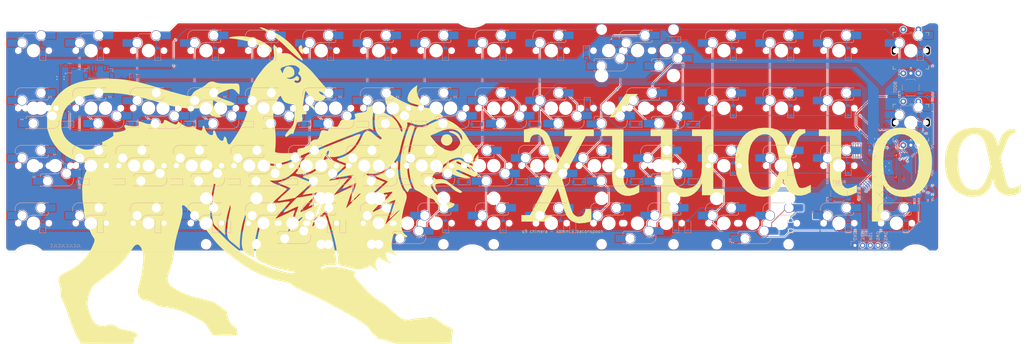
<source format=kicad_pcb>
(kicad_pcb (version 20240108) (generator "pcbnew") (generator_version "8.0")
  (layers (0 "F.Cu" signal) (31 "B.Cu" signal) (34 "B.Paste" user) (35 "F.Paste" user) (36 "B.SilkS" user "B.Silkscreen") (37 "F.SilkS" user "F.Silkscreen") (38 "B.Mask" user) (39 "F.Mask" user) (44 "Edge.Cuts" user))
  (net 0 "")
  (net 1 "Net-(BOOT1-Pad2)")
  (net 2 "GND")
  (net 3 "+5V")
  (net 4 "+3V3")
  (net 5 "+1V1")
  (net 6 "XIN")
  (net 7 "Net-(C12-Pad2)")
  (net 8 "Net-(D1-A)")
  (net 9 "Net-(D2-A)")
  (net 10 "Net-(D3-A)")
  (net 11 "Net-(D4-A)")
  (net 12 "Net-(D5-A)")
  (net 13 "Net-(D6-A)")
  (net 14 "Net-(D7-A)")
  (net 15 "Net-(D8-A)")
  (net 16 "Net-(D9-A)")
  (net 17 "Net-(D10-A)")
  (net 18 "Net-(D11-A)")
  (net 19 "Net-(D12-A)")
  (net 20 "Net-(D13-A)")
  (net 21 "Net-(D14-A)")
  (net 22 "Net-(D15-A)")
  (net 23 "Net-(D16-A)")
  (net 24 "Net-(D17-A)")
  (net 25 "Net-(D18-A)")
  (net 26 "Net-(D19-A)")
  (net 27 "Net-(D20-A)")
  (net 28 "Net-(D21-A)")
  (net 29 "Net-(D22-A)")
  (net 30 "Net-(D23-A)")
  (net 31 "Net-(D24-A)")
  (net 32 "Net-(D25-A)")
  (net 33 "Net-(D26-A)")
  (net 34 "Net-(D27-A)")
  (net 35 "Net-(D28-A)")
  (net 36 "Net-(D29-A)")
  (net 37 "Net-(D30-A)")
  (net 38 "Net-(D31-A)")
  (net 39 "Net-(D32-A)")
  (net 40 "Net-(D33-A)")
  (net 41 "Net-(D34-A)")
  (net 42 "Net-(D35-A)")
  (net 43 "Net-(D36-A)")
  (net 44 "Net-(D37-A)")
  (net 45 "Net-(D38-A)")
  (net 46 "Net-(D39-A)")
  (net 47 "Net-(D40-A)")
  (net 48 "Net-(D41-A)")
  (net 49 "Net-(D42-A)")
  (net 50 "Net-(D43-A)")
  (net 51 "Net-(D44-A)")
  (net 52 "Net-(D45-A)")
  (net 53 "Net-(D46-A)")
  (net 54 "Net-(D47-A)")
  (net 55 "Net-(D48-A)")
  (net 56 "Net-(D49-A)")
  (net 57 "Net-(D50-A)")
  (net 58 "Net-(D51-A)")
  (net 59 "Net-(D52-A)")
  (net 60 "Net-(D54-A)")
  (net 61 "Net-(D55-A)")
  (net 62 "Net-(D56-A)")
  (net 63 "Net-(D57-A)")
  (net 64 "Net-(D58-A)")
  (net 65 "Net-(D59-A)")
  (net 66 "Net-(D61-A)")
  (net 67 "Net-(D62-A)")
  (net 68 "Net-(D63-A)")
  (net 69 "D+")
  (net 70 "D-")
  (net 71 "SWD")
  (net 72 "RESET")
  (net 73 "SWC")
  (net 74 "Net-(R3-Pad2)")
  (net 75 "Q_SEL")
  (net 76 "Net-(U3-USB_DP)")
  (net 77 "Net-(U3-USB_DM)")
  (net 78 "XOUT")
  (net 83 "Q_IO1")
  (net 85 "Q_IO0")
  (net 87 "Q_IO2")
  (net 88 "Q_IO3")
  (net 89 "Q_CLK")
  (net 91 "Net-(D64-A)")
  (net 92 "Net-(D65-A)")
  (net 93 "Row 1")
  (net 94 "Row 2")
  (net 95 "Row 3")
  (net 96 "Row 0")
  (net 97 "Col 1")
  (net 98 "Col 2")
  (net 99 "Col 3")
  (net 100 "Col 4")
  (net 101 "Col 5")
  (net 102 "Col 6")
  (net 103 "Col 7")
  (net 104 "Col 8")
  (net 105 "Col 9")
  (net 106 "Col 10")
  (net 107 "Col 11")
  (net 108 "Col 12")
  (net 109 "Col 13")
  (net 110 "Col 14")
  (net 111 "Col 15")
  (net 112 "Col 0")
  (net 114 "ENC1B")
  (net 115 "ENC1A")
  (net 116 "ENC2B")
  (net 117 "ENC2A")
  (footprint "PCM_marbastlib-various:ROT_Alps_EC11E-Switch" (layer "F.Cu") (at 315.9125 49.2125)
    (property "Reference" "SW2" (hide yes))
    (property "Value" "RotaryEncoder_Switch")
  )
  (footprint "PCM_marbastlib-mx:STAB_MX_2u" (layer "F.Cu") (at 149.225 82.55 180)
    (property "Reference" "S2" (hide yes))
    (property "Value" "MX_stab")
  )
  (footprint "PCM_marbastlib-mx:STAB_MX_3u" (layer "F.Cu") (at 101.6 82.55 180)
    (property "Reference" "S5" (hide yes))
    (property "Value" "MX_stab")
  )
  (footprint "PCM_marbastlib-mx:STAB_MX_2u" (layer "F.Cu") (at 225.425 82.55 180)
    (property "Reference" "S3" (hide yes))
    (property "Value" "MX_stab")
  )
  (footprint "PCM_marbastlib-mx:STAB_MX_2u" (layer "F.Cu") (at 225.424824 25.399992)
    (property "Reference" "S7" (hide yes))
    (property "Value" "MX_stab")
  )
  (footprint "PCM_marbastlib-mx:STAB_MX_2u" (layer "F.Cu") (at 263.524792 82.55 180)
    (property "Reference" "S4" (hide yes))
    (property "Value" "MX_stab")
  )
  (footprint "PCM_marbastlib-mx:STAB_MX_3u" (layer "F.Cu") (at 158.75 82.55 180)
    (property "Reference" "S6" (hide yes))
    (property "Value" "MX_stab")
  )
  (footprint "PCM_marbastlib-mx:STAB_MX_2u" (layer "F.Cu") (at 111.125 82.55 180)
    (property "Reference" "S1" (hide yes))
    (property "Value" "MX_stab")
  )
  (footprint "PCM_marbastlib-various:ROT_Alps_EC11E-Switch" (layer "F.Cu") (at 315.9125 25.4)
    (property "Reference" "SW1" (hide yes))
    (property "Value" "RotaryEncoder_Switch")
  )
  (footprint "Capacitor_SMD:C_0402_1005Metric" (layer "B.Cu") (at 34.329672 29.779361 90)
    (property "Reference" "C2" (hide yes))
    (property "Value" "1u")
  )
  (footprint "PCM_marbastlib-mx:SW_MX_HS_CPG151101S11_1u" (layer "B.Cu") (at 177.8 25.4 180)
    (property "Reference" "MX9" (hide yes))
    (property "Value" "MX_SW_HS")
  )
  (footprint "xomm:D_SOD-123_xomm" (layer "B.Cu") (at 123.731928 26.19375 90)
    (property "Reference" "D6" (hide yes))
    (property "Value" "D_Small")
  )
  (footprint "xomm:D_SOD-123_xomm" (layer "B.Cu") (at 161.831896 83.34375 90)
    (property "Reference" "D56" (hide yes))
    (property "Value" "D_Small")
  )
  (footprint "PCM_marbastlib-various:SOT-23-6-routable" (layer "B.Cu") (at 58.737464 35.22264 -90)
    (property "Reference" "U2" (hide yes))
    (property "Value" "SRV05-4")
  )
  (footprint "xomm:D_SOD-123_xomm" (layer "B.Cu") (at 224.829512 68.857768 180)
    (property "Reference" "D43" (hide yes))
    (property "Value" "D_Small")
  )
  (footprint "PCM_marbastlib-mx:SW_MX_HS_CPG151101S11_1u" (layer "B.Cu") (at 82.55 44.45 180)
    (property "Reference" "MX20" (hide yes))
    (property "Value" "MX_SW_HS")
  )
  (footprint "PCM_marbastlib-mx:SW_MX_HS_CPG151101S11_1.25u" (layer "B.Cu") (at 232.568568 63.5 180)
    (property "Reference" "MX90" (hide yes))
    (property "Value" "MX_SW_HS")
  )
  (footprint "xomm:D_SOD-123_xomm" (layer "B.Cu") (at 28.482008 26.19375 90)
    (property "Reference" "D1" (hide yes))
    (property "Value" "D_Small")
  )
  (footprint "xomm:D_SOD-123_xomm" (layer "B.Cu") (at 66.581976 26.19375 90)
    (property "Reference" "D3" (hide yes))
    (property "Value" "D_Small")
  )
  (footprint "xomm:D_SOD-123_xomm" (layer "B.Cu") (at 36.413264 49.807784 180)
    (property "Reference" "D17" (hide yes))
    (property "Value" "D_Small")
  )
  (footprint "xomm:D_SOD-123_xomm" (layer "B.Cu") (at 208.458432 26.19375 -90)
    (property "Reference" "D11" (hide yes))
    (property "Value" "D_Small")
  )
  (footprint "xomm:D_SOD-123_xomm" (layer "B.Cu") (at 257.081816 64.29375 90)
    (property "Reference" "D45" (hide yes))
    (property "Value" "D_Small")
  )
  (footprint "PCM_marbastlib-mx:SW_MX_HS_CPG151101S11_1u" (layer "B.Cu") (at 44.45 82.55 180)
    (property "Reference" "MX49" (hide yes))
    (property "Value" "MX_SW_HS")
  )
  (footprint "PCM_marbastlib-mx:SW_MX_HS_CPG151101S11_1u" (layer "B.Cu") (at 82.55 63.5)
    (property "Reference" "MX36" (hide yes))
    (property "Value" "MX_SW_HS")
  )
  (footprint "xomm:D_SOD-123_xomm" (layer "B.Cu") (at 295.181784 83.34375 90)
    (property "Reference" "D64" (hide yes))
    (property "Value" "D_Small")
  )
  (footprint "xomm:D_SOD-123_xomm" (layer "B.Cu") (at 314.231768 83.34375 90)
    (property "Reference" "D65" (hide yes))
    (property "Value" "D_Small")
  )
  (footprint "Capacitor_SMD:C_0402_1005Metric" (layer "B.Cu") (at 40.23342 31.68936 -90)
    (property "Reference" "C1" (hide yes))
    (property "Value" "1u")
  )
  (footprint "PCM_marbastlib-mx:SW_MX_HS_S_CPG151101S11_1u" (layer "B.Cu") (at 315.9125 25.4 180)
    (property "Reference" "MX16" (hide yes))
    (property "Value" "MX_SW_HS")
  )
  (footprint "xomm:D_SOD-123_xomm" (layer "B.Cu") (at 224.531856 49.807784 180)
    (property "Reference" "D27" (hide yes))
    (property "Value" "D_Small")
  )
  (footprint "xomm:D_SOD-123_xomm" (layer "B.Cu") (at 203.993592 83.34375 90)
    (property "Reference" "D59" (hide yes))
    (property "Value" "D_Small")
  )
  (footprint "PCM_marbastlib-mx:SW_MX_HS_CPG151101S11_1u" (layer "B.Cu") (at 101.6 25.4 180)
    (property "Reference" "MX5" (hide yes))
    (property "Value" "MX_SW_HS")
  )
  (footprint "Resistor_SMD:R_0402_1005Metric" (layer "B.Cu") (at 323.310276 40.574184)
    (property "Reference" "R4" (hide yes))
    (property "Value" "5.1k")
  )
  (footprint "PCM_marbastlib-mx:SW_MX_HS_CPG151101S11_1u" (layer "B.Cu") (at 101.6 63.5)
    (property "Reference" "MX37" (hide yes))
    (property "Value" "MX_SW_HS")
  )
  (footprint "xomm:D_SOD-123_xomm" (layer "B.Cu") (at 243.879496 68.857768 180)
    (property "Reference" "D44" (hide yes))
    (property "Value" "D_Small")
  )
  (footprint "xomm:D_SOD-123_xomm" (layer "B.Cu") (at 85.63196 83.34375 90)
    (property "Reference" "D51" (hide yes))
    (property "Value" "D_Small")
  )
  (footprint "xomm:D_SOD-123_xomm" (layer "B.Cu") (at 134.044432 49.807784 180)
    (property "Reference" "D22" (hide yes))
    (property "Value" "D_Small")
  )
  (footprint "PCM_marbastlib-mx:SW_MX_HS_CPG151101S11_1u" (layer "B.Cu") (at 77.787448 63.5 180)
    (property "Reference" "MX82" (hide yes))
    (property "Value" "MX_SW_HS")
  )
  (footprint "PCM_marbastlib-mx:SW_MX_HS_CPG151101S11_1u" (layer "B.Cu") (at 234.95 63.5)
    (property "Reference" "MX44" (hide yes))
    (property "Value" "MX_SW_HS")
  )
  (footprint "PCM_marbastlib-mx:SW_MX_HS_CPG151101S11_1u" (layer "B.Cu") (at 273.05 44.45 180)
    (property "Reference" "MX30" (hide yes))
    (property "Value" "MX_SW_HS")
  )
  (footprint "PCM_marbastlib-mx:SW_MX_HS_CPG151101S11_1u" (layer "B.Cu") (at 101.6 82.55 180)
    (property "Reference" "MX52" (hide yes))
    (property "Value" "MX_SW_HS")
  )
  (footprint "Resistor_SMD:R_0402_1005Metric" (layer "B.Cu") (at 305.748572 51.885112 -90)
    (property "Reference" "R8" (hide yes))
    (property "Value" "27")
  )
  (footprint "xomm:D_SOD-123_xomm" (layer "B.Cu") (at 257.081816 26.19375 90)
    (property "Reference" "D13" (hide yes))
    (property "Value" "D_Small")
  )
  (footprint "PCM_marbastlib-mx:SW_MX_HS_CPG151101S11_1u" (layer "B.Cu") (at 63.5 82.55 180)
    (property "Reference" "MX50" (hide yes))
    (property "Value" "MX_SW_HS")
  )
  (footprint "xomm:D_SOD-123_xomm" (layer "B.Cu") (at 295.181784 26.19375 90)
    (property "Reference" "D15" (hide yes))
    (property "Value" "D_Small")
  )
  (footprint "Capacitor_SMD:C_0402_1005Metric" (layer "B.Cu") (at 309.6181 74.506968 45)
    (property "Reference" "C10" (hide yes))
    (property "Value" "22p")
  )
  (footprint "xomm:D_SOD-123_xomm" (layer "B.Cu") (at 295.181784 45.24375 90)
    (property "Reference" "D31" (hide yes))
    (property "Value" "D_Small")
  )
  (footprint "PCM_marbastlib-mx:SW_MX_HS_CPG151101S11_1u" (layer "B.Cu") (at 96.837432 63.5 180)
    (property "Reference" "MX83" (hide yes))
    (property "Value" "MX_SW_HS")
  )
  (footprint "PCM_marbastlib-mx:SW_MX_HS_CPG151101S11_1u" (layer "B.Cu") (at 125.412408 44.45)
    (property "Reference" "MX74" (hide yes))
    (property "Value" "MX_SW_HS")
  )
  (footprint "xomm:D_SOD-123_xomm" (layer "B.Cu") (at 186.729544 68.857768 180)
    (property "Reference" "D41" (hide yes))
    (property "Value" "D_Small")
  )
  (footprint "PCM_marbastlib-mx:SW_MX_HS_CPG151101S11_1u" (layer "B.Cu") (at 292.1 63.5 180)
    (property "Reference" "MX47" (hide yes))
    (property "Value" "MX_SW_HS")
  )
  (footprint "Resistor_SMD:R_0402_1005Metric" (layer "B.Cu") (at 306.939196 51.885112 -90)
    (property "Reference" "R7" (hide yes))
    (property "Value" "27")
  )
  (footprint "xomm:D_SOD-123_xomm" (layer "B.Cu") (at 242.09356 83.34375 90)
    (property "Reference" "D62" (hide yes))
    (property "Value" "D_Small")
  )
  (footprint "Capacitor_SMD:C_0402_1005Metric" (layer "B.Cu") (at 312.59466 60.070652)
    (property "Reference" "C7" (hide yes))
    (property "Value" "100n")
  )
  (footprint "PCM_marbastlib-mx:SW_MX_HS_CPG151101S11_1u" (layer "B.Cu") (at 106.362424 44.45)
    (property "Reference" "MX73" (hide yes))
    (property "Value" "MX_SW_HS")
  )
  (footprint "xomm:D_SOD-123_xomm" (layer "B.Cu") (at 257.081816 45.24375 90)
    (property "Reference" "D29" (hide yes))
    (property "Value" "D_Small")
  )
  (footprint "PCM_marbastlib-mx:SW_MX_HS_S_CPG151101S11_1u" (layer "B.Cu") (at 25.4 25.4 180)
    (property "Reference" "MX1" (hide yes))
    (property "Value" "MX_SW_HS")
  )
  (footprint "xomm:D_SOD-123_xomm" (layer "B.Cu") (at 76.89448 49.807784 180)
    (property "Reference" "D19" (hide yes))
    (property "Value" "D_Small")
  )
  (footprint "PCM_marbastlib-mx:SW_MX_HS_CPG151101S11_1u" (layer "B.Cu") (at 311.15 82.55 180)
    (property "Reference" "MX65" (hide yes))
    (property "Value" "MX_SW_HS")
  )
  (footprint "xomm:D_SOD-123_xomm" (layer "B.Cu") (at 276.1318 45.24375 90)
    (property "Reference" "D30" (hide yes))
    (property "Value" "D_Small")
  )
  (footprint "Capacitor_SMD:C_0402_1005Metric" (layer "B.Cu") (at 313.636456 67.809708 -90)
    (property "Reference" "C8" (hide yes))
    (property "Value" "100n")
  )
  (footprint "xomm:D_SOD-123_xomm" (layer "B.Cu") (at 237.331064 21.82812 180)
    (property "Reference" "D12" (hide yes))
    (property "Value" "D_Small")
  )
  (footprint "PCM_marbastlib-mx:SW_MX_HS_CPG151101S11_1u" (layer "B.Cu") (at 115.887416 63.5 180)
    (property "Reference" "MX84" (hide yes))
    (property "Value" "MX_SW_HS")
  )
  (footprint "Capacitor_SMD:C_0402_1005Metric" (layer "B.Cu") (at 305.004432 56.201124 90)
    (property "Reference" "C3" (hide yes))
    (property "Value" "1u")
  )
  (footprint "xomm:D_SOD-123_xomm" (layer "B.Cu") (at 142.781912 26.19375 90)
    (property "Reference" "D7" (hide yes))
    (property "Value" "D_Small")
  )
  (footprint "PCM_marbastlib-mx:SW_MX_HS_CPG151101S11_1u" (layer "B.Cu") (at 234.95 44.45)
    (property "Reference" "MX28" (hide yes))
    (property "Value" "MX_SW_HS")
  )
  (footprint "xomm:D_SOD-123_xomm" (layer "B.Cu") (at 127.793656 83.34375 90)
    (property "Reference" "D55" (hide yes))
    (property "Value" "D_Small")
  )
  (footprint "PCM_marbastlib-mx:SW_MX_HS_CPG151101S11_1u" (layer "B.Cu") (at 263.524792 82.55)
    (property "Reference" "MX67" (hide yes))
    (property "Value" "MX_SW_HS")
  )
  (footprint "PCM_marbastlib-mx:SW_MX_HS_CPG151101S11_1u" (layer "B.Cu") (at 68.262456 44.45)
    (property "Reference" "MX71" (hide yes))
    (property "Value" "MX_SW_HS")
  )
  (footprint "xomm:D_SOD-123_xomm" (layer "B.Cu") (at 129.579592 68.857768 180)
    (property "Reference" "D38" (hide yes))
    (property "Value" "D_Small")
  )
  (footprint "xomm:D_SOD-123_xomm" (layer "B.Cu") (at 153.094416 49.807784 180)
    (property "Reference" "D23" (hide yes))
    (property "Value" "D_Small")
  )
  (footprint "xomm:D_SOD-123_xomm" (layer "B.Cu") (at 57.844496 49.807784 180)
    (property "Reference" "D18" (hide yes))
    (property "Value" "D_Small")
  )
  (footprint "Resistor_SMD:R_0402_1005Metric" (layer "B.Cu") (at 323.310276 39.532388)
    (property "Reference" "R6" (hide yes))
    (property "Value" "1k")
  )
  (footprint "PCM_marbastlib-mx:SW_MX_HS_CPG151101S11_1.75u" (layer "B.Cu") (at 32.543736 63.5)
    (property "Reference" "MX80" (hide yes))
    (property "Value" "MX_SW_HS")
  )
  (footprint "PCM_marbastlib-mx:SW_MX_HS_CPG151101S11_1u" (layer "B.Cu") (at 63.5 44.45 180)
    (property "Reference" "MX19" (hide yes))
    (property "Value" "MX_SW_HS")
  )
  (footprint "Button_Switch_SMD:SW_SPST_TL3342" (layer "B.Cu") (at 292.1 72.721032 180)
    (property "Reference" "RST1" (hide yes))
    (property "Value" "SW_Push")
  )
  (footprint "PCM_marbastlib-mx:SW_MX_HS_CPG151101S11_1u" (layer "B.Cu") (at 82.55 82.55 180)
    (property "Reference" "MX51" (hide yes))
    (property "Value" "MX_SW_HS")
  )
  (footprint "Package_DFN_QFN:QFN-56-1EP_7x7mm_P0.4mm_EP3.2x3.2mm" (layer "B.Cu") (at 307.534508 63.791352 180)
    (property "Reference" "U3" (hide yes))
    (property "Value" "RP2040")
  )
  (footprint "xomm:D_SOD-123_xomm" (layer "B.Cu") (at 114.994448 49.807784 180)
    (property "Reference" "D21" (hide yes))
    (property "Value" "D_Small")
  )
  (footprint "xomm:D_SOD-123_xomm" (layer "B.Cu") (at 47.531992 83.34375 90)
    (property "Reference" "D49" (hide yes))
    (property "Value" "D_Small")
  )
  (footprint "Package_TO_SOT_SMD:SOT-23-3" (layer "B.Cu") (at 37.306232 31.20936)
    (property "Reference" "U1" (hide yes))
    (property "Value" "XC6206PxxxMR")
  )
  (footprint "PCM_marbastlib-mx:SW_MX_HS_CPG151101S11_1.25u" (layer "B.Cu") (at 27.78124 44.45)
    (property "Reference" "MX69" (hide yes))
    (property "Value" "MX_SW_HS")
  )
  (footprint "PCM_marbastlib-mx:SW_MX_HS_CPG151101S11_1u" (layer "B.Cu") (at 63.5 63.5)
    (property "Reference" "MX35" (hide yes))
    (property "Value" "MX_SW_HS")
  )
  (footprint "xomm:D_SOD-123_xomm" (layer "B.Cu") (at 89.693688 83.34375 90)
    (property "Reference" "D52" (hide yes))
    (property "Value" "D_Small")
  )
  (footprint "PCM_marbastlib-mx:SW_MX_HS_CPG151101S11_1u" (layer "B.Cu") (at 292.1 44.45 180)
    (property "Reference" "MX31" (hide yes))
    (property "Value" "MX_SW_HS")
  )
  (footprint "xomm:D_SOD-123_xomm" (layer "B.Cu") (at 85.63196 26.19375 90)
    (property "Reference" "D4" (hide yes))
    (property "Value" "D_Small")
  )
  (footprint "PCM_marbastlib-mx:SW_MX_HS_CPG151101S11_1u" (layer "B.Cu") (at 196.85 25.4 180)
    (property "Reference" "MX10" (hide yes))
    (property "Value" "MX_SW_HS")
  )
  (footprint "xomm:D_SOD-123_xomm" (layer "B.Cu") (at 66.581976 83.34375 90)
    (property "Reference" "D50" (hide yes))
    (property "Value" "D_Small")
  )
  (footprint "PCM_marbastlib-mx:SW_MX_HS_CPG151101S11_1u" (layer "B.Cu") (at 234.95 25.4)
    (property "Reference" "MX12" (hide yes))
    (property "Value" "MX_SW_HS")
  )
  (footprint "PCM_marbastlib-mx:SW_MX_HS_CPG151101S11_1u" (layer "B.Cu") (at 182.56236 44.45)
    (property "Reference" "MX77" (hide yes))
    (property "Value" "MX_SW_HS")
  )
  (footprint "PCM_marbastlib-mx:SW_MX_HS_CPG151101S11_1u" (layer "B.Cu") (at 139.7 44.45 180)
    (property "Reference" "MX23" (hide yes))
    (property "Value" "MX_SW_HS")
  )
  (footprint "PCM_marbastlib-mx:SW_MX_HS_CPG151101S11_1u" (layer "B.Cu") (at 25.4 44.45 180)
    (property "Reference" "MX17" (hide yes))
    (property "Value" "MX_SW_HS")
  )
  (footprint "Connector_JST:JST_SH_BM07B-SRSS-TB_1x07-1MP_P1.00mm_Vertical" (layer "B.Cu") (at 46.996064 32.53436)
    (property "Reference" "J1" (hide yes))
    (property "Value" "Conn_01x07")
  )
  (footprint "PCM_marbastlib-mx:SW_MX_HS_CPG151101S11_1u" (layer "B.Cu") (at 158.75 44.45 180)
    (property "Reference" "MX24" (hide yes))
    (property "Value" "MX_SW_HS")
  )
  (footprint "xomm:D_SOD-123_xomm" (layer "B.Cu") (at 238.031832 83.34375 90)
    (property "Reference" "D61" (hide yes))
    (property "Value" "D_Small")
  )
  (footprint "xomm:D_SOD-123_xomm" (layer "B.Cu") (at 72.42964 68.857768 180)
    (property "Reference" "D35" (hide yes))
    (property "Value" "D_Small")
  )
  (footprint "PCM_marbastlib-mx:SW_MX_HS_CPG151101S11_1u" (layer "B.Cu") (at 144.462392 44.45)
    (property "Reference" "MX75" (hide yes))
    (property "Value" "MX_SW_HS")
  )
  (footprint "Capacitor_SMD:C_0402_1005Metric" (layer "B.Cu") (at 306.733526 70.235467 -135)
    (property "Reference" "C13" (hide yes))
    (property "Value" "100n")
  )
  (footprint "PCM_marbastlib-mx:SW_MX_HS_CPG151101S11_1u" (layer "B.Cu") (at 58.737464 63.5 180)
    (property "Reference" "MX81" (hide yes))
    (property "Value" "MX_SW_HS")
  )
  (footprint "PCM_marbastlib-mx:SW_MX_HS_CPG151101S11_1u" (layer "B.Cu") (at 134.9374 63.5 180)
    (property "Reference" "MX85" (hide yes))
    (property "Value" "MX_SW_HS")
  )
  (footprint "xomm:D_SOD-123_xomm" (layer "B.Cu") (at 318.994264 50.00625 90)
    (property "Reference" "D32" (hide yes))
    (property "Value" "D_Small")
  )
  (footprint "PCM_marbastlib-mx:SW_MX_HS_CPG151101S11_1u" (layer "B.Cu") (at 215.9 44.45)
    (property "Reference" "MX27" (hide yes))
    (property "Value" "MX_SW_HS")
  )
  (footprint "PCM_marbastlib-mx:SW_MX_HS_CPG151101S11_1u" (layer "B.Cu") (at 196.85 44.45 180)
    (property "Reference" "MX26" (hide yes))
    (property "Value" "MX_SW_HS")
  )
  (footprint "xomm:D_SOD-123_xomm" (layer "B.Cu") (at 28.482008 83.34375 90)
    (property "Reference" "D48" (hide yes))
    (property "Value" "D_Small")
  )
  (footprint "xomm:D_SOD-123_xomm" (layer "B.Cu") (at 208.756088 43.259352 -90)
    (property "Reference" "D26" (hide yes))
    (property "Value" "D_Small")
  )
  (footprint "PCM_marbastlib-mx:SW_MX_HS_CPG151101S11_1u" (layer "B.Cu") (at 254 25.4 180)
    (property "Reference" "MX13" (hide yes))
    (property "Value" "MX_SW_HS")
  )
  (footprint "PCM_marbastlib-mx:SW_MX_HS_CPG151101S11_1u" (layer "B.Cu") (at 111.125 82.55)
    (property "Reference" "MX53" (hide yes))
    (property "Value" "MX_SW_HS")
  )
  (footprint "Capacitor_SMD:C_0603_1608Metric" (layer "B.Cu") (at 302.220072 56.201124 90)
    (property "Reference" "C5" (hide yes))
    (property "Value" "10u")
  )
  (footprint "xomm:D_SOD-123_xomm" (layer "B.Cu") (at 148.629576 68.857768 180)
    (property "Reference" "D39" (hide yes))
    (property "Value" "D_Small")
  )
  (footprint "Crystal:Crystal_SMD_3225-4Pin_3.2x2.5mm" (layer "B.Cu") (at 307.980992 72.86986 45)
    (property "Reference" "Y1" (hide yes))
    (property "Value" "Crystal_GND24")
  )
  (footprint "Capacitor_SMD:C_0402_1005Metric" (layer "B.Cu") (at 308.427476 56.201124 90)
    (property "Reference" "C16" (hide yes))
    (property "Value" "100n")
  )
  (footprint "PCM_marbastlib-mx:SW_MX_HS_CPG151101S11_1u" (layer "B.Cu") (at 254 82.55 180)
    (property "Reference" "MX62" (hide yes))
    (property "Value" "MX_SW_HS")
  )
  (footprint "PCM_marbastlib-mx:SW_MX_HS_CPG151101S11_1u" (layer "B.Cu") (at 201.612344 44.45)
    (property "Reference" "MX78" (hide yes))
    (property "Value" "MX_SW_HS")
  )
  (footprint "PCM_marbastlib-mx:SW_MX_HS_CPG151101S11_1u" (layer "B.Cu") (at 82.55 25.4 180)
    (property "Reference" "MX4" (hide yes))
    (property "Value" "MX_SW_HS")
  )
  (footprint "PCM_marbastlib-mx:SW_MX_HS_CPG151101S11_1u" (layer "B.Cu") (at 234.95 82.55 180)
    (property "Reference" "MX61" (hide yes))
    (property "Value" "MX_SW_HS")
  )
  (footprint "xomm:D_SOD-123_xomm" (layer "B.Cu") (at 180.88188 26.19375 90)
    (property "Reference" "D9" (hide yes))
    (property "Value" "D_Small")
  )
  (footprint "PCM_marbastlib-mx:SW_MX_HS_CPG151101S11_1u" (layer "B.Cu") (at 177.8 63.5)
    (property "Reference" "MX41" (hide yes))
    (property "Value" "MX_SW_HS")
  )
  (footprint "PCM_marbastlib-mx:SW_MX_HS_CPG151101S11_1u" (layer "B.Cu") (at 292.1 25.4 180)
    (property "Reference" "MX15" (hide yes))
    (property "Value" "MX_SW_HS")
  )
  (footprint "Capacitor_SMD:C_0402_1005Metric" (layer "B.Cu") (at 322.119652 57.540576 90)
    (property "Reference" "C11" (hide yes))
    (property "Value" "1u")
  )
  (footprint "PCM_marbastlib-mx:SW_MX_HS_CPG151101S11_1u" (layer "B.Cu") (at 177.8 82.55 180)
    (property "Reference" "MX57" (hide yes))
    (property "Value" "MX_SW_HS")
  )
  (footprint "xomm:D_SOD-123_xomm" (layer "B.Cu") (at 199.931864 83.34375 90)
    (property "Reference" "D58" (hide yes))
    (property "Value" "D_Small")
  )
  (footprint "PCM_marbastlib-mx:SW_MX_HS_CPG151101S11_1u" (layer "B.Cu") (at 139.7 63.5)
    (property "Reference" "MX39" (hide yes))
    (property "Value" "MX_SW_HS")
  )
  (footprint "PCM_marbastlib-mx:SW_MX_HS_CPG151101S11_1u" (layer "B.Cu") (at 225.424824 25.399992 180)
    (property "Reference" "MX68" (hide yes))
    (property "Value" "MX_SW_HS")
  )
  (footprint "PCM_marbastlib-mx:SW_MX_HS_CPG151101S11_1u" (layer "B.Cu") (at 149.225 82.55)
    (property "Reference" "MX66" (hide yes))
    (property "Value" "MX_SW_HS")
  )
  (footprint "xomm:D_SOD-123_xomm" (layer "B.Cu") (at 110.529608 68.857768 180)
    (property "Reference" "D37" (hide yes))
    (property "Value" "D_Small")
  )
  (footprint "xomm:D_SOD-123_xomm" (layer "B.Cu") (at 167.67956 68.857768 180)
    (property "Reference" "D40" (hide yes))
    (property "Value" "D_Small")
  )
  (footprint "PCM_marbastlib-mx:SW_MX_HS_CPG151101S11_1u" (layer "B.Cu") (at 273.05 25.4 180)
    (property "Reference" "MX14" (hide yes))
    (property "Value" "MX_SW_HS")
  )
  (footprint "Resistor_SMD:R_0402_1005Metric" (layer "B.Cu") (at 321.375512 40.574184)
    (property "Reference" "R3" (hide yes))
    (property "Value" "5.1k")
  )
  (footprint "PCM_marbastlib-mx:SW_MX_HS_CPG151101S11_1u" (layer "B.Cu") (at 192.087352 63.5 180)
    (property "Reference" "MX88" (hide yes))
    (property "Value" "MX_SW_HS")
  )
  (footprint "PCM_marbastlib-mx:SW_MX_HS_CPG151101S11_1u" (layer "B.Cu") (at 158.75 63.5)
    (property "Reference" "MX40" (hide yes))
    (property "Value" "MX_SW_HS")
  )
  (footprint "PCM_marbastlib-mx:SW_MX_HS_CPG151101S11_1u" (layer "B.Cu") (at 215.9 25.4)
    (property "Reference" "MX11" (hide yes))
    (property "Value" "MX_SW_HS")
  )
  (footprint "PCM_marbastlib-mx:SW_MX_HS_CPG151101S11_1u" (layer "B.Cu") (at 211.137336 63.5 180)
    (property "Reference" "MX89" (hide yes))
    (property "Value" "MX_SW_HS")
  )
  (footprint "Package_SO:SOIC-8_5.23x5.23mm_P1.27mm" (layer "B.Cu") (at 320.184888 63.19604 90)
    (property "Reference" "U4" (hide yes))
    (property "Value" "W25Q128JVS")
  )
  (footprint "PCM_marbastlib-mx:SW_MX_HS_CPG151101S11_1u" (layer "B.Cu") (at 25.4 82.55 180)
    (property "Reference" "MX48" (hide yes))
    (property "Value" "MX_SW_HS")
  )
  (footprint "PCM_marbastlib-mx:SW_MX_HS_CPG151101S11_1u" (layer "B.Cu") (at 120.65 82.55 180)
    (property "Reference" "MX54" (hide yes))
    (property "Value" "MX_SW_HS")
  )
  (footprint "xomm:D_SOD-123_xomm" (layer "B.Cu") (at 205.779528 68.857768 180)
    (property "Reference" "D42" (hide yes))
    (property "Value" "D_Small")
  )
  (footprint "xomm:D_SOD-123_xomm" (layer "B.Cu") (at 276.1318 26.19375 90)
    (property "Reference" "D14" (hide yes))
    (property "Value" "D_Small")
  )
  (footprint "PCM_marbastlib-mx:SW_MX_HS_CPG151101S11_1u" (layer "B.Cu") (at 49.212472 44.45)
    (property "Reference" "MX70" (hide yes))
    (property "Value" "MX_SW_HS")
  )
  (footprint "PCM_marbastlib-mx:SW_MX_HS_CPG151101S11_1u" (layer "B.Cu") (at 101.6 44.45 180)
    (property "Reference" "MX21" (hide yes))
    (property "Value" "MX_SW_HS")
  )
  (footprint "PCM_marbastlib-mx:SW_MX_HS_CPG151101S11_1u" (layer "B.Cu") (at 215.9 82.55 180)
    (property "Reference" "MX59" (hide yes))
    (property "Value" "MX_SW_HS")
  )
  (footprint "PCM_marbastlib-mx:SW_MX_HS_CPG151101S11_1u" (layer "B.Cu") (at 177.8 44.45 180)
    (property "Reference" "MX25" (hide yes))
    (property "Value" "MX_SW_HS")
  )
  (footprint "xomm:D_SOD-123_xomm" (layer "B.Cu") (at 243.58184 49.807784 180)
    (property "Reference" "D28" (hide yes))
    (property "Value" "D_Small")
  )
  (footprint "xomm:D_SOD-123_xomm" (layer "B.Cu") (at 199.931864 26.19375 90)
    (property "Reference" "D10" (hide yes))
    (property "Value" "D_Small")
  )
  (footprint "PCM_marbastlib-mx:SW_MX_HS_S_CPG151101S11_1u" (layer "B.Cu") (at 315.9125 49.2125 180)
    (property "Reference" "MX32" (hide yes))
    (property "Value" "MX_SW_HS")
  )
  (footprint "PCM_marbastlib-mx:SW_MX_HS_CPG151101S11_1u" (layer "B.Cu") (at 215.9 63.5)
    (property "Reference" "MX43" (hide yes))
    (property "Value" "MX_SW_HS")
  )
  (footprint "Capacitor_SMD:C_0402_1005Metric" (layer "B.Cu") (at 306.046228 74.655796 135)
    (property "Reference" "C12" (hide yes))
    (property "Value" "22p")
  )
  (footprint "PCM_marbastlib-mx:SW_MX_HS_CPG151101S11_1u" (layer "B.Cu") (at 153.987384 63.5 180)
    (property "Reference" "MX86" (hide yes))
    (property "Value" "MX_SW_HS")
  )
  (footprint "PCM_marbastlib-mx:SW_MX_HS_CPG151101S11_1u" (layer "B.Cu") (at 120.65 44.45 180)
    (property "Reference" "MX22" (hide yes))
    (property "Value" "MX_SW_HS")
  )
  (footprint "xomm:D_SOD-123_xomm" (layer "B.Cu") (at 123.731928 83.34375 90)
    (property "Reference" "D54" (hide yes))
    (property "Value" "D_Small")
  )
  (footprint "xomm:D_SOD-123_xomm" (layer "B.Cu") (at 318.994264 26.19375 90)
    (property "Reference" "D16" (hide yes))
    (property "Value" "D_Small")
  )
  (footprint "PCM_marbastlib-mx:SW_MX_HS_CPG151101S11_1u" (layer "B.Cu") (at 273.05 63.5 180)
    (property "Reference" "MX46" (hide yes))
    (property "Value" "MX_SW_HS")
  )
  (footprint "xomm:D_SOD-123_xomm" (layer "B.Cu") (at 91.479624 68.857768 180)
    (property "Reference" "D36" (hide yes))
    (property "Value" "D_Small")
  )
  (footprint "PCM_marbastlib-mx:SW_MX_HS_CPG151101S11_1u" (layer "B.Cu") (at 158.75 82.55 180)
    (property "Reference" "MX56" (hide yes))
    (property "Value" "MX_SW_HS")
  )
  (footprint "PCM_marbastlib-mx:SW_MX_HS_CPG151101S11_1u" (layer "B.Cu") (at 87.31244 44.45)
    (property "Reference" "MX72" (hide yes))
    (property "Value" "MX_SW_HS")
  )
  (footprint "xomm:D_SOD-123_xomm" (layer "B.Cu") (at 41.473416 68.857768 180)
    (property "Reference" "D33" (hide yes))
    (property "Value" "D_Small")
  )
  (footprint "xomm:D_SOD-123_xomm" (layer "B.Cu") (at 276.1318 83.34375 90)
    (property "Reference" "D63" (hide yes))
    (property "Value" "D_Small")
  )
  (footprint "Button_Switch_SMD:SW_SPST_TL3342" (layer "B.Cu") (at 315.868876 37.597624 180)
    (property "Reference" "BOOT1" (hide yes))
    (property "Value" "SW_Push")
  )
  (footprint "Capacitor_SMD:C_0402_1005Metric" (layer "B.Cu") (at 305.541323 70.118248 -135)
    (property "Reference" "C4" (hide yes))
    (property "Value" "100n")
  )
  (footprint "PCM_marbastlib-mx:SW_MX_HS_CPG151101S11_1u" (layer "B.Cu") (at 254 44.45 180)
    (property "Reference" "MX29" (hide yes))
    (property "Value" "MX_SW_HS")
  )
  (footprint "PCM_marbastlib-mx:SW_MX_HS_CPG151101S11_1u" (layer "B.Cu") (at 196.85 63.5)
    (property "Reference" "MX42" (hide yes))
    (property "Value" "MX_SW_HS")
  )
  (footprint "PCM_marbastlib-mx:SW_MX_HS_CPG151101S11_1u" (layer "B.Cu") (at 25.4 63.5 180)
    (property "Reference" "MX33" (hide yes))
    (property "Value" "MX_SW_HS")
  )
  (footprint "xomm:D_SOD-123_xomm" (layer "B.Cu") (at 47.531992 26.19375 90)
    (property "Reference" "D2" (hide yes))
    (property "Value" "D_Small")
  )
  (footprint "PCM_marbastlib-mx:SW_MX_HS_CPG151101S11_1u" (layer "B.Cu") (at 44.45 63.5 180)
    (property "Reference" "MX34" (hide yes))
    (property "Value" "MX_SW_HS")
  )
  (footprint "Capacitor_SMD:C_0402_1005Metric" (layer "B.Cu") (at 303.962636 56.201124 90)
    (property "Reference" "C14" (hide yes))
    (property "Value" "100n")
  )
  (footprint "xomm:D_SOD-123_xomm" (layer "B.Cu") (at 276.1318 64.29375 90)
    (property "Reference" "D46" (hide yes))
    (property "Value" "D_Small")
  )
  (footprint "xomm:D_SOD-123_xomm" (layer "B.Cu") (at 191.194384 49.807784 180)
    (property "Reference" "D25" (hide yes))
    (property "Value" "D_Small")
  )
  (footprint "PCM_marbastlib-mx:SW_MX_HS_CPG151101S11_1u" (layer "B.Cu") (at 173.037368 63.5 180)
    (property "Reference" "MX87" (hide yes))
    (property "Value" "MX_SW_HS")
  )
  (footprint "xomm:D_SOD-123_xomm" (layer "B.Cu") (at 295.181784 64.29375 90)
    (property "Reference" "D47" (hide yes))
    (property "Value" "D_Small")
  )
  (footprint "Connector_PinHeader_2.54mm:PinHeader_1x05_P2.54mm_Vertical" (layer "B.Cu") (at 297.40428 89.892112 -90)
    (property "Reference" "J3" (hide yes))
    (property "Value" "Conn_01x05")
  )
  (footprint "PCM_marbastlib-mx:SW_MX_HS_CPG151101S11_1u" (layer "B.Cu") (at 254 63.5 180)
    (property "Reference" "MX45" (hide yes))
    (property "Value" "MX_SW_HS")
  )
  (footprint "xomm:D_SOD-123_xomm" (layer "B.Cu") (at 180.88188 83.34375 90)
    (property "Reference" "D57" (hide yes))
    (property "Value" "D_Small")
  )
  (footprint "Resistor_SMD:R_0402_1005Metric" (layer "B.Cu") (at 298.753656 72.464384 -90)
    (property "Reference" "R5" (hide yes))
    (property "Value" "5.1k")
  )
  (footprint "PCM_marbastlib-mx:SW_MX_HS_CPG151101S11_1u" (layer "B.Cu") (at 292.1 82.55 180)
    (property "Reference" "MX64" (hide yes))
    (property "Value" "MX_SW_HS")
  )
  (footprint "PCM_marbastlib-mx:SW_MX_HS_CPG151101S11_1u" (layer "B.Cu") (at 44.45 44.45 180)
    (property "Reference" "MX18" (hide yes))
    (property "Value" "MX_SW_HS")
  )
  (footprint "PCM_marbastlib-mx:SW_MX_HS_CPG151101S11_1u" (layer "B.Cu") (at 273.05 82.55 180)
    (property "Reference" "MX63" (hide yes))
    (property "Value" "MX_SW_HS")
  )
  (footprint "xomm:D_SOD-123_xomm" (layer "B.Cu") (at 161.831896 26.19375 90)
    (property "Reference" "D8" (hide yes))
    (property "Value" "D_Small")
  )
  (footprint "Capacitor_SMD:C_0402_1005Metric" (layer "B.Cu") (at 300.837248 62.749556 135)
    (property "Reference" "C9" (hide yes))
    (property "Value" "100n")
  )
  (footprint "Capacitor_SMD:C_0402_1005Metric" (layer "B.Cu") (at 307.38568 56.201124 90)
    (property "Reference" "C15" (hide yes))
    (property "Value" "100n")
  )
  (footprint "xomm:D_SOD-123_xomm" (layer "B.Cu") (at 172.1444 49.807784 180)
    (property "Reference" "D24" (hide yes))
    (property "Value" "D_Small")
  )
  (footprint "PCM_marbastlib-mx:SW_MX_HS_CPG151101S11_1u" (layer "B.Cu") (at 225.425 82.55)
    (property "Reference" "MX60" (hide yes))
    (property "Value" "MX_SW_HS")
  )
  (footprint "PCM_marbastlib-mx:SW_MX_HS_CPG151101S11_1u" (layer "B.Cu") (at 163.512376 44.45)
    (property "Reference" "MX76" (hide yes))
    (property "Value" "MX_SW_HS")
  )
  (footprint "Capacitor_SMD:C_0402_1005Metric" (layer "B.Cu") (at 302.220072 59.630432 90)
    (property "Reference" "C6" (hide yes))
    (property "Value" "1u")
  )
  (footprint "xomm:D_SOD-123_xomm" (layer "B.Cu") (at 53.379656 68.857768 180)
    (property "Reference" "D34" (hide yes))
    (property "Value" "D_Small")
  )
  (footprint "PCM_marbastlib-mx:SW_MX_HS_S_CPG151101S11_1u" (layer "B.Cu") (at 44.45 25.4 180)
    (property "Reference" "MX2" (hide yes))
    (property "Value" "MX_SW_HS")
  )
  (footprint "PCM_marbastlib-mx:SW_MX_HS_CPG151101S11_1u" (layer "B.Cu") (at 196.85 82.55 180)
    (property "Reference" "MX58" (hide yes))
    (property "Value" "MX_SW_HS")
  )
  (footprint "PCM_marbastlib-mx:SW_MX_HS_CPG151101S11_1u" (layer "B.Cu") (at 120.65 25.4 180)
    (property "Reference" "MX6" (hide yes))
    (property "Value" "MX_SW_HS")
  )
  (footprint "xomm:D_SOD-123_xomm" (layer "B.Cu") (at 95.944464 49.807784 180)
    (property "Reference" "D20" (hide yes))
    (property "Value" "D_Small")
  )
  (footprint "PCM_marbastlib-mx:SW_MX_HS_CPG151101S11_1u" (layer "B.Cu") (at 158.75 25.4 180)
    (property "Reference" "MX8" (hide yes))
    (property "Value" "MX_SW_HS")
  )
  (footprint "PCM_marbastlib-mx:SW_MX_HS_CPG151101S11_1u" (layer "B.Cu") (at 120.65 63.5)
    (property "Reference" "MX38" (hide yes))
    (property "Value" "MX_SW_HS")
  )
  (footprint "Resistor_SMD:R_0402_1005Metric" (layer "B.Cu") (at 305.004432 72.721032 45)
    (property "Reference" "R9" (hide yes))
    (property "Value" "1k")
  )
  (footprint "PCM_marbastlib-mx:SW_MX_HS_CPG151101S11_1.75u" (layer "B.Cu") (at 227.806072 44.45 180)
    (property "Reference" "MX79" (hide yes))
    (property "Value" "MX_SW_HS")
  )
  (footprint "PCM_marbastlib-mx:SW_MX_HS_CPG151101S11_1u" (layer "B.Cu") (at 139.7 25.4 180)
    (property "Reference" "MX7" (hide yes))
    (property "Value" "MX_SW_HS")
  )
  (footprint "PCM_marbastlib-mx:SW_MX_HS_S_CPG151101S11_1u" (layer "B.Cu") (at 63.5 25.4 180)
    (property "Reference" "MX3" (hide yes))
    (property "Value" "MX_SW_HS")
  )
  (footprint "PCM_marbastlib-mx:SW_MX_HS_CPG151101S11_1u" (layer "B.Cu") (at 139.7 82.55 180)
    (property "Reference" "MX55" (hide yes))
    (property "Value" "MX_SW_HS")
  )
  (footprint "xomm:D_SOD-123_xomm" (layer "B.Cu") (at 104.681944 26.19375 90)
    (property "Reference" "D5" (hide yes))
    (property "Value" "D_Small")
  )
  (gr_poly (pts (xy 150.470897 50.102698) (xy 150.523521 50.107067) (xy 150.576856 50.113837) (xy 150.630845 50.122797) (xy 150.740559 50.146444) (xy 150.85221 50.176326) (xy 150.965344 50.21076) (xy 151.194241 50.286551) (xy 151.25991 50.310333) (xy 151.319289 50.335432) (xy 151.372625 50.361791) (xy 151.420166 50.389352) (xy 151.462161 50.418056) (xy 151.498856 50.447847) (xy 151.530499 50.478666) (xy 151.557339 50.510454) (xy 151.579623 50.543155) (xy 151.597599 50.576711) (xy 151.611516 50.611063) (xy 151.62162 50.646153) (xy 151.628159 50.681924) (xy 151.631382 50.718318) (xy 151.631537 50.755276) (xy 151.62887 50.792742) (xy 151.623631 50.830656) (xy 151.616066 50.868961) (xy 151.606424 50.9076) (xy 151.594952 50.946513) (xy 151.567511 51.024935) (xy 151.535727 51.103762) (xy 151.467056 51.260782) (xy 151.434135 51.338047) (xy 151.404801 51.413866) (xy 150.834856 53.101315) (xy 150.576238 53.949127) (xy 150.336268 54.799849) (xy 150.115755 55.653624) (xy 149.915508 56.510589) (xy 149.736335 57.370887) (xy 149.579046 58.234656) (xy 149.444449 59.102036) (xy 149.333353 59.973169) (xy 149.246567 60.848193) (xy 149.184899 61.727249) (xy 149.149158 62.610477) (xy 149.140154 63.498017) (xy 149.158695 64.39001) (xy 149.20559 65.286594) (xy 149.23031 65.59728) (xy 149.261844 65.906199) (xy 149.300038 66.213407) (xy 149.344739 66.518956) (xy 149.45305 67.125295) (xy 149.585551 67.725646) (xy 149.741015 68.320438) (xy 149.918218 68.910102) (xy 150.115934 69.495068) (xy 150.332936 70.075766) (xy 150.35611 70.13145) (xy 150.381394 70.186726) (xy 150.435525 70.297196) (xy 150.489802 70.40945) (xy 150.515267 70.466957) (xy 150.538695 70.525764) (xy 150.559394 70.586154) (xy 150.576674 70.648412) (xy 150.583815 70.680331) (xy 150.589843 70.712823) (xy 150.59467 70.745924) (xy 150.59821 70.779671) (xy 150.600377 70.814097) (xy 150.601085 70.84924) (xy 150.600246 70.885134) (xy 150.597775 70.921814) (xy 150.593586 70.959318) (xy 150.587591 70.997679) (xy 150.579704 71.036934) (xy 150.56984 71.077119) (xy 150.499363 71.072085) (xy 150.432396 71.071359) (xy 150.36879 71.074796) (xy 150.308397 71.082246) (xy 150.25107 71.093563) (xy 150.196661 71.1086) (xy 150.145021 71.12721) (xy 150.096004 71.149245) (xy 150.049461 71.174559) (xy 150.005245 71.203003) (xy 149.963207 71.234432) (xy 149.923201 71.268697) (xy 149.885077 71.305652) (xy 149.848689 71.345149) (xy 149.813888 71.387041) (xy 149.780526 71.431182) (xy 149.748457 71.477423) (xy 149.717531 71.525618) (xy 149.658521 71.62728) (xy 149.602313 71.73499) (xy 149.547725 71.847572) (xy 149.438678 72.082638) (xy 149.381853 72.202768) (xy 149.321919 72.32306) (xy 149.103263 72.102683) (xy 148.901533 71.876201) (xy 148.715576 71.643889) (xy 148.54424 71.406025) (xy 148.386374 71.162885) (xy 148.240823 70.914746) (xy 148.106436 70.661884) (xy 147.982062 70.404577) (xy 147.866546 70.143101) (xy 147.758738 69.877734) (xy 147.657484 69.608751) (xy 147.561632 69.336429) (xy 147.381527 68.782878) (xy 147.209202 68.219294) (xy 147.023472 67.278173) (xy 146.889124 66.34389) (xy 146.803023 65.416027) (xy 146.762034 64.494166) (xy 146.763023 63.577887) (xy 146.802856 62.666774) (xy 146.878398 61.760406) (xy 146.986514 60.858367) (xy 147.124071 59.960237) (xy 147.287934 59.065597) (xy 147.474967 58.174031) (xy 147.682038 57.285119) (xy 148.143752 55.513583) (xy 148.647999 53.747642) (xy 148.764175 53.369856) (xy 148.888781 52.994573) (xy 149.153869 52.248666) (xy 149.424436 51.504227) (xy 149.55589 51.13078) (xy 149.681652 50.755564) (xy 149.70998 50.674353) (xy 149.740098 50.599539) (xy 149.771948 50.530912) (xy 149.805475 50.468263) (xy 149.84062 50.41138) (xy 149.877328 50.360054) (xy 149.915542 50.314073) (xy 149.955205 50.273228) (xy 149.99626 50.237308) (xy 150.038651 50.206102) (xy 150.08232 50.179401) (xy 150.127211 50.156994) (xy 150.173268 50.13867) (xy 150.220433 50.124219) (xy 150.268649 50.113431) (xy 150.317861 50.106095) (xy 150.368011 50.102001) (xy 150.419042 50.100939)) (stroke (width -0.000001)) (fill solid) (layer "F.SilkS"))
  (gr_poly (pts (xy 133.474123 53.02379) (xy 133.494141 53.035662) (xy 133.512879 53.047704) (xy 133.530364 53.059911) (xy 133.546624 53.07228) (xy 133.561686 53.084809) (xy 133.575579 53.097494) (xy 133.588328 53.110331) (xy 133.599963 53.123317) (xy 133.61051 53.136449) (xy 133.619997 53.149723) (xy 133.628451 53.163136) (xy 133.635901 53.176685) (xy 133.642373 53.190367) (xy 133.647894 53.204177) (xy 133.652494 53.218114) (xy 133.656198 53.232172) (xy 133.659035 53.24635) (xy 133.661032 53.260643) (xy 133.662216 53.275049) (xy 133.662616 53.289564) (xy 133.662258 53.304184) (xy 133.66117 53.318907) (xy 133.65938 53.333728) (xy 133.656915 53.348645) (xy 133.653802 53.363655) (xy 133.645745 53.393937) (xy 133.635429 53.424549) (xy 133.623074 53.455463) (xy 133.350856 54.065506) (xy 133.062346 54.659291) (xy 132.756106 55.235212) (xy 132.430698 55.791661) (xy 132.084682 56.327033) (xy 131.716621 56.839719) (xy 131.325077 57.328113) (xy 130.90861 57.790607) (xy 130.465782 58.225595) (xy 129.995155 58.63147) (xy 129.49529 59.006625) (xy 128.964749 59.349452) (xy 128.402094 59.658345) (xy 127.805886 59.931697) (xy 127.49475 60.054543) (xy 127.174687 60.1679) (xy 126.845516 60.271569) (xy 126.507057 60.365348) (xy 126.066155 60.471225) (xy 125.843956 60.517462) (xy 125.620811 60.558266) (xy 125.396884 60.592912) (xy 125.172341 60.620677) (xy 124.947344 60.640835) (xy 124.722059 60.652663) (xy 124.49665 60.655436) (xy 124.271281 60.64843) (xy 124.046117 60.630921) (xy 123.821323 60.602184) (xy 123.597062 60.561496) (xy 123.373499 60.508131) (xy 123.150799 60.441366) (xy 122.929125 60.360476) (xy 122.910063 60.297743) (xy 122.896707 60.235994) (xy 122.888652 60.175157) (xy 122.88549 60.115164) (xy 122.886817 60.055945) (xy 122.892227 59.997428) (xy 122.901315 59.939544) (xy 122.913673 59.882224) (xy 122.928898 59.825396) (xy 122.946582 59.768992) (xy 122.987707 59.657173) (xy 123.081624 59.435529) (xy 123.127924 59.324584) (xy 123.169457 59.21281) (xy 123.187422 59.156437) (xy 123.202977 59.099647) (xy 123.215718 59.04237) (xy 123.225239 58.984535) (xy 123.231133 58.926072) (xy 123.232995 58.866913) (xy 123.23042 58.806986) (xy 123.223001 58.746221) (xy 123.210334 58.684549) (xy 123.192011 58.621899) (xy 123.167628 58.558202) (xy 123.136778 58.493387) (xy 123.088389 58.505831) (xy 123.042804 58.520327) (xy 122.999909 58.536782) (xy 122.959587 58.555105) (xy 122.921723 58.575204) (xy 122.8862 58.59699) (xy 122.852902 58.620369) (xy 122.821714 58.645251) (xy 122.79252 58.671544) (xy 122.765205 58.699157) (xy 122.739651 58.727998) (xy 122.715743 58.757977) (xy 122.693365 58.789002) (xy 122.672402 58.820981) (xy 122.652737 58.853823) (xy 122.634255 58.887437) (xy 122.600375 58.956615) (xy 122.569834 59.027784) (xy 122.541706 59.100212) (xy 122.515064 59.173169) (xy 122.462525 59.317745) (xy 122.434776 59.387903) (xy 122.404803 59.455666) (xy 122.19887 59.879815) (xy 121.985056 60.297354) (xy 121.762612 60.707681) (xy 121.530791 61.110195) (xy 121.288843 61.504294) (xy 121.03602 61.889378) (xy 120.771574 62.264845) (xy 120.494756 62.630093) (xy 120.204819 62.984523) (xy 119.901012 63.327531) (xy 119.582589 63.658517) (xy 119.2488 63.976879) (xy 118.898897 64.282017) (xy 118.532131 64.573329) (xy 118.147755 64.850213) (xy 117.74502 65.112069) (xy 117.500062 65.257087) (xy 117.252199 65.392021) (xy 117.001492 65.517086) (xy 116.748005 65.632499) (xy 116.491799 65.738474) (xy 116.232938 65.835226) (xy 115.971483 65.922972) (xy 115.707498 66.001927) (xy 115.441043 66.072306) (xy 115.172182 66.134324) (xy 114.900978 66.188198) (xy 114.627492 66.234142) (xy 114.351787 66.272372) (xy 114.073926 66.303103) (xy 113.79397 66.326552) (xy 113.511982 66.342932) (xy 113.43195 66.345712) (xy 113.352091 66.346571) (xy 113.272329 66.345265) (xy 113.192588 66.341548) (xy 113.112788 66.335175) (xy 113.032855 66.325903) (xy 112.952709 66.313487) (xy 112.872275 66.29768) (xy 112.791474 66.27824) (xy 112.71023 66.25492) (xy 112.628466 66.227476) (xy 112.546104 66.195664) (xy 112.463067 66.159238) (xy 112.379278 66.117954) (xy 112.29466 66.071566) (xy 112.209135 66.019831) (xy 112.891087 65.070049) (xy 113.220658 64.60891) (xy 113.544409 64.14991) (xy 113.777649 63.811116) (xy 114.004701 63.467697) (xy 114.222601 63.118907) (xy 114.327193 62.942265) (xy 114.428386 62.764) (xy 114.525809 62.584019) (xy 114.619092 62.40223) (xy 114.707864 62.218538) (xy 114.791754 62.03285) (xy 114.870394 61.845074) (xy 114.943411 61.655115) (xy 115.010435 61.462881) (xy 115.071097 61.268279) (xy 115.12218 61.110634) (xy 115.179751 60.963797) (xy 115.243755 60.827122) (xy 115.314138 60.699966) (xy 115.390848 60.581683) (xy 115.473831 60.47163) (xy 115.563034 60.369161) (xy 115.658402 60.273633) (xy 115.759884 60.184401) (xy 115.867425 60.100821) (xy 115.980972 60.022248) (xy 116.100472 59.948037) (xy 116.225871 59.877545) (xy 116.357116 59.810126) (xy 116.494153 59.745137) (xy 116.636929 59.681933) (xy 120.561896 58.017263) (xy 124.502355 56.391303) (xy 128.460627 54.809515) (xy 132.439034 53.277356) (xy 132.554905 53.236) (xy 132.672891 53.198285) (xy 132.793483 53.163561) (xy 132.917175 53.13118) (xy 133.04446 53.100492) (xy 133.17583 53.070847) (xy 133.452797 53.01209)) (stroke (width -0.000001)) (fill solid) (layer "F.SilkS"))
  (gr_poly (pts (xy 105.210778 23.523706) (xy 105.367364 23.664818) (xy 105.519151 23.808789) (xy 105.666534 23.955332) (xy 105.809906 24.10416) (xy 105.949664 24.254988) (xy 106.219916 24.561494) (xy 106.480449 24.872557) (xy 106.734425 25.185886) (xy 107.235344 25.810165) (xy 107.290087 25.875426) (xy 107.344176 25.935502) (xy 107.397945 25.990437) (xy 107.45173 26.040282) (xy 107.505863 26.085082) (xy 107.533165 26.105605) (xy 107.56068 26.124885) (xy 107.588449 26.142928) (xy 107.616513 26.159739) (xy 107.644916 26.175325) (xy 107.673699 26.189691) (xy 107.702902 26.202843) (xy 107.732569 26.214788) (xy 107.762741 26.225531) (xy 107.793459 26.235079) (xy 107.824766 26.243436) (xy 107.856704 26.25061) (xy 107.889313 26.256605) (xy 107.922636 26.261428) (xy 107.956714 26.265085) (xy 107.991589 26.267582) (xy 108.027304 26.268924) (xy 108.0639 26.269118) (xy 108.101418 26.26817) (xy 108.1399 26.266085) (xy 108.219925 26.258529) (xy 108.43122 26.237762) (xy 108.639269 26.226422) (xy 108.844117 26.224728) (xy 109.045811 26.2329) (xy 109.244396 26.251158) (xy 109.439918 26.279723) (xy 109.632422 26.318814) (xy 109.821956 26.368651) (xy 110.008563 26.429455) (xy 110.192291 26.501445) (xy 110.373184 26.584841) (xy 110.55129 26.679864) (xy 110.726652 26.786734) (xy 110.899318 26.905669) (xy 111.069333 27.036892) (xy 111.236742 27.180621) (xy 111.515152 27.425151) (xy 111.800711 27.662749) (xy 112.092709 27.893553) (xy 112.390437 28.117703) (xy 112.693184 28.335336) (xy 113.000241 28.54659) (xy 113.310897 28.751605) (xy 113.624443 28.950518) (xy 114.209962 29.335249) (xy 114.77166 29.743406) (xy 115.311709 30.172856) (xy 115.83228 30.621461) (xy 116.335545 31.087087) (xy 116.823677 31.567596) (xy 117.298845 32.060855) (xy 117.763223 32.564727) (xy 121.350378 36.721483) (xy 121.648745 37.053345) (xy 121.796385 37.220878) (xy 121.942272 37.389898) (xy 122.085865 37.560718) (xy 122.226621 37.733652) (xy 122.363996 37.909015) (xy 122.497448 38.087119) (xy 122.557612 38.17458) (xy 122.611624 38.264055) (xy 122.65919 38.355255) (xy 122.700016 38.447891) (xy 122.733808 38.541674) (xy 122.760274 38.636315) (xy 122.779118 38.731524) (xy 122.790048 38.827013) (xy 122.792453 38.874772) (xy 122.792769 38.922492) (xy 122.79096 38.970138) (xy 122.786989 39.017673) (xy 122.780818 39.065061) (xy 122.772412 39.112265) (xy 122.761733 39.159251) (xy 122.748746 39.205981) (xy 122.733413 39.252419) (xy 122.715697 39.29853) (xy 122.695562 39.344277) (xy 122.67297 39.389624) (xy 122.647887 39.434534) (xy 122.620274 39.478973) (xy 122.590094 39.522903) (xy 122.557312 39.566288) (xy 122.51965 39.610999) (xy 122.481821 39.650285) (xy 122.443836 39.684378) (xy 122.405704 39.713514) (xy 122.367433 39.737926) (xy 122.329033 39.757848) (xy 122.290513 39.773513) (xy 122.251883 39.785156) (xy 122.213151 39.793012) (xy 122.174328 39.797312) (xy 122.135421 39.798292) (xy 122.09644 39.796185) (xy 122.057394 39.791226) (xy 122.018294 39.783648) (xy 121.979146 39.773685) (xy 121.939962 39.76157) (xy 121.861519 39.731824) (xy 121.783039 39.696281) (xy 121.704594 39.656812) (xy 121.626258 39.615288) (xy 121.470209 39.533561) (xy 121.392642 39.4971) (xy 121.31548 39.466069) (xy 121.238125 39.435258) (xy 121.162238 39.399812) (xy 121.087097 39.360632) (xy 121.011984 39.31862) (xy 120.858958 39.229699) (xy 120.779606 39.184592) (xy 120.697401 39.140256) (xy 120.611622 39.097591) (xy 120.521551 39.057499) (xy 120.426466 39.020879) (xy 120.376819 39.004153) (xy 120.325649 38.988633) (xy 120.272865 38.974431) (xy 120.218378 38.961661) (xy 120.162098 38.950435) (xy 120.103934 38.940865) (xy 120.043797 38.933064) (xy 119.981597 38.927145) (xy 119.917244 38.92322) (xy 119.850647 38.921402) (xy 119.898597 39.026306) (xy 119.949863 39.125109) (xy 120.004272 39.218093) (xy 120.061651 39.305538) (xy 120.121826 39.387724) (xy 120.184623 39.464932) (xy 120.24987 39.537441) (xy 120.317392 39.605532) (xy 120.387015 39.669486) (xy 120.458568 39.729583) (xy 120.531875 39.786103) (xy 120.606763 39.839326) (xy 120.760589 39.937004) (xy 120.918659 40.024859) (xy 121.079582 40.105136) (xy 121.241972 40.180075) (xy 121.565596 40.322913) (xy 121.724054 40.395297) (xy 121.878425 40.471315) (xy 122.02732 40.55321) (xy 122.169352 40.643223) (xy 122.130851 40.752628) (xy 122.087388 40.858747) (xy 122.039117 40.961492) (xy 121.986195 41.060776) (xy 121.928778 41.156511) (xy 121.867021 41.248611) (xy 121.801081 41.336987) (xy 121.731112 41.421553) (xy 121.657272 41.502221) (xy 121.579715 41.578903) (xy 121.498598 41.651513) (xy 121.414076 41.719962) (xy 121.326306 41.784165) (xy 121.235443 41.844033) (xy 121.141642 41.899478) (xy 121.045061 41.950415) (xy 120.945854 41.996754) (xy 120.844177 42.038409) (xy 120.740186 42.075293) (xy 120.634038 42.107318) (xy 120.525888 42.134397) (xy 120.415891 42.156443) (xy 120.304203 42.173367) (xy 120.190981 42.185083) (xy 120.076381 42.191504) (xy 119.960557 42.192542) (xy 119.843666 42.188109) (xy 119.725864 42.178119) (xy 119.607307 42.162483) (xy 119.488149 42.141116) (xy 119.368548 42.113928) (xy 119.248659 42.080834) (xy 119.011183 42.00287) (xy 118.781425 41.91439) (xy 118.55915 41.815741) (xy 118.344125 41.707268) (xy 118.136116 41.589319) (xy 117.93489 41.46224) (xy 117.740213 41.326376) (xy 117.551851 41.182076) (xy 117.369571 41.029684) (xy 117.193138 40.869547) (xy 117.02232 40.702013) (xy 116.856882 40.527426) (xy 116.69659 40.346133) (xy 116.541212 40.158482) (xy 116.390513 39.964818) (xy 116.244259 39.765487) (xy 116.203584 39.705746) (xy 116.164854 39.644193) (xy 116.090519 39.517137) (xy 116.015837 39.387295) (xy 115.976673 39.32226) (xy 115.935389 39.257645) (xy 115.89131 39.193822) (xy 115.843757 39.131162) (xy 115.792053 39.07004) (xy 115.735522 39.010825) (xy 115.705234 38.982049) (xy 115.673484 38.953891) (xy 115.64019 38.926395) (xy 115.605265 38.899609) (xy 115.568624 38.873579) (xy 115.530184 38.848352) (xy 115.48986 38.823973) (xy 115.447567 38.800491) (xy 115.290038 39.446998) (xy 115.153398 40.093771) (xy 115.034191 40.740577) (xy 114.928962 41.387182) (xy 114.746616 42.678855) (xy 114.578715 43.966926) (xy 114.574119 44.013037) (xy 114.572457 44.059009) (xy 114.573609 44.104837) (xy 114.577457 44.150515) (xy 114.583879 44.19604) (xy 114.592758 44.241406) (xy 114.603974 44.286609) (xy 114.617406 44.331644) (xy 114.650447 44.421189) (xy 114.690925 44.510003) (xy 114.737885 44.598048) (xy 114.790372 44.685285) (xy 114.847433 44.771675) (xy 114.90811 44.857181) (xy 114.971451 44.941762) (xy 115.036499 45.025381) (xy 115.294674 45.349461) (xy 115.376336 45.453873) (xy 115.458962 45.557492) (xy 115.626144 45.762919) (xy 115.961476 46.170455) (xy 115.917125 46.215864) (xy 115.872191 46.256976) (xy 115.82671 46.293997) (xy 115.780716 46.327131) (xy 115.734247 46.356583) (xy 115.687338 46.382558) (xy 115.640025 46.40526) (xy 115.592343 46.424894) (xy 115.54433 46.441665) (xy 115.49602 46.455778) (xy 115.44745 46.467438) (xy 115.398655 46.476849) (xy 115.300536 46.489744) (xy 115.20195 46.496102) (xy 115.103184 46.497562) (xy 115.004525 46.495761) (xy 114.808679 46.488931) (xy 114.712066 46.487178) (xy 114.616709 46.488718) (xy 114.522896 46.49519) (xy 114.430914 46.50823) (xy 114.407474 46.550473) (xy 114.386764 46.592466) (xy 114.368666 46.634218) (xy 114.353058 46.675738) (xy 114.339823 46.717036) (xy 114.328839 46.758121) (xy 114.319989 46.799001) (xy 114.313151 46.839688) (xy 114.308206 46.880189) (xy 114.305036 46.920513) (xy 114.303538 47.000673) (xy 114.307701 47.080239) (xy 114.316567 47.159288) (xy 114.442026 47.78196) (xy 114.459816 47.947074) (xy 114.467681 48.099865) (xy 114.467786 48.171695) (xy 114.465286 48.240509) (xy 114.460137 48.306329) (xy 114.452298 48.369177) (xy 114.441728 48.429075) (xy 114.428384 48.486044) (xy 114.412225 48.540107) (xy 114.39321 48.591284) (xy 114.371295 48.639598) (xy 114.346441 48.68507) (xy 114.318604 48.727722) (xy 114.287744 48.767575) (xy 114.253818 48.804652) (xy 114.216785 48.838974) (xy 114.176603 48.870563) (xy 114.13323 48.89944) (xy 114.086625 48.925628) (xy 114.036746 48.949147) (xy 113.983551 48.97002) (xy 113.926998 48.988268) (xy 113.867046 49.003913) (xy 113.803653 49.016977) (xy 113.736778 49.027481) (xy 113.666377 49.035447) (xy 113.592411 49.040897) (xy 113.514837 49.043852) (xy 113.348698 49.042367) (xy 113.298094 49.041433) (xy 113.24992 49.042405) (xy 113.204097 49.045235) (xy 113.160543 49.049873) (xy 113.119178 49.05627) (xy 113.079923 49.064377) (xy 113.042696 49.074145) (xy 113.007417 49.085526) (xy 112.974006 49.09847) (xy 112.942383 49.112927) (xy 112.912468 49.12885) (xy 112.884179 49.14619) (xy 112.857436 49.164896) (xy 112.83216 49.184921) (xy 112.80827 49.206214) (xy 112.785685 49.228728) (xy 112.764325 49.252413) (xy 112.744111 49.27722) (xy 112.72496 49.3031) (xy 112.706794 49.330004) (xy 112.673092 49.386689) (xy 112.642363 49.446882) (xy 112.613962 49.510191) (xy 112.587249 49.576225) (xy 112.53631 49.714896) (xy 111.370621 53.028679) (xy 111.26707 52.989723) (xy 111.16767 52.960573) (xy 111.072188 52.940689) (xy 110.980388 52.929533) (xy 110.892035 52.926568) (xy 110.806894 52.931254) (xy 110.72473 52.943053) (xy 110.645308 52.961427) (xy 110.568392 52.985838) (xy 110.493748 53.015747) (xy 110.42114 53.050617) (xy 110.350334 53.089907) (xy 110.281095 53.133081) (xy 110.213186 53.179601) (xy 110.080423 53.280521) (xy 109.82053 53.498814) (xy 109.689639 53.607574) (xy 109.55561 53.710334) (xy 109.486832 53.758118) (xy 109.416564 53.802787) (xy 109.344571 53.843803) (xy 109.270618 53.880628) (xy 109.194471 53.912722) (xy 109.115894 53.939548) (xy 109.034652 53.960568) (xy 108.95051 53.975242) (xy 108.908695 53.929792) (xy 108.871923 53.884907) (xy 108.839994 53.840579) (xy 108.812711 53.796802) (xy 108.789878 53.75357) (xy 108.771295 53.710874) (xy 108.756765 53.668709) (xy 108.746091 53.627068) (xy 108.739074 53.585943) (xy 108.735517 53.545328) (xy 108.735221 53.505217) (xy 108.73799 53.465601) (xy 108.743624 53.426475) (xy 108.751928 53.387831) (xy 108.762702 53.349663) (xy 108.775749 53.311964) (xy 108.790871 53.274727) (xy 108.807871 53.237945) (xy 108.84671 53.165719) (xy 108.890686 53.095232) (xy 108.938215 53.026429) (xy 109.13222 52.766961) (xy 109.292045 52.546732) (xy 109.456448 52.329267) (xy 109.625275 52.114788) (xy 109.798374 51.903517) (xy 109.975591 51.695676) (xy 110.156773 51.491488) (xy 110.341769 51.291174) (xy 110.530424 51.094956) (xy 110.682248 50.931401) (xy 110.821893 50.76308) (xy 110.949792 50.590218) (xy 111.066381 50.413041) (xy 111.172093 50.231775) (xy 111.267362 50.046646) (xy 111.352623 49.857879) (xy 111.42831 49.6657) (xy 111.494857 49.470336) (xy 111.552698 49.27201) (xy 111.602267 49.070951) (xy 111.643999 48.867382) (xy 111.678328 48.66153) (xy 111.705688 48.453621) (xy 111.726513 48.243881) (xy 111.741238 48.032534) (xy 111.763584 47.525266) (xy 111.775829 47.01746) (xy 111.780259 46.000728) (xy 111.775026 44.983328) (xy 111.780623 43.966248) (xy 111.779945 43.869483) (xy 111.774232 43.780124) (xy 111.769417 43.738147) (xy 111.763259 43.697929) (xy 111.755729 43.659442) (xy 111.746798 43.622654) (xy 111.73644 43.587534) (xy 111.724624 43.554053) (xy 111.711324 43.52218) (xy 111.69651 43.491884) (xy 111.680155 43.463135) (xy 111.66223 43.435902) (xy 111.642707 43.410155) (xy 111.621557 43.385863) (xy 111.598752 43.362996) (xy 111.574265 43.341523) (xy 111.548066 43.321414) (xy 111.520128 43.302639) (xy 111.490421 43.285166) (xy 111.458918 43.268965) (xy 111.425591 43.254006) (xy 111.390411 43.240258) (xy 111.35335 43.227691) (xy 111.314379 43.216274) (xy 111.273471 43.205977) (xy 111.230597 43.196769) (xy 111.138837 43.181499) (xy 111.038874 43.17022) (xy 110.712064 43.135079) (xy 110.393289 43.088085) (xy 110.083724 43.027747) (xy 109.784542 42.952575) (xy 109.496918 42.861078) (xy 109.222024 42.751766) (xy 108.961037 42.623148) (xy 108.836124 42.551134) (xy 108.715128 42.473734) (xy 108.598196 42.390763) (xy 108.485473 42.302034) (xy 108.377108 42.207361) (xy 108.273246 42.106557) (xy 108.174034 41.999437) (xy 108.079619 41.885813) (xy 107.990149 41.7655) (xy 107.905768 41.638311) (xy 107.826626 41.50406) (xy 107.752867 41.362561) (xy 107.684639 41.213627) (xy 107.622089 41.057072) (xy 107.565363 40.89271) (xy 107.514608 40.720354) (xy 107.469971 40.539818) (xy 107.431599 40.350917) (xy 107.314945 40.393553) (xy 107.205216 40.441493) (xy 107.1021 40.494451) (xy 107.005289 40.55214) (xy 106.914471 40.614274) (xy 106.829339 40.680566) (xy 106.749582 40.750731) (xy 106.674889 40.824481) (xy 106.604952 40.90153) (xy 106.53946 40.981593) (xy 106.478104 41.064382) (xy 106.420573 41.149612) (xy 106.366559 41.236995) (xy 106.315751 41.326246) (xy 106.267839 41.417078) (xy 106.222513 41.509205) (xy 105.860229 42.303766) (xy 105.692161 42.703456) (xy 105.534527 43.105154) (xy 105.388617 43.50916) (xy 105.255719 43.915776) (xy 105.13712 44.325301) (xy 105.034111 44.738038) (xy 104.947979 45.154286) (xy 104.880014 45.574347) (xy 104.831503 45.998522) (xy 104.803736 46.427111) (xy 104.798001 46.860415) (xy 104.815587 47.298735) (xy 104.857782 47.742372) (xy 104.925875 48.191627) (xy 105.139539 49.465927) (xy 105.318447 50.742509) (xy 105.457662 52.021401) (xy 105.552249 53.302632) (xy 105.597272 54.58623) (xy 105.599655 55.228925) (xy 105.587797 55.872224) (xy 105.56108 56.516128) (xy 105.518887 57.160642) (xy 105.460602 57.805769) (xy 105.385607 58.451513) (xy 105.379976 58.50176) (xy 105.376387 58.549507) (xy 105.37481 58.594827) (xy 105.375212 58.637792) (xy 105.377561 58.678474) (xy 105.381825 58.716945) (xy 105.387972 58.753278) (xy 105.39597 58.787546) (xy 105.405786 58.819819) (xy 105.41739 58.850171) (xy 105.430748 58.878674) (xy 105.445829 58.9054) (xy 105.4626 58.930422) (xy 105.48103 58.953811) (xy 105.501086 58.97564) (xy 105.522737 58.995981) (xy 105.545951 59.014906) (xy 105.570694 59.032489) (xy 105.596936 59.0488) (xy 105.624645 59.063912) (xy 105.653787 59.077898) (xy 105.684332 59.09083) (xy 105.7495 59.11382) (xy 105.819891 59.133461) (xy 105.895251 59.15033) (xy 105.975322 59.165006) (xy 106.059847 59.178067) (xy 106.436794 59.226969) (xy 106.81389 59.266059) (xy 107.568472 59.318562) (xy 108.323476 59.3431) (xy 109.078784 59.347196) (xy 110.589847 59.324156) (xy 111.345368 59.312066) (xy 112.100725 59.309628) (xy 112.178836 59.308092) (xy 112.253316 59.302318) (xy 112.323917 59.292104) (xy 112.390391 59.277249) (xy 112.422002 59.268019) (xy 112.452489 59.257553) (xy 112.481821 59.245827) (xy 112.509965 59.232816) (xy 112.536892 59.218493) (xy 112.562571 59.202835) (xy 112.58697 59.185816) (xy 112.610058 59.167411) (xy 112.631804 59.147595) (xy 112.652178 59.126342) (xy 112.671148 59.103629) (xy 112.688684 59.079429) (xy 112.704754 59.053717) (xy 112.719328 59.026469) (xy 112.732374 58.997659) (xy 112.743862 58.967262) (xy 112.75376 58.935253) (xy 112.762038 58.901607) (xy 112.768664 58.866299) (xy 112.773607 58.829304) (xy 112.776838 58.790597) (xy 112.778324 58.750152) (xy 112.778034 58.707945) (xy 112.775938 58.66395) (xy 112.773095 58.603499) (xy 112.772816 58.545754) (xy 112.775049 58.490649) (xy 112.779741 58.438121) (xy 112.786837 58.388106) (xy 112.796284 58.340541) (xy 112.808029 58.295359) (xy 112.822019 58.252499) (xy 112.838199 58.211895) (xy 112.856517 58.173485) (xy 112.876919 58.137202) (xy 112.899351 58.102985) (xy 112.92376 58.070768) (xy 112.950093 58.040487) (xy 112.978296 58.012079) (xy 113.008316 57.98548) (xy 113.040099 57.960625) (xy 113.073592 57.93745) (xy 113.108741 57.915892) (xy 113.145493 57.895886) (xy 113.183794 57.877369) (xy 113.223591 57.860275) (xy 113.30746 57.830105) (xy 113.39667 57.804864) (xy 113.490795 57.784039) (xy 113.589407 57.767118) (xy 113.692078 57.753589) (xy 114.025646 57.708739) (xy 114.190939 57.681251) (xy 114.355123 57.650118) (xy 114.518109 57.615139) (xy 114.679812 57.576113) (xy 114.840144 57.532838) (xy 114.999018 57.485113) (xy 115.156347 57.432737) (xy 115.312044 57.375507) (xy 115.466022 57.313223) (xy 115.618193 57.245683) (xy 115.768472 57.172685) (xy 115.91677 57.094028) (xy 116.063001 57.009511) (xy 116.207077 56.918932) (xy 116.379879 56.809577) (xy 116.468019 56.752518) (xy 116.511184 56.723062) (xy 116.553234 56.692862) (xy 116.593786 56.661824) (xy 116.632458 56.629854) (xy 116.668866 56.596856) (xy 116.702627 56.562736) (xy 116.733359 56.5274) (xy 116.760677 56.490753) (xy 116.772937 56.471909) (xy 116.7842 56.452701) (xy 116.794418 56.433118) (xy 116.803543 56.413149) (xy 116.887733 56.227606) (xy 116.978072 56.053552) (xy 117.074898 55.890957) (xy 117.178545 55.739789) (xy 117.233032 55.668481) (xy 117.28935 55.600019) (xy 117.347541 55.534397) (xy 117.407648 55.471614) (xy 117.469712 55.411664) (xy 117.533775 55.354544) (xy 117.599879 55.300251) (xy 117.668066 55.248779) (xy 117.738378 55.200126) (xy 117.810857 55.154288) (xy 117.885545 55.11126) (xy 117.962484 55.071039) (xy 118.041715 55.033621) (xy 118.123282 54.999003) (xy 118.207225 54.967179) (xy 118.293587 54.938147) (xy 118.38241 54.911903) (xy 118.473735 54.888442) (xy 118.567605 54.867761) (xy 118.664061 54.849856) (xy 118.763146 54.834724) (xy 118.864902 54.822359) (xy 119.076592 54.80592) (xy 119.129577 54.801502) (xy 119.180959 54.793735) (xy 119.230764 54.782737) (xy 119.27902 54.768625) (xy 119.325753 54.751518) (xy 119.370988 54.731532) (xy 119.414753 54.708786) (xy 119.457073 54.683397) (xy 119.497976 54.655484) (xy 119.537487 54.625163) (xy 119.575634 54.592553) (xy 119.612442 54.557772) (xy 119.647938 54.520936) (xy 119.682148 54.482164) (xy 119.715099 54.441574) (xy 119.746817 54.399283) (xy 119.777329 54.35541) (xy 119.806661 54.310071) (xy 119.86189 54.215468) (xy 119.912716 54.116417) (xy 119.959351 54.01386) (xy 120.002006 53.908738) (xy 120.040891 53.801995) (xy 120.07622 53.694571) (xy 120.108202 53.587408) (xy 120.306511 52.906486) (xy 120.394939 52.632909) (xy 120.481504 52.400853) (xy 120.525327 52.299676) (xy 120.570171 52.208016) (xy 120.616531 52.125585) (xy 120.664904 52.052095) (xy 120.715785 51.987259) (xy 120.76967 51.93079) (xy 120.827054 51.882398) (xy 120.888433 51.841797) (xy 120.954303 51.808699) (xy 121.025159 51.782816) (xy 121.101497 51.76386) (xy 121.183813 51.751544) (xy 121.272601 51.74558) (xy 121.368359 51.74568) (xy 121.471582 51.751557) (xy 121.582764 51.762922) (xy 121.830993 51.800968) (xy 122.11701 51.857516) (xy 122.818272 52.016912) (xy 122.84878 51.972025) (xy 122.880948 51.926398) (xy 122.947523 51.832461) (xy 122.980555 51.78392) (xy 123.012503 51.734176) (xy 123.027855 51.708817) (xy 123.042679 51.683114) (xy 123.056888 51.657052) (xy 123.070397 51.630617) (xy 123.294368 51.182317) (xy 123.390659 51.001667) (xy 123.480652 50.848016) (xy 123.524264 50.780847) (xy 123.567473 50.719864) (xy 123.610669 50.664881) (xy 123.654244 50.61571) (xy 123.698588 50.572163) (xy 123.74409 50.534053) (xy 123.791143 50.501192) (xy 123.840136 50.473393) (xy 123.891459 50.450468) (xy 123.945504 50.432229) (xy 124.002661 50.418489) (xy 124.06332 50.409061) (xy 124.127872 50.403756) (xy 124.196707 50.402388) (xy 124.270216 50.404768) (xy 124.348789 50.410709) (xy 124.522691 50.432524) (xy 124.721537 50.466331) (xy 125.206557 50.563924) (xy 125.303088 50.581961) (xy 125.396347 50.594934) (xy 125.486336 50.602545) (xy 125.573062 50.604496) (xy 125.656528 50.600487) (xy 125.736738 50.590222) (xy 125.813697 50.573401) (xy 125.850959 50.562439) (xy 125.887411 50.549727) (xy 125.923051 50.535226) (xy 125.957882 50.5189) (xy 125.991904 50.500711) (xy 126.025116 50.480622) (xy 126.057521 50.458596) (xy 126.089118 50.434596) (xy 126.119907 50.408583) (xy 126.149891 50.380522) (xy 126.179068 50.350374) (xy 126.20744 50.318102) (xy 126.235007 50.283669) (xy 126.26177 50.247038) (xy 126.287729 50.208172) (xy 126.312885 50.167032) (xy 126.337239 50.123582) (xy 126.360791 50.077785) (xy 126.386079 50.028066) (xy 126.412539 49.978824) (xy 126.468074 49.881428) (xy 126.583357 49.688604) (xy 126.639527 49.591813) (xy 126.666462 49.543024) (xy 126.692332 49.49386) (xy 126.716915 49.444234) (xy 126.739985 49.394062) (xy 126.761321 49.343259) (xy 126.780697 49.291739) (xy 126.809797 49.213337) (xy 126.840569 49.138248) (xy 126.873013 49.066433) (xy 126.907132 48.997855) (xy 126.942927 48.932474) (xy 126.980399 48.870254) (xy 127.019551 48.811154) (xy 127.060383 48.755137) (xy 127.102897 48.702164) (xy 127.147094 48.652197) (xy 127.192977 48.605198) (xy 127.240546 48.561128) (xy 127.289803 48.519949) (xy 127.340751 48.481623) (xy 127.393389 48.44611) (xy 127.44772 48.413374) (xy 127.503746 48.383374) (xy 127.561467 48.356074) (xy 127.620886 48.331434) (xy 127.682004 48.309417) (xy 127.744822 48.289983) (xy 127.809342 48.273095) (xy 127.875566 48.258714) (xy 127.943494 48.246802) (xy 128.01313 48.23732) (xy 128.084473 48.23023) (xy 128.157526 48.225493) (xy 128.23229 48.223072) (xy 128.386958 48.225022) (xy 128.548489 48.235773) (xy 128.819528 48.255484) (xy 129.091402 48.266431) (xy 129.363925 48.270384) (xy 129.636912 48.26911) (xy 130.72979 48.247134) (xy 130.952098 48.24204) (xy 131.149555 48.231139) (xy 131.323015 48.213319) (xy 131.401013 48.201467) (xy 131.473331 48.187468) (xy 131.540077 48.171184) (xy 131.601357 48.152475) (xy 131.657277 48.131203) (xy 131.707944 48.107228) (xy 131.753466 48.080412) (xy 131.793948 48.050615) (xy 131.829497 48.017699) (xy 131.86022 47.981524) (xy 131.886224 47.941953) (xy 131.907615 47.898844) (xy 131.924499 47.852061) (xy 131.936984 47.801463) (xy 131.945177 47.746913) (xy 131.949182 47.68827) (xy 131.949109 47.625395) (xy 131.945062 47.558151) (xy 131.93715 47.486398) (xy 131.925477 47.409996) (xy 131.89128 47.242693) (xy 131.843324 47.055131) (xy 131.782463 46.846197) (xy 131.775884 46.823578) (xy 131.769823 46.800731) (xy 131.75899 46.754151) (xy 131.749438 46.706056) (xy 131.740641 46.656042) (xy 131.723202 46.548651) (xy 131.713506 46.490468) (xy 131.702458 46.428759) (xy 131.872874 46.348954) (xy 132.044826 46.279542) (xy 132.218131 46.219529) (xy 132.392608 46.167917) (xy 132.568075 46.123712) (xy 132.744352 46.085917) (xy 132.921257 46.053536) (xy 133.098608 46.025574) (xy 133.453924 45.978919) (xy 133.808849 45.937987) (xy 134.161931 45.894809) (xy 134.511719 45.841417) (xy 134.796875 45.788424) (xy 134.933247 45.758674) (xy 135.064148 45.725018) (xy 135.188576 45.686153) (xy 135.305532 45.640776) (xy 135.414014 45.587583) (xy 135.464764 45.557648) (xy 135.513021 45.52527) (xy 135.558659 45.490287) (xy 135.601554 45.452536) (xy 135.641579 45.411853) (xy 135.678611 45.368077) (xy 135.712523 45.321043) (xy 135.743191 45.270589) (xy 135.77049 45.216552) (xy 135.794295 45.158769) (xy 135.81448 45.097078) (xy 135.830921 45.031315) (xy 135.843492 44.961318) (xy 135.852068 44.886923) (xy 135.856525 44.807968) (xy 135.856737 44.72429) (xy 135.852579 44.635725) (xy 135.843926 44.542112) (xy 135.840387 44.4982) (xy 135.839539 44.452363) (xy 135.841442 44.405266) (xy 135.84616 44.357575) (xy 135.853755 44.309955) (xy 135.864291 44.26307) (xy 135.877828 44.217585) (xy 135.894431 44.174165) (xy 135.914162 44.133475) (xy 135.92522 44.114362) (xy 135.937083 44.096181) (xy 135.949759 44.079014) (xy 135.963257 44.062946) (xy 135.977583 44.048059) (xy 135.992746 44.034436) (xy 136.008754 44.022161) (xy 136.025614 44.011316) (xy 136.043334 44.001985) (xy 136.061922 43.994251) (xy 136.081386 43.988197) (xy 136.101734 43.983906) (xy 136.122973 43.981461) (xy 136.145111 43.980945) (xy 136.314855 43.97889) (xy 136.478482 43.965693) (xy 136.636329 43.941754) (xy 136.788732 43.90747) (xy 136.936029 43.863241) (xy 137.078554 43.809465) (xy 137.216646 43.746542) (xy 137.350641 43.674871) (xy 137.480874 43.59485) (xy 137.607684 43.506878) (xy 137.731406 43.411354) (xy 137.852377 43.308678) (xy 137.970934 43.199247) (xy 138.087413 43.083461) (xy 138.20215 42.961719) (xy 138.315483 42.834419) (xy 137.974406 45.093752) (xy 137.829989 46.218997) (xy 137.722556 47.345351) (xy 137.687296 47.909894) (xy 137.666786 48.475856) (xy 137.662862 49.043616) (xy 137.677357 49.613554) (xy 137.712107 50.186051) (xy 137.768946 50.761488) (xy 137.849709 51.340243) (xy 137.95623 51.922699) (xy 137.844414 51.813579) (xy 137.73298 51.715647) (xy 137.621918 51.628474) (xy 137.51122 51.551629) (xy 137.400875 51.484683) (xy 137.290874 51.427207) (xy 137.181206 51.378771) (xy 137.071862 51.338946) (xy 136.962833 51.307302) (xy 136.854108 51.28341) (xy 136.745678 51.266839) (xy 136.637532 51.257161) (xy 136.529662 51.253946) (xy 136.422057 51.256764) (xy 136.314708 51.265187) (xy 136.207605 51.278784) (xy 135.994097 51.319782) (xy 135.781455 51.376324) (xy 135.569601 51.444972) (xy 135.358457 51.522292) (xy 134.937988 51.689197) (xy 134.519421 51.849551) (xy 131.757757 52.852273) (xy 129.012298 53.89505) (xy 126.280755 54.972221) (xy 123.56084 56.078125) (xy 118.146743 58.353485) (xy 112.7517 60.675841) (xy 111.908996 61.036323) (xy 111.06311 61.386178) (xy 110.211966 61.719729) (xy 109.35349 62.031301) (xy 108.485609 62.315218) (xy 108.047492 62.445032) (xy 107.606246 62.565803) (xy 107.161611 62.676823) (xy 106.713328 62.77738) (xy 106.261138 62.866768) (xy 105.804781 62.944275) (xy 105.667204 62.961011) (xy 105.530735 62.969005) (xy 105.39517 62.969432) (xy 105.260306 62.963466) (xy 105.125941 62.952279) (xy 104.991871 62.937047) (xy 104.723806 62.89914) (xy 104.454486 62.859139) (xy 104.318848 62.841288) (xy 104.182288 62.826434) (xy 104.044601 62.815753) (xy 103.905587 62.810417) (xy 103.76504 62.811602) (xy 103.622759 62.820481) (xy 103.624719 62.881675) (xy 103.629225 62.938994) (xy 103.636187 62.99257) (xy 103.645514 63.042537) (xy 103.657115 63.089029) (xy 103.670898 63.132179) (xy 103.686772 63.172119) (xy 103.704645 63.208984) (xy 103.724428 63.242907) (xy 103.746027 63.27402) (xy 103.769353 63.302458) (xy 103.794315 63.328354) (xy 103.82082 63.351841) (xy 103.848777 63.373052) (xy 103.878097 63.39212) (xy 103.908686 63.40918) (xy 103.940455 63.424364) (xy 103.973311 63.437806) (xy 104.007164 63.449639) (xy 104.041923 63.459996) (xy 104.113792 63.476816) (xy 104.188188 63.489334) (xy 104.264383 63.498616) (xy 104.341646 63.505729) (xy 104.496458 63.517712) (xy 104.8569 63.539327) (xy 105.214495 63.545257) (xy 105.569383 63.536375) (xy 105.921701 63.513553) (xy 106.27159 63.477664) (xy 106.619188 63.429579) (xy 106.964635 63.370172) (xy 107.308068 63.300315) (xy 107.649628 63.22088) (xy 107.989453 63.132739) (xy 108.664455 62.933831) (xy 109.334185 62.71057) (xy 109.999756 62.469934) (xy 111.083376 62.055318) (xy 112.169974 61.632283) (xy 112.718456 61.423404) (xy 113.27256 61.219375) (xy 113.833913 61.022514) (xy 114.404141 60.83514) (xy 114.263166 61.270551) (xy 114.108136 61.696232) (xy 113.93903 62.112147) (xy 113.755828 62.51826) (xy 113.558511 62.914535) (xy 113.347059 63.300936) (xy 113.121453 63.677429) (xy 112.881672 64.043976) (xy 112.627696 64.400543) (xy 112.359508 64.747094) (xy 112.077085 65.083593) (xy 111.780409 65.410003) (xy 111.46946 65.726291) (xy 111.144219 66.032419) (xy 110.804665 66.328352) (xy 110.450779 66.614054) (xy 110.072384 66.892404) (xy 109.68668 67.145544) (xy 109.293768 67.374156) (xy 108.89375 67.578923) (xy 108.486726 67.760524) (xy 108.072797 67.919641) (xy 107.652064 68.056955) (xy 107.224627 68.173148) (xy 106.790589 68.2689) (xy 106.350048 68.344894) (xy 105.903107 68.401809) (xy 105.449866 68.440327) (xy 104.990425 68.46113) (xy 104.524887 68.464899) (xy 104.053351 68.452314) (xy 103.575918 68.424058) (xy 103.904521 68.662198) (xy 104.242599 68.879788) (xy 104.589084 69.079375) (xy 104.94291 69.263511) (xy 105.303008 69.434746) (xy 105.668311 69.595628) (xy 106.41026 69.896536) (xy 107.160215 70.186634) (xy 107.909635 70.486321) (xy 108.281474 70.646135) (xy 108.649977 70.815996) (xy 109.014075 70.998453) (xy 109.3727 71.196057) (xy 109.08172 71.510647) (xy 108.784925 71.815576) (xy 108.483069 72.112445) (xy 108.176909 72.402856) (xy 107.554704 72.970706) (xy 106.924359 73.531935) (xy 106.291926 74.099353) (xy 105.663454 74.68577) (xy 105.352595 74.990105) (xy 105.044994 75.303994) (xy 104.74141 75.629037) (xy 104.442597 75.966836) (xy 104.840804 75.967057) (xy 105.231891 75.951483) (xy 105.616572 75.922425) (xy 105.995561 75.882197) (xy 106.739325 75.777477) (xy 107.4689 75.655822) (xy 108.190005 75.535732) (xy 108.908356 75.435705) (xy 109.268287 75.398996) (xy 109.629673 75.374241) (xy 109.99323 75.36375) (xy 110.359673 75.369837) (xy 110.061176 75.738517) (xy 109.757062 76.101519) (xy 109.135818 76.814411) (xy 107.868114 78.215172) (xy 107.236997 78.918713) (xy 106.617932 79.634809) (xy 106.315316 80.000014) (xy 106.01859 80.371296) (xy 105.728713 80.749636) (xy 105.446644 81.136012) (xy 111.674788 78.214123) (xy 111.963173 78.386225) (xy 109.648829 85.323056) (xy 109.838463 85.364781) (xy 114.590033 80.62041) (xy 114.495923 80.600448) (xy 114.411916 80.585047) (xy 114.372879 80.579562) (xy 114.33538 80.575823) (xy 114.29909 80.574033) (xy 114.263681 80.574393) (xy 114.228824 80.577105) (xy 114.194188 80.582373) (xy 114.159446 80.590396) (xy 114.124268 80.601379) (xy 114.088325 80.615522) (xy 114.051289 80.633027) (xy 114.012829 80.654098) (xy 113.972617 80.678935) (xy 113.930324 80.707742) (xy 113.88562 80.740719) (xy 113.838178 80.778069) (xy 113.787667 80.819994) (xy 113.733759 80.866697) (xy 113.676124 80.918378) (xy 113.548358 81.037486) (xy 113.401738 81.178936) (xy 113.233631 81.344343) (xy 112.822424 81.753495) (xy 112.052929 82.585454) (xy 111.944955 82.688974) (xy 111.831185 82.790263) (xy 111.710664 82.888682) (xy 111.582441 82.983593) (xy 111.44556 83.074359) (xy 111.373576 83.117989) (xy 111.29907 83.160342) (xy 111.221924 83.201341) (xy 111.142017 83.240904) (xy 111.059232 83.278953) (xy 110.973448 83.315407) (xy 113.118866 76.977852) (xy 112.785514 77.078178) (xy 112.460675 77.189737) (xy 112.143227 77.310978) (xy 111.832042 77.440348) (xy 111.223965 77.717266) (xy 110.62744 78.008068) (xy 110.033466 78.300336) (xy 109.433041 78.581648) (xy 109.127596 78.714315) (xy 108.817162 78.839585) (xy 108.500614 78.955905) (xy 108.176827 79.061724) (xy 108.232372 78.919184) (xy 108.293515 78.785094) (xy 108.359708 78.65877) (xy 108.430404 78.539531) (xy 108.505057 78.426694) (xy 108.583119 78.319575) (xy 108.664045 78.217493) (xy 108.747286 78.119765) (xy 108.832297 78.025707) (xy 108.918529 77.934638) (xy 109.092475 77.758733) (xy 109.264748 77.586589) (xy 109.430973 77.412745) (xy 110.07119 76.721959) (xy 110.716628 76.035959) (xy 112.007462 74.663869) (xy 112.175739 74.479381) (xy 112.218332 74.434179) (xy 112.261631 74.390058) (xy 112.305883 74.347375) (xy 112.351337 74.306488) (xy 112.39824 74.267751) (xy 112.446841 74.231524) (xy 112.497387 74.198162) (xy 112.550126 74.168022) (xy 112.577396 74.154272) (xy 112.605307 74.141461) (xy 112.633891 74.129633) (xy 112.663177 74.118835) (xy 112.693198 74.109109) (xy 112.723985 74.100501) (xy 112.755567 74.093056) (xy 112.787977 74.086817) (xy 115.375437 73.648282) (xy 117.964094 73.216849) (xy 118.023652 73.207605) (xy 118.05402 73.204069) (xy 118.084735 73.201904) (xy 118.115766 73.201599) (xy 118.147079 73.203639) (xy 118.162831 73.20569) (xy 118.178642 73.20851) (xy 118.194507 73.21216) (xy 118.210421 73.2167) (xy 118.226382 73.222192) (xy 118.242385 73.228695) (xy 118.258425 73.236271) (xy 118.274499 73.24498) (xy 118.290603 73.254885) (xy 118.306732 73.266044) (xy 118.322882 73.278519) (xy 118.33905 73.292371) (xy 118.35523 73.307661) (xy 118.37142 73.32445) (xy 118.387614 73.342797) (xy 118.403809 73.362765) (xy 118.420001 73.384414) (xy 118.436186 73.407804) (xy 118.452358 73.432997) (xy 118.468516 73.460053) (xy 113.743141 78.582223) (xy 113.929755 78.823865) (xy 114.312815 78.688825) (xy 114.691644 78.54201) (xy 115.067323 78.384917) (xy 115.440933 78.219044) (xy 116.186271 77.866946) (xy 116.936306 77.497697) (xy 117.699688 77.123277) (xy 118.485066 76.755666) (xy 118.888706 76.578157) (xy 119.301088 76.406843) (xy 119.723294 76.243222) (xy 120.156405 76.08879) (xy 117.662245 83.475207) (xy 117.86294 83.642279) (xy 121.856053 79.655009) (xy 121.950195 79.795363) (xy 122.035899 79.934988) (xy 122.113833 80.073876) (xy 122.184668 80.212018) (xy 122.249076 80.349407) (xy 122.307726 80.486032) (xy 122.361289 80.621886) (xy 122.410436 80.756959) (xy 122.498163 81.024732) (xy 122.576272 81.28928) (xy 122.725094 81.808432) (xy 123.204214 83.425607) (xy 123.662766 85.047408) (xy 124.094849 86.675156) (xy 124.494562 88.310173) (xy 124.856003 89.95378) (xy 125.173273 91.607298) (xy 125.440469 93.272048) (xy 125.651692 94.949351) (xy 125.69699 95.406947) (xy 125.709274 95.593401) (xy 125.71239 95.754102) (xy 125.70998 95.825375) (xy 125.704643 95.890906) (xy 125.696166 95.950927) (xy 125.684339 96.005671) (xy 125.668949 96.055368) (xy 125.649784 96.100252) (xy 125.626633 96.140554) (xy 125.599283 96.176506) (xy 125.567524 96.208341) (xy 125.531144 96.23629) (xy 125.48993 96.260587) (xy 125.443671 96.281462) (xy 125.392155 96.299147) (xy 125.33517 96.313876) (xy 125.272505 96.32588) (xy 125.203948 96.335391) (xy 125.048311 96.347863) (xy 124.866563 96.353149) (xy 124.657011 96.353104) (xy 124.417961 96.349587) (xy 123.773635 96.340907) (xy 123.451948 96.344732) (xy 123.131238 96.359222) (xy 122.971405 96.37169) (xy 122.812002 96.388293) (xy 122.65309 96.409519) (xy 122.494733 96.435859) (xy 122.336991 96.467802) (xy 122.179927 96.505837) (xy 122.023603 96.550453) (xy 121.86808 96.602141) (xy 121.660488 96.680479) (xy 121.559004 96.722627) (xy 121.459493 96.76718) (xy 121.36228 96.814456) (xy 121.267689 96.864769) (xy 121.176043 96.918436) (xy 121.087669 96.975772) (xy 121.00289 97.037093) (xy 120.922029 97.102714) (xy 120.845412 97.172952) (xy 120.773363 97.248121) (xy 120.706205 97.328538) (xy 120.644264 97.414518) (xy 120.587863 97.506378) (xy 120.537327 97.604432) (xy 120.547716 97.624457) (xy 120.55835 97.64358) (xy 120.56921 97.661805) (xy 120.58028 97.679136) (xy 120.591541 97.695578) (xy 120.602976 97.711134) (xy 120.614566 97.725809) (xy 120.626293 97.739608) (xy 120.63814 97.752535) (xy 120.650089 97.764593) (xy 120.662122 97.775788) (xy 120.67422 97.786124) (xy 120.686367 97.795604) (xy 120.698544 97.804234) (xy 120.710733 97.812017) (xy 120.722917 97.818958) (xy 120.735078 97.825061) (xy 120.747197 97.830331) (xy 120.759257 97.834771) (xy 120.771239 97.838387) (xy 120.783127 97.841181) (xy 120.794902 97.84316) (xy 120.806546 97.844327) (xy 120.818042 97.844686) (xy 120.829371 97.844241) (xy 120.840515 97.842998) (xy 120.851457 97.840959) (xy 120.86218 97.838131) (xy 120.872663 97.834516) (xy 120.882891 97.830119) (xy 120.892846 97.824945) (xy 120.902508 97.818997) (xy 121.08562 97.702405) (xy 121.26972 97.595583) (xy 121.454767 97.498193) (xy 121.640717 97.4099) (xy 122.015168 97.259256) (xy 122.39274 97.140956) (xy 122.773103 97.052305) (xy 123.155925 96.990609) (xy 123.540875 96.953175) (xy 123.927621 96.937307) (xy 124.315831 96.940312) (xy 124.705176 96.959495) (xy 125.095322 96.992162) (xy 125.485939 97.035619) (xy 126.26726 97.144126) (xy 127.046486 97.263461) (xy 127.580846 97.354692) (xy 128.112521 97.463654) (xy 128.64211 97.586411) (xy 129.170209 97.719027) (xy 130.224331 97.998099) (xy 130.751548 98.136682) (xy 131.279667 98.269385) (xy 131.388779 98.298532) (xy 131.490168 98.331347) (xy 131.583229 98.368073) (xy 131.626448 98.387978) (xy 131.667357 98.408953) (xy 131.705882 98.431026) (xy 131.741946 98.45423) (xy 131.775474 98.478593) (xy 131.80639 98.504146) (xy 131.834618 98.530921) (xy 131.860084 98.558946) (xy 131.88271 98.588253) (xy 131.902422 98.618871) (xy 131.919143 98.650832) (xy 131.932798 98.684165) (xy 131.943312 98.718901) (xy 131.950608 98.755071) (xy 131.954611 98.792704) (xy 131.955245 98.831832) (xy 131.952434 98.872483) (xy 131.946103 98.91469) (xy 131.936176 98.958482) (xy 131.922578 99.003889) (xy 131.905232 99.050942) (xy 131.884064 99.099671) (xy 131.858996 99.150107) (xy 131.829954 99.20228) (xy 131.796862 99.256221) (xy 131.759644 99.311959) (xy 131.726543 99.362128) (xy 131.69728 99.411596) (xy 131.671736 99.460379) (xy 131.649791 99.50849) (xy 131.631327 99.555945) (xy 131.616226 99.602757) (xy 131.604367 99.648942) (xy 131.595633 99.694515) (xy 131.589905 99.739488) (xy 131.587064 99.783878) (xy 131.586991 99.827698) (xy 131.589568 99.870964) (xy 131.594675 99.91369) (xy 131.602194 99.955889) (xy 131.612005 99.997578) (xy 131.623991 100.03877) (xy 131.638032 100.079481) (xy 131.65401 100.119723) (xy 131.691301 100.198865) (xy 131.734912 100.276311) (xy 131.783893 100.352179) (xy 131.837295 100.426584) (xy 131.894166 100.499644) (xy 131.953556 100.571474) (xy 132.014515 100.642191) (xy 133.921416 102.83051) (xy 134.891628 103.907851) (xy 135.386455 104.436161) (xy 135.889869 104.955218) (xy 136.403452 105.463264) (xy 136.928782 105.95854) (xy 137.467441 106.439286) (xy 138.021008 106.903745) (xy 138.591064 107.350157) (xy 139.179189 107.776763) (xy 139.786963 108.181805) (xy 140.415966 108.563523) (xy 140.771426 108.776587) (xy 141.118074 108.999536) (xy 141.456651 109.231545) (xy 141.787901 109.471786) (xy 142.112564 109.719434) (xy 142.431384 109.973661) (xy 143.054459 110.498546) (xy 143.663063 111.03983) (xy 144.263133 111.590899) (xy 145.461415 112.695945) (xy 145.74824 112.948193) (xy 146.037526 113.186804) (xy 146.330003 113.410399) (xy 146.626402 113.617603) (xy 146.927451 113.807042) (xy 147.233881 113.977338) (xy 147.546422 114.127117) (xy 147.865804 114.255002) (xy 148.028288 114.310304) (xy 148.192756 114.359618) (xy 148.359299 114.40277) (xy 148.528009 114.439588) (xy 148.698976 114.469902) (xy 148.872292 114.493539) (xy 149.048048 114.510326) (xy 149.226335 114.520092) (xy 149.407245 114.522665) (xy 149.590868 114.517874) (xy 149.777297 114.505545) (xy 149.966621 114.485507) (xy 150.158934 114.457589) (xy 150.354324 114.421617) (xy 150.552885 114.377421) (xy 150.754708 114.324828) (xy 151.080692 114.242772) (xy 151.409072 114.176499) (xy 151.739587 114.123709) (xy 152.071981 114.082099) (xy 152.74137 114.02322) (xy 153.415173 113.981452) (xy 154.091326 113.938388) (xy 154.429638 113.910617) (xy 154.767763 113.875618) (xy 155.105443 113.831092) (xy 155.44242 113.774736) (xy 155.778436 113.704249) (xy 156.113232 113.617331) (xy 156.214452 113.591189) (xy 156.316348 113.570549) (xy 156.418844 113.555244) (xy 156.521862 113.545102) (xy 156.625326 113.539954) (xy 156.729159 113.539632) (xy 156.937625 113.552782) (xy 157.146646 113.583196) (xy 157.355608 113.629517) (xy 157.563896 113.690388) (xy 157.770897 113.764452) (xy 157.975996 113.850352) (xy 158.17858 113.946732) (xy 158.378033 114.052234) (xy 158.573742 114.165501) (xy 158.765093 114.285177) (xy 158.951472 114.409905) (xy 159.132263 114.538328) (xy 159.306854 114.669089) (xy 159.796624 115.035992) (xy 160.293264 115.388462) (xy 160.797929 115.724943) (xy 161.311776 116.043878) (xy 161.572504 116.196278) (xy 161.835961 116.343708) (xy 162.10229 116.485972) (xy 162.371638 116.622876) (xy 162.644147 116.754225) (xy 162.919964 116.879825) (xy 163.199231 116.999481) (xy 163.482094 117.112998) (xy 163.596036 117.160099) (xy 163.700918 117.209775) (xy 163.749971 117.235693) (xy 163.796769 117.262392) (xy 163.841318 117.289919) (xy 163.883621 117.318319) (xy 163.923681 117.347638) (xy 163.961502 117.377922) (xy 163.997089 117.409218) (xy 164.030445 117.44157) (xy 164.061574 117.475025) (xy 164.090479 117.509629) (xy 164.117164 117.545428) (xy 164.141634 117.582467) (xy 164.163892 117.620793) (xy 164.183941 117.660452) (xy 164.201787 117.701489) (xy 164.217431 117.743951) (xy 164.230879 117.787882) (xy 164.242133 117.833331) (xy 164.251199 117.880341) (xy 164.258079 117.928959) (xy 164.262777 117.979232) (xy 164.265297 118.031205) (xy 164.265644 118.084923) (xy 164.26382 118.140433) (xy 164.25983 118.197782) (xy 164.253677 118.257013) (xy 164.245365 118.318175) (xy 164.234898 118.381312) (xy 164.152903 118.869976) (xy 164.082041 119.361102) (xy 164.021688 119.855602) (xy 163.971217 120.354386) (xy 163.930005 120.858367) (xy 163.897426 121.368457) (xy 163.872853 121.885565) (xy 163.855664 122.410605) (xy 159.274181 122.461035) (xy 154.684418 122.482606) (xy 145.415901 122.456313) (xy 145.018143 122.359921) (xy 144.62707 122.250846) (xy 144.241565 122.131874) (xy 143.86051 122.00579) (xy 142.358451 121.48603) (xy 141.98289 121.36616) (xy 141.605075 121.255889) (xy 141.223891 121.158001) (xy 140.838219 121.075281) (xy 140.446942 121.010516) (xy 140.048943 120.966489) (xy 139.643105 120.945986) (xy 139.22831 120.951792) (xy 139.241968 120.859612) (xy 139.252979 120.769321) (xy 139.260708 120.681194) (xy 139.264522 120.595506) (xy 139.263784 120.512529) (xy 139.25786 120.432538) (xy 139.246115 120.355808) (xy 139.237861 120.318751) (xy 139.227914 120.282612) (xy 139.216194 120.247425) (xy 139.202622 120.213224) (xy 139.187118 120.180044) (xy 139.169604 120.147919) (xy 139.15 120.116883) (xy 139.128226 120.08697) (xy 139.104203 120.058215) (xy 139.077852 120.030652) (xy 139.049094 120.004314) (xy 139.017848 119.979238) (xy 138.984036 119.955456) (xy 138.947579 119.933003) (xy 138.908396 119.911913) (xy 138.866409 119.89222) (xy 138.821539 119.87396) (xy 138.773705 119.857165) (xy 138.613848 119.799716) (xy 138.461708 119.734137) (xy 138.316972 119.660722) (xy 138.179326 119.57976) (xy 138.048455 119.491543) (xy 137.924044 119.396363) (xy 137.805781 119.29451) (xy 137.693351 119.186277) (xy 137.586439 119.071953) (xy 137.484732 118.951831) (xy 137.387915 118.826201) (xy 137.295675 118.695356) (xy 137.207696 118.559586) (xy 137.123665 118.419182) (xy 137.043268 118.274436) (xy 136.966191 118.12564) (xy 136.899 117.998366) (xy 136.827032 117.874798) (xy 136.750521 117.754779) (xy 136.669702 117.638151) (xy 136.58481 117.524757) (xy 136.496081 117.414439) (xy 136.403748 117.30704) (xy 136.308048 117.202402) (xy 136.209215 117.100367) (xy 136.107485 117.000779) (xy 136.003091 116.903479) (xy 135.896271 116.80831) (xy 135.787258 116.715115) (xy 135.676287 116.623736) (xy 135.449413 116.445796) (xy 134.914281 116.042367) (xy 134.374744 115.645335) (xy 133.830197 115.255716) (xy 133.280034 114.874526) (xy 132.72365 114.502781) (xy 132.160438 114.141498) (xy 131.589793 113.791691) (xy 131.011109 113.454379) (xy 126.507358 110.949078) (xy 124.238302 109.729937) (xy 121.955776 108.537111) (xy 119.658269 107.373579) (xy 117.344268 106.242325) (xy 115.012261 105.146327) (xy 112.660736 104.088568) (xy 112.381217 103.970848) (xy 112.239564 103.910132) (xy 112.100594 103.845611) (xy 112.033041 103.811321) (xy 111.967269 103.775357) (xy 111.903647 103.737479) (xy 111.842546 103.697445) (xy 111.784336 103.655015) (xy 111.729387 103.609948) (xy 111.678069 103.562003) (xy 111.630751 103.510939) (xy 111.533043 103.401062) (xy 111.433223 103.296683) (xy 111.331351 103.197616) (xy 111.227488 103.103677) (xy 111.121693 103.014678) (xy 111.014028 102.930433) (xy 110.793326 102.775461) (xy 110.565864 102.637273) (xy 110.332125 102.51438) (xy 110.092589 102.405291) (xy 109.847741 102.308519) (xy 109.598061 102.222573) (xy 109.344033 102.145965) (xy 109.086138 102.077206) (xy 108.824859 102.014806) (xy 108.294078 101.903128) (xy 107.755547 101.799018) (xy 106.766125 101.593613) (xy 105.788912 101.361238) (xy 104.823791 101.101994) (xy 103.870647 100.815985) (xy 102.929365 100.503312) (xy 101.999827 100.164079) (xy 101.081919 99.798389) (xy 100.175525 99.406345) (xy 99.280529 98.988048) (xy 98.396815 98.543603) (xy 97.524268 98.073111) (xy 96.662772 97.576676) (xy 95.812211 97.054401) (xy 94.972469 96.506387) (xy 94.143432 95.932739) (xy 93.324982 95.333558) (xy 91.112624 93.658663) (xy 90.025779 92.804621) (xy 88.961687 91.92601) (xy 88.440487 91.474326) (xy 87.927749 91.012702) (xy 87.4244 90.539871) (xy 86.931364 90.054567) (xy 86.449566 89.555525) (xy 85.97993 89.041478) (xy 85.523382 88.51116) (xy 85.080847 87.963305) (xy 82.925608 85.213849) (xy 81.834886 83.848995) (xy 80.727329 82.497999) (xy 79.596862 81.166315) (xy 78.437412 79.859401) (xy 77.242903 78.58271) (xy 76.866576 78.204748) (xy 83.877581 78.204748) (xy 83.877999 78.744779) (xy 83.891333 79.286111) (xy 83.91827 79.828816) (xy 83.945191 80.188299) (xy 83.981373 80.542453) (xy 84.027855 80.891142) (xy 84.085675 81.234231) (xy 84.155869 81.571582) (xy 84.239475 81.90306) (xy 84.337532 82.228529) (xy 84.451077 82.547853) (xy 84.581148 82.860895) (xy 84.728782 83.167519) (xy 84.895018 83.467589) (xy 85.080892 83.760969) (xy 85.287443 84.047522) (xy 85.515708 84.327113) (xy 85.766726 84.599606) (xy 86.041533 84.864863) (xy 86.665262 85.447381) (xy 87.278104 86.042054) (xy 88.489528 87.248008) (xy 89.097309 87.849364) (xy 89.712604 88.443021) (xy 90.340012 89.024017) (xy 90.659696 89.308216) (xy 90.984133 89.587388) (xy 91.960423 90.394772) (xy 92.950143 91.176346) (xy 93.953939 91.930836) (xy 94.972453 92.656969) (xy 96.00633 93.353471) (xy 97.056213 94.019069) (xy 98.122747 94.65249) (xy 99.206576 95.252461) (xy 100.308344 95.817708) (xy 101.428694 96.346957) (xy 102.568271 96.838937) (xy 103.727719 97.292373) (xy 104.907681 97.705992) (xy 106.108802 98.07852) (xy 107.331725 98.408686) (xy 108.577095 98.695214) (xy 109.351194 98.863822) (xy 109.743289 98.942777) (xy 109.941218 98.977902) (xy 110.140637 99.008977) (xy 110.341724 99.035141) (xy 110.544656 99.055531) (xy 110.74961 99.069287) (xy 110.956763 99.075547) (xy 111.166292 99.073449) (xy 111.378375 99.062133) (xy 111.593188 99.040737) (xy 111.810909 99.008399) (xy 111.780785 98.951165) (xy 111.749461 98.897878) (xy 111.717001 98.848389) (xy 111.683466 98.802547) (xy 111.648921 98.760203) (xy 111.613429 98.721206) (xy 111.577052 98.685408) (xy 111.539854 98.652657) (xy 111.501898 98.622804) (xy 111.463247 98.5957) (xy 111.423963 98.571194) (xy 111.384111 98.549136) (xy 111.343753 98.529377) (xy 111.302953 98.511766) (xy 111.261772 98.496154) (xy 111.220276 98.482391) (xy 111.136585 98.459812) (xy 111.052385 98.44283) (xy 110.968181 98.430245) (xy 110.884477 98.42086) (xy 110.72059 98.406888) (xy 110.641417 98.399904) (xy 110.564762 98.391322) (xy 109.909188 98.297192) (xy 109.258999 98.18645) (xy 108.61394 98.059805) (xy 107.973756 97.917971) (xy 107.338191 97.761657) (xy 106.706991 97.591576) (xy 105.456665 97.212957) (xy 104.220739 96.787802) (xy 102.997171 96.321803) (xy 101.783922 95.820651) (xy 100.578951 95.290036) (xy 100.475485 95.241533) (xy 100.37618 95.191495) (xy 100.280977 95.139888) (xy 100.18982 95.086678) (xy 100.102651 95.031831) (xy 100.019412 94.975313) (xy 99.940046 94.917091) (xy 99.864495 94.85713) (xy 99.792702 94.795397) (xy 99.724609 94.731858) (xy 99.660158 94.666479) (xy 99.599293 94.599226) (xy 99.541956 94.530066) (xy 99.488088 94.458964) (xy 99.437633 94.385886) (xy 99.390534 94.310799) (xy 99.346731 94.233669) (xy 99.306169 94.154462) (xy 99.268789 94.073144) (xy 99.234534 93.989681) (xy 99.203347 93.90404) (xy 99.175169 93.816186) (xy 99.149944 93.726086) (xy 99.127613 93.633705) (xy 99.10812 93.539011) (xy 99.091406 93.441968) (xy 99.066088 93.240704) (xy 99.051199 93.029642) (xy 99.046278 92.80851) (xy 99.053218 92.246485) (xy 99.073924 91.686755) (xy 99.107551 91.129168) (xy 99.153253 90.573572) (xy 99.277503 89.467746) (xy 99.439917 88.368063) (xy 99.633734 87.273308) (xy 99.852194 86.182267) (xy 100.336004 84.006465) (xy 100.354458 83.931613) (xy 100.374717 83.856561) (xy 100.416916 83.706177) (xy 100.436987 83.631006) (xy 100.455128 83.555957) (xy 100.470402 83.481111) (xy 100.481878 83.406547) (xy 100.48862 83.332348) (xy 100.489694 83.258592) (xy 100.487813 83.221906) (xy 100.484166 83.185361) (xy 100.478634 83.148968) (xy 100.471101 83.112736) (xy 100.461451 83.076676) (xy 100.449566 83.040797) (xy 100.43533 83.00511) (xy 100.418626 82.969625) (xy 100.399337 82.934352) (xy 100.377347 82.8993) (xy 100.352539 82.864481) (xy 100.324795 82.829903) (xy 100.304435 82.829265) (xy 100.284907 82.829242) (xy 100.26619 82.829822) (xy 100.248266 82.830991) (xy 100.231115 82.832737) (xy 100.214716 82.835048) (xy 100.199052 82.83791) (xy 100.184101 82.841311) (xy 100.169844 82.845238) (xy 100.156262 82.849679) (xy 100.143336 82.854621) (xy 100.131045 82.86005) (xy 100.119369 82.865955) (xy 100.10829 82.872322) (xy 100.097788 82.879139) (xy 100.087842 82.886393) (xy 100.078434 82.894071) (xy 100.069544 82.902161) (xy 100.061152 82.91065) (xy 100.053239 82.919525) (xy 100.03877 82.938383) (xy 100.02598 82.958633) (xy 100.014713 82.980173) (xy 100.004811 83.002902) (xy 99.996118 83.026718) (xy 99.988476 83.051518) (xy 99.62676 84.375945) (xy 99.297289 85.705514) (xy 99.0076 87.04152) (xy 98.765232 88.385261) (xy 98.66415 89.060437) (xy 98.577724 89.738033) (xy 98.506899 90.41821) (xy 98.452616 91.101131) (xy 98.415816 91.786958) (xy 98.397444 92.475853) (xy 98.398441 93.167978) (xy 98.419749 93.863495) (xy 97.886021 93.710277) (xy 97.391371 93.537071) (xy 97.158576 93.442785) (xy 96.935402 93.343278) (xy 96.7218 93.238474) (xy 96.517719 93.128299) (xy 96.323111 93.012677) (xy 96.137926 92.891534) (xy 95.962114 92.764794) (xy 95.795626 92.632383) (xy 95.638412 92.494226) (xy 95.490423 92.350247) (xy 95.351609 92.200372) (xy 95.221922 92.044526) (xy 95.10131 91.882633) (xy 94.989725 91.71462) (xy 94.887118 91.54041) (xy 94.793438 91.35993) (xy 94.708637 91.173103) (xy 94.632664 90.979856) (xy 94.565471 90.780112) (xy 94.507007 90.573798) (xy 94.457223 90.360838) (xy 94.416071 90.141157) (xy 94.383499 89.91468) (xy 94.359459 89.681333) (xy 94.343901 89.44104) (xy 94.336776 89.193726) (xy 94.347626 88.677737) (xy 94.415556 87.702113) (xy 94.515692 86.730911) (xy 94.644593 85.763755) (xy 94.79882 84.800268) (xy 94.974932 83.840072) (xy 95.16949 82.882792) (xy 95.379053 81.928049) (xy 95.600182 80.975468) (xy 95.634027 80.835985) (xy 95.665435 80.695993) (xy 95.678325 80.625786) (xy 95.688325 80.555428) (xy 95.694676 80.484909) (xy 95.696616 80.414223) (xy 95.693386 80.34336) (xy 95.689595 80.30786) (xy 95.684226 80.272313) (xy 95.677185 80.236717) (xy 95.668376 80.201072) (xy 95.657704 80.165377) (xy 95.645075 80.129631) (xy 95.630393 80.093832) (xy 95.613563 80.05798) (xy 95.59449 80.022074) (xy 95.57308 79.986112) (xy 95.549237 79.950094) (xy 95.522866 79.914018) (xy 95.493872 79.877884) (xy 95.46216 79.841691) (xy 95.048612 81.171401) (xy 94.679056 82.511885) (xy 94.360013 83.867881) (xy 94.22147 84.553177) (xy 94.098 85.244127) (xy 93.990417 85.941323) (xy 93.899536 86.645359) (xy 93.826172 87.356825) (xy 93.77114 88.076315) (xy 93.735255 88.80442) (xy 93.719331 89.541733) (xy 93.724184 90.288845) (xy 93.750628 91.046349) (xy 92.231791 89.785035) (xy 91.530873 89.212191) (xy 91.184138 88.937754) (xy 90.835732 88.670367) (xy 90.65742 88.528012) (xy 90.493035 88.380458) (xy 90.342282 88.227668) (xy 90.204868 88.069606) (xy 90.0805 87.906236) (xy 89.968882 87.737522) (xy 89.869723 87.563428) (xy 89.782727 87.383917) (xy 89.707602 87.198954) (xy 89.644053 87.008503) (xy 89.591786 86.812527) (xy 89.550509 86.610991) (xy 89.519927 86.403858) (xy 89.499746 86.191093) (xy 89.489673 85.972658) (xy 89.489414 85.748519) (xy 89.516785 84.942935) (xy 89.565861 84.140565) (xy 89.635631 83.341072) (xy 89.725085 82.544118) (xy 89.833212 81.749364) (xy 89.959002 80.956471) (xy 90.101444 80.165103) (xy 90.259527 79.37492) (xy 90.338989 79.026512) (xy 90.425005 78.677518) (xy 90.508181 78.326998) (xy 90.545769 78.150872) (xy 90.579124 77.974011) (xy 90.607072 77.796299) (xy 90.628438 77.617617) (xy 90.642049 77.437848) (xy 90.64673 77.256874) (xy 90.641306 77.074577) (xy 90.624604 76.890841) (xy 90.59545 76.705547) (xy 90.552668 76.518578) (xy 90.344798 77.120206) (xy 90.150251 77.724476) (xy 89.96905 78.331551) (xy 89.801222 78.941592) (xy 89.646792 79.554762) (xy 89.505785 80.171224) (xy 89.378226 80.791139) (xy 89.264141 81.41467) (xy 89.163555 82.041979) (xy 89.076494 82.673228) (xy 89.002982 83.308581) (xy 88.943045 83.948198) (xy 88.896709 84.592243) (xy 88.863999 85.240877) (xy 88.844939 85.894263) (xy 88.839556 86.552563) (xy 87.095489 84.88628) (xy 86.26808 84.09267) (xy 85.456516 83.307179) (xy 85.403773 83.253459) (xy 85.353714 83.197741) (xy 85.306294 83.140126) (xy 85.261462 83.080716) (xy 85.219172 83.019614) (xy 85.179377 82.956919) (xy 85.142027 82.892735) (xy 85.107075 82.827162) (xy 85.074474 82.760303) (xy 85.044175 82.692259) (xy 85.016131 82.623131) (xy 84.990293 82.553022) (xy 84.966615 82.482032) (xy 84.945047 82.410265) (xy 84.925542 82.33782) (xy 84.908053 82.2648) (xy 84.769868 81.608399) (xy 84.651933 80.950451) (xy 84.556278 80.290699) (xy 84.484935 79.628883) (xy 84.439935 78.964744) (xy 84.427947 78.631723) (xy 84.423307 78.298024) (xy 84.426268 77.963615) (xy 84.437083 77.628464) (xy 84.456007 77.292538) (xy 84.483294 76.955805) (xy 84.568387 76.117804) (xy 84.666532 75.282056) (xy 84.777641 74.448487) (xy 84.901625 73.617021) (xy 85.038396 72.787583) (xy 85.187863 71.960098) (xy 85.349939 71.13449) (xy 85.524534 70.310685) (xy 85.581307 70.088002) (xy 85.59399 70.029833) (xy 85.603753 69.971356) (xy 85.609437 69.912917) (xy 85.610388 69.883819) (xy 85.609885 69.854861) (xy 85.607783 69.826085) (xy 85.603938 69.797534) (xy 85.598205 69.769252) (xy 85.590439 69.741282) (xy 85.580495 69.713667) (xy 85.568229 69.68645) (xy 85.553495 69.659675) (xy 85.53615 69.633384) (xy 85.516047 69.607622) (xy 85.493044 69.58243) (xy 85.466994 69.557853) (xy 85.437752 69.533933) (xy 85.405176 69.510714) (xy 85.369118 69.48824) (xy 85.329435 69.466552) (xy 85.285982 69.445695) (xy 85.242868 69.489736) (xy 85.203374 69.534915) (xy 85.167306 69.581202) (xy 85.134468 69.628567) (xy 85.104665 69.676979) (xy 85.077702 69.726407) (xy 85.053384 69.776823) (xy 85.031515 69.828195) (xy 84.994345 69.933686) (xy 84.964631 70.042639) (xy 84.94081 70.154811) (xy 84.921322 70.26996) (xy 84.855461 70.755477) (xy 84.83421 70.881874) (xy 84.807922 71.009794) (xy 84.775035 71.138993) (xy 84.733988 71.26923) (xy 84.528368 72.329206) (xy 84.341341 73.390855) (xy 84.178418 74.454766) (xy 84.045111 75.521525) (xy 83.946931 76.591722) (xy 83.88939 77.665944) (xy 83.877581 78.204748) (xy 76.866576 78.204748) (xy 76.007262 77.3417) (xy 75.879589 77.213122) (xy 75.752502 77.082092) (xy 75.688106 77.017559) (xy 75.622568 76.954696) (xy 75.555459 76.894263) (xy 75.486351 76.83702) (xy 75.414814 76.783729) (xy 75.340419 76.735151) (xy 75.302016 76.712866) (xy 75.262737 76.692045) (xy 75.222529 76.672782) (xy 75.181338 76.655173) (xy 75.139111 76.639313) (xy 75.095794 76.625296) (xy 75.051333 76.613218) (xy 75.005675 76.603174) (xy 74.958765 76.59526) (xy 74.910552 76.589569) (xy 74.860979 76.586197) (xy 74.809995 76.58524) (xy 74.782796 76.608524) (xy 74.757587 76.632263) (xy 74.734306 76.65643) (xy 74.712891 76.681) (xy 74.693279 76.705948) (xy 74.675408 76.731247) (xy 74.659214 76.756873) (xy 74.644637 76.782799) (xy 74.631612 76.809) (xy 74.620078 76.835452) (xy 74.609972 76.862127) (xy 74.601232 76.889) (xy 74.593795 76.916047) (xy 74.587599 76.94324) (xy 74.578678 76.997968) (xy 74.573969 77.052977) (xy 74.572973 77.108064) (xy 74.575189 77.163025) (xy 74.580118 77.217654) (xy 74.587259 77.271748) (xy 74.596113 77.325101) (xy 74.616959 77.428767) (xy 74.674835 77.737229) (xy 74.715063 78.043481) (xy 74.738836 78.347691) (xy 74.74735 78.650028) (xy 74.741797 78.950659) (xy 74.723371 79.249752) (xy 74.693266 79.547477) (xy 74.652675 79.844) (xy 74.602793 80.139491) (xy 74.544813 80.434118) (xy 74.409334 81.021451) (xy 74.255789 81.607346) (xy 74.093726 82.193148) (xy 73.1839 85.433275) (xy 72.96599 86.245598) (xy 72.757693 87.059958) (xy 72.561906 87.876914) (xy 72.381527 88.697026) (xy 72.260794 89.338091) (xy 72.161768 89.983594) (xy 72.079023 90.632468) (xy 72.007134 91.283646) (xy 71.874226 92.588648) (xy 71.802356 93.240337) (xy 71.719641 93.890063) (xy 71.656838 94.283145) (xy 71.579303 94.672073) (xy 71.488825 95.057352) (xy 71.387192 95.43949) (xy 71.157616 96.196371) (xy 70.904888 96.946771) (xy 70.387218 98.444347) (xy 70.150899 99.199634) (xy 70.044629 99.580677) (xy 69.948671 99.964661) (xy 69.894364 100.229212) (xy 69.856564 100.488529) (xy 69.8355 100.742423) (xy 69.831403 100.990706) (xy 69.844504 101.233191) (xy 69.875033 101.469688) (xy 69.923221 101.700009) (xy 69.989297 101.923967) (xy 70.073494 102.141373) (xy 70.176041 102.352038) (xy 70.297168 102.555775) (xy 70.437107 102.752394) (xy 70.596087 102.941709) (xy 70.77434 103.12353) (xy 70.972096 103.297669) (xy 71.189585 103.463938) (xy 71.667948 103.796083) (xy 72.152602 104.114493) (xy 72.643475 104.419289) (xy 73.140492 104.710588) (xy 73.64358 104.988511) (xy 74.152664 105.253176) (xy 74.667672 105.504703) (xy 75.188528 105.743212) (xy 75.715159 105.96882) (xy 76.247492 106.181649) (xy 76.785452 106.381816) (xy 77.328966 106.569442) (xy 77.87796 106.744644) (xy 78.43236 106.907544) (xy 78.992091 107.058259) (xy 79.557082 107.19691) (xy 80.220071 107.356026) (xy 80.881012 107.522258) (xy 82.198048 107.871995) (xy 83.510783 108.237969) (xy 84.82181 108.612029) (xy 84.980388 108.66123) (xy 85.134743 108.716526) (xy 85.28513 108.77755) (xy 85.431802 108.843934) (xy 85.575014 108.915311) (xy 85.715019 108.991316) (xy 85.986425 109.155736) (xy 86.248049 109.334259) (xy 86.501922 109.52395) (xy 86.750076 109.721873) (xy 86.994541 109.925092) (xy 87.480526 110.335675) (xy 87.726109 110.537169) (xy 87.976125 110.732216) (xy 88.232605 110.917881) (xy 88.497581 111.091229) (xy 88.773083 111.249324) (xy 88.915416 111.321734) (xy 89.061142 111.389229) (xy 89.102478 111.409246) (xy 89.141478 111.431784) (xy 89.178219 111.456733) (xy 89.212777 111.48398) (xy 89.24523 111.513412) (xy 89.275654 111.544916) (xy 89.304127 111.578381) (xy 89.330726 111.613695) (xy 89.355527 111.650744) (xy 89.378607 111.689416) (xy 89.400043 111.729599) (xy 89.419912 111.77118) (xy 89.438292 111.814048) (xy 89.455258 111.858089) (xy 89.485259 111.949242) (xy 89.510532 112.043742) (xy 89.53169 112.140688) (xy 89.549351 112.239181) (xy 89.564128 112.338322) (xy 89.587496 112.534951) (xy 89.606716 112.723382) (xy 89.65199 113.077383) (xy 89.713679 113.420507) (xy 89.791922 113.752697) (xy 89.886855 114.073892) (xy 89.998618 114.384034) (xy 90.127347 114.683063) (xy 90.273182 114.97092) (xy 90.436259 115.247547) (xy 90.616717 115.512884) (xy 90.814694 115.766871) (xy 91.030328 116.00945) (xy 91.263756 116.240562) (xy 91.515116 116.460147) (xy 91.784547 116.668146) (xy 92.072187 116.864501) (xy 92.378172 117.049151) (xy 92.399765 117.061901) (xy 92.420428 117.07511) (xy 92.440185 117.088765) (xy 92.45906 117.102851) (xy 92.477078 117.117356) (xy 92.494261 117.132266) (xy 92.510636 117.147566) (xy 92.526224 117.163242) (xy 92.541051 117.179282) (xy 92.55514 117.195671) (xy 92.568515 117.212395) (xy 92.5812 117.229441) (xy 92.59322 117.246795) (xy 92.604598 117.264443) (xy 92.625526 117.300565) (xy 92.644174 117.337698) (xy 92.660736 117.375731) (xy 92.675403 117.414554) (xy 92.688367 117.454056) (xy 92.699821 117.494127) (xy 92.709956 117.534657) (xy 92.718965 117.575536) (xy 92.72704 117.616652) (xy 92.806906 118.072986) (xy 92.879819 118.532622) (xy 93.021548 119.466693) (xy 92.948782 119.491219) (xy 92.882894 119.515125) (xy 92.767629 119.558275) (xy 92.716189 119.57612) (xy 92.691567 119.583804) (xy 92.667504 119.590545) (xy 92.643872 119.596256) (xy 92.620542 119.600849) (xy 92.597385 119.604237) (xy 92.574272 119.606333) (xy 91.645361 119.655185) (xy 90.716416 119.688449) (xy 89.78743 119.707278) (xy 88.858395 119.712825) (xy 87.929302 119.706244) (xy 87.000141 119.688687) (xy 85.141586 119.625262) (xy 85.10125 119.622769) (xy 85.06259 119.618861) (xy 85.025535 119.613575) (xy 84.990019 119.606945) (xy 84.955971 119.599009) (xy 84.923324 119.589803) (xy 84.892009 119.579362) (xy 84.861956 119.567723) (xy 84.833098 119.554921) (xy 84.805366 119.540993) (xy 84.778691 119.525975) (xy 84.753004 119.509903) (xy 84.728237 119.492813) (xy 84.704321 119.474741) (xy 84.658766 119.435795) (xy 84.615791 119.393355) (xy 84.574846 119.347708) (xy 84.535381 119.299144) (xy 84.496847 119.247951) (xy 84.420375 119.138832) (xy 84.341032 119.022662) (xy 83.943184 118.422117) (xy 83.554719 117.807414) (xy 83.162408 117.193569) (xy 82.960676 116.891662) (xy 82.753021 116.5956) (xy 82.53779 116.307262) (xy 82.313329 116.028525) (xy 82.077984 115.761264) (xy 81.830102 115.507359) (xy 81.56803 115.268686) (xy 81.290113 115.047122) (xy 80.994697 114.844544) (xy 80.839911 114.750961) (xy 80.68013 114.662829) (xy 79.308106 113.947405) (xy 77.926638 113.251274) (xy 76.530139 112.590787) (xy 75.824507 112.27902) (xy 75.113022 111.982297) (xy 74.394987 111.702661) (xy 73.669703 111.442157) (xy 72.936471 111.202828) (xy 72.194593 110.986719) (xy 71.443372 110.795873) (xy 70.682109 110.632334) (xy 69.910104 110.498147) (xy 69.126662 110.395356) (xy 68.658164 110.343534) (xy 68.188092 110.28492) (xy 67.720344 110.211619) (xy 67.488559 110.166993) (xy 67.258816 110.115734) (xy 67.031604 110.056855) (xy 66.807408 109.989369) (xy 66.586717 109.91229) (xy 66.370017 109.82463) (xy 66.157796 109.725401) (xy 65.950541 109.613618) (xy 65.748739 109.488293) (xy 65.552878 109.348439) (xy 65.387911 109.225707) (xy 65.221455 109.108941) (xy 65.053395 108.998281) (xy 64.883615 108.893868) (xy 64.711999 108.795842) (xy 64.538432 108.704343) (xy 64.362799 108.619511) (xy 64.184982 108.541487) (xy 64.004868 108.470412) (xy 63.82234 108.406425) (xy 63.637283 108.349667) (xy 63.44958 108.300279) (xy 63.259117 108.2584) (xy 63.065778 108.224171) (xy 62.869447 108.197733) (xy 62.670008 108.179225) (xy 62.456667 108.157498) (xy 62.252256 108.124051) (xy 62.056731 108.079363) (xy 61.870044 108.023914) (xy 61.69215 107.958184) (xy 61.523001 107.882651) (xy 61.362553 107.797797) (xy 61.210759 107.704099) (xy 61.067572 107.602039) (xy 60.932947 107.492095) (xy 60.806837 107.374748) (xy 60.689196 107.250476) (xy 60.579978 107.11976) (xy 60.479136 106.983079) (xy 60.386625 106.840913) (xy 60.302398 106.693742) (xy 60.22641 106.542044) (xy 60.158613 106.3863) (xy 60.098962 106.226989) (xy 60.04741 106.064591) (xy 60.003912 105.899586) (xy 59.968421 105.732453) (xy 59.94089 105.563672) (xy 59.921275 105.393722) (xy 59.909527 105.223084) (xy 59.905602 105.052236) (xy 59.909454 104.881658) (xy 59.921035 104.711831) (xy 59.9403 104.543232) (xy 59.967202 104.376344) (xy 60.001696 104.211644) (xy 60.043735 104.049613) (xy 60.361818 102.890196) (xy 60.654097 101.726482) (xy 60.918205 100.557774) (xy 61.151778 99.383378) (xy 61.352448 98.202596) (xy 61.517851 97.014734) (xy 61.64562 95.819095) (xy 61.733389 94.614983) (xy 61.745232 94.351495) (xy 61.751132 94.090861) (xy 61.750695 93.83296) (xy 61.743528 93.577675) (xy 61.729239 93.324887) (xy 61.707435 93.074476) (xy 61.677723 92.826324) (xy 61.63971 92.580312) (xy 61.593003 92.336322) (xy 61.537209 92.094234) (xy 61.471935 91.85393) (xy 61.396789 91.615291) (xy 61.311377 91.378198) (xy 61.215307 91.142531) (xy 61.108186 90.908174) (xy 60.98962 90.675006) (xy 60.923853 90.556668) (xy 60.856945 90.445393) (xy 60.788936 90.341191) (xy 60.719868 90.244074) (xy 60.649781 90.154052) (xy 60.578718 90.071137) (xy 60.506718 89.99534) (xy 60.433824 89.926672) (xy 60.360076 89.865144) (xy 60.285516 89.810768) (xy 60.210184 89.763555) (xy 60.134121 89.723515) (xy 60.05737 89.69066) (xy 59.97997 89.665001) (xy 59.901963 89.64655) (xy 59.823391 89.635317) (xy 59.744293 89.631314) (xy 59.664712 89.634551) (xy 59.584689 89.645041) (xy 59.504264 89.662794) (xy 59.423478 89.687821) (xy 59.342374 89.720134) (xy 59.260991 89.759743) (xy 59.179372 89.80666) (xy 59.097557 89.860896) (xy 59.015587 89.922463) (xy 58.933503 89.991371) (xy 58.851347 90.067631) (xy 58.76916 90.151255) (xy 58.686982 90.242254) (xy 58.604855 90.340639) (xy 58.522821 90.446421) (xy 58.169955 90.925462) (xy 57.823036 91.408975) (xy 57.138272 92.382579) (xy 56.573964 93.170949) (xy 55.992985 93.944132) (xy 55.391803 94.698925) (xy 55.082532 95.068426) (xy 54.766884 95.432129) (xy 54.444419 95.789634) (xy 54.114696 96.140541) (xy 53.777271 96.48445) (xy 53.431704 96.820961) (xy 53.077552 97.149674) (xy 52.714375 97.470188) (xy 52.341731 97.782104) (xy 51.959178 98.085021) (xy 49.865568 99.67533) (xy 48.824591 100.477536) (xy 48.309529 100.885228) (xy 47.799597 101.299151) (xy 47.582451 101.471299) (xy 47.358722 101.637623) (xy 46.898745 101.959439) (xy 46.434124 102.277867) (xy 46.204591 102.439957) (xy 45.979319 102.606176) (xy 45.760115 102.778183) (xy 45.548788 102.957636) (xy 45.347144 103.146194) (xy 45.156991 103.345515) (xy 44.980136 103.557257) (xy 44.89726 103.668306) (xy 44.818387 103.783081) (xy 44.743742 103.901791) (xy 44.673551 104.024644) (xy 44.60804 104.151846) (xy 44.547435 104.283604) (xy 44.202568 105.110473) (xy 44.041919 105.526861) (xy 43.891845 105.9454) (xy 43.754382 106.366227) (xy 43.631569 106.789478) (xy 43.525445 107.215291) (xy 43.438046 107.643801) (xy 43.371412 108.075146) (xy 43.32758 108.509463) (xy 43.308588 108.946887) (xy 43.316475 109.387556) (xy 43.353279 109.831606) (xy 43.421036 110.279174) (xy 43.521787 110.730396) (xy 43.657568 111.18541) (xy 43.91981 111.960097) (xy 44.191699 112.732091) (xy 44.334477 113.115286) (xy 44.483525 113.49566) (xy 44.64013 113.872494) (xy 44.805578 114.245074) (xy 44.890945 114.421282) (xy 44.981738 114.590715) (xy 45.077816 114.75334) (xy 45.179039 114.909126) (xy 45.285268 115.058042) (xy 45.396363 115.200055) (xy 45.512185 115.335135) (xy 45.632593 115.463249) (xy 45.757448 115.584366) (xy 45.88661 115.698454) (xy 46.019941 115.805483) (xy 46.157299 115.905419) (xy 46.298546 115.998231) (xy 46.443542 116.083889) (xy 46.592147 116.16236) (xy 46.744221 116.233612) (xy 46.899625 116.297615) (xy 47.058219 116.354336) (xy 47.219864 116.403743) (xy 47.384419 116.445806) (xy 47.551746 116.480492) (xy 47.721704 116.507771) (xy 47.894154 116.527609) (xy 48.068956 116.539977) (xy 48.24597 116.544841) (xy 48.425057 116.542171) (xy 48.606078 116.531935) (xy 48.788892 116.514101) (xy 48.973359 116.488638) (xy 49.159341 116.455514) (xy 49.346698 116.414697) (xy 49.535289 116.366156) (xy 49.916012 116.258961) (xy 50.300397 116.157516) (xy 50.493147 116.113943) (xy 50.685831 116.0778) (xy 50.878124 116.051083) (xy 51.069698 116.03579) (xy 51.260227 116.033918) (xy 51.449384 116.047465) (xy 51.543345 116.060645) (xy 51.636841 116.078428) (xy 51.729831 116.101065) (xy 51.822273 116.128805) (xy 51.914127 116.161897) (xy 52.005352 116.200592) (xy 52.095908 116.245139) (xy 52.185752 116.295787) (xy 52.274845 116.352787) (xy 52.363146 116.416388) (xy 52.450613 116.486839) (xy 52.537206 116.564391) (xy 52.67229 116.68534) (xy 52.810475 116.796929) (xy 52.951662 116.899721) (xy 53.095754 116.994278) (xy 53.242652 117.081164) (xy 53.392256 117.160941) (xy 53.54447 117.234172) (xy 53.699194 117.30142) (xy 53.856329 117.363248) (xy 54.015778 117.420219) (xy 54.177443 117.472896) (xy 54.341223 117.521841) (xy 54.67474 117.610789) (xy 55.015541 117.691565) (xy 56.946708 118.105381) (xy 57.427233 118.219288) (xy 57.904637 118.345878) (xy 58.377814 118.4894) (xy 58.612471 118.568839) (xy 58.845656 118.654105) (xy 58.919864 118.683596) (xy 58.991092 118.714505) (xy 59.059347 118.74683) (xy 59.124637 118.780569) (xy 59.186968 118.815718) (xy 59.246349 118.852276) (xy 59.302786 118.890241) (xy 59.356286 118.929608) (xy 59.406857 118.970377) (xy 59.454506 119.012545) (xy 59.499241 119.05611) (xy 59.541068 119.101069) (xy 59.579994 119.147419) (xy 59.616028 119.195158) (xy 59.649175 119.244285) (xy 59.679445 119.294795) (xy 59.706842 119.346688) (xy 59.731376 119.39996) (xy 59.753053 119.454609) (xy 59.771881 119.510633) (xy 59.787866 119.56803) (xy 59.801016 119.626796) (xy 59.811338 119.68693) (xy 59.818839 119.748428) (xy 59.823527 119.81129) (xy 59.825409 119.875511) (xy 59.824492 119.941091) (xy 59.820784 120.008026) (xy 59.814291 120.076314) (xy 59.805021 120.145952) (xy 59.79298 120.216939) (xy 59.778177 120.289271) (xy 59.747952 120.314321) (xy 59.717848 120.33518) (xy 59.687853 120.352144) (xy 59.657954 120.365508) (xy 59.628139 120.375568) (xy 59.598394 120.382619) (xy 59.568708 120.386957) (xy 59.539066 120.388877) (xy 59.509457 120.388675) (xy 59.479867 120.386645) (xy 59.420695 120.378288) (xy 59.361447 120.366169) (xy 59.302021 120.352653) (xy 59.242315 120.340102) (xy 59.182227 120.330881) (xy 59.152007 120.328258) (xy 59.121653 120.327354) (xy 59.091153 120.328464) (xy 59.060492 120.331884) (xy 59.02966 120.33791) (xy 58.998642 120.346836) (xy 58.967426 120.358959) (xy 58.936 120.374573) (xy 58.90435 120.393975) (xy 58.872463 120.417459) (xy 58.840328 120.445322) (xy 58.80793 120.477858) (xy 58.788597 120.592263) (xy 58.773073 120.709831) (xy 58.749946 120.953108) (xy 58.71082 121.462777) (xy 58.697409 121.593041) (xy 58.680792 121.723769) (xy 58.660093 121.854624) (xy 58.634434 121.985268) (xy 58.602939 122.115364) (xy 58.564731 122.244574) (xy 58.518933 122.372561) (xy 58.464668 122.498988) (xy 49.715131 122.4894) (xy 40.893193 122.422289) (xy 40.87248 122.318934) (xy 40.849221 122.218974) (xy 40.823531 122.122207) (xy 40.795526 122.028429) (xy 40.765321 121.937439) (xy 40.733031 121.849032) (xy 40.698771 121.763006) (xy 40.662656 121.679157) (xy 40.624801 121.597284) (xy 40.585321 121.517182) (xy 40.501947 121.361482) (xy 40.413456 121.210433) (xy 40.320768 121.062411) (xy 40.169078 120.819833) (xy 40.023477 120.574398) (xy 39.883471 120.32633) (xy 39.748564 120.075855) (xy 39.49206 119.568577) (xy 39.249997 119.054359) (xy 39.018409 118.534997) (xy 38.793327 118.012286) (xy 38.346812 116.963996) (xy 37.874436 115.806273) (xy 37.438919 114.63432) (xy 36.615415 112.272088) (xy 36.195907 111.09399) (xy 35.750214 109.926025) (xy 35.512623 109.347745) (xy 35.262576 108.774282) (xy 34.998102 108.206398) (xy 34.717231 107.644854) (xy 34.684889 107.580167) (xy 34.654107 107.513724) (xy 34.624981 107.445708) (xy 34.597604 107.376307) (xy 34.572071 107.305706) (xy 34.548476 107.234091) (xy 34.526913 107.161646) (xy 34.507478 107.088558) (xy 34.490264 107.015012) (xy 34.475366 106.941194) (xy 34.462879 106.867289) (xy 34.452896 106.793483) (xy 34.445512 106.719962) (xy 34.440822 106.646911) (xy 34.438919 106.574516) (xy 34.439899 106.502963) (xy 34.448114 105.953988) (xy 34.434067 105.409246) (xy 34.41839 105.138396) (xy 34.396783 104.868526) (xy 34.369122 104.599608) (xy 34.335287 104.331617) (xy 34.295156 104.064526) (xy 34.248605 103.798309) (xy 34.195515 103.532939) (xy 34.135762 103.26839) (xy 34.069226 103.004636) (xy 33.995784 102.74165) (xy 33.915314 102.479406) (xy 33.827694 102.217877) (xy 33.790689 102.105431) (xy 33.758777 101.994649) (xy 33.731902 101.885526) (xy 33.710007 101.778055) (xy 33.693036 101.672232) (xy 33.680933 101.568051) (xy 33.67364 101.465506) (xy 33.671102 101.364592) (xy 33.673261 101.265303) (xy 33.680062 101.167634) (xy 33.691448 101.07158) (xy 33.707363 100.977134) (xy 33.72775 100.884291) (xy 33.752552 100.793046) (xy 33.781713 100.703392) (xy 33.815176 100.615326) (xy 33.852886 100.52884) (xy 33.894785 100.44393) (xy 33.940817 100.36059) (xy 33.990926 100.278814) (xy 34.103147 100.119934) (xy 34.230997 99.967244) (xy 34.374023 99.820702) (xy 34.531774 99.680262) (xy 34.703798 99.545881) (xy 34.889643 99.417514) (xy 35.066177 99.303804) (xy 35.244357 99.191882) (xy 35.424271 99.082364) (xy 35.606006 98.97587) (xy 35.789649 98.873016) (xy 35.975289 98.77442) (xy 36.163011 98.6807) (xy 36.352905 98.592475) (xy 37.148023 98.21546) (xy 37.911448 97.808623) (xy 38.643358 97.372112) (xy 39.343931 96.906078) (xy 40.013345 96.41067) (xy 40.651778 95.886037) (xy 41.259408 95.33233) (xy 41.836415 94.749697) (xy 42.382974 94.138289) (xy 42.899265 93.498255) (xy 43.385466 92.829745) (xy 43.841755 92.132908) (xy 44.26831 91.407894) (xy 44.665309 90.654852) (xy 45.03293 89.873933) (xy 45.371352 89.065285) (xy 45.410435 88.962312) (xy 45.44669 88.858309) (xy 45.479556 88.753552) (xy 45.508474 88.648315) (xy 45.532884 88.542875) (xy 45.552226 88.437507) (xy 45.565939 88.332487) (xy 45.573464 88.22809) (xy 45.57424 88.124592) (xy 45.567708 88.022268) (xy 45.553307 87.921394) (xy 45.530478 87.822246) (xy 45.515728 87.773405) (xy 45.498661 87.725098) (xy 45.479207 87.677361) (xy 45.457295 87.630228) (xy 45.432856 87.583732) (xy 45.40582 87.537909) (xy 45.376117 87.492793) (xy 45.343677 87.448418) (xy 45.234948 87.302108) (xy 45.131434 87.153261) (xy 45.032689 87.002108) (xy 44.938265 86.848878) (xy 44.847714 86.6938) (xy 44.760589 86.537104) (xy 44.594827 86.219776) (xy 44.4374 85.89873) (xy 44.284728 85.575802) (xy 43.979331 84.931645) (xy 43.63091 84.190469) (xy 43.308548 83.439853) (xy 43.158356 83.060836) (xy 43.016137 82.679257) (xy 42.882378 82.295048) (xy 42.757565 81.908142) (xy 42.642185 81.518472) (xy 42.536723 81.12597) (xy 42.441666 80.730568) (xy 42.357501 80.3322) (xy 42.284713 79.930798) (xy 42.223789 79.526294) (xy 42.175214 79.118622) (xy 42.139476 78.707713) (xy 42.077811 78.037252) (xy 41.994373 77.370309) (xy 41.800807 76.038873) (xy 41.709994 75.370327) (xy 41.636037 74.697196) (xy 41.608398 74.358277) (xy 41.588595 74.017452) (xy 41.577834 73.674467) (xy 41.577324 73.32907) (xy 41.573527 72.889236) (xy 41.554916 72.444608) (xy 41.505828 71.546033) (xy 41.491638 71.094617) (xy 41.490694 70.868931) (xy 41.495209 70.643469) (xy 41.506199 70.418391) (xy 41.524683 70.193855) (xy 41.551679 69.970019) (xy 41.588204 69.74704) (xy 41.871925 68.221985) (xy 41.95169 67.843576) (xy 42.039403 67.468057) (xy 42.137271 67.096301) (xy 42.2475 66.729181) (xy 42.372298 66.367572) (xy 42.513871 66.012348) (xy 42.674426 65.664381) (xy 42.856171 65.324546) (xy 43.061311 64.993716) (xy 43.292054 64.672765) (xy 43.550607 64.362568) (xy 43.839177 64.063996) (xy 43.896952 64.0043) (xy 43.950289 63.94057) (xy 43.999071 63.872977) (xy 44.043183 63.801692) (xy 44.08251 63.726886) (xy 44.116935 63.648732) (xy 44.146343 63.5674) (xy 44.170619 63.483062) (xy 44.189647 63.395889) (xy 44.203311 63.306052) (xy 44.211496 63.213723) (xy 44.214086 63.119073) (xy 44.210965 63.022274) (xy 44.202019 62.923497) (xy 44.187131 62.822913) (xy 44.166186 62.720694) (xy 43.30142 62.577118) (xy 43.084425 62.54227) (xy 42.867018 62.509842) (xy 42.649154 62.480836) (xy 42.430788 62.456253) (xy 41.373489 62.30879) (xy 40.339958 62.083622) (xy 39.33366 61.783619) (xy 38.358065 61.411648) (xy 37.416638 60.970577) (xy 36.512849 60.463275) (xy 35.650164 59.892611) (xy 34.83205 59.261452) (xy 34.061976 58.572667) (xy 33.343409 57.829124) (xy 32.679816 57.033692) (xy 32.074665 56.189239) (xy 31.531422 55.298632) (xy 31.053557 54.364742) (xy 30.644535 53.390435) (xy 30.307826 52.37858) (xy 30.207919 52.047961) (xy 30.102989 51.718804) (xy 29.889669 51.061496) (xy 29.889668 46.391989) (xy 30.039495 45.978699) (xy 30.198071 45.572501) (xy 30.365221 45.173156) (xy 30.540766 44.780427) (xy 30.724532 44.394075) (xy 30.91634 44.013862) (xy 31.116013 43.639552) (xy 31.323376 43.270904) (xy 31.53825 42.907682) (xy 31.760459 42.549648) (xy 31.989827 42.196563) (xy 32.226176 41.848189) (xy 32.71911 41.164624) (xy 33.237847 40.497049) (xy 33.761903 39.884351) (xy 34.30968 39.317386) (xy 34.880093 38.7943) (xy 35.472056 38.313233) (xy 36.084485 37.872329) (xy 36.716294 37.469731) (xy 37.366398 37.103582) (xy 38.033713 36.772024) (xy 38.717153 36.473201) (xy 39.415634 36.205255) (xy 40.128069 35.96633) (xy 40.853374 35.754567) (xy 41.590464 35.568111) (xy 42.338254 35.405104) (xy 43.095659 35.263689) (xy 43.861593 35.142008) (xy 44.976367 34.993991) (xy 46.089718 34.875584) (xy 47.201665 34.786511) (xy 48.312225 34.726496) (xy 49.421419 34.695263) (xy 50.529264 34.692535) (xy 51.63578 34.718037) (xy 52.740985 34.771491) (xy 53.844898 34.852622) (xy 54.947538 34.961154) (xy 56.048924 35.096811) (xy 57.149074 35.259316) (xy 58.248008 35.448393) (xy 59.345743 35.663766) (xy 60.442299 35.905159) (xy 61.537695 36.172295) (xy 62.746784 36.495738) (xy 63.948665 36.841262) (xy 66.339123 37.572466) (xy 68.725708 38.313741) (xy 69.922746 38.671854) (xy 71.125055 39.01292) (xy 72.485185 39.387209) (xy 73.847011 39.753628) (xy 74.53 39.928891) (xy 75.215139 40.096191) (xy 75.903006 40.253531) (xy 76.594175 40.398912) (xy 76.714255 40.420251) (xy 76.830143 40.435179) (xy 76.94184 40.443434) (xy 77.049349 40.444756) (xy 77.152671 40.438884) (xy 77.251809 40.425559) (xy 77.346764 40.404519) (xy 77.437539 40.375505) (xy 77.481359 40.357926) (xy 77.524135 40.338256) (xy 77.565866 40.316463) (xy 77.606554 40.292512) (xy 77.646198 40.266373) (xy 77.684799 40.238013) (xy 77.722357 40.207399) (xy 77.758871 40.174498) (xy 77.794343 40.139278) (xy 77.828773 40.101706) (xy 77.86216 40.06175) (xy 77.894506 40.019378) (xy 77.956072 39.927253) (xy 78.013474 39.82507) (xy 78.095688 39.6762) (xy 78.184323 39.53539) (xy 78.279071 39.402224) (xy 78.379627 39.276283) (xy 78.485686 39.157152) (xy 78.59694 39.044411) (xy 78.713086 38.937643) (xy 78.833816 38.836431) (xy 78.958826 38.740358) (xy 79.087808 38.649005) (xy 79.220458 38.561955) (xy 79.35647 38.478791) (xy 79.495538 38.399095) (xy 79.637356 38.322449) (xy 79.781618 38.248436) (xy 79.928019 38.176638) (xy 80.327921 37.983567) (xy 80.724528 37.786955) (xy 81.115936 37.582629) (xy 81.500243 37.366415) (xy 81.689137 37.252546) (xy 81.875543 37.13414) (xy 82.059221 37.010676) (xy 82.239934 36.881631) (xy 82.417443 36.746483) (xy 82.591512 36.604712) (xy 82.761901 36.455796) (xy 82.928374 36.299212) (xy 83.059557 36.180361) (xy 83.197475 36.073057) (xy 83.341424 35.977376) (xy 83.490699 35.893395) (xy 83.644594 35.821188) (xy 83.802406 35.760832) (xy 83.96343 35.712403) (xy 84.126961 35.675977) (xy 84.292293 35.651629) (xy 84.458724 35.639436) (xy 84.625548 35.639473) (xy 84.792059 35.651816) (xy 84.957555 35.676541) (xy 85.121329 35.713725) (xy 85.282677 35.763442) (xy 85.440895 35.82577) (xy 85.675427 35.921324) (xy 85.910322 36.002987) (xy 86.145579 36.071847) (xy 86.381197 36.128993) (xy 86.617173 36.175514) (xy 86.853505 36.212497) (xy 87.090191 36.241034) (xy 87.327231 36.262211) (xy 87.564621 36.277117) (xy 87.80236 36.286843) (xy 88.278878 36.295105) (xy 89.236019 36.297358) (xy 90.92267 36.312363) (xy 91.765896 36.310491) (xy 92.608759 36.295933) (xy 92.712107 36.295801) (xy 92.808635 36.301224) (xy 92.898513 36.312375) (xy 92.941011 36.320151) (xy 92.981911 36.329423) (xy 93.021233 36.340212) (xy 93.059 36.352539) (xy 93.095232 36.366426) (xy 93.129951 36.381895) (xy 93.163178 36.398966) (xy 93.194934 36.417661) (xy 93.225241 36.438001) (xy 93.25412 36.460008) (xy 93.281592 36.483703) (xy 93.307679 36.509107) (xy 93.332402 36.536242) (xy 93.355782 36.565129) (xy 93.377841 36.595789) (xy 93.3986 36.628245) (xy 93.418079 36.662516) (xy 93.436302 36.698625) (xy 93.453288 36.736593) (xy 93.469059 36.776441) (xy 93.483637 36.818191) (xy 93.497043 36.861863) (xy 93.520423 36.955063) (xy 93.53937 37.056211) (xy 93.589338 37.406671) (xy 93.626518 37.755752) (xy 93.650005 38.103781) (xy 93.656332 38.277503) (xy 93.658895 38.451085) (xy 93.657584 38.624568) (xy 93.652284 38.797993) (xy 93.642882 38.9714) (xy 93.629266 39.14483) (xy 93.611322 39.318325) (xy 93.588937 39.491926) (xy 93.561998 39.665672) (xy 93.530392 39.839606) (xy 93.461292 39.828513) (xy 93.405374 39.820472) (xy 93.327181 39.810419) (xy 93.301953 39.806842) (xy 93.284004 39.803189) (xy 93.277298 39.801089) (xy 93.271857 39.798677) (xy 93.267498 39.795855) (xy 93.264036 39.792525) (xy 92.953572 39.428244) (xy 92.677409 39.110859) (xy 92.42859 38.839049) (xy 92.312259 38.719824) (xy 92.200155 38.611498) (xy 92.091408 38.513907) (xy 91.985148 38.426887) (xy 91.880504 38.350271) (xy 91.776609 38.283897) (xy 91.672591 38.227598) (xy 91.567581 38.18121) (xy 91.460709 38.144568) (xy 91.351105 38.117507) (xy 91.2379 38.099864) (xy 91.120224 38.091472) (xy 90.997207 38.092166) (xy 90.867979 38.101784) (xy 90.73167 38.120158) (xy 90.587412 38.147126) (xy 90.434333 38.182521) (xy 90.271565 38.226179) (xy 90.098237 38.277935) (xy 89.91348 38.337625) (xy 89.506199 38.480146) (xy 89.042763 38.652423) (xy 88.516215 38.853138) (xy 88.198067 38.975147) (xy 87.878669 39.102864) (xy 87.719345 39.170766) (xy 87.560722 39.242378) (xy 87.403136 39.318463) (xy 87.246925 39.39978) (xy 87.092426 39.487092) (xy 86.939978 39.581159) (xy 86.789917 39.682742) (xy 86.642582 39.792603) (xy 86.498309 39.911503) (xy 86.357436 40.040203) (xy 86.2203 40.179465) (xy 86.08724 40.330048) (xy 86.42952 40.572481) (xy 86.782857 40.78831) (xy 87.145705 40.981064) (xy 87.516515 41.154272) (xy 87.893741 41.311463) (xy 88.275835 41.456167) (xy 89.048436 41.722226) (xy 89.821936 41.980684) (xy 90.205155 42.115885) (xy 90.583955 42.259773) (xy 90.956791 42.415876) (xy 91.322114 42.587725) (xy 91.678375 42.778848) (xy 92.024029 42.992774) (xy 91.934925 43.090456) (xy 91.841297 43.180196) (xy 91.74274 43.261939) (xy 91.638853 43.335626) (xy 91.529233 43.401201) (xy 91.413475 43.458607) (xy 91.291179 43.507786) (xy 91.16194 43.548682) (xy 91.025356 43.581238) (xy 90.881024 43.605397) (xy 90.728541 43.621101) (xy 90.567505 43.628294) (xy 90.397511 43.626919) (xy 90.218158 43.616918) (xy 90.029043 43.598235) (xy 89.829762 43.570812) (xy 89.619913 43.534593) (xy 89.399093 43.48952) (xy 89.1669 43.435537) (xy 88.922929 43.372587) (xy 88.666778 43.300612) (xy 88.398045 43.219555) (xy 87.821219 43.029969) (xy 87.189227 42.803373) (xy 86.498848 42.539311) (xy 85.746857 42.237326) (xy 84.930031 41.896962) (xy 84.882936 42.135227) (xy 84.849878 42.366257) (xy 84.830302 42.590332) (xy 84.82365 42.807736) (xy 84.829367 43.018751) (xy 84.846897 43.22366) (xy 84.875682 43.422745) (xy 84.915167 43.616289) (xy 84.964795 43.804573) (xy 85.02401 43.987881) (xy 85.092256 44.166495) (xy 85.168977 44.340698) (xy 85.253615 44.510771) (xy 85.345616 44.676998) (xy 85.549478 44.999042) (xy 85.776111 45.30909) (xy 86.021067 45.609402) (xy 86.279893 45.902236) (xy 86.548141 46.189854) (xy 87.095097 46.758479) (xy 87.364906 47.044005) (xy 87.626333 47.333355) (xy 87.486049 47.386274) (xy 87.339815 47.430187) (xy 87.188142 47.46525) (xy 87.031539 47.49162) (xy 86.870515 47.509453) (xy 86.705579 47.518905) (xy 86.366009 47.513291) (xy 86.016902 47.476029) (xy 85.662331 47.408369) (xy 85.306372 47.311563) (xy 84.953096 47.186859) (xy 84.606578 47.03551) (xy 84.270892 46.858764) (xy 83.95011 46.657873) (xy 83.648307 46.434087) (xy 83.505796 46.313999) (xy 83.369557 46.188656) (xy 83.240099 46.058214) (xy 83.117932 45.922831) (xy 83.003565 45.782661) (xy 82.897507 45.637862) (xy 82.800267 45.488589) (xy 82.712355 45.334999) (xy 82.66474 45.248834) (xy 82.616629 45.167841) (xy 82.567979 45.091881) (xy 82.518743 45.020813) (xy 82.468879 44.954497) (xy 82.418343 44.892792) (xy 82.367089 44.835557) (xy 82.315073 44.782653) (xy 82.262252 44.733938) (xy 82.20858 44.689273) (xy 82.154014 44.648517) (xy 82.09851 44.61153) (xy 82.042022 44.578171) (xy 81.984507 44.5483) (xy 81.925921 44.521776) (xy 81.866219 44.498459) (xy 81.805356 44.478208) (xy 81.74329 44.460884) (xy 81.679974 44.446346) (xy 81.615366 44.434452) (xy 81.54942 44.425064) (xy 81.482093 44.41804) (xy 81.343117 44.410524) (xy 81.198083 44.41078) (xy 81.046637 44.417687) (xy 80.888424 44.430119) (xy 80.723091 44.446954) (xy 79.92929 44.520792) (xy 79.138419 44.567391) (xy 78.350387 44.587835) (xy 77.565103 44.583207) (xy 76.782476 44.554589) (xy 76.002415 44.503065) (xy 75.224828 44.429716) (xy 74.449624 44.335626) (xy 73.676713 44.221877) (xy 72.906002 44.089552) (xy 71.370818 43.773506) (xy 69.843344 43.396149) (xy 68.322849 42.966143) (xy 65.379337 42.087195) (xy 63.904082 41.659303) (xy 62.424556 41.249277) (xy 60.939304 40.864728) (xy 59.446873 40.513265) (xy 57.94581 40.202498) (xy 56.43466 39.940037) (xy 54.561929 39.683053) (xy 53.625446 39.58265) (xy 52.689225 39.50325) (xy 51.75352 39.446563) (xy 50.818589 39.414297) (xy 49.884684 39.408162) (xy 48.952063 39.429865) (xy 48.020979 39.481117) (xy 47.091688 39.563625) (xy 46.164446 39.679098) (xy 45.239508 39.829245) (xy 44.317128 40.015775) (xy 43.397562 40.240397) (xy 42.481065 40.50482) (xy 41.567893 40.810752) (xy 41.035482 41.009385) (xy 40.510785 41.221632) (xy 39.995907 41.448914) (xy 39.492955 41.692651) (xy 39.004033 41.954264) (xy 38.531248 42.235174) (xy 38.076706 42.536801) (xy 37.642511 42.860566) (xy 37.230769 43.20789) (xy 36.843586 43.580193) (xy 36.483068 43.978896) (xy 36.15132 44.40542) (xy 35.850448 44.861185) (xy 35.712249 45.100477) (xy 35.582558 45.347613) (xy 35.461639 45.602769) (xy 35.349755 45.866123) (xy 35.247169 46.137853) (xy 35.154144 46.418136) (xy 34.912081 47.298142) (xy 34.737968 48.156172) (xy 34.632401 48.990948) (xy 34.59598 49.801193) (xy 34.603885 50.196718) (xy 34.629301 50.585632) (xy 34.672301 50.967775) (xy 34.732961 51.342986) (xy 34.811355 51.711108) (xy 34.907558 52.07198) (xy 35.021645 52.425442) (xy 35.15369 52.771335) (xy 35.303768 53.1095) (xy 35.471954 53.439776) (xy 35.658322 53.762004) (xy 35.862947 54.076025) (xy 36.085904 54.381678) (xy 36.327268 54.678805) (xy 36.587112 54.967245) (xy 36.865512 55.246839) (xy 37.162543 55.517428) (xy 37.478279 55.778851) (xy 37.812795 56.030949) (xy 38.166165 56.273564) (xy 38.538464 56.506533) (xy 38.929768 56.7297) (xy 39.34015 56.942903) (xy 39.769685 57.145982) (xy 39.838167 57.175251) (xy 39.907716 57.202608) (xy 40.047741 57.255452) (xy 40.117077 57.282871) (xy 40.185204 57.312244) (xy 40.218636 57.327964) (xy 40.251553 57.344535) (xy 40.283882 57.362078) (xy 40.315553 57.380712) (xy 40.560062 57.523224) (xy 40.803306 57.6502) (xy 41.045329 57.762155) (xy 41.286173 57.859605) (xy 41.52588 57.943064) (xy 41.764493 58.013047) (xy 42.002055 58.07007) (xy 42.238607 58.114648) (xy 42.474193 58.147295) (xy 42.708855 58.168527) (xy 42.942635 58.178859) (xy 43.175576 58.178806) (xy 43.639112 58.149606) (xy 44.099801 58.085047) (xy 44.557984 57.989249) (xy 45.014 57.866334) (xy 45.468191 57.720423) (xy 45.920895 57.555635) (xy 46.372453 57.376093) (xy 46.823205 57.185915) (xy 47.723651 56.79014) (xy 47.770189 56.768433) (xy 47.813788 56.74576) (xy 47.85451 56.722137) (xy 47.892415 56.697578) (xy 47.927564 56.672098) (xy 47.96002 56.645712) (xy 47.989844 56.618435) (xy 48.017096 56.590282) (xy 48.041839 56.561268) (xy 48.064133 56.531408) (xy 48.08404 56.500716) (xy 48.101621 56.469209) (xy 48.116938 56.4369) (xy 48.130051 56.403804) (xy 48.141023 56.369938) (xy 48.149914 56.335314) (xy 48.156786 56.29995) (xy 48.1617 56.263859) (xy 48.164718 56.227056) (xy 48.1659 56.189556) (xy 48.165309 56.151375) (xy 48.163005 56.112527) (xy 48.15905 56.073028) (xy 48.153505 56.032891) (xy 48.146431 55.992133) (xy 48.13789 55.950767) (xy 48.116652 55.866275) (xy 48.090282 55.779535) (xy 48.059269 55.690666) (xy 48.449338 55.53676) (xy 48.830233 55.371037) (xy 49.203068 55.194808) (xy 49.568956 55.009381) (xy 49.929012 54.816065) (xy 50.284349 54.616168) (xy 50.636079 54.411) (xy 50.985318 54.20187) (xy 51.301536 54.008115) (xy 51.428627 53.925161) (xy 51.536467 53.848008) (xy 51.583501 53.810791) (xy 51.626123 53.774045) (xy 51.664466 53.737445) (xy 51.698665 53.700663) (xy 51.728852 53.663374) (xy 51.755162 53.625252) (xy 51.777728 53.585969) (xy 51.796684 53.545199) (xy 51.812163 53.502617) (xy 51.824299 53.457897) (xy 51.833226 53.41071) (xy 51.839077 53.360732) (xy 51.841987 53.307637) (xy 51.842087 53.251097) (xy 51.839514 53.190786) (xy 51.834399 53.126379) (xy 51.817081 52.983969) (xy 51.791202 52.821256) (xy 51.718041 52.424479) (xy 51.923342 52.433142) (xy 52.127681 52.43702) (xy 52.331088 52.436153) (xy 52.533593 52.430582) (xy 52.735226 52.420347) (xy 52.936017 52.405488) (xy 53.135995 52.386045) (xy 53.335192 52.362059) (xy 53.533636 52.333569) (xy 53.731357 52.300616) (xy 53.928387 52.26324) (xy 54.124754 52.221482) (xy 54.320489 52.17538) (xy 54.515621 52.124976) (xy 54.904199 52.011422) (xy 55.285614 51.889246) (xy 55.438127 51.835775) (xy 55.566214 51.784557) (xy 55.621342 51.759129) (xy 55.670654 51.73347) (xy 55.71425 51.707313) (xy 55.752225 51.680394) (xy 55.784678 51.652448) (xy 55.811705 51.62321) (xy 55.833403 51.592414) (xy 55.84987 51.559797) (xy 55.861204 51.525092) (xy 55.867501 51.488035) (xy 55.868858 51.448362) (xy 55.865374 51.405805) (xy 55.857145 51.360102) (xy 55.844268 51.310987) (xy 55.826841 51.258194) (xy 55.80496 51.201459) (xy 55.74823 51.075103) (xy 55.674854 50.929798) (xy 55.481279 50.573861) (xy 55.476279 50.564237) (xy 55.471757 50.554354) (xy 55.464056 50.533879) (xy 55.457996 50.512573) (xy 55.453396 50.490574) (xy 55.450077 50.46802) (xy 55.447857 50.445048) (xy 55.446558 50.421795) (xy 55.445999 50.398401) (xy 55.446378 50.351737) (xy 55.447554 50.306156) (xy 55.448086 50.262762) (xy 55.44766 50.242229) (xy 55.446531 50.222656) (xy 55.474507 50.197405) (xy 55.502379 50.174514) (xy 55.530154 50.153895) (xy 55.557836 50.135457) (xy 55.585429 50.119113) (xy 55.612938 50.104773) (xy 55.640368 50.092349) (xy 55.667724 50.08175) (xy 55.695011 50.072889) (xy 55.722232 50.065675) (xy 55.749393 50.060021) (xy 55.776498 50.055837) (xy 55.803553 50.053034) (xy 55.830561 50.051523) (xy 55.884458 50.052021) (xy 55.938226 50.056619) (xy 55.991904 50.064605) (xy 56.045529 50.075266) (xy 56.099138 50.087891) (xy 56.314168 50.143783) (xy 56.628851 50.214013) (xy 56.944327 50.276528) (xy 57.260814 50.330462) (xy 57.578526 50.374948) (xy 57.897682 50.409118) (xy 58.218497 50.432105) (xy 58.541187 50.443042) (xy 58.865969 50.441061) (xy 59.14131 50.432904) (xy 59.382866 50.422588) (xy 59.59237 50.407817) (xy 59.771556 50.386293) (xy 59.850321 50.372281) (xy 59.922157 50.35572) (xy 59.98728 50.336322) (xy 60.045906 50.3138) (xy 60.098252 50.287867) (xy 60.144536 50.258237) (xy 60.184973 50.224621) (xy 60.21978 50.186734) (xy 60.249174 50.144287) (xy 60.273372 50.096993) (xy 60.29259 50.044566) (xy 60.307044 49.986719) (xy 60.316953 49.923163) (xy 60.322531 49.853613) (xy 60.323996 49.77778) (xy 60.321564 49.695379) (xy 60.305878 49.50972) (xy 60.277205 49.29434) (xy 60.237279 49.04694) (xy 60.187833 48.765225) (xy 60.327896 48.779946) (xy 60.466887 48.800602) (xy 60.741967 48.857582) (xy 61.013708 48.93189) (xy 61.282744 49.019251) (xy 62.34451 49.413695) (xy 62.609527 49.502177) (xy 62.875642 49.578054) (xy 63.143488 49.637052) (xy 63.278259 49.658885) (xy 63.413701 49.674895) (xy 63.549892 49.684546) (xy 63.686912 49.687305) (xy 63.824841 49.682637) (xy 63.963757 49.670008) (xy 64.10374 49.648883) (xy 64.24487 49.618727) (xy 64.387224 49.579007) (xy 64.530883 49.529187) (xy 64.553928 49.49298) (xy 64.573067 49.456564) (xy 64.58857 49.419955) (xy 64.600707 49.38317) (xy 64.609747 49.346226) (xy 64.615959 49.30914) (xy 64.619615 49.271928) (xy 64.620982 49.234606) (xy 64.620332 49.197192) (xy 64.617933 49.159702) (xy 64.608969 49.08456) (xy 64.581925 48.934097) (xy 64.568161 48.859042) (xy 64.557111 48.784283) (xy 64.550934 48.709953) (xy 64.550346 48.67299) (xy 64.551786 48.636184) (xy 64.555522 48.599552) (xy 64.561825 48.563111) (xy 64.570964 48.526876) (xy 64.583208 48.490865) (xy 64.598829 48.455095) (xy 64.618094 48.419582) (xy 64.641274 48.384342) (xy 64.668638 48.349393) (xy 64.701642 48.328603) (xy 64.733942 48.311026) (xy 64.765571 48.296521) (xy 64.79656 48.284947) (xy 64.826941 48.276162) (xy 64.856745 48.270026) (xy 64.886003 48.266398) (xy 64.914747 48.265137) (xy 64.94301 48.266101) (xy 64.970821 48.269151) (xy 64.998214 48.274144) (xy 65.025219 48.280941) (xy 65.051867 48.289399) (xy 65.078192 48.299378) (xy 65.104223 48.310738) (xy 65.129993 48.323336) (xy 65.180875 48.351686) (xy 65.23109 48.383301) (xy 65.330528 48.451812) (xy 65.380256 48.486453) (xy 65.430326 48.519848) (xy 65.480992 48.550868) (xy 65.532504 48.578386) (xy 65.742585 48.684793) (xy 65.951346 48.795849) (xy 66.368553 49.018971) (xy 66.578827 49.12457) (xy 66.68478 49.174463) (xy 66.79143 49.221881) (xy 66.898891 49.266419) (xy 67.007276 49.307672) (xy 67.1167 49.345237) (xy 67.227277 49.378708) (xy 67.428088 49.434556) (xy 67.531146 49.460327) (xy 67.63458 49.482139) (xy 67.737347 49.498096) (xy 67.838405 49.506304) (xy 67.887966 49.50691) (xy 67.936709 49.504869) (xy 67.984503 49.499943) (xy 68.031217 49.491896) (xy 68.076721 49.480491) (xy 68.120884 49.465492) (xy 68.163577 49.446661) (xy 68.204669 49.423761) (xy 68.244028 49.396557) (xy 68.281526 49.36481) (xy 68.317032 49.328285) (xy 68.350414 49.286744) (xy 68.381543 49.239951) (xy 68.410288 49.18767) (xy 68.436519 49.129662) (xy 68.460106 49.065691) (xy 68.480917 48.995521) (xy 68.498823 48.918915) (xy 68.513694 48.835636) (xy 68.525398 48.745447) (xy 68.532162 48.695259) (xy 68.541202 48.648783) (xy 68.552432 48.60592) (xy 68.565768 48.566573) (xy 68.581124 48.530644) (xy 68.598417 48.498035) (xy 68.617562 48.46865) (xy 68.638474 48.442391) (xy 68.661069 48.419159) (xy 68.685263 48.398858) (xy 68.710969 48.38139) (xy 68.738105 48.366657) (xy 68.766586 48.354562) (xy 68.796326 48.345008) (xy 68.827241 48.337896) (xy 68.859247 48.333129) (xy 68.89226 48.33061) (xy 68.926194 48.330241) (xy 68.960965 48.331925) (xy 68.996488 48.335563) (xy 69.032679 48.341059) (xy 69.069454 48.348315) (xy 69.106727 48.357233) (xy 69.144415 48.367716) (xy 69.182432 48.379666) (xy 69.220694 48.392985) (xy 69.297615 48.423343) (xy 69.374501 48.458009) (xy 69.450675 48.496203) (xy 70.460068 49.026866) (xy 70.714071 49.156138) (xy 70.969458 49.282299) (xy 71.226591 49.404472) (xy 71.48583 49.521783) (xy 71.699787 49.614268) (xy 71.890586 49.692092) (xy 72.060376 49.754476) (xy 72.138062 49.779633) (xy 72.211302 49.800638) (xy 72.280362 49.817392) (xy 72.345512 49.829798) (xy 72.407019 49.837758) (xy 72.465152 49.841176) (xy 72.52018 49.839952) (xy 72.572371 49.83399) (xy 72.621993 49.823192) (xy 72.669314 49.807461) (xy 72.714604 49.786699) (xy 72.75813 49.760808) (xy 72.80016 49.729691) (xy 72.840964 49.69325) (xy 72.880809 49.651388) (xy 72.919964 49.604007) (xy 72.958698 49.55101) (xy 72.997278 49.492298) (xy 73.075051 49.357344) (xy 73.155432 49.198362) (xy 73.240567 49.014573) (xy 73.332603 48.805196) (xy 74.34142 49.587754) (xy 74.598594 49.776183) (xy 74.860707 49.954464) (xy 75.129232 50.118963) (xy 75.26636 50.19491) (xy 75.405645 50.266049) (xy 75.54727 50.331927) (xy 75.691421 50.39209) (xy 75.83828 50.446083) (xy 75.988034 50.493452) (xy 76.140865 50.533744) (xy 76.296959 50.566505) (xy 76.4565 50.59128) (xy 76.619672 50.607615) (xy 76.786659 50.615057) (xy 76.957646 50.613151) (xy 77.132818 50.601443) (xy 77.312358 50.579479) (xy 77.496451 50.546806) (xy 77.685282 50.502969) (xy 77.879034 50.447513) (xy 78.077893 50.379986) (xy 78.1821 50.436875) (xy 78.286031 50.501956) (xy 78.39012 50.57407) (xy 78.494804 50.652055) (xy 78.7077 50.821002) (xy 78.928206 50.999517) (xy 79.042402 51.089463) (xy 79.159808 51.17832) (xy 79.280861 51.264928) (xy 79.405995 51.348128) (xy 79.535647 51.42676) (xy 79.670252 51.499664) (xy 79.739549 51.533605) (xy 79.810248 51.565678) (xy 79.882403 51.59574) (xy 79.956068 51.623644) (xy 80.160115 51.695887) (xy 80.341314 51.756482) (xy 80.501319 51.804356) (xy 80.641785 51.838434) (xy 80.705207 51.849964) (xy 80.764365 51.857643) (xy 80.819465 51.861335) (xy 80.870714 51.860907) (xy 80.918319 51.856224) (xy 80.962487 51.847152) (xy 81.003424 51.833557) (xy 81.041337 51.815304) (xy 81.076432 51.792259) (xy 81.108918 51.764288) (xy 81.138999 51.731257) (xy 81.166884 51.693031) (xy 81.192779 51.649475) (xy 81.216891 51.600457) (xy 81.239426 51.54584) (xy 81.260591 51.485492) (xy 81.280594 51.419277) (xy 81.29964 51.347061) (xy 81.335691 51.184091) (xy 81.370399 50.995507) (xy 81.405417 50.780235) (xy 81.409849 50.745392) (xy 81.41283 50.709805) (xy 81.416945 50.637377) (xy 81.419331 50.601027) (xy 81.422771 50.564913) (xy 81.427891 50.529279) (xy 81.435318 50.49437) (xy 81.440092 50.477265) (xy 81.445678 50.460432) (xy 81.452153 50.443904) (xy 81.459596 50.42771) (xy 81.468086 50.411881) (xy 81.4777 50.396448) (xy 81.488517 50.381441) (xy 81.500616 50.366892) (xy 81.514073 50.35283) (xy 81.528969 50.339286) (xy 81.54538 50.326291) (xy 81.563386 50.313875) (xy 81.583065 50.30207) (xy 81.604494 50.290906) (xy 81.627752 50.280412) (xy 81.652918 50.270621) (xy 81.693 50.290852) (xy 81.730488 50.312674) (xy 81.765498 50.336013) (xy 81.798147 50.360794) (xy 81.828553 50.386944) (xy 81.856833 50.414388) (xy 81.883103 50.443051) (xy 81.907481 50.47286) (xy 81.930085 50.50374) (xy 81.95103 50.535618) (xy 81.970434 50.568419) (xy 81.988414 50.602069) (xy 82.020572 50.671618) (xy 82.04844 50.743671) (xy 82.072955 50.817637) (xy 82.095053 50.89292) (xy 82.135746 51.045065) (xy 82.156215 51.12074) (xy 82.178014 51.195358) (xy 82.202081 51.268326) (xy 82.229351 51.33905) (xy 82.375918 51.683499) (xy 82.453574 51.852005) (xy 82.494588 51.934712) (xy 82.537476 52.016154) (xy 82.582549 52.096154) (xy 82.63012 52.174536) (xy 82.680502 52.251124) (xy 82.734006 52.325743) (xy 82.790945 52.398216) (xy 82.85163 52.468366) (xy 82.916375 52.536018) (xy 82.985491 52.600996) (xy 83.144526 52.7444) (xy 83.307546 52.889024) (xy 83.390926 52.959353) (xy 83.475754 53.027059) (xy 83.562181 53.091166) (xy 83.650358 53.150698) (xy 83.740435 53.204678) (xy 83.786233 53.229281) (xy 83.832563 53.25213) (xy 83.879443 53.273103) (xy 83.926892 53.292079) (xy 83.97493 53.308935) (xy 84.023574 53.323548) (xy 84.072845 53.335798) (xy 84.12276 53.345562) (xy 84.173338 53.352718) (xy 84.224599 53.357144) (xy 84.276561 53.358718) (xy 84.329243 53.357318) (xy 84.382664 53.352822) (xy 84.436842 53.345108) (xy 84.498492 53.332237) (xy 84.554 53.315986) (xy 84.603679 53.296525) (xy 84.647847 53.274021) (xy 84.686817 53.248644) (xy 84.720904 53.220563) (xy 84.750424 53.189946) (xy 84.775692 53.156962) (xy 84.797022 53.121779) (xy 84.81473 53.084568) (xy 84.829131 53.045495) (xy 84.84054 53.004731) (xy 84.849271 52.962444) (xy 84.855641 52.918803) (xy 84.859963 52.873975) (xy 84.862554 52.828132) (xy 84.863799 52.734069) (xy 84.861897 52.637964) (xy 84.859368 52.541167) (xy 84.858732 52.44503) (xy 84.862509 52.350901) (xy 84.866841 52.305011) (xy 84.873221 52.260131) (xy 84.881965 52.216427) (xy 84.893387 52.17407) (xy 84.907803 52.133227) (xy 84.925528 52.094068) (xy 84.933762 52.078425) (xy 84.942437 52.062919) (xy 84.951555 52.047467) (xy 84.961119 52.031985) (xy 84.981599 52.000589) (xy 85.0039 51.968057) (xy 85.054066 51.896877) (xy 85.081981 51.856878) (xy 85.111815 51.813039) (xy 85.162628 51.840401) (xy 85.210528 51.869399) (xy 85.255636 51.899958) (xy 85.298068 51.932003) (xy 85.337945 51.96546) (xy 85.375384 52.000256) (xy 85.410506 52.036316) (xy 85.443429 52.073566) (xy 85.474272 52.111931) (xy 85.503154 52.151338) (xy 85.530193 52.191713) (xy 85.55551 52.23298) (xy 85.601448 52.317899) (xy 85.641919 52.4055) (xy 85.677876 52.49519) (xy 85.710269 52.586377) (xy 85.76817 52.770864) (xy 85.823232 52.954214) (xy 85.852077 53.04398) (xy 85.883066 53.131681) (xy 85.935873 53.267938) (xy 85.991456 53.401674) (xy 86.050015 53.532818) (xy 86.111752 53.661294) (xy 86.176865 53.787031) (xy 86.245555 53.909956) (xy 86.318022 54.029996) (xy 86.394466 54.147077) (xy 86.475086 54.261126) (xy 86.560083 54.372071) (xy 86.649657 54.479839) (xy 86.744007 54.584356) (xy 86.843334 54.68555) (xy 86.947838 54.783348) (xy 87.057719 54.877675) (xy 87.173176 54.968461) (xy 87.282122 55.046566) (xy 87.387214 55.113782) (xy 87.438262 55.143121) (xy 87.488283 55.169515) (xy 87.537255 55.192891) (xy 87.585157 55.213174) (xy 87.631968 55.230291) (xy 87.677667 55.244166) (xy 87.722232 55.254727) (xy 87.765642 55.261899) (xy 87.807875 55.265608) (xy 87.848911 55.265781) (xy 87.888728 55.262342) (xy 87.927304 55.255218) (xy 87.96462 55.244335) (xy 88.000652 55.22962) (xy 88.03538 55.210997) (xy 88.068783 55.188392) (xy 88.100839 55.161733) (xy 88.131528 55.130944) (xy 88.160827 55.095952) (xy 88.188715 55.056683) (xy 88.215172 55.013062) (xy 88.240175 54.965016) (xy 88.263704 54.912471) (xy 88.285737 54.855352) (xy 88.306253 54.793585) (xy 88.325231 54.727097) (xy 88.342649 54.655813) (xy 88.358486 54.579659) (xy 88.378013 54.481827) (xy 88.38876 54.433226) (xy 88.400544 54.384866) (xy 88.413653 54.33677) (xy 88.428373 54.288962) (xy 88.444991 54.241466) (xy 88.463794 54.194305) (xy 88.485067 54.147503) (xy 88.509098 54.101082) (xy 88.536173 54.055068) (xy 88.566579 54.009482) (xy 88.600602 53.96435) (xy 88.63853 53.919693) (xy 88.680648 53.875536) (xy 88.727244 53.831902) (xy 88.815763 53.890178) (xy 88.895671 53.953165) (xy 88.967539 54.020551) (xy 89.031938 54.092026) (xy 89.089439 54.167276) (xy 89.140614 54.245991) (xy 89.186034 54.327859) (xy 89.226269 54.412568) (xy 89.261892 54.499807) (xy 89.293474 54.589264) (xy 89.346797 54.773586) (xy 89.39081 54.963041) (xy 89.430083 55.155136) (xy 89.469184 55.347378) (xy 89.512685 55.537275) (xy 89.565156 55.722332) (xy 89.596183 55.812267) (xy 89.631166 55.900058) (xy 89.670677 55.985392) (xy 89.715286 56.067959) (xy 89.765565 56.147446) (xy 89.822086 56.223542) (xy 89.885418 56.295936) (xy 89.956135 56.364315) (xy 90.034806 56.428368) (xy 90.122004 56.487784) (xy 90.171261 56.465272) (xy 90.218869 56.441309) (xy 90.264891 56.415955) (xy 90.309393 56.389271) (xy 90.352438 56.361317) (xy 90.394092 56.332153) (xy 90.434418 56.301841) (xy 90.473482 56.270439) (xy 90.548081 56.204611) (xy 90.618404 56.135152) (xy 90.684969 56.062545) (xy 90.748292 55.987274) (xy 90.808891 55.909822) (xy 90.86728 55.830672) (xy 90.9795 55.669209) (xy 91.089085 55.506751) (xy 91.200169 55.347163) (xy 91.781049 54.52275) (xy 92.340341 53.687522) (xy 92.876345 52.841345) (xy 93.387362 51.984088) (xy 93.871692 51.115618) (xy 94.327636 50.235803) (xy 94.753495 49.34451) (xy 95.14757 48.441607) (xy 95.508161 47.526961) (xy 95.833569 46.600441) (xy 96.122095 45.661913) (xy 96.372039 44.711246) (xy 96.581703 43.748306) (xy 96.749386 42.772962) (xy 96.87339 41.785081) (xy 96.952015 40.78453) (xy 97.012964 40.072155) (xy 97.114225 39.38682) (xy 97.253275 38.726556) (xy 97.42759 38.089396) (xy 97.634646 37.47337) (xy 97.87192 36.87651) (xy 98.136889 36.296848) (xy 98.427029 35.732414) (xy 98.739817 35.18124) (xy 99.072729 34.641359) (xy 99.423242 34.1108) (xy 99.788832 33.587596) (xy 100.55515 32.555377) (xy 101.351163 31.529383) (xy 107.224446 31.529383) (xy 107.228472 31.593962) (xy 107.239509 31.662549) (xy 107.25743 31.73546) (xy 107.282111 31.813012) (xy 107.313426 31.895522) (xy 107.351248 31.983306) (xy 107.395454 32.07668) (xy 107.502508 32.281468) (xy 107.633584 32.51242) (xy 107.787676 32.772067) (xy 107.790217 32.775931) (xy 107.793069 32.779608) (xy 107.796215 32.783108) (xy 107.799642 32.78644) (xy 107.803334 32.789611) (xy 107.807277 32.792631) (xy 107.811455 32.79551) (xy 107.815855 32.798255) (xy 107.825257 32.803382) (xy 107.835364 32.808082) (xy 107.846058 32.812427) (xy 107.857219 32.816488) (xy 107.880469 32.824043) (xy 107.904162 32.831314) (xy 107.927349 32.838871) (xy 107.938455 32.842934) (xy 107.949078 32.847282) (xy 107.995588 32.572086) (xy 108.055328 32.313215) (xy 108.127913 32.071073) (xy 108.212955 31.846065) (xy 108.310069 31.638597) (xy 108.363032 31.541566) (xy 108.418868 31.449072) (xy 108.477529 31.361164) (xy 108.538967 31.277895) (xy 108.603133 31.199314) (xy 108.669979 31.125471) (xy 108.739457 31.056419) (xy 108.811518 30.992206) (xy 108.886115 30.932884) (xy 108.963199 30.878503) (xy 109.042721 30.829114) (xy 109.124634 30.784767) (xy 109.20889 30.745514) (xy 109.295439 30.711404) (xy 109.384233 30.682488) (xy 109.475226 30.658817) (xy 109.568367 30.640442) (xy 109.663609 30.627412) (xy 109.760904 30.619779) (xy 109.860203 30.617593) (xy 109.961458 30.620905) (xy 110.064621 30.629766) (xy 110.173186 30.64453) (xy 110.278771 30.664138) (xy 110.381319 30.688504) (xy 110.480771 30.717546) (xy 110.577069 30.751181) (xy 110.670155 30.789324) (xy 110.759972 30.831892) (xy 110.846461 30.878801) (xy 110.929565 30.929969) (xy 111.009225 30.985312) (xy 111.085384 31.044746) (xy 111.157983 31.108187) (xy 111.226964 31.175553) (xy 111.29227 31.246759) (xy 111.353843 31.321723) (xy 111.411624 31.400361) (xy 111.465556 31.482588) (xy 111.515581 31.568323) (xy 111.56164 31.657481) (xy 111.603676 31.749978) (xy 111.641631 31.845732) (xy 111.675446 31.944659) (xy 111.705064 32.046675) (xy 111.730427 32.151697) (xy 111.751476 32.259641) (xy 111.768155 32.370424) (xy 111.780404 32.483963) (xy 111.788166 32.600173) (xy 111.791383 32.718972) (xy 111.789997 32.840276) (xy 111.78395 32.964001) (xy 111.773184 33.090064) (xy 111.762073 33.167279) (xy 111.744933 33.242915) (xy 111.721881 33.316895) (xy 111.693033 33.389138) (xy 111.658505 33.459565) (xy 111.618414 33.528095) (xy 111.572875 33.594651) (xy 111.522006 33.659152) (xy 111.465921 33.721519) (xy 111.404738 33.781672) (xy 111.338572 33.839532) (xy 111.267539 33.895019) (xy 111.191757 33.948055) (xy 111.111341 33.998558) (xy 111.026407 34.046451) (xy 110.937071 34.091653) (xy 110.843451 34.134085) (xy 110.745661 34.173668) (xy 110.643819 34.210322) (xy 110.538039 34.243967) (xy 110.42844 34.274524) (xy 110.315136 34.301914) (xy 110.198244 34.326057) (xy 110.07788 34.346874) (xy 109.954161 34.364284) (xy 109.827203 34.37821) (xy 109.697121 34.388571) (xy 109.564032 34.395287) (xy 109.428052 34.39828) (xy 109.289298 34.397469) (xy 109.147886 34.392776) (xy 109.003931 34.38412) (xy 109.214906 34.475685) (xy 109.421007 34.554659) (xy 109.622532 34.62093) (xy 109.819783 34.674388) (xy 110.013058 34.71492) (xy 110.202658 34.742416) (xy 110.388882 34.756764) (xy 110.572031 34.757853) (xy 110.752403 34.745571) (xy 110.9303 34.719808) (xy 111.10602 34.680452) (xy 111.279863 34.627392) (xy 111.45213 34.560516) (xy 111.62312 34.479712) (xy 111.793134 34.384871) (xy 111.962469 34.27588) (xy 112.017122 34.235089) (xy 112.070853 34.189703) (xy 112.177278 34.091783) (xy 112.230838 34.04257) (xy 112.285207 33.995402) (xy 112.340816 33.95194) (xy 112.369221 33.932117) (xy 112.398099 33.913843) (xy 112.427503 33.897326) (xy 112.457487 33.882772) (xy 112.488106 33.87039) (xy 112.519414 33.860387) (xy 112.551465 33.852971) (xy 112.584312 33.848349) (xy 112.618011 33.846728) (xy 112.652614 33.848316) (xy 112.688176 33.853321) (xy 112.724752 33.86195) (xy 112.762395 33.874411) (xy 112.801159 33.890911) (xy 112.841098 33.911658) (xy 112.882266 33.936859) (xy 112.924718 33.966722) (xy 112.968508 34.001454) (xy 113.025299 34.051682) (xy 113.077438 34.10341) (xy 113.12485 34.156615) (xy 113.167458 34.211276) (xy 113.186936 34.239146) (xy 113.205184 34.267371) (xy 113.222194 34.29595) (xy 113.237954 34.324879) (xy 113.252456 34.354156) (xy 113.265691 34.383777) (xy 113.277648 34.413741) (xy 113.288317 34.444045) (xy 113.297691 34.474686) (xy 113.305758 34.505661) (xy 113.31251 34.536967) (xy 113.317936 34.568602) (xy 113.322027 34.600563) (xy 113.324775 34.632848) (xy 113.326168 34.665453) (xy 113.326198 34.698376) (xy 113.324855 34.731615) (xy 113.32213 34.765166) (xy 113.318013 34.799027) (xy 113.312494 34.833195) (xy 113.305564 34.867667) (xy 113.297213 34.902442) (xy 113.287432 34.937515) (xy 113.276211 34.972884) (xy 113.258976 35.020313) (xy 113.240444 35.06411) (xy 113.220659 35.104397) (xy 113.199662 35.141293) (xy 113.177495 35.174921) (xy 113.1542 35.2054) (xy 113.12982 35.232853) (xy 113.104397 35.2574) (xy 113.077973 35.279163) (xy 113.050589 35.298261) (xy 113.022289 35.314817) (xy 112.993114 35.328951) (xy 112.963106 35.340784) (xy 112.932307 35.350438) (xy 112.90076 35.358033) (xy 112.868507 35.36369) (xy 112.835589 35.367531) (xy 112.802049 35.369676) (xy 112.767929 35.370247) (xy 112.733272 35.369364) (xy 112.698118 35.367148) (xy 112.662511 35.363721) (xy 112.590104 35.353716) (xy 112.516388 35.340317) (xy 112.4417 35.324492) (xy 112.290754 35.289438) (xy 112.246357 35.28019) (xy 112.202337 35.273507) (xy 112.158944 35.269758) (xy 112.116427 35.26931) (xy 112.095575 35.27044) (xy 112.075035 35.272533) (xy 112.054838 35.275636) (xy 112.035016 35.279794) (xy 112.015599 35.285054) (xy 111.996619 35.291462) (xy 111.978106 35.299063) (xy 111.960093 35.307904) (xy 111.942609 35.31803) (xy 111.925686 35.329488) (xy 111.909355 35.342324) (xy 111.893648 35.356584) (xy 111.878594 35.372313) (xy 111.864226 35.389559) (xy 111.850575 35.408366) (xy 111.837671 35.428781) (xy 111.825545 35.450849) (xy 111.81423 35.474618) (xy 111.803755 35.500132) (xy 111.794152 35.527439) (xy 111.785452 35.556583) (xy 111.777686 35.587612) (xy 111.770886 35.62057) (xy 111.765082 35.655504) (xy 111.821044 35.709117) (xy 111.877367 35.759264) (xy 111.934031 35.805957) (xy 111.99102 35.84921) (xy 112.048317 35.889036) (xy 112.105905 35.925447) (xy 112.163767 35.958456) (xy 112.221885 35.988076) (xy 112.280244 36.01432) (xy 112.338825 36.037202) (xy 112.397611 36.056733) (xy 112.456587 36.072927) (xy 112.515733 36.085797) (xy 112.575034 36.095355) (xy 112.634473 36.101614) (xy 112.694031 36.104589) (xy 112.753693 36.10429) (xy 112.813442 36.100731) (xy 112.873259 36.093926) (xy 112.933128 36.083887) (xy 112.993032 36.070626) (xy 113.052954 36.054157) (xy 113.112877 36.034493) (xy 113.172784 36.011647) (xy 113.232658 35.985631) (xy 113.292481 35.956458) (xy 113.352237 35.924141) (xy 113.411908 35.888694) (xy 113.471478 35.850129) (xy 113.53093 35.808459) (xy 113.590246 35.763696) (xy 113.649409 35.715855) (xy 113.697031 35.672812) (xy 113.741388 35.626175) (xy 113.782495 35.576163) (xy 113.820368 35.522998) (xy 113.855025 35.4669) (xy 113.886482 35.40809) (xy 113.914755 35.346789) (xy 113.93986 35.283217) (xy 113.961815 35.217597) (xy 113.980636 35.150147) (xy 113.996339 35.08109) (xy 114.008941 35.010645) (xy 114.018458 34.939035) (xy 114.024907 34.866479) (xy 114.028667 34.719413) (xy 114.020351 34.571216) (xy 114.000093 34.423653) (xy 113.968025 34.27849) (xy 113.947602 34.207362) (xy 113.924277 34.137495) (xy 113.898066 34.069113) (xy 113.868984 34.002434) (xy 113.837048 33.937681) (xy 113.802275 33.875073) (xy 113.764682 33.814832) (xy 113.724285 33.757178) (xy 113.6811 33.702333) (xy 113.635144 33.650517) (xy 113.575731 33.590591) (xy 113.51317 33.531994) (xy 113.385219 33.416411) (xy 113.323139 33.358237) (xy 113.264528 33.299016) (xy 113.211041 33.238155) (xy 113.186736 33.206924) (xy 113.164333 33.17506) (xy 113.144038 33.142489) (xy 113.126058 33.109137) (xy 113.110599 33.07493) (xy 113.09787 33.039792) (xy 113.088076 33.003651) (xy 113.081424 32.966432) (xy 113.078122 32.92806) (xy 113.078376 32.888462) (xy 113.082392 32.847563) (xy 113.090378 32.805289) (xy 113.102541 32.761565) (xy 113.119086 32.716318) (xy 113.140222 32.669474) (xy 113.166155 32.620957) (xy 113.197091 32.570695) (xy 113.233238 32.518612) (xy 113.290408 32.436918) (xy 113.34081 32.357371) (xy 113.384637 32.27991) (xy 113.422078 32.204475) (xy 113.453326 32.131008) (xy 113.478571 32.059447) (xy 113.498005 31.989735) (xy 113.511819 31.921811) (xy 113.520203 31.855615) (xy 113.52335 31.791089) (xy 113.52145 31.728172) (xy 113.514694 31.666806) (xy 113.503273 31.606929) (xy 113.48738 31.548484) (xy 113.467204 31.491409) (xy 113.442937 31.435647) (xy 113.41477 31.381136) (xy 113.382895 31.327818) (xy 113.347502 31.275633) (xy 113.308783 31.224522) (xy 113.266928 31.174424) (xy 113.222129 31.12528) (xy 113.124464 31.029617) (xy 113.017316 30.937056) (xy 112.902215 30.84712) (xy 112.78069 30.759334) (xy 112.65427 30.673219) (xy 112.545576 30.605157) (xy 112.434804 30.544113) (xy 112.321799 30.489726) (xy 112.206404 30.441631) (xy 112.088465 30.399468) (xy 111.967826 30.362874) (xy 111.844331 30.331486) (xy 111.717825 30.304942) (xy 111.588153 30.28288) (xy 111.45516 30.264937) (xy 111.318688 30.250751) (xy 111.178584 30.23996) (xy 111.034692 30.232201) (xy 110.886856 30.227112) (xy 110.57873 30.223495) (xy 110.45472 30.234521) (xy 110.3313 30.24816) (xy 110.086102 30.282771) (xy 109.842874 30.326318) (xy 109.601354 30.377788) (xy 109.361283 30.436173) (xy 109.122398 30.500461) (xy 108.884439 30.569643) (xy 108.647145 30.642706) (xy 108.35043 30.737887) (xy 108.090807 30.8263) (xy 107.867271 30.91048) (xy 107.678815 30.992958) (xy 107.597428 31.034351) (xy 107.524434 31.076269) (xy 107.459708 31.119028) (xy 107.403123 31.162945) (xy 107.354555 31.208336) (xy 107.313877 31.255519) (xy 107.280964 31.30481) (xy 107.25569 31.356525) (xy 107.23793 31.410981) (xy 107.227557 31.468494) (xy 107.224446 31.529383) (xy 101.351163 31.529383) (xy 101.351496 31.528954) (xy 101.509143 31.330908) (xy 101.6703 31.135394) (xy 101.834905 30.942473) (xy 102.002897 30.752208) (xy 102.174214 30.56466) (xy 102.348793 30.379893) (xy 102.526572 30.197967) (xy 102.70749 30.018947) (xy 102.891484 29.842893) (xy 103.078492 29.669868) (xy 103.268453 29.499934) (xy 103.461303 29.333154) (xy 103.656982 29.16959) (xy 103.855427 29.009303) (xy 104.056576 28.852357) (xy 104.260367 28.698813) (xy 104.367231 28.616276) (xy 104.46691 28.531975) (xy 104.559305 28.445644) (xy 104.644315 28.35702) (xy 104.721839 28.265841) (xy 104.757762 28.219211) (xy 104.791776 28.171844) (xy 104.823868 28.123705) (xy 104.854025 28.074764) (xy 104.882236 28.024985) (xy 104.908486 27.974338) (xy 104.932765 27.922788) (xy 104.955059 27.870303) (xy 104.975355 27.81685) (xy 104.993642 27.762396) (xy 105.009906 27.706909) (xy 105.024134 27.650354) (xy 105.036315 27.5927) (xy 105.046436 27.533913) (xy 105.054484 27.47396) (xy 105.060446 27.41281) (xy 105.06431 27.350427) (xy 105.066064 27.286781) (xy 105.065694 27.221837) (xy 105.063189 27.155563) (xy 105.058535 27.087926) (xy 105.05172 27.018894) (xy 105.017852 26.69901) (xy 104.988225 26.378615) (xy 104.939189 25.736672) (xy 104.899605 25.09383) (xy 104.864466 24.450853) (xy 104.848085 24.210034) (xy 104.845232 24.14794) (xy 104.844027 24.084923) (xy 104.845043 24.020901) (xy 104.848855 23.955791) (xy 104.856038 23.889509) (xy 104.867167 23.821972) (xy 104.882817 23.753096) (xy 104.903563 23.6828) (xy 104.929979 23.611) (xy 104.945493 23.574509) (xy 104.96264 23.537611) (xy 104.981492 23.500296) (xy 105.002121 23.462553) (xy 105.024598 23.424371) (xy 105.048996 23.38574)) (stroke (width -0.000001)) (fill solid) (layer "F.SilkS"))
  (gr_poly (pts (xy 103.649493 18.714572) (xy 104.284486 18.971721) (xy 104.910508 19.244501) (xy 105.526248 19.538823) (xy 105.829853 19.695911) (xy 106.130394 19.860602) (xy 106.775179 20.239612) (xy 107.400701 20.637549) (xy 108.007332 21.054086) (xy 108.595446 21.488895) (xy 109.165412 21.941651) (xy 109.717604 22.412026) (xy 110.252394 22.899695) (xy 110.770152 23.404329) (xy 111.271252 23.925603) (xy 111.756064 24.463189) (xy 112.224962 25.016761) (xy 112.678316 25.585993) (xy 113.116499 26.170557) (xy 113.539882 26.770128) (xy 113.948838 27.384377) (xy 114.343739 28.012979) (xy 114.362245 28.044054) (xy 114.380122 28.075517) (xy 114.414247 28.139459) (xy 114.446634 28.204515) (xy 114.4778 28.270393) (xy 114.53854 28.403456) (xy 114.569151 28.47006) (xy 114.600613 28.536324) (xy 114.567968 28.559746) (xy 114.536441 28.57989) (xy 114.505991 28.596898) (xy 114.476573 28.610911) (xy 114.448147 28.622071) (xy 114.42067 28.630522) (xy 114.394099 28.636403) (xy 114.368392 28.639857) (xy 114.343506 28.641027) (xy 114.3194 28.640053) (xy 114.296031 28.637078) (xy 114.273356 28.632243) (xy 114.251334 28.625691) (xy 114.229921 28.617563) (xy 114.209076 28.608001) (xy 114.188756 28.597147) (xy 114.168918 28.585143) (xy 114.149521 28.57213) (xy 114.111878 28.543648) (xy 114.075488 28.512835) (xy 114.040012 28.480826) (xy 113.970447 28.417759) (xy 113.935679 28.38897) (xy 113.900469 28.363526) (xy 113.518792 28.105194) (xy 113.144655 27.838269) (xy 112.777483 27.563392) (xy 112.416699 27.281206) (xy 112.061728 26.992354) (xy 111.711996 26.697476) (xy 111.025942 26.092215) (xy 110.353935 25.470559) (xy 109.69137 24.837645) (xy 108.376154 23.558594) (xy 107.91952 23.125677) (xy 107.454596 22.703954) (xy 106.981545 22.293087) (xy 106.500533 21.89274) (xy 106.011723 21.502577) (xy 105.515278 21.122262) (xy 105.011363 20.751458) (xy 104.500141 20.389828) (xy 103.981776 20.037037) (xy 103.456432 19.692748) (xy 102.385462 19.028329) (xy 101.288541 18.393882) (xy 100.166981 17.786715) (xy 100.213319 17.775675) (xy 100.260448 17.766013) (xy 100.308443 17.757638) (xy 100.357381 17.750457) (xy 100.407339 17.744378) (xy 100.458392 17.73931) (xy 100.564095 17.731838) (xy 100.675099 17.727306) (xy 100.792018 17.724978) (xy 101.046047 17.723998)) (stroke (width -0.000001)) (fill solid) (layer "F.SilkS"))
  (gr_poly (pts (xy 152.485871 37.074528) (xy 152.429203 37.319987) (xy 152.384422 37.561473) (xy 152.351181 37.799103) (xy 152.329134 38.032998) (xy 152.317936 38.263277) (xy 152.317239 38.490058) (xy 152.326699 38.713461) (xy 152.34597 38.933605) (xy 152.374704 39.150609) (xy 152.459181 39.575671) (xy 152.577362 39.989603) (xy 152.726479 40.393355) (xy 152.903763 40.787881) (xy 153.106447 41.174133) (xy 153.331761 41.553064) (xy 153.576938 41.925626) (xy 153.839209 42.292773) (xy 154.115806 42.655456) (xy 154.700905 43.371244) (xy 154.621711 43.409128) (xy 154.543433 43.442422) (xy 154.466023 43.471335) (xy 154.389437 43.496072) (xy 154.313627 43.516843) (xy 154.238547 43.533853) (xy 154.164152 43.54731) (xy 154.090394 43.557423) (xy 153.944607 43.568441) (xy 153.800816 43.568566) (xy 153.658651 43.559457) (xy 153.517742 43.542773) (xy 153.377719 43.520172) (xy 153.238211 43.493314) (xy 152.959263 43.43346) (xy 152.677936 43.376481) (xy 152.535455 43.353216) (xy 152.39127 43.335647) (xy 151.472962 43.05723) (xy 151.041136 42.922164) (xy 150.619232 42.782148) (xy 150.395285 42.700858) (xy 150.193136 42.618215) (xy 150.012223 42.533037) (xy 149.929554 42.489128) (xy 149.851983 42.444141) (xy 149.77944 42.39793) (xy 149.711853 42.350346) (xy 149.649154 42.301241) (xy 149.59127 42.250468) (xy 149.538133 42.197879) (xy 149.489672 42.143326) (xy 149.445816 42.086661) (xy 149.406495 42.027737) (xy 149.371638 41.966406) (xy 149.341176 41.90252) (xy 149.315038 41.835931) (xy 149.293154 41.766491) (xy 149.275452 41.694053) (xy 149.261863 41.618469) (xy 149.252317 41.539591) (xy 149.246743 41.457271) (xy 149.245071 41.371361) (xy 149.24723 41.281715) (xy 149.25315 41.188183) (xy 149.262761 41.090618) (xy 149.292774 40.8828) (xy 149.336704 40.657076) (xy 149.375474 40.4911) (xy 149.41925 40.329052) (xy 149.521413 40.01636) (xy 149.642377 39.718244) (xy 149.781328 39.433948) (xy 149.937449 39.162715) (xy 150.109925 38.903789) (xy 150.297941 38.656413) (xy 150.50068 38.41983) (xy 150.717327 38.193286) (xy 150.947067 37.976022) (xy 151.189084 37.767282) (xy 151.442561 37.566311) (xy 151.706685 37.372351) (xy 151.980638 37.184646) (xy 152.263605 37.00244) (xy 152.554772 36.824976)) (stroke (width -0.000001)) (fill solid) (layer "F.SilkS"))
  (gr_poly (pts (xy 111.727296 66.941847) (xy 111.832984 66.950047) (xy 112.045321 66.979309) (xy 112.259207 67.024517) (xy 112.474967 67.084223) (xy 112.692924 67.156977) (xy 112.913401 67.241334) (xy 113.136722 67.335843) (xy 113.363209 67.439059) (xy 113.853194 67.661098) (xy 114.351158 67.872926) (xy 114.858636 68.07807) (xy 115.377159 68.280057) (xy 116.453471 68.688663) (xy 117.592356 69.126959) (xy 114.767677 71.689759) (xy 112.029274 74.159613) (xy 110.612642 74.43886) (xy 109.214553 74.706745) (xy 106.449284 75.223582) (xy 106.318701 74.986672) (xy 106.547895 74.713915) (xy 106.786801 74.450481) (xy 107.034263 74.195079) (xy 107.289124 73.946417) (xy 107.550227 73.703206) (xy 107.816415 73.464152) (xy 108.359424 72.993357) (xy 108.908896 72.523701) (xy 109.455581 72.044857) (xy 109.724987 71.798761) (xy 109.990225 71.546494) (xy 110.250141 71.286766) (xy 110.503577 71.018284) (xy 110.25546 70.867687) (xy 110.003336 70.729045) (xy 109.747482 70.60059) (xy 109.488175 70.480551) (xy 109.225693 70.36716) (xy 108.960313 70.258648) (xy 108.421974 70.049184) (xy 107.875378 69.838006) (xy 107.322747 69.61096) (xy 107.044863 69.487064) (xy 106.766302 69.353893) (xy 106.487344 69.209679) (xy 106.208266 69.052653) (xy 106.748245 68.907066) (xy 107.227617 68.781421) (xy 107.449604 68.720629) (xy 107.662476 68.658285) (xy 107.868244 68.592209) (xy 108.06892 68.520222) (xy 108.314585 68.430178) (xy 108.564787 68.341873) (xy 108.815546 68.25164) (xy 109.06288 68.155809) (xy 109.184018 68.104648) (xy 109.302808 68.050712) (xy 109.41875 67.993542) (xy 109.531348 67.932679) (xy 109.640104 67.867666) (xy 109.74452 67.798044) (xy 109.844098 67.723353) (xy 109.938341 67.643136) (xy 110.045002 67.549721) (xy 110.151281 67.463732) (xy 110.257221 67.384988) (xy 110.362861 67.313306) (xy 110.468241 67.248507) (xy 110.573403 67.190409) (xy 110.678386 67.138831) (xy 110.783231 67.093592) (xy 110.887979 67.054512) (xy 110.992669 67.021409) (xy 111.097342 66.994102) (xy 111.20204 66.972411) (xy 111.306801 66.956153) (xy 111.411667 66.945149) (xy 111.516678 66.939218) (xy 111.621874 66.938177)) (stroke (width -0.000001)) (fill solid) (layer "F.SilkS"))
  (gr_poly (pts (xy 158.152161 67.478985) (xy 158.173786 67.525846) (xy 158.196246 67.570011) (xy 158.219549 67.611545) (xy 158.243704 67.650513) (xy 158.268719 67.68698) (xy 158.294602 67.721011) (xy 158.32136 67.752668) (xy 158.349003 67.782018) (xy 158.377538 67.809125) (xy 158.406974 67.834052) (xy 158.437318 67.856866) (xy 158.468579 67.877629) (xy 158.500765 67.896408) (xy 158.533884 67.913266) (xy 158.567944 67.928267) (xy 158.602953 67.941477) (xy 158.63892 67.952961) (xy 158.675853 67.962781) (xy 158.713759 67.971004) (xy 158.752648 67.977693) (xy 158.792527 67.982913) (xy 158.833403 67.986728) (xy 158.875287 67.989204) (xy 158.918185 67.990405) (xy 158.962105 67.990394) (xy 159.053047 67.987) (xy 159.148178 67.979536) (xy 159.247563 67.96852) (xy 159.491976 67.943072) (xy 159.733728 67.928001) (xy 159.972841 67.923582) (xy 160.209334 67.930093) (xy 160.44323 67.947807) (xy 160.674547 67.977001) (xy 160.903308 68.01795) (xy 161.129532 68.070931) (xy 161.353241 68.136218) (xy 161.574456 68.214087) (xy 161.793196 68.304814) (xy 162.009484 68.408674) (xy 162.223339 68.525944) (xy 162.434782 68.656898) (xy 162.643835 68.801812) (xy 162.850518 68.960963) (xy 163.327136 69.33363) (xy 163.81487 69.692518) (xy 164.311127 70.040869) (xy 164.813315 70.381928) (xy 165.825122 71.055139) (xy 166.329558 71.393777) (xy 166.82956 71.738095) (xy 167.089778 71.914703) (xy 167.150717 71.961591) (xy 167.204681 72.009396) (xy 167.228214 72.033615) (xy 167.249004 72.05803) (xy 167.266717 72.082631) (xy 167.28102 72.107406) (xy 167.291581 72.132344) (xy 167.298067 72.157434) (xy 167.300143 72.182666) (xy 167.297477 72.208028) (xy 167.289736 72.233509) (xy 167.276587 72.259098) (xy 167.257696 72.284784) (xy 167.232731 72.310556) (xy 167.201358 72.336403) (xy 167.163245 72.362314) (xy 167.118057 72.388279) (xy 167.065463 72.414285) (xy 167.005128 72.440322) (xy 166.936721 72.466378) (xy 166.859907 72.492444) (xy 166.774353 72.518508) (xy 166.525946 72.455102) (xy 166.285616 72.381016) (xy 166.052994 72.29679) (xy 165.827708 72.202967) (xy 165.60939 72.10009) (xy 165.397668 71.988698) (xy 165.192172 71.869336) (xy 164.992532 71.742545) (xy 164.798379 71.608866) (xy 164.60934 71.468841) (xy 164.425047 71.323014) (xy 164.245129 71.171925) (xy 164.069216 71.016116) (xy 163.896937 70.85613) (xy 163.561802 70.525794) (xy 163.432102 70.398522) (xy 163.301018 70.27971) (xy 163.168577 70.169146) (xy 163.034809 70.06662) (xy 162.899742 69.97192) (xy 162.763403 69.884834) (xy 162.625823 69.805152) (xy 162.487028 69.732662) (xy 162.347047 69.667153) (xy 162.20591 69.608414) (xy 162.063643 69.556233) (xy 161.920276 69.5104) (xy 161.775837 69.470702) (xy 161.630355 69.436929) (xy 161.336373 69.386313) (xy 161.038557 69.35686) (xy 160.737135 69.346881) (xy 160.432335 69.354686) (xy 160.124383 69.378584) (xy 159.813506 69.416887) (xy 159.499933 69.467903) (xy 159.18389 69.529943) (xy 158.865605 69.601317) (xy 158.827788 69.61103) (xy 158.792247 69.621737) (xy 158.75892 69.63343) (xy 158.727743 69.646098) (xy 158.698654 69.659733) (xy 158.671592 69.674325) (xy 158.646492 69.689864) (xy 158.623292 69.70634) (xy 158.60193 69.723745) (xy 158.582344 69.742067) (xy 158.564469 69.761299) (xy 158.548245 69.78143) (xy 158.533608 69.802451) (xy 158.520496 69.824353) (xy 158.508846 69.847125) (xy 158.498595 69.870757) (xy 158.489682 69.895242) (xy 158.482042 69.920569) (xy 158.475614 69.946728) (xy 158.470336 69.973709) (xy 158.466143 70.001504) (xy 158.462975 70.030103) (xy 158.460768 70.059496) (xy 158.459459 70.089674) (xy 158.459287 70.152345) (xy 158.461959 70.21804) (xy 158.466972 70.286682) (xy 158.473828 70.358195) (xy 158.491266 70.480086) (xy 158.517089 70.599119) (xy 158.550211 70.715798) (xy 158.589548 70.830626) (xy 158.634016 70.944108) (xy 158.682531 71.056746) (xy 158.787361 71.281506) (xy 158.895366 71.508936) (xy 158.947847 71.624911) (xy 158.997869 71.743065) (xy 159.044347 71.8639) (xy 159.086196 71.987921) (xy 159.122333 72.115631) (xy 159.151673 72.247534) (xy 158.996372 72.156444) (xy 158.848333 72.058117) (xy 158.707628 71.952893) (xy 158.574325 71.841112) (xy 158.448494 71.723114) (xy 158.330206 71.599239) (xy 158.219531 71.469827) (xy 158.116538 71.335218) (xy 158.021298 71.195752) (xy 157.93388 71.051768) (xy 157.854354 70.903607) (xy 157.782791 70.751609) (xy 157.71926 70.596114) (xy 157.663831 70.437461) (xy 157.616575 70.275991) (xy 157.577561 70.112044) (xy 157.546859 69.945959) (xy 157.524539 69.778077) (xy 157.510671 69.608737) (xy 157.505325 69.438279) (xy 157.508571 69.267044) (xy 157.52048 69.095372) (xy 157.54112 68.923601) (xy 157.570562 68.752073) (xy 157.608876 68.581127) (xy 157.656132 68.411104) (xy 157.712399 68.242342) (xy 157.777749 68.075183) (xy 157.85225 67.909966) (xy 157.935973 67.74703) (xy 158.028987 67.586717) (xy 158.131363 67.429366)) (stroke (width -0.000001)) (fill solid) (layer "F.SilkS"))
  (gr_poly (pts (xy 166.2459 61.388158) (xy 166.314115 61.393642) (xy 166.38077 61.403361) (xy 166.446017 61.416948) (xy 166.510011 61.434035) (xy 166.572906 61.454256) (xy 166.634854 61.477242) (xy 166.69601 61.502627) (xy 166.756528 61.530042) (xy 166.81656 61.559122) (xy 166.935786 61.620804) (xy 167.054917 61.684732) (xy 172.703984 64.720177) (xy 172.714664 64.753998) (xy 172.724012 64.787193) (xy 172.732115 64.819917) (xy 172.739062 64.852331) (xy 172.744943 64.884593) (xy 172.749846 64.916859) (xy 172.753861 64.949288) (xy 172.757076 64.982039) (xy 172.759579 65.015269) (xy 172.76146 65.049137) (xy 172.763712 65.119416) (xy 172.764542 65.194143) (xy 172.76466 65.274581) (xy 171.154695 64.552376) (xy 169.544686 63.809342) (xy 166.320515 62.297266) (xy 166.26637 62.269819) (xy 166.211119 62.238732) (xy 166.097658 62.172329) (xy 166.039627 62.14036) (xy 165.980849 62.111445) (xy 165.951207 62.098656) (xy 165.921413 62.087257) (xy 165.891476 62.077459) (xy 165.861408 62.06947) (xy 165.83122 62.0635) (xy 165.800924 62.059757) (xy 165.770531 62.058452) (xy 165.740051 62.059793) (xy 165.709497 62.063989) (xy 165.678879 62.07125) (xy 165.648208 62.081784) (xy 165.617496 62.095802) (xy 165.586753 62.113512) (xy 165.555992 62.135123) (xy 165.525222 62.160845) (xy 165.494457 62.190887) (xy 165.463705 62.225458) (xy 165.43298 62.264767) (xy 165.402291 62.309024) (xy 165.371651 62.358437) (xy 165.39999 62.397859) (xy 165.429507 62.435465) (xy 165.460151 62.471334) (xy 165.491866 62.505542) (xy 165.524602 62.538169) (xy 165.558303 62.569292) (xy 165.628393 62.62734) (xy 165.701712 62.680308) (xy 165.777835 62.728821) (xy 165.856338 62.773502) (xy 165.936796 62.814977) (xy 166.5999 63.106183) (xy 171.680378 65.578078) (xy 171.746843 65.607814) (xy 171.819593 65.635515) (xy 171.976042 65.688928) (xy 172.055787 65.7167) (xy 172.133908 65.746555) (xy 172.20843 65.779522) (xy 172.277374 65.816631) (xy 172.309136 65.837061) (xy 172.338763 65.858913) (xy 172.366007 65.882315) (xy 172.390621 65.907396) (xy 172.412358 65.934285) (xy 172.43097 65.963111) (xy 172.446211 65.994001) (xy 172.457834 66.027086) (xy 172.46559 66.062494) (xy 172.469234 66.100352) (xy 172.468517 66.140791) (xy 172.463194 66.183939) (xy 172.453016 66.229924) (xy 172.437737 66.278875) (xy 172.417108 66.330921) (xy 172.390885 66.386191) (xy 172.339053 66.482004) (xy 172.282234 66.575669) (xy 172.220376 66.666101) (xy 172.153426 66.752217) (xy 172.081333 66.832935) (xy 172.043342 66.87093) (xy 172.004045 66.907169) (xy 171.963437 66.941517) (xy 171.921511 66.973837) (xy 171.87826 67.003995) (xy 171.833678 67.031855) (xy 171.787758 67.057282) (xy 171.740494 67.08014) (xy 171.691879 67.100294) (xy 171.641908 67.117608) (xy 171.590573 67.131946) (xy 171.537868 67.143175) (xy 171.483786 67.151157) (xy 171.428321 67.155758) (xy 171.371467 67.156841) (xy 171.313217 67.154273) (xy 171.253565 67.147917) (xy 171.192504 67.137637) (xy 171.130027 67.123299) (xy 171.066129 67.104766) (xy 171.000802 67.081904) (xy 170.93404 67.054577) (xy 168.898259 66.143639) (xy 167.879122 65.691372) (xy 166.853775 65.254084) (xy 166.772124 65.217327) (xy 166.689989 65.175807) (xy 166.522665 65.085659) (xy 166.436674 65.04062) (xy 166.348595 64.997996) (xy 166.258028 64.959583) (xy 166.211685 64.942516) (xy 166.164571 64.927174) (xy 166.116633 64.913783) (xy 166.067823 64.902565) (xy 166.01809 64.893746) (xy 165.967384 64.88755) (xy 165.915654 64.8842) (xy 165.862851 64.883922) (xy 165.808925 64.88694) (xy 165.753825 64.893478) (xy 165.697502 64.90376) (xy 165.639905 64.918011) (xy 165.580983 64.936454) (xy 165.520688 64.959315) (xy 165.458969 64.986818) (xy 165.395775 65.019186) (xy 165.331056 65.056644) (xy 165.264763 65.099417) (xy 165.550691 65.282511) (xy 165.841216 65.452206) (xy 166.135872 65.610372) (xy 166.434195 65.75888) (xy 166.735719 65.899601) (xy 167.03998 66.034405) (xy 167.654852 66.293742) (xy 168.27509 66.551856) (xy 168.896977 66.823711) (xy 169.207375 66.969466) (xy 169.516791 67.124268) (xy 169.824759 67.289987) (xy 170.130814 67.468493) (xy 169.942676 67.524421) (xy 169.759195 67.570585) (xy 169.580109 67.607521) (xy 169.405156 67.635763) (xy 169.234074 67.655848) (xy 169.066603 67.668312) (xy 168.90248 67.67369) (xy 168.741444 67.672518) (xy 168.583233 67.665333) (xy 168.427587 67.652669) (xy 168.274242 67.635062) (xy 168.122939 67.613049) (xy 167.825408 67.557946) (xy 167.532902 67.491645) (xy 167.197116 67.407956) (xy 166.861877 67.319379) (xy 166.527743 67.225367) (xy 166.195275 67.125374) (xy 165.865031 67.01885) (xy 165.537572 66.90525) (xy 165.213456 66.784025) (xy 164.893242 66.654629) (xy 164.234748 66.386499) (xy 163.904778 66.261077) (xy 163.57391 66.143471) (xy 163.241832 66.035221) (xy 162.908231 65.937868) (xy 162.572796 65.852951) (xy 162.235214 65.782011) (xy 161.895174 65.726589) (xy 161.552364 65.688224) (xy 161.206471 65.668456) (xy 160.857183 65.668827) (xy 160.504188 65.690876) (xy 160.147174 65.736143) (xy 159.78583 65.80617) (xy 159.419842 65.902495) (xy 160.129122 65.157975) (xy 160.844741 64.427327) (xy 161.209163 64.073154) (xy 161.58025 63.729588) (xy 161.959696 63.399008) (xy 162.349196 63.083793) (xy 162.750443 62.786324) (xy 163.16513 62.508979) (xy 163.594952 62.254139) (xy 164.041601 62.024183) (xy 164.271765 61.91928) (xy 164.506772 61.821491) (xy 164.746832 61.731112) (xy 164.992158 61.648441) (xy 165.242961 61.573776) (xy 165.499453 61.507415) (xy 165.761845 61.449653) (xy 166.03035 61.40079) (xy 166.104171 61.391365) (xy 166.175969 61.387276)) (stroke (width -0.000001)) (fill solid) (layer "F.SilkS"))
  (gr_poly (pts (xy 142.693203 39.518317) (xy 142.73886 39.524246) (xy 142.78623 39.533659) (xy 142.835368 39.546533) (xy 142.886324 39.562843) (xy 142.939151 39.582565) (xy 142.993902 39.605675) (xy 143.050628 39.63215) (xy 143.109382 39.661965) (xy 143.170216 39.695096) (xy 143.298332 39.77121) (xy 144.270612 40.369299) (xy 145.251418 40.950979) (xy 146.243604 41.510017) (xy 147.250025 42.040183) (xy 147.759465 42.292492) (xy 148.273535 42.535245) (xy 148.79259 42.767664) (xy 149.316989 42.98897) (xy 149.847087 43.198384) (xy 150.383242 43.395128) (xy 150.92581 43.578421) (xy 151.475147 43.747486) (xy 151.689601 43.806669) (xy 151.904912 43.859409) (xy 152.121019 43.906267) (xy 152.337865 43.947801) (xy 152.773532 44.017137) (xy 153.211439 44.071894) (xy 153.651113 44.116545) (xy 154.092078 44.155567) (xy 154.975987 44.234626) (xy 155.408651 44.287525) (xy 155.83498 44.358643) (xy 156.254812 44.447726) (xy 156.667986 44.554517) (xy 157.07434 44.678762) (xy 157.473712 44.820205) (xy 157.86594 44.978592) (xy 158.250862 45.153666) (xy 158.628318 45.345173) (xy 158.998144 45.552857) (xy 159.360179 45.776463) (xy 159.714262 46.015736) (xy 160.060231 46.270421) (xy 160.397923 46.540262) (xy 160.727178 46.825004) (xy 161.047833 47.124391) (xy 161.026336 47.170289) (xy 161.003907 47.212977) (xy 160.980594 47.252586) (xy 160.956445 47.289245) (xy 160.931509 47.323083) (xy 160.905834 47.35423) (xy 160.879468 47.382816) (xy 160.85246 47.40897) (xy 160.824858 47.432821) (xy 160.79671 47.4545) (xy 160.768065 47.474135) (xy 160.738971 47.491856) (xy 160.709476 47.507792) (xy 160.679628 47.522074) (xy 160.649477 47.53483) (xy 160.61907 47.546191) (xy 160.557681 47.565242) (xy 160.49585 47.580264) (xy 160.433962 47.592293) (xy 160.372404 47.602365) (xy 160.251824 47.620781) (xy 160.193576 47.631197) (xy 160.137203 47.643801) (xy 159.629904 47.777487) (xy 159.125799 47.922523) (xy 158.627151 48.081945) (xy 158.136221 48.258791) (xy 157.894357 48.354697) (xy 157.655271 48.456097) (xy 157.419246 48.563372) (xy 157.186563 48.6769) (xy 156.957507 48.797062) (xy 156.732358 48.924236) (xy 156.511401 49.058803) (xy 156.294918 49.201142) (xy 156.008269 49.384101) (xy 155.720998 49.542275) (xy 155.432962 49.676757) (xy 155.144019 49.788637) (xy 154.854028 49.87901) (xy 154.562845 49.948966) (xy 154.270331 49.999599) (xy 153.976341 50.032) (xy 153.680735 50.047263) (xy 153.38337 50.046478) (xy 153.084104 50.030739) (xy 152.782796 50.001138) (xy 152.479303 49.958768) (xy 152.173483 49.904719) (xy 151.865194 49.840086) (xy 151.554295 49.765959) (xy 151.409231 49.726532) (xy 151.264851 49.682228) (xy 150.976573 49.583754) (xy 150.686324 49.480062) (xy 150.390966 49.380679) (xy 150.24039 49.33558) (xy 150.08736 49.295131) (xy 149.931484 49.260523) (xy 149.772369 49.232946) (xy 149.609624 49.213591) (xy 149.442855 49.203648) (xy 149.271672 49.20431) (xy 149.09568 49.216766) (xy 149.121433 49.291533) (xy 149.14343 49.365366) (xy 149.161815 49.438298) (xy 149.176733 49.510365) (xy 149.188329 49.581601) (xy 149.196747 49.65204) (xy 149.204627 49.790666) (xy 149.20153 49.926518) (xy 149.188613 50.059872) (xy 149.167032 50.191003) (xy 149.137945 50.320186) (xy 149.102507 50.447696) (xy 149.061876 50.57381) (xy 149.017208 50.698802) (xy 148.969659 50.822948) (xy 148.773792 51.316577) (xy 148.467987 52.155957) (xy 148.177051 52.999613) (xy 147.901875 53.847804) (xy 147.643349 54.700787) (xy 147.402365 55.55882) (xy 147.179812 56.42216) (xy 146.976582 57.291065) (xy 146.793564 58.165794) (xy 146.713349 58.528644) (xy 146.616204 58.888897) (xy 146.502643 59.246073) (xy 146.373177 59.599688) (xy 146.228319 59.94926) (xy 146.068583 60.294306) (xy 145.706523 60.968894) (xy 145.291098 61.619592) (xy 144.826408 62.242542) (xy 144.316555 62.833885) (xy 143.765639 63.389762) (xy 143.177761 63.906314) (xy 142.557022 64.379682) (xy 141.907522 64.806007) (xy 141.233362 65.181431) (xy 140.538644 65.502095) (xy 140.184857 65.640686) (xy 139.827467 65.76414) (xy 139.466989 65.871974) (xy 139.103934 65.963706) (xy 138.738814 66.038854) (xy 138.372143 66.096936) (xy 138.260481 66.110714) (xy 138.149002 66.122038) (xy 137.926501 66.137592) (xy 137.704466 66.144139) (xy 137.48272 66.142219) (xy 137.261087 66.132371) (xy 137.039393 66.115137) (xy 136.817461 66.091057) (xy 136.595116 66.06067) (xy 136.33573 66.017187) (xy 136.268983 66.010128) (xy 136.202088 66.007344) (xy 136.168682 66.007985) (xy 136.135354 66.01021) (xy 136.102143 66.014191) (xy 136.069087 66.020101) (xy 136.036224 66.028111) (xy 136.003594 66.038392) (xy 135.971233 66.051118) (xy 135.939181 66.066459) (xy 135.907476 66.084587) (xy 135.876156 66.105676) (xy 135.84526 66.129895) (xy 135.814826 66.157418) (xy 135.784893 66.188416) (xy 135.755498 66.223061) (xy 135.72668 66.261525) (xy 135.698478 66.30398) (xy 135.670929 66.350598) (xy 135.644073 66.40155) (xy 135.617947 66.457009) (xy 135.592591 66.517146) (xy 141.712433 68.93027) (xy 136.224694 73.969721) (xy 142.433285 72.971728) (xy 142.633591 73.233786) (xy 137.727989 78.560559) (xy 137.905693 78.804988) (xy 143.969437 75.932933) (xy 144.213219 76.144717) (xy 141.910794 82.930337) (xy 146.788815 78.126633) (xy 146.656329 78.192427) (xy 146.528066 78.262669) (xy 146.403732 78.337087) (xy 146.283033 78.41541) (xy 146.165673 78.497366) (xy 146.051359 78.582685) (xy 145.830687 78.762322) (xy 145.618661 78.952152) (xy 145.412923 79.150003) (xy 145.010886 79.561083) (xy 144.605722 79.978196) (xy 144.396075 80.183587) (xy 144.178576 80.383973) (xy 143.950867 80.577183) (xy 143.710593 80.761047) (xy 143.585007 80.848795) (xy 143.455396 80.933392) (xy 143.321464 81.014568) (xy 143.182919 81.092049) (xy 145.258934 74.838265) (xy 144.924037 74.934581) (xy 144.599693 75.040692) (xy 144.284923 75.155166) (xy 143.978745 75.276574) (xy 143.680179 75.403485) (xy 143.388245 75.534469) (xy 142.820348 75.802931) (xy 142.267211 76.070517) (xy 141.720988 76.325783) (xy 141.448019 76.445219) (xy 141.173836 76.557284) (xy 140.897459 76.660547) (xy 140.617909 76.753577) (xy 140.445149 76.549689) (xy 144.222134 72.386832) (xy 144.119492 72.130604) (xy 138.690117 72.958396) (xy 138.55859 72.681586) (xy 142.769913 68.769807) (xy 142.513552 68.629564) (xy 142.254941 68.49993) (xy 141.994139 68.379122) (xy 141.731201 68.265356) (xy 141.199147 68.051814) (xy 140.659235 67.845037) (xy 140.11192 67.630757) (xy 139.83563 67.516343) (xy 139.557659 67.394703) (xy 139.278066 67.264053) (xy 138.996907 67.122608) (xy 138.714239 66.968587) (xy 138.430119 66.800204) (xy 139.051108 66.668181) (xy 139.648057 66.510942) (xy 140.22163 66.328739) (xy 140.772489 66.121825) (xy 141.301299 65.890451) (xy 141.808722 65.634871) (xy 142.295423 65.355334) (xy 142.762065 65.052095) (xy 143.209312 64.725404) (xy 143.637827 64.375514) (xy 144.048274 64.002677) (xy 144.441316 63.607145) (xy 144.817617 63.18917) (xy 145.177841 62.749003) (xy 145.522651 62.286899) (xy 145.852711 61.803107) (xy 145.896783 61.850508) (xy 145.937187 61.897703) (xy 145.974065 61.944688) (xy 146.007558 61.991463) (xy 146.03781 62.038026) (xy 146.064961 62.084373) (xy 146.089155 62.130504) (xy 146.110532 62.176417) (xy 146.129236 62.22211) (xy 146.145407 62.26758) (xy 146.159189 62.312826) (xy 146.170723 62.357845) (xy 146.187617 62.447198) (xy 146.197224 62.535624) (xy 146.200681 62.623106) (xy 146.199125 62.709629) (xy 146.193693 62.795178) (xy 146.185519 62.879737) (xy 146.165498 63.045825) (xy 146.148152 63.207769) (xy 146.116774 63.68554) (xy 146.100337 64.160793) (xy 146.098718 64.633545) (xy 146.111792 65.103813) (xy 146.139437 65.571615) (xy 146.181529 66.036967) (xy 146.237944 66.499887) (xy 146.308558 66.960392) (xy 146.393247 67.418498) (xy 146.491889 67.874224) (xy 146.604359 68.327587) (xy 146.730534 68.778602) (xy 146.87029 69.227289) (xy 147.023504 69.673663) (xy 147.190051 70.117741) (xy 147.369808 70.559542) (xy 147.517678 70.905105) (xy 147.59707 71.078195) (xy 147.638798 71.163632) (xy 147.682135 71.247878) (xy 147.727271 71.330595) (xy 147.774399 71.411444) (xy 147.823707 71.490087) (xy 147.875388 71.566184) (xy 147.929631 71.639397) (xy 147.986628 71.709388) (xy 148.046569 71.775817) (xy 148.109646 71.838345) (xy 148.208403 71.934109) (xy 148.30034 72.030378) (xy 148.385618 72.127173) (xy 148.464398 72.224514) (xy 148.536838 72.322422) (xy 148.603102 72.420916) (xy 148.663347 72.520018) (xy 148.717735 72.619747) (xy 148.766427 72.720124) (xy 148.809582 72.821168) (xy 148.847362 72.922901) (xy 148.879926 73.025341) (xy 148.907435 73.128511) (xy 148.930049 73.232429) (xy 148.947929 73.337116) (xy 148.961235 73.442593) (xy 148.970128 73.548879) (xy 148.974768 73.655996) (xy 148.97193 73.872799) (xy 148.954004 74.093165) (xy 148.922275 74.317256) (xy 148.878025 74.545234) (xy 148.822538 74.77726) (xy 148.757096 75.013498) (xy 148.682984 75.254109) (xy 148.444074 76.022653) (xy 148.220811 76.795806) (xy 148.014851 77.573691) (xy 147.827851 78.35643) (xy 147.66147 79.144145) (xy 147.517364 79.936957) (xy 147.397191 80.734989) (xy 147.302609 81.538363) (xy 147.271428 81.885171) (xy 147.248728 82.230983) (xy 147.235753 82.576077) (xy 147.23375 82.920733) (xy 147.243962 83.265229) (xy 147.267635 83.609844) (xy 147.284908 83.782284) (xy 147.306014 83.954858) (xy 147.331107 84.127601) (xy 147.360344 84.300549) (xy 147.394503 84.472471) (xy 147.434142 84.640215) (xy 147.479579 84.803666) (xy 147.53113 84.962706) (xy 147.589112 85.11722) (xy 147.653842 85.267092) (xy 147.725636 85.412207) (xy 147.804811 85.552447) (xy 147.891684 85.687697) (xy 147.98657 85.817842) (xy 148.089788 85.942764) (xy 148.201653 86.062348) (xy 148.322482 86.176479) (xy 148.452592 86.285039) (xy 148.592299 86.387914) (xy 148.741921 86.484986) (xy 148.907584 86.58089) (xy 148.948628 86.607038) (xy 148.988193 86.635134) (xy 149.025614 86.665717) (xy 149.043313 86.68211) (xy 149.060227 86.699327) (xy 149.076272 86.717435) (xy 149.091366 86.736502) (xy 149.105425 86.756595) (xy 149.118367 86.777781) (xy 149.130108 86.800129) (xy 149.140565 86.823705) (xy 149.149654 86.848577) (xy 149.157294 86.874813) (xy 149.1634 86.902479) (xy 149.16789 86.931643) (xy 149.170681 86.962373) (xy 149.171689 86.994736) (xy 149.170831 87.028799) (xy 149.168024 87.06463) (xy 149.163185 87.102297) (xy 149.156231 87.141865) (xy 148.708284 87.059542) (xy 148.264739 86.962523) (xy 147.825394 86.851939) (xy 147.390049 86.728922) (xy 146.958499 86.5946) (xy 146.530544 86.450104) (xy 146.105981 86.296565) (xy 145.684609 86.135111) (xy 145.567684 86.092109) (xy 145.457083 86.057742) (xy 145.352669 86.032303) (xy 145.30274 86.023024) (xy 145.254307 86.016087) (xy 145.207352 86.011528) (xy 145.161858 86.009385) (xy 145.117808 86.009693) (xy 145.075186 86.012491) (xy 145.033974 86.017813) (xy 144.994154 86.025697) (xy 144.95571 86.03618) (xy 144.918626 86.049297) (xy 144.882882 86.065086) (xy 144.848463 86.083584) (xy 144.815352 86.104826) (xy 144.783531 86.12885) (xy 144.752983 86.155693) (xy 144.723691 86.18539) (xy 144.695638 86.217978) (xy 144.668807 86.253494) (xy 144.643181 86.291975) (xy 144.618742 86.333458) (xy 144.595474 86.377978) (xy 144.57336 86.425573) (xy 144.552382 86.476278) (xy 144.532523 86.530132) (xy 144.496094 86.647429) (xy 144.367403 87.141048) (xy 144.255764 87.63647) (xy 144.163494 88.133957) (xy 144.125347 88.383556) (xy 144.092911 88.633769) (xy 144.066477 88.884629) (xy 144.046333 89.136168) (xy 144.032769 89.388418) (xy 144.026076 89.641413) (xy 144.026542 89.895184) (xy 144.034458 90.149764) (xy 144.050112 90.405187) (xy 144.073796 90.661484) (xy 144.086179 90.756144) (xy 144.102485 90.848448) (xy 144.122583 90.938528) (xy 144.146346 91.026515) (xy 144.173643 91.112541) (xy 144.204346 91.196738) (xy 144.238324 91.279237) (xy 144.27545 91.36017) (xy 144.358624 91.517862) (xy 144.452834 91.670868) (xy 144.557046 91.82024) (xy 144.670226 91.967031) (xy 144.79134 92.112294) (xy 144.919353 92.25708) (xy 145.191944 92.549435) (xy 145.479724 92.852516) (xy 145.626725 93.01071) (xy 145.774422 93.174744) (xy 145.521309 93.143486) (xy 145.278688 93.098361) (xy 145.045486 93.041239) (xy 144.820629 92.97399) (xy 144.603043 92.898485) (xy 144.391656 92.816595) (xy 143.98318 92.641138) (xy 143.586613 92.462582) (xy 143.390111 92.376819) (xy 143.193365 92.295892) (xy 142.995302 92.221671) (xy 142.794848 92.156028) (xy 142.59093 92.100833) (xy 142.382473 92.057955) (xy 142.336093 92.196586) (xy 142.296822 92.332737) (xy 142.264488 92.466472) (xy 142.238922 92.597852) (xy 142.219953 92.726942) (xy 142.20741 92.853805) (xy 142.201123 92.978503) (xy 142.200921 93.101099) (xy 142.206634 93.221657) (xy 142.218091 93.340239) (xy 142.235122 93.456909) (xy 142.257556 93.571729) (xy 142.285222 93.684763) (xy 142.317951 93.796073) (xy 142.397913 94.013776) (xy 142.496077 94.225342) (xy 142.611078 94.431275) (xy 142.741554 94.63208) (xy 142.886139 94.828259) (xy 143.043469 95.020319) (xy 143.21218 95.208763) (xy 143.390909 95.394095) (xy 143.578289 95.576819) (xy 143.349419 95.802977) (xy 142.010376 95.132093) (xy 141.341562 94.795282) (xy 140.674637 94.454806) (xy 140.583669 94.4098) (xy 140.494467 94.36944) (xy 140.407056 94.333729) (xy 140.321461 94.302672) (xy 140.237706 94.276272) (xy 140.155817 94.254535) (xy 140.075818 94.237463) (xy 139.997734 94.225061) (xy 139.921589 94.217332) (xy 139.847409 94.214281) (xy 139.775218 94.215912) (xy 139.705041 94.222229) (xy 139.636903 94.233236) (xy 139.570829 94.248936) (xy 139.506843 94.269334) (xy 139.444969 94.294433) (xy 139.385234 94.324239) (xy 139.327661 94.358754) (xy 139.272276 94.397984) (xy 139.219103 94.441931) (xy 139.168167 94.490599) (xy 139.119492 94.543994) (xy 139.073104 94.602118) (xy 139.029028 94.664977) (xy 138.987287 94.732573) (xy 138.947907 94.804911) (xy 138.910913 94.881995) (xy 138.876329 94.963828) (xy 138.84418 95.050416) (xy 138.814492 95.141761) (xy 138.787287 95.237869) (xy 138.762593 95.338742) (xy 138.736862 95.459723) (xy 138.714615 95.581072) (xy 138.696055 95.702731) (xy 138.681387 95.824639) (xy 138.670814 95.94674) (xy 138.664541 96.068974) (xy 138.662773 96.191282) (xy 138.665713 96.313605) (xy 138.673565 96.435886) (xy 138.686535 96.558065) (xy 138.704826 96.680083) (xy 138.728642 96.801883) (xy 138.758188 96.923404) (xy 138.793668 97.044589) (xy 138.835287 97.165378) (xy 138.883248 97.285714) (xy 139.110679 97.715018) (xy 139.122369 97.743896) (xy 139.13307 97.773243) (xy 139.142667 97.8031) (xy 139.151043 97.833503) (xy 139.158084 97.864492) (xy 139.163674 97.896104) (xy 139.167697 97.928377) (xy 139.170039 97.961351) (xy 139.170584 97.995063) (xy 139.169216 98.029552) (xy 139.16582 98.064856) (xy 139.160281 98.101013) (xy 139.152483 98.138061) (xy 139.142312 98.176039) (xy 139.12965 98.214985) (xy 139.114384 98.254937) (xy 139.054739 98.236104) (xy 138.99678 98.215263) (xy 138.940436 98.192504) (xy 138.885639 98.167917) (xy 138.832317 98.14159) (xy 138.780401 98.113614) (xy 138.680505 98.053072) (xy 138.585389 97.987008) (xy 138.494493 97.916138) (xy 138.407256 97.841179) (xy 138.323115 97.762847) (xy 137.694161 97.100817) (xy 137.617439 97.029586) (xy 137.542215 96.966552) (xy 137.505025 96.938094) (xy 137.468042 96.911669) (xy 137.43121 96.88727) (xy 137.394474 96.864893) (xy 137.357777 96.844531) (xy 137.321065 96.826178) (xy 137.28428 96.80983) (xy 137.247369 96.795481) (xy 137.210273 96.783124) (xy 137.172939 96.772755) (xy 137.135311 96.764368) (xy 137.097331 96.757957) (xy 137.058946 96.753516) (xy 137.020098 96.75104) (xy 136.980732 96.750524) (xy 136.940793 96.751961) (xy 136.900225 96.755346) (xy 136.858972 96.760674) (xy 136.816977 96.767938) (xy 136.774187 96.777134) (xy 136.730543 96.788255) (xy 136.685992 96.801296) (xy 136.593942 96.833116) (xy 136.497591 96.872549) (xy 136.396492 96.919549) (xy 136.061833 97.076303) (xy 135.725418 97.219144) (xy 135.387185 97.347585) (xy 135.047078 97.461135) (xy 134.705035 97.559305) (xy 134.360999 97.641607) (xy 134.014911 97.707551) (xy 133.66671 97.756649) (xy 133.316339 97.788411) (xy 132.963737 97.802348) (xy 132.608846 97.797971) (xy 132.251607 97.774792) (xy 131.891961 97.73232) (xy 131.529847 97.670068) (xy 131.165209 97.587545) (xy 130.797985 97.484263) (xy 130.336025 97.347648) (xy 129.870744 97.221148) (xy 129.402694 97.103468) (xy 128.932425 96.993309) (xy 128.460489 96.889376) (xy 127.987435 96.790371) (xy 127.04018 96.601958) (xy 126.94404 96.580638) (xy 126.899043 96.568629) (xy 126.856042 96.555695) (xy 126.814996 96.541819) (xy 126.775867 96.526983) (xy 126.738614 96.511167) (xy 126.703198 96.494354) (xy 126.669579 96.476525) (xy 126.637718 96.457662) (xy 126.607575 96.437747) (xy 126.579109 96.416761) (xy 126.552282 96.394686) (xy 126.527053 96.371503) (xy 126.503383 96.347194) (xy 126.481232 96.321742) (xy 126.460561 96.295126) (xy 126.44133 96.26733) (xy 126.423498 96.238335) (xy 126.407027 96.208122) (xy 126.391877 96.176673) (xy 126.378008 96.14397) (xy 126.365379 96.109994) (xy 126.353953 96.074728) (xy 126.343688 96.038152) (xy 126.334545 96.000248) (xy 126.319467 95.920385) (xy 126.308401 95.834991) (xy 126.301029 95.74392) (xy 126.226867 94.741852) (xy 126.125943 93.745627) (xy 125.999982 92.754873) (xy 125.85071 91.769219) (xy 125.48913 89.811725) (xy 125.055005 87.870173) (xy 124.562136 85.941592) (xy 124.024324 84.023012) (xy 122.869078 80.203965) (xy 122.804814 79.984095) (xy 122.747823 79.761929) (xy 122.697991 79.535454) (xy 122.655204 79.302659) (xy 122.619345 79.061531) (xy 122.590301 78.81006) (xy 122.567956 78.546232) (xy 122.552197 78.268037) (xy 122.314599 78.42091) (xy 122.08881 78.582883) (xy 121.873087 78.752441) (xy 121.665687 78.928067) (xy 121.464864 79.108245) (xy 121.268876 79.29146) (xy 120.884428 79.660934) (xy 120.498391 80.024362) (xy 120.300417 80.200018) (xy 120.096815 80.369614) (xy 119.885841 80.531635) (xy 119.66575 80.684564) (xy 119.434799 80.826886) (xy 119.314706 80.893595) (xy 119.191244 80.957083) (xy 121.193445 74.861382) (xy 116.456496 77.019681) (xy 116.647224 76.693) (xy 116.850087 76.376759) (xy 117.063959 76.069509) (xy 117.287716 75.769797) (xy 117.520232 75.476175) (xy 117.760381 75.187191) (xy 118.259079 74.617335) (xy 119.29857 73.469456) (xy 119.821358 72.868225) (xy 120.079574 72.55571) (xy 120.334172 72.233327) (xy 114.521797 73.172057) (xy 114.730215 72.868351) (xy 114.950321 72.577865) (xy 115.180754 72.299021) (xy 115.420153 72.030243) (xy 115.667153 71.769956) (xy 115.920393 71.516581) (xy 116.440145 71.024263) (xy 117.494585 70.053208) (xy 117.75336 69.804077) (xy 118.007477 69.549246) (xy 118.255572 69.287137) (xy 118.496285 69.016175) (xy 118.33083 68.892569) (xy 118.162968 68.779445) (xy 117.992899 68.67575) (xy 117.82082 68.580435) (xy 117.64693 68.492449) (xy 117.471427 68.41074) (xy 117.294511 68.334259) (xy 117.116379 68.261953) (xy 116.757264 68.125666) (xy 116.395669 67.993472) (xy 116.033184 67.856965) (xy 115.852104 67.784467) (xy 115.671396 67.707738) (xy 115.59218 67.675301) (xy 115.513221 67.645797) (xy 115.357169 67.592681) (xy 115.205432 67.542592) (xy 115.131866 67.51687) (xy 115.0602 67.48973) (xy 114.990708 67.460446) (xy 114.923664 67.428295) (xy 114.85934 67.39255) (xy 114.798012 67.352488) (xy 114.739953 67.307383) (xy 114.712235 67.282712) (xy 114.685437 67.256509) (xy 114.659593 67.228683) (xy 114.634737 67.199144) (xy 114.610904 67.167799) (xy 114.588127 67.13456) (xy 114.58959 67.107051) (xy 114.592428 67.081358) (xy 114.596581 67.057415) (xy 114.601988 67.035152) (xy 114.608588 67.014501) (xy 114.616322 66.995393) (xy 114.625129 66.97776) (xy 114.634949 66.961534) (xy 114.645721 66.946646) (xy 114.657385 66.933027) (xy 114.669881 66.92061) (xy 114.683147 66.909325) (xy 114.697125 66.899104) (xy 114.711752 66.88988) (xy 114.72697 66.881582) (xy 114.742717 66.874143) (xy 114.758933 66.867495) (xy 114.775559 66.861569) (xy 114.792532 66.856296) (xy 114.809794 66.851608) (xy 114.84494 66.843713) (xy 114.880513 66.837336) (xy 114.951009 66.826948) (xy 114.984966 66.82184) (xy 115.017418 66.81606) (xy 115.573796 66.688757) (xy 116.110121 66.533667) (xy 116.626855 66.351535) (xy 117.12446 66.143106) (xy 117.603397 65.909124) (xy 118.064129 65.650334) (xy 118.507115 65.367482) (xy 118.93282 65.061311) (xy 119.341702 64.732567) (xy 119.734226 64.381994) (xy 120.110851 64.010338) (xy 120.47204 63.618343) (xy 120.818254 63.206753) (xy 121.149955 62.776314) (xy 121.467604 62.32777) (xy 121.771664 61.861867) (xy 121.815441 61.793649) (xy 121.859022 61.729003) (xy 121.902483 61.667906) (xy 121.945899 61.610332) (xy 121.989344 61.556257) (xy 122.032895 61.505658) (xy 122.076625 61.45851) (xy 122.120611 61.414788) (xy 122.164927 61.374469) (xy 122.209648 61.337528) (xy 122.25485 61.303941) (xy 122.300607 61.273683) (xy 122.346995 61.24673) (xy 122.394089 61.223059) (xy 122.441963 61.202644) (xy 122.490694 61.185461) (xy 122.540356 61.171487) (xy 122.591024 61.160697) (xy 122.642774 61.153066) (xy 122.69568 61.148571) (xy 122.749817 61.147187) (xy 122.805261 61.148889) (xy 122.862088 61.153654) (xy 122.920371 61.161458) (xy 122.980186 61.172275) (xy 123.041608 61.186082) (xy 123.104712 61.202854) (xy 123.169574 61.222568) (xy 123.236268 61.245199) (xy 123.30487 61.270722) (xy 123.375455 61.299113) (xy 123.448097 61.330349) (xy 123.981913 61.56174) (xy 124.519046 61.785648) (xy 125.600483 62.217263) (xy 127.772579 63.059451) (xy 127.958484 63.126823) (xy 128.005706 63.145074) (xy 128.052919 63.165175) (xy 128.099969 63.187769) (xy 128.146704 63.213498) (xy 128.192969 63.243006) (xy 128.215878 63.259378) (xy 128.238612 63.276936) (xy 128.261151 63.295761) (xy 128.283478 63.315932) (xy 128.305571 63.33753) (xy 128.327414 63.360636) (xy 128.348985 63.385329) (xy 128.370266 63.411691) (xy 128.391238 63.439801) (xy 128.411882 63.469741) (xy 128.432178 63.50159) (xy 128.452107 63.535428) (xy 128.47165 63.571337) (xy 128.490788 63.609397) (xy 123.224194 68.479024) (xy 129.717812 67.466096) (xy 129.416728 67.865803) (xy 129.109786 68.25262) (xy 128.798229 68.628235) (xy 128.483295 68.994335) (xy 127.848263 69.704746) (xy 127.214613 70.397357) (xy 126.592269 71.085673) (xy 126.288439 71.43244) (xy 125.991156 71.783197) (xy 125.701663 72.139633) (xy 125.421198 72.503435) (xy 125.151004 72.876291) (xy 124.892319 73.25989) (xy 131.002331 70.438012) (xy 131.206162 70.61761) (xy 128.872895 77.621537) (xy 133.820908 72.711735) (xy 133.74435 72.719122) (xy 133.670709 72.730511) (xy 133.599849 72.745704) (xy 133.531635 72.764507) (xy 133.465932 72.786722) (xy 133.402603 72.812153) (xy 133.341513 72.840604) (xy 133.282528 72.87188) (xy 133.225512 72.905782) (xy 133.170329 72.942117) (xy 133.116845 72.980686) (xy 133.064922 73.021294) (xy 132.965225 73.107842) (xy 132.870153 73.200191) (xy 132.778624 73.29677) (xy 132.689555 73.396009) (xy 132.514464 73.59619) (xy 132.426276 73.693991) (xy 132.336216 73.788173) (xy 132.2432 73.877166) (xy 132.146145 73.959399) (xy 132.043147 74.044473) (xy 131.943436 74.133939) (xy 131.846045 74.227212) (xy 131.750008 74.323709) (xy 131.360042 74.730261) (xy 131.25626 74.834121) (xy 131.148028 74.937703) (xy 131.034377 75.040422) (xy 130.914342 75.141695) (xy 130.786954 75.240939) (xy 130.651246 75.337569) (xy 130.506251 75.431002) (xy 130.429969 75.476337) (xy 130.351002 75.520653) (xy 130.432525 75.110911) (xy 130.526432 74.708863) (xy 130.631189 74.313426) (xy 130.745261 73.923518) (xy 130.995208 73.155959) (xy 131.263993 72.397526) (xy 131.539335 71.63956) (xy 131.808953 70.873401) (xy 132.060566 70.09039) (xy 132.175784 69.689858) (xy 132.281895 69.281867) (xy 131.96634 69.378619) (xy 131.658179 69.484941) (xy 131.356532 69.59935) (xy 131.060518 69.720365) (xy 130.481869 69.976287) (xy 129.915189 70.240854) (xy 129.353438 70.502214) (xy 128.78957 70.748514) (xy 128.504643 70.862313) (xy 128.216545 70.967902) (xy 127.924398 71.063799) (xy 127.62732 71.148524) (xy 127.806742 70.834898) (xy 128.002009 70.534153) (xy 128.21131 70.244396) (xy 128.432835 69.963736) (xy 128.664774 69.69028) (xy 128.905319 69.422135) (xy 129.404982 68.894209) (xy 129.917346 68.364818) (xy 130.173766 68.094842) (xy 130.427932 67.818822) (xy 130.678034 67.534867) (xy 130.922262 67.241082) (xy 131.158806 66.935577) (xy 131.385857 66.616458) (xy 131.014421 66.638817) (xy 130.647713 66.672286) (xy 130.285337 66.715171) (xy 129.926895 66.765777) (xy 129.220228 66.88338) (xy 128.524538 67.011541) (xy 127.83665 67.136708) (xy 127.153391 67.245326) (xy 126.812504 67.289195) (xy 126.471585 67.323845) (xy 126.130236 67.347581) (xy 125.788059 67.35871) (xy 125.650713 67.10191) (xy 129.807328 63.279206) (xy 129.560816 63.134416) (xy 129.3111 63.001868) (xy 129.058889 62.879908) (xy 128.804898 62.766882) (xy 128.29442 62.561021) (xy 127.785362 62.371055) (xy 127.283422 62.183758) (xy 126.794297 61.985901) (xy 126.55632 61.878879) (xy 126.323683 61.764256) (xy 126.097098 61.640379) (xy 125.877278 61.505595) (xy 125.878897 61.479472) (xy 125.881196 61.454697) (xy 125.884152 61.43123) (xy 125.887741 61.409034) (xy 125.891939 61.388067) (xy 125.896723 61.368291) (xy 125.902069 61.349666) (xy 125.907953 61.332153) (xy 125.914352 61.315712) (xy 125.921242 61.300303) (xy 125.928599 61.285889) (xy 125.936401 61.272428) (xy 125.944623 61.259882) (xy 125.953241 61.248211) (xy 125.962233 61.237376) (xy 125.971574 61.227337) (xy 125.981241 61.218055) (xy 125.99121 61.20949) (xy 126.01196 61.194355) (xy 126.033636 61.181617) (xy 126.056048 61.170961) (xy 126.079007 61.16207) (xy 126.102325 61.154629) (xy 126.125813 61.148323) (xy 126.149281 61.142837) (xy 126.541246 61.048856) (xy 126.922341 60.943165) (xy 127.292778 60.825996) (xy 127.65277 60.697586) (xy 128.002529 60.558167) (xy 128.342269 60.407975) (xy 128.672201 60.247242) (xy 128.992539 60.076205) (xy 129.605281 59.704149) (xy 130.182196 59.293682) (xy 130.724984 58.846677) (xy 131.235347 58.365007) (xy 131.714986 57.850547) (xy 132.165601 57.305169) (xy 132.588893 56.730747) (xy 132.986564 56.129156) (xy 133.360314 55.502267) (xy 133.711845 54.851956) (xy 134.042856 54.180096) (xy 134.355049 53.488559) (xy 134.422319 53.340761) (xy 134.492808 53.200596) (xy 134.566425 53.068098) (xy 134.643077 52.943301) (xy 134.722672 52.826237) (xy 134.805119 52.716939) (xy 134.890326 52.61544) (xy 134.9782 52.521774) (xy 135.06865 52.435973) (xy 135.161583 52.358072) (xy 135.256908 52.288102) (xy 135.354532 52.226096) (xy 135.454365 52.172089) (xy 135.556312 52.126113) (xy 135.660284 52.088201) (xy 135.766187 52.058385) (xy 135.873931 52.036701) (xy 135.983421 52.023179) (xy 136.094568 52.017855) (xy 136.207279 52.020759) (xy 136.321461 52.031926) (xy 136.437023 52.051389) (xy 136.553873 52.079181) (xy 136.67192 52.115335) (xy 136.79107 52.159884) (xy 136.911232 52.21286) (xy 137.032314 52.274298) (xy 137.154224 52.34423) (xy 137.27687 52.42269) (xy 137.40016 52.50971) (xy 137.524002 52.605323) (xy 137.648304 52.709563) (xy 138.155674 53.146161) (xy 138.668532 53.576501) (xy 139.18628 54.000966) (xy 139.708321 54.419943) (xy 139.912522 54.586995) (xy 139.965666 54.626468) (xy 140.019864 54.662578) (xy 140.047391 54.67899) (xy 140.075221 54.694102) (xy 140.103369 54.707762) (xy 140.131848 54.719816) (xy 140.160671 54.730112) (xy 140.189851 54.738496) (xy 140.219402 54.744817) (xy 140.249338 54.74892) (xy 140.279672 54.750653) (xy 140.310417 54.749863) (xy 140.341587 54.746397) (xy 140.373196 54.740102) (xy 140.405256 54.730825) (xy 140.437782 54.718414) (xy 140.470787 54.702714) (xy 140.504284 54.683574) (xy 140.538286 54.660841) (xy 140.572808 54.63436) (xy 140.607863 54.60398) (xy 140.643463 54.569548) (xy 140.651562 54.534563) (xy 140.657443 54.500736) (xy 140.661195 54.468033) (xy 140.662904 54.436417) (xy 140.662655 54.405851) (xy 140.660535 54.376301) (xy 140.656631 54.347729) (xy 140.65103 54.320099) (xy 140.643817 54.293376) (xy 140.635079 54.267523) (xy 140.624903 54.242504) (xy 140.613375 54.218284) (xy 140.600582 54.194825) (xy 140.586609 54.172093) (xy 140.571544 54.15005) (xy 140.555473 54.128661) (xy 140.520658 54.0877) (xy 140.482856 54.04892) (xy 140.442758 54.012033) (xy 140.401057 53.976749) (xy 140.31561 53.909839) (xy 140.232048 53.845878) (xy 140.035253 53.683444) (xy 139.851054 53.514434) (xy 139.679213 53.338974) (xy 139.519491 53.15719) (xy 139.37165 52.969207) (xy 139.235452 52.77515) (xy 139.110658 52.575147) (xy 138.997032 52.369321) (xy 138.894334 52.157799) (xy 138.802326 51.940707) (xy 138.720771 51.718171) (xy 138.64943 51.490315) (xy 138.588064 51.257265) (xy 138.536436 51.019148) (xy 138.494308 50.776089) (xy 138.461441 50.528213) (xy 138.416873 50.081731) (xy 138.38418 49.636288) (xy 138.363103 49.191872) (xy 138.353387 48.748472) (xy 138.354773 48.306076) (xy 138.367005 47.864672) (xy 138.389826 47.424247) (xy 138.422979 46.98479) (xy 138.466206 46.546289) (xy 138.519251 46.108732) (xy 138.653764 45.236401) (xy 138.824461 44.367703) (xy 139.029286 43.502542) (xy 139.067413 43.503406) (xy 139.103762 43.50589) (xy 139.138393 43.509925) (xy 139.171369 43.515446) (xy 139.20275 43.522384) (xy 139.232599 43.530672) (xy 139.260978 43.540244) (xy 139.287947 43.551031) (xy 139.31357 43.562966) (xy 139.337907 43.575983) (xy 139.36102 43.590013) (xy 139.382971 43.60499) (xy 139.403822 43.620847) (xy 139.423634 43.637515) (xy 139.442469 43.654928) (xy 139.460389 43.673019) (xy 139.49373 43.710964) (xy 139.524151 43.75081) (xy 139.552145 43.792021) (xy 139.578206 43.834058) (xy 139.672993 43.999699) (xy 139.817513 44.228274) (xy 139.970716 44.446995) (xy 140.132238 44.656153) (xy 140.301712 44.856037) (xy 140.478773 45.046936) (xy 140.663056 45.229141) (xy 140.854195 45.402941) (xy 141.051824 45.568626) (xy 141.255579 45.726486) (xy 141.465094 45.87681) (xy 141.680003 46.019888) (xy 141.89994 46.156009) (xy 142.124541 46.285464) (xy 142.35344 46.408543) (xy 142.586272 46.525534) (xy 142.82267 46.636727) (xy 143.203252 46.822723) (xy 143.563612 47.024542) (xy 143.904306 47.241846) (xy 144.225894 47.474299) (xy 144.528934 47.721564) (xy 144.813982 47.983305) (xy 145.081598 48.259184) (xy 145.33234 48.548865) (xy 145.566764 48.85201) (xy 145.78543 49.168283) (xy 145.988895 49.497348) (xy 146.177718 49.838867) (xy 146.352456 50.192504) (xy 146.513667 50.557921) (xy 146.661909 50.934782) (xy 146.797741 51.322751) (xy 146.870537 51.541815) (xy 146.90148 51.631858) (xy 146.929976 51.710916) (xy 146.956918 51.780494) (xy 146.983197 51.842097) (xy 147.009706 51.897231) (xy 147.037336 51.947401) (xy 147.066981 51.994112) (xy 147.099531 52.03887) (xy 147.13588 52.083179) (xy 147.176919 52.128545) (xy 147.223541 52.176474) (xy 147.276637 52.22847) (xy 147.405823 52.350688) (xy 147.456424 52.250342) (xy 147.497989 52.146046) (xy 147.530428 52.037635) (xy 147.553648 51.924942) (xy 147.567555 51.8078) (xy 147.572059 51.686043) (xy 147.567066 51.559505) (xy 147.552485 51.428019) (xy 147.528222 51.291418) (xy 147.494186 51.149538) (xy 147.450285 51.00221) (xy 147.396425 50.849269) (xy 147.332515 50.690548) (xy 147.258463 50.525881) (xy 147.174175 50.355102) (xy 147.07956 50.178043) (xy 146.974526 49.994539) (xy 146.85898 49.804424) (xy 146.595981 49.403692) (xy 146.289827 48.974516) (xy 145.939779 48.515565) (xy 145.545098 48.025507) (xy 145.105045 47.503012) (xy 144.618881 46.946749) (xy 144.085869 46.355385) (xy 144.087921 46.315374) (xy 144.092857 46.277626) (xy 144.100515 46.241987) (xy 144.110733 46.208303) (xy 144.123347 46.17642) (xy 144.138195 46.146184) (xy 144.155115 46.117442) (xy 144.173944 46.09004) (xy 144.194521 46.063824) (xy 144.216681 46.038639) (xy 144.240263 46.014333) (xy 144.265105 45.990751) (xy 144.317916 45.945144) (xy 144.373815 45.900587) (xy 144.489676 45.809701) (xy 144.547037 45.760909) (xy 144.575008 45.735138) (xy 144.602287 45.708245) (xy 144.628714 45.680075) (xy 144.654125 45.650476) (xy 144.678358 45.619292) (xy 144.70125 45.586371) (xy 144.72264 45.551559) (xy 144.742364 45.514701) (xy 144.76026 45.475644) (xy 144.776165 45.434233) (xy 144.22674 45.094949) (xy 143.944775 44.918274) (xy 143.803875 44.827581) (xy 143.663754 44.735088) (xy 143.518477 44.634157) (xy 143.379182 44.529974) (xy 143.24588 44.422607) (xy 143.118583 44.312129) (xy 142.997302 44.198609) (xy 142.882047 44.082117) (xy 142.772832 43.962725) (xy 142.669665 43.840502) (xy 142.57256 43.71552) (xy 142.481527 43.587848) (xy 142.396577 43.457557) (xy 142.317722 43.324718) (xy 142.244974 43.1894) (xy 142.178343 43.051675) (xy 142.11784 42.911612) (xy 142.063478 42.769283) (xy 142.015267 42.624758) (xy 141.973218 42.478106) (xy 141.937343 42.329399) (xy 141.907654 42.178708) (xy 141.884161 42.026102) (xy 141.866876 41.871651) (xy 141.85581 41.715427) (xy 141.850974 41.5575) (xy 141.85238 41.397941) (xy 141.860039 41.236819) (xy 141.873962 41.074205) (xy 141.894161 40.91017) (xy 141.920647 40.744784) (xy 141.95343 40.578117) (xy 141.992523 40.410241) (xy 142.037937 40.241225) (xy 142.081995 40.099633) (xy 142.105002 40.034796) (xy 142.128732 39.9739) (xy 142.153235 39.916921) (xy 142.178565 39.863834) (xy 142.204773 39.814616) (xy 142.231913 39.769242) (xy 142.260036 39.727689) (xy 142.289194 39.689933) (xy 142.319439 39.655949) (xy 142.350824 39.625714) (xy 142.383402 39.599203) (xy 142.417224 39.576393) (xy 142.452342 39.557259) (xy 142.488809 39.541778) (xy 142.526677 39.529925) (xy 142.565998 39.521676) (xy 142.606825 39.517008) (xy 142.649209 39.515896)) (stroke (width -0.000001)) (fill solid) (layer "F.SilkS"))
  (gr_poly (pts (xy 115.922194 41.632444) (xy 115.99428 41.646959) (xy 116.063676 41.664337) (xy 116.130508 41.684455) (xy 116.194901 41.707194) (xy 116.256982 41.732433) (xy 116.316876 41.760051) (xy 116.37471 41.789927) (xy 116.430609 41.821942) (xy 116.4847 41.855975) (xy 116.537108 41.891905) (xy 116.58796 41.929611) (xy 116.685497 42.00987) (xy 116.778318 42.095789) (xy 116.867433 42.186402) (xy 116.953847 42.280745) (xy 117.122606 42.476762) (xy 117.292657 42.676125) (xy 117.380686 42.77465) (xy 117.472061 42.871117) (xy 117.806253 43.369054) (xy 117.885444 43.492913) (xy 117.961401 43.617745) (xy 118.03338 43.74416) (xy 118.100635 43.872769) (xy 118.16242 44.004183) (xy 118.217991 44.139014) (xy 118.266602 44.277872) (xy 118.307508 44.421368) (xy 118.339964 44.570114) (xy 118.35279 44.646647) (xy 118.363224 44.724721) (xy 118.371173 44.804413) (xy 118.376544 44.885799) (xy 118.379243 44.968956) (xy 118.379177 45.05396) (xy 117.058005 43.858383) (xy 116.729394 43.557795) (xy 116.4033 43.254671) (xy 116.080646 42.948082) (xy 115.762354 42.6371) (xy 115.735166 42.608167) (xy 115.711488 42.578941) (xy 115.691161 42.549434) (xy 115.674027 42.519657) (xy 115.659927 42.48962) (xy 115.648704 42.459335) (xy 115.640197 42.428813) (xy 115.63425 42.398064) (xy 115.630704 42.3671) (xy 115.6294 42.335932) (xy 115.63018 42.304571) (xy 115.632885 42.273028) (xy 115.637356 42.241314) (xy 115.643437 42.20944) (xy 115.659789 42.145255) (xy 115.680673 42.080563) (xy 115.704822 42.015451) (xy 115.757844 41.884321) (xy 115.784182 41.81848) (xy 115.808714 41.752572) (xy 115.830174 41.686686) (xy 115.847292 41.62091)) (stroke (width -0.000001)) (fill solid) (layer "F.SilkS"))
  (gr_poly (pts (xy 161.249657 48.187778) (xy 161.615557 48.221692) (xy 161.978852 48.282517) (xy 162.339731 48.369217) (xy 162.698383 48.480755) (xy 163.054996 48.616095) (xy 163.409759 48.774201) (xy 163.762861 48.954037) (xy 164.114489 49.154567) (xy 164.464833 49.374755) (xy 164.840525 49.62863) (xy 165.207015 49.890931) (xy 165.56421 50.161765) (xy 165.912016 50.441241) (xy 166.25034 50.729465) (xy 166.579088 51.026545) (xy 166.898166 51.33259) (xy 167.207482 51.647707) (xy 167.506942 51.972005) (xy 167.796452 52.305589) (xy 168.075919 52.648569) (xy 168.345249 53.001053) (xy 168.60435 53.363147) (xy 168.853127 53.73496) (xy 169.091487 54.1166) (xy 169.319336 54.508174) (xy 169.431045 54.7028) (xy 169.546842 54.894825) (xy 169.667838 55.084641) (xy 169.795144 55.272639) (xy 169.929872 55.45921) (xy 170.073131 55.644748) (xy 170.148308 55.737251) (xy 170.226034 55.829643) (xy 170.306449 55.921972) (xy 170.389691 56.014288) (xy 171.34871 57.034056) (xy 171.813965 57.525575) (xy 172.277508 58.009568) (xy 172.346385 58.084779) (xy 172.406946 58.159274) (xy 172.43405 58.196294) (xy 172.459008 58.233183) (xy 172.481796 58.269958) (xy 172.502392 58.306635) (xy 172.520773 58.343228) (xy 172.536916 58.379756) (xy 172.550799 58.416233) (xy 172.562399 58.452676) (xy 172.571694 58.489101) (xy 172.578661 58.525524) (xy 172.583277 58.56196) (xy 172.58552 58.598426) (xy 172.585367 58.634939) (xy 172.582796 58.671513) (xy 172.577783 58.708166) (xy 172.570307 58.744913) (xy 172.560344 58.78177) (xy 172.547872 58.818753) (xy 172.532869 58.855878) (xy 172.515312 58.893162) (xy 172.495177 58.930621) (xy 172.472444 58.968269) (xy 172.447088 59.006125) (xy 172.419087 59.044203) (xy 172.388419 59.082519) (xy 172.355062 59.12109) (xy 172.318991 59.159932) (xy 172.280186 59.199061) (xy 172.092257 59.391494) (xy 171.917888 59.58847) (xy 171.75753 59.790046) (xy 171.611631 59.996277) (xy 171.480642 60.207218) (xy 171.365014 60.422926) (xy 171.265195 60.643456) (xy 171.181636 60.868864) (xy 171.114787 61.099205) (xy 171.087769 61.216243) (xy 171.065098 61.334535) (xy 171.046829 61.454088) (xy 171.033019 61.57491) (xy 171.023724 61.697006) (xy 171.018999 61.820385) (xy 171.018903 61.945052) (xy 171.02349 62.071016) (xy 171.032817 62.198282) (xy 171.04694 62.326858) (xy 171.065916 62.456751) (xy 171.0898 62.587968) (xy 171.118649 62.720516) (xy 171.152519 62.854401) (xy 171.122908 62.877932) (xy 171.093837 62.898636) (xy 171.065292 62.916629) (xy 171.037258 62.932025) (xy 171.00972 62.94494) (xy 170.982663 62.955489) (xy 170.956071 62.963786) (xy 170.929929 62.969948) (xy 170.904223 62.974089) (xy 170.878937 62.976325) (xy 170.854057 62.97677) (xy 170.829566 62.97554) (xy 170.80545 62.972749) (xy 170.781695 62.968514) (xy 170.758283 62.962948) (xy 170.735202 62.956167) (xy 170.689968 62.939422) (xy 170.645871 62.919199) (xy 170.602791 62.896419) (xy 170.560606 62.872003) (xy 170.478442 62.821947) (xy 170.43822 62.798148) (xy 170.398411 62.776398) (xy 169.241273 62.198655) (xy 168.956263 62.047513) (xy 168.676832 61.888675) (xy 168.539814 61.805587) (xy 168.404916 61.719635) (xy 168.27238 61.630507) (xy 168.142449 61.537887) (xy 168.011725 61.445384) (xy 167.88106 61.359964) (xy 167.750444 61.281485) (xy 167.619868 61.209803) (xy 167.489321 61.144775) (xy 167.358793 61.086257) (xy 167.228275 61.034107) (xy 167.097756 60.988182) (xy 166.967228 60.948337) (xy 166.836679 60.91443) (xy 166.706101 60.886318) (xy 166.575483 60.863857) (xy 166.314087 60.835316) (xy 166.052414 60.827662) (xy 165.790384 60.839749) (xy 165.527919 60.87043) (xy 165.264938 60.918561) (xy 165.001364 60.982996) (xy 164.737117 61.062588) (xy 164.472118 61.156192) (xy 164.206288 61.262661) (xy 163.939549 61.380851) (xy 163.690969 61.494245) (xy 163.566585 61.551483) (xy 163.44302 61.61022) (xy 163.320933 61.671308) (xy 163.200986 61.735599) (xy 163.142021 61.769212) (xy 163.083839 61.803946) (xy 163.026523 61.839907) (xy 162.970154 61.877202) (xy 162.258915 62.377343) (xy 161.565964 62.899098) (xy 161.226819 63.168327) (xy 160.892813 63.443254) (xy 160.564135 63.723978) (xy 160.240973 64.010598) (xy 159.923517 64.303211) (xy 159.611955 64.601917) (xy 159.306477 64.906814) (xy 159.007271 65.218) (xy 158.714526 65.535574) (xy 158.428432 65.859634) (xy 158.149177 66.190278) (xy 157.87695 66.527606) (xy 157.728977 66.723072) (xy 157.592336 66.919657) (xy 157.466977 67.117229) (xy 157.352851 67.315658) (xy 157.249909 67.514813) (xy 157.1581 67.714564) (xy 157.077375 67.914779) (xy 157.007685 68.115328) (xy 156.948981 68.31608) (xy 156.901212 68.516905) (xy 156.86433 68.717672) (xy 156.838285 68.918249) (xy 156.823027 69.118507) (xy 156.818506 69.318314) (xy 156.824674 69.51754) (xy 156.841481 69.716053) (xy 156.868877 69.913725) (xy 156.906813 70.110422) (xy 156.955239 70.306016) (xy 157.014106 70.500374) (xy 157.083365 70.693367) (xy 157.162965 70.884863) (xy 157.252858 71.074732) (xy 157.352993 71.262844) (xy 157.463322 71.449066) (xy 157.583795 71.63327) (xy 157.714362 71.815323) (xy 157.854974 71.995095) (xy 158.005581 72.172456) (xy 158.166134 72.347274) (xy 158.336584 72.51942) (xy 158.51688 72.688761) (xy 158.820162 72.953593) (xy 159.130679 73.205521) (xy 159.44801 73.445305) (xy 159.771735 73.673705) (xy 160.101434 73.891481) (xy 160.436684 74.099392) (xy 160.777066 74.298197) (xy 161.122158 74.488656) (xy 161.471539 74.671529) (xy 161.82479 74.847574) (xy 162.541212 75.182224) (xy 163.26806 75.49868) (xy 164.001965 75.803019) (xy 164.058619 75.824776) (xy 164.116205 75.844616) (xy 164.233216 75.880559) (xy 164.35108 75.914867) (xy 164.467878 75.951561) (xy 164.525278 75.97206) (xy 164.581692 75.994664) (xy 164.63688 76.019874) (xy 164.690603 76.048194) (xy 164.742621 76.080127) (xy 164.792693 76.116174) (xy 164.816925 76.135898) (xy 164.840581 76.156839) (xy 164.86363 76.17906) (xy 164.886044 76.202624) (xy 164.845095 76.30453) (xy 164.796968 76.404575) (xy 164.741972 76.502608) (xy 164.680415 76.598481) (xy 164.612604 76.692044) (xy 164.53885 76.783147) (xy 164.459459 76.871641) (xy 164.37474 76.957377) (xy 164.285002 77.040205) (xy 164.190553 77.119976) (xy 164.091702 77.196541) (xy 163.988756 77.26975) (xy 163.882024 77.339453) (xy 163.771815 77.405502) (xy 163.658436 77.467746) (xy 163.542197 77.526037) (xy 163.423405 77.580225) (xy 163.30237 77.630161) (xy 163.179398 77.675695) (xy 163.054799 77.716678) (xy 162.928882 77.75296) (xy 162.801953 77.784392) (xy 162.674323 77.810825) (xy 162.546299 77.832109) (xy 162.418189 77.848095) (xy 162.290302 77.858634) (xy 162.162946 77.863575) (xy 162.03643 77.86277) (xy 161.911062 77.856069) (xy 161.787151 77.843323) (xy 161.665004 77.824382) (xy 161.54493 77.799098) (xy 161.279697 77.726624) (xy 161.025509 77.639557) (xy 160.781857 77.538624) (xy 160.548233 77.424551) (xy 160.324129 77.298064) (xy 160.109036 77.159889) (xy 159.902447 77.010754) (xy 159.703853 76.851384) (xy 159.512746 76.682506) (xy 159.328617 76.504846) (xy 159.150959 76.319131) (xy 158.979263 76.126086) (xy 158.81302 75.92644) (xy 158.651724 75.720917) (xy 158.494865 75.510244) (xy 158.341934 75.295148) (xy 158.245555 75.159215) (xy 158.196695 75.093134) (xy 158.147033 75.028675) (xy 158.096302 74.966111) (xy 158.044235 74.905717) (xy 157.990565 74.847765) (xy 157.935027 74.792529) (xy 157.877353 74.740284) (xy 157.817276 74.691302) (xy 157.754531 74.645857) (xy 157.688849 74.604223) (xy 157.619966 74.566673) (xy 157.547613 74.533482) (xy 157.510052 74.518606) (xy 157.471525 74.504922) (xy 157.431996 74.492464) (xy 157.391434 74.481267) (xy 157.016886 74.37071) (xy 156.654727 74.236931) (xy 156.303352 74.082941) (xy 155.961155 73.911747) (xy 155.626532 73.726359) (xy 155.297878 73.529785) (xy 154.652056 73.115118) (xy 154.01085 72.691817) (xy 153.687965 72.484451) (xy 153.361419 72.283953) (xy 153.029607 72.093333) (xy 152.690925 71.915599) (xy 152.343766 71.75376) (xy 151.986527 71.610825) (xy 151.952025 71.597235) (xy 151.91901 71.582257) (xy 151.887423 71.565948) (xy 151.857208 71.548364) (xy 151.828308 71.529561) (xy 151.800666 71.509598) (xy 151.774225 71.488529) (xy 151.748927 71.466413) (xy 151.724717 71.443305) (xy 151.701536 71.419263) (xy 151.679328 71.394343) (xy 151.658036 71.368602) (xy 151.637603 71.342096) (xy 151.617971 71.314883) (xy 151.580885 71.25856) (xy 151.546322 71.200086) (xy 151.513826 71.139915) (xy 151.48294 71.078501) (xy 151.453209 71.016298) (xy 151.395386 70.891336) (xy 151.366382 70.829486) (xy 151.336708 70.76866) (xy 151.099347 70.271616) (xy 150.882979 69.770239) (xy 150.687042 69.264707) (xy 150.510973 68.755203) (xy 150.354208 68.241904) (xy 150.216184 67.724992) (xy 150.096338 67.204646) (xy 149.994107 66.681046) (xy 149.908928 66.154372) (xy 149.840237 65.624805) (xy 149.787472 65.092524) (xy 149.750068 64.557709) (xy 149.727463 64.020541) (xy 149.719094 63.481198) (xy 149.724397 62.939862) (xy 149.74281 62.396712) (xy 149.781567 61.713947) (xy 149.83526 61.033966) (xy 149.903512 60.356714) (xy 149.985944 59.682139) (xy 150.191833 58.340803) (xy 150.449903 57.009532) (xy 150.757127 55.687898) (xy 151.110479 54.375472) (xy 151.335073 53.636949) (xy 156.823303 53.636949) (xy 157.417901 54.424943) (xy 157.721222 54.810387) (xy 158.03046 55.187851) (xy 158.34704 55.555628) (xy 158.672389 55.912009) (xy 159.007932 56.255286) (xy 159.355097 56.583752) (xy 159.715309 56.895697) (xy 160.089995 57.189414) (xy 160.48058 57.463196) (xy 160.888492 57.715333) (xy 161.315155 57.944117) (xy 161.761997 58.147842) (xy 161.99343 58.239772) (xy 162.230443 58.324797) (xy 162.473214 58.402703) (xy 162.72192 58.473277) (xy 162.869861 58.509055) (xy 163.016764 58.537622) (xy 163.162553 58.559053) (xy 163.30715 58.573422) (xy 163.450476 58.580807) (xy 163.592456 58.58128) (xy 163.73301 58.574919) (xy 163.872062 58.561797) (xy 164.009534 58.541991) (xy 164.145348 58.515574) (xy 164.279427 58.482624) (xy 164.411693 58.443214) (xy 164.542069 58.39742) (xy 164.670477 58.345317) (xy 164.79684 58.28698) (xy 164.92108 58.222485) (xy 165.043119 58.151907) (xy 165.162881 58.075321) (xy 165.280286 57.992802) (xy 165.395259 57.904425) (xy 165.617595 57.710399) (xy 165.829267 57.493845) (xy 166.029656 57.255365) (xy 166.21814 56.99556) (xy 166.3941 56.715032) (xy 166.556916 56.414382) (xy 166.589764 56.342142) (xy 166.617259 56.267014) (xy 166.639467 56.189155) (xy 166.656456 56.108722) (xy 166.668296 56.025872) (xy 166.675054 55.940761) (xy 166.676799 55.853546) (xy 166.673599 55.764383) (xy 166.665521 55.67343) (xy 166.652635 55.580843) (xy 166.635008 55.486779) (xy 166.612709 55.391394) (xy 166.554367 55.19729) (xy 166.478154 54.999785) (xy 166.384617 54.800132) (xy 166.274301 54.599585) (xy 166.147752 54.399397) (xy 166.005516 54.200824) (xy 165.848138 54.005117) (xy 165.676165 53.813532) (xy 165.490142 53.627321) (xy 165.290615 53.447738) (xy 165.19843 53.371822) (xy 165.104381 53.299624) (xy 165.008549 53.230961) (xy 164.911016 53.165651) (xy 164.811865 53.103511) (xy 164.711178 53.044358) (xy 164.609036 52.98801) (xy 164.505522 52.934283) (xy 164.400718 52.882995) (xy 164.294706 52.833963) (xy 164.187568 52.787004) (xy 164.079386 52.741935) (xy 163.860218 52.656738) (xy 163.63786 52.576909) (xy 163.594389 52.563484) (xy 163.549096 52.552025) (xy 163.455186 52.531445) (xy 163.407641 52.520544) (xy 163.360418 52.508049) (xy 163.314051 52.493069) (xy 163.269078 52.474714) (xy 163.247281 52.463993) (xy 163.226034 52.452094) (xy 163.205402 52.438907) (xy 163.185454 52.424319) (xy 163.166256 52.40822) (xy 163.147875 52.390499) (xy 163.130378 52.371044) (xy 163.113833 52.349744) (xy 163.098305 52.326487) (xy 163.083863 52.301163) (xy 163.070572 52.273659) (xy 163.058501 52.243866) (xy 163.047716 52.211671) (xy 163.038284 52.176963) (xy 163.030272 52.139631) (xy 163.023747 52.099564) (xy 163.210655 52.057294) (xy 163.393789 52.029288) (xy 163.573378 52.014788) (xy 163.749653 52.013033) (xy 163.922843 52.023264) (xy 164.093179 52.044722) (xy 164.260891 52.076647) (xy 164.426209 52.11828) (xy 164.589362 52.16886) (xy 164.750582 52.227628) (xy 164.910098 52.293824) (xy 165.06814 52.36669) (xy 165.224939 52.445464) (xy 165.380724 52.529389) (xy 165.690174 52.709649) (xy 165.76551 52.758096) (xy 165.837019 52.809587) (xy 165.904934 52.863975) (xy 165.969486 52.921112) (xy 166.030908 52.98085) (xy 166.08943 53.043042) (xy 166.145286 53.107542) (xy 166.198707 53.1742) (xy 166.299171 53.313406) (xy 166.392678 53.45948) (xy 166.481082 53.611243) (xy 166.566238 53.767515) (xy 166.734229 54.08887) (xy 166.820773 54.251593) (xy 166.91149 54.414109) (xy 167.008234 54.575236) (xy 167.112861 54.733797) (xy 167.227226 54.888611) (xy 167.28864 54.964244) (xy 167.353184 55.038499) (xy 167.369656 54.898819) (xy 167.379212 54.760071) (xy 167.381985 54.622386) (xy 167.378105 54.485895) (xy 167.367703 54.350731) (xy 167.35091 54.217023) (xy 167.327858 54.084904) (xy 167.298677 53.954504) (xy 167.263499 53.825956) (xy 167.222454 53.699389) (xy 167.175673 53.574937) (xy 167.123289 53.452729) (xy 167.065431 53.332898) (xy 167.00223 53.215575) (xy 166.933819 53.10089) (xy 166.860327 52.988975) (xy 166.698627 52.773983) (xy 166.51818 52.571646) (xy 166.320033 52.383018) (xy 166.105236 52.209147) (xy 165.874836 52.051084) (xy 165.629882 51.909881) (xy 165.371422 51.786587) (xy 165.100506 51.682253) (xy 164.686951 51.558059) (xy 164.278397 51.468347) (xy 163.874346 51.411098) (xy 163.474295 51.384292) (xy 163.077745 51.385911) (xy 162.684196 51.413934) (xy 162.293147 51.466343) (xy 161.904098 51.541118) (xy 161.516549 51.636239) (xy 161.129998 51.749688) (xy 160.743947 51.879444) (xy 160.357893 52.023489) (xy 159.971338 52.179803) (xy 159.583781 52.346367) (xy 158.803658 52.702167) (xy 158.693609 52.769793) (xy 158.579778 52.829734) (xy 158.462583 52.883373) (xy 158.342442 52.932094) (xy 158.219774 52.977282) (xy 158.094998 53.020319) (xy 157.840792 53.105482) (xy 157.7122 53.150375) (xy 157.583172 53.198655) (xy 157.454128 53.251704) (xy 157.325486 53.310909) (xy 157.197664 53.377651) (xy 157.071081 53.453316) (xy 156.946154 53.539287) (xy 156.884443 53.586571) (xy 156.823303 53.636949) (xy 151.335073 53.636949) (xy 151.506933 53.071829) (xy 151.943463 51.77654) (xy 151.998639 51.627179) (xy 152.056466 51.486114) (xy 152.117702 51.353795) (xy 152.18311 51.230673) (xy 152.25345 51.1172) (xy 152.290707 51.064223) (xy 152.329482 51.013826) (xy 152.369871 50.966068) (xy 152.411968 50.921003) (xy 152.455869 50.878689) (xy 152.501668 50.839182) (xy 152.549461 50.802537) (xy 152.599343 50.768813) (xy 152.651409 50.738064) (xy 152.705754 50.710347) (xy 152.762473 50.685719) (xy 152.821662 50.664236) (xy 152.883414 50.645954) (xy 152.947826 50.63093) (xy 153.014993 50.61922) (xy 153.085009 50.61088) (xy 153.15797 50.605968) (xy 153.233971 50.604538) (xy 153.313107 50.606648) (xy 153.395473 50.612355) (xy 153.481164 50.621713) (xy 153.570275 50.634781) (xy 153.733248 50.656872) (xy 153.894533 50.669489) (xy 154.054204 50.672978) (xy 154.21234 50.667683) (xy 154.369016 50.653951) (xy 154.524311 50.632125) (xy 154.6783 50.602552) (xy 154.83106 50.565576) (xy 154.982669 50.521544) (xy 155.133203 50.470799) (xy 155.28274 50.413689) (xy 155.431355 50.350556) (xy 155.579126 50.281748) (xy 155.72613 50.207609) (xy 155.872443 50.128485) (xy 156.018143 50.04472) (xy 156.17302 49.955489) (xy 156.329767 49.869473) (xy 156.648005 49.705574) (xy 156.971129 49.549995) (xy 157.297412 49.399708) (xy 157.952549 49.102896) (xy 158.277948 48.950313) (xy 158.599598 48.790908) (xy 158.989008 48.607437) (xy 159.374494 48.458129) (xy 159.756244 48.341949) (xy 160.134447 48.257859) (xy 160.509291 48.204825) (xy 160.880965 48.18181)) (stroke (width -0.000001)) (fill solid) (layer "F.SilkS"))
  (gr_poly (pts (xy 172.719312 60.276055) (xy 172.736103 60.746379) (xy 172.756199 61.697706) (xy 172.763602 62.669336) (xy 172.76466 63.668545) (xy 172.629712 63.560262) (xy 172.5032 63.450746) (xy 172.385137 63.340043) (xy 172.275536 63.228194) (xy 172.174412 63.115245) (xy 172.081777 63.001237) (xy 171.997646 62.886215) (xy 171.92203 62.770222) (xy 171.854944 62.653302) (xy 171.796401 62.535497) (xy 171.746414 62.416852) (xy 171.704998 62.29741) (xy 171.672164 62.177214) (xy 171.647928 62.056308) (xy 171.632301 61.934735) (xy 171.625298 61.812538) (xy 171.626931 61.689762) (xy 171.637215 61.566449) (xy 171.656163 61.442644) (xy 171.683787 61.318388) (xy 171.720102 61.193727) (xy 171.765121 61.068703) (xy 171.818857 60.94336) (xy 171.881324 60.817741) (xy 171.952535 60.69189) (xy 172.032503 60.56585) (xy 172.121242 60.439665) (xy 172.218765 60.313378) (xy 172.325086 60.187032) (xy 172.440218 60.060671) (xy 172.564174 59.934339) (xy 172.696968 59.808078)) (stroke (width -0.000001)) (fill solid) (layer "F.SilkS"))
  (gr_poly (pts (xy 94.456184 20.637496) (xy 95.195343 20.680475) (xy 95.926115 20.755113) (xy 96.648326 20.861824) (xy 97.361804 21.001022) (xy 98.066376 21.173119) (xy 98.76187 21.378529) (xy 99.448113 21.617665) (xy 100.124931 21.890942) (xy 100.792152 22.198771) (xy 101.449603 22.541568) (xy 102.097112 22.919744) (xy 102.734506 23.333713) (xy 103.361611 23.78389) (xy 103.483511 23.878109) (xy 103.600716 23.974634) (xy 103.71207 24.074149) (xy 103.816412 24.177339) (xy 103.865593 24.230525) (xy 103.912586 24.284886) (xy 103.957248 24.340508) (xy 103.999433 24.397475) (xy 104.038997 24.455873) (xy 104.075795 24.515789) (xy 104.109682 24.577306) (xy 104.140514 24.640511) (xy 104.168145 24.70549) (xy 104.192432 24.772327) (xy 104.213228 24.841108) (xy 104.23039 24.911918) (xy 104.243773 24.984843) (xy 104.253231 25.059969) (xy 104.25862 25.137381) (xy 104.259796 25.217164) (xy 104.256613 25.299405) (xy 104.248927 25.384187) (xy 104.236594 25.471597) (xy 104.219467 25.56172) (xy 104.197403 25.654642) (xy 104.170257 25.750449) (xy 104.137883 25.849225) (xy 104.100138 25.951055) (xy 103.216211 25.400388) (xy 102.322649 24.877826) (xy 101.417105 24.385112) (xy 100.497232 23.923987) (xy 100.03119 23.705814) (xy 99.560686 23.496192) (xy 99.085426 23.295338) (xy 98.605118 23.10347) (xy 98.119468 22.920805) (xy 97.628183 22.747562) (xy 97.13097 22.583957) (xy 96.627535 22.430209) (xy 95.804644 22.203833) (xy 94.981975 22.009216) (xy 94.158481 21.842976) (xy 93.333116 21.701729) (xy 92.504834 21.582092) (xy 91.672588 21.480682) (xy 90.835333 21.394114) (xy 89.992022 21.319006) (xy 90.15941 21.180292) (xy 90.233509 21.121357) (xy 90.26958 21.094231) (xy 90.305539 21.068565) (xy 90.341793 21.044284) (xy 90.378747 21.021312) (xy 90.416807 20.999574) (xy 90.456378 20.978994) (xy 90.497867 20.959497) (xy 90.541679 20.941007) (xy 90.58822 20.923449) (xy 90.637896 20.906748) (xy 90.691112 20.890827) (xy 90.748274 20.875611) (xy 90.809788 20.861026) (xy 90.876059 20.846995) (xy 90.947494 20.833442) (xy 91.024499 20.820293) (xy 91.107478 20.807472) (xy 91.196838 20.794904) (xy 91.396322 20.770222) (xy 91.626199 20.745644) (xy 91.889713 20.720565) (xy 92.190111 20.694382) (xy 92.953396 20.644863) (xy 93.708811 20.625763)) (stroke (width -0.000001)) (fill solid) (layer "F.SilkS"))
  (gr_poly (pts (xy 162.412766 53.108989) (xy 162.496716 53.115391) (xy 162.579101 53.125682) (xy 162.659922 53.139851) (xy 162.739183 53.157891) (xy 162.816888 53.179791) (xy 162.893038 53.205543) (xy 162.967636 53.235138) (xy 163.040687 53.268567) (xy 163.112193 53.305819) (xy 163.182156 53.346887) (xy 163.317468 53.440431) (xy 163.446647 53.549125) (xy 163.569718 53.672897) (xy 163.686703 53.811672) (xy 163.73756 53.879834) (xy 163.78503 53.94936) (xy 163.829116 54.020149) (xy 163.869819 54.092103) (xy 163.90714 54.165123) (xy 163.941082 54.239108) (xy 163.971647 54.313959) (xy 163.998836 54.389578) (xy 164.022651 54.465864) (xy 164.043093 54.542719) (xy 164.07387 54.697736) (xy 164.091181 54.853834) (xy 164.09504 55.010219) (xy 164.085461 55.166096) (xy 164.075637 55.243595) (xy 164.062459 55.320669) (xy 164.04593 55.397219) (xy 164.02605 55.473144) (xy 164.002821 55.548347) (xy 163.976246 55.622727) (xy 163.946327 55.696185) (xy 163.913064 55.768621) (xy 163.87646 55.839937) (xy 163.836517 55.910033) (xy 163.793236 55.97881) (xy 163.74662 56.046168) (xy 163.696669 56.112008) (xy 163.643387 56.17623) (xy 163.585395 56.240617) (xy 163.525748 56.301945) (xy 163.464517 56.3602) (xy 163.401773 56.415366) (xy 163.337585 56.46743) (xy 163.272025 56.516378) (xy 163.205162 56.562195) (xy 163.137066 56.604866) (xy 163.067809 56.644379) (xy 162.99746 56.680718) (xy 162.92609 56.713869) (xy 162.853769 56.743818) (xy 162.780567 56.77055) (xy 162.706556 56.794052) (xy 162.631804 56.814309) (xy 162.556383 56.831306) (xy 162.480363 56.845031) (xy 162.403813 56.855467) (xy 162.326806 56.862601) (xy 162.24941 56.866419) (xy 162.171697 56.866907) (xy 162.093735 56.86405) (xy 162.015597 56.857833) (xy 161.937352 56.848243) (xy 161.859071 56.835266) (xy 161.780824 56.818886) (xy 161.702681 56.799091) (xy 161.624712 56.775865) (xy 161.546988 56.749194) (xy 161.46958 56.719064) (xy 161.392557 56.685461) (xy 161.315991 56.64837) (xy 161.208463 56.589725) (xy 161.107067 56.526478) (xy 161.011836 56.45882) (xy 160.922801 56.386941) (xy 160.839991 56.311031) (xy 160.763439 56.23128) (xy 160.693175 56.147879) (xy 160.629231 56.061018) (xy 160.571638 55.970886) (xy 160.520427 55.877674) (xy 160.475628 55.781573) (xy 160.437274 55.682772) (xy 160.405395 55.581462) (xy 160.380022 55.477833) (xy 160.361186 55.372075) (xy 160.348919 55.264379) (xy 160.343252 55.154934) (xy 160.344215 55.04393) (xy 160.35184 54.931559) (xy 160.366157 54.81801) (xy 160.387199 54.703473) (xy 160.414996 54.588138) (xy 160.449579 54.472196) (xy 160.49098 54.355838) (xy 160.539228 54.239252) (xy 160.594357 54.12263) (xy 160.656396 54.006161) (xy 160.725377 53.890036) (xy 160.80133 53.774445) (xy 160.884288 53.659578) (xy 160.97428 53.545626) (xy 161.071339 53.432778) (xy 161.282112 53.338799) (xy 161.486465 53.260849) (xy 161.684421 53.198857) (xy 161.876006 53.152748) (xy 162.061242 53.122449) (xy 162.240154 53.107888)) (stroke (width -0.000001)) (fill solid) (layer "F.SilkS"))
  (gr_poly (pts (xy 114.180681 23.714979) (xy 114.240502 23.90403) (xy 114.292164 24.09439) (xy 114.336588 24.28598) (xy 114.374696 24.478725) (xy 114.407411 24.672547) (xy 114.460345 25.063117) (xy 114.542044 25.853814) (xy 114.585557 26.252714) (xy 114.640679 26.653163) (xy 114.556305 26.611287) (xy 114.473212 26.565465) (xy 114.391521 26.515881) (xy 114.311355 26.462719) (xy 114.232834 26.406164) (xy 114.15608 26.346398) (xy 114.081215 26.283607) (xy 114.008361 26.217974) (xy 113.937638 26.149684) (xy 113.869169 26.078921) (xy 113.803074 26.005868) (xy 113.739477 25.930711) (xy 113.678497 25.853632) (xy 113.620257 25.774817) (xy 113.564878 25.694449) (xy 113.512481 25.612712) (xy 113.46319 25.529791) (xy 113.417123 25.44587) (xy 113.374405 25.361132) (xy 113.335155 25.275762) (xy 113.299496 25.189944) (xy 113.267549 25.103862) (xy 113.239435 25.017701) (xy 113.215277 24.931643) (xy 113.195195 24.845874) (xy 113.179312 24.760578) (xy 113.167748 24.675938) (xy 113.160626 24.592139) (xy 113.158067 24.509364) (xy 113.160192 24.427799) (xy 113.167123 24.347627) (xy 113.178982 24.269032) (xy 113.23251 24.210905) (xy 113.283878 24.152486) (xy 113.382534 24.036363) (xy 113.47974 23.923857) (xy 113.529298 23.869957) (xy 113.580291 23.81816) (xy 113.633317 23.768862) (xy 113.688977 23.722464) (xy 113.747869 23.679364) (xy 113.778714 23.659176) (xy 113.810592 23.639962) (xy 113.843578 23.621773) (xy 113.877746 23.604657) (xy 113.913171 23.588665) (xy 113.949929 23.573847) (xy 113.988093 23.560253) (xy 114.02774 23.547932) (xy 114.068943 23.536935) (xy 114.111778 23.527311)) (stroke (width -0.000001)) (fill solid) (layer "F.SilkS"))
  (gr_arc (start 17.4625 92.075) (mid 16.339968 91.610032) (end 15.875 90.4875) (stroke (width 0.05)) (layer "Edge.Cuts"))
  (gr_arc (start 166.290625 92.075) (mid 170.65625 90.006221) (end 175.021875 92.075) (stroke (width 0.05)) (layer "Edge.Cuts"))
  (gr_arc (start 19.446875 92.075) (mid 23.8125 90.006221) (end 28.178125 92.075) (stroke (width 0.05)) (layer "Edge.Cuts"))
  (gr_arc (start 321.865625 15.875) (mid 317.5 17.251476) (end 313.134375 15.875) (stroke (width 0.05)) (layer "Edge.Cuts"))
  (gr_line (start 321.865625 92.075) (end 323.85 92.075) (stroke (width 0.05)) (layer "Edge.Cuts"))
  (gr_line (start 175.021875 92.075) (end 313.134375 92.075) (stroke (width 0.05)) (layer "Edge.Cuts"))
  (gr_arc (start 325.4375 90.4875) (mid 324.972532 91.610032) (end 323.85 92.075) (stroke (width 0.05)) (layer "Edge.Cuts"))
  (gr_line (start 73.025 15.875) (end 70.246875 18.653125) (stroke (width 0.05)) (layer "Edge.Cuts"))
  (gr_arc (start 15.875 19.446875) (mid 16.107484 18.885609) (end 16.66875 18.653125) (stroke (width 0.05)) (layer "Edge.Cuts"))
  (gr_line (start 15.875 19.446875) (end 15.875 90.4875) (stroke (width 0.05)) (layer "Edge.Cuts"))
  (gr_arc (start 175.021875 15.875) (mid 170.65625 17.35693) (end 166.290625 15.875) (stroke (width 0.05)) (layer "Edge.Cuts"))
  (gr_arc (start 313.134375 92.075) (mid 317.5 90.006221) (end 321.865625 92.075) (stroke (width 0.05)) (layer "Edge.Cuts"))
  (gr_line (start 17.4625 92.075) (end 19.446875 92.075) (stroke (width 0.05)) (layer "Edge.Cuts"))
  (gr_line (start 70.246875 18.653125) (end 16.66875 18.653125) (stroke (width 0.05)) (layer "Edge.Cuts"))
  (gr_line (start 321.865625 15.875) (end 323.85 15.875) (stroke (width 0.05)) (layer "Edge.Cuts"))
  (gr_line (start 175.021875 15.875) (end 313.134375 15.875) (stroke (width 0.05)) (layer "Edge.Cuts"))
  (gr_line (start 166.290625 15.875) (end 73.025 15.875) (stroke (width 0.05)) (layer "Edge.Cuts"))
  (gr_arc (start 323.85 15.875) (mid 324.972532 16.339968) (end 325.4375 17.4625) (stroke (width 0.05)) (layer "Edge.Cuts"))
  (gr_line (start 166.290625 92.075) (end 28.178125 92.075) (stroke (width 0.05)) (layer "Edge.Cuts"))
  (gr_line (start 325.4375 17.4625) (end 325.4375 90.4875) (stroke (width 0.05)) (layer "Edge.Cuts"))
  (gr_text "JLCJLCJLCJLC" (at 41.17576 90.586656 0) (layer "B.SilkS") (effects (font (size 1 1) (thickness 0.1)) (justify left bottom mirror)))
  (gr_text "χίμαιρα" (at 186.431888 78.38276 0) (layer "F.SilkS") (effects (font (size 30 30) (thickness 0.1)) (justify left bottom)))
  (gr_text "q9 chimera - xomm x baconspoon" (at 187.0272 85.82416 0) (layer "F.SilkS") (effects (font (size 1 1) (thickness 0.1)) (justify left bottom)))
  (segment (start 319.018876 39.497624) (end 312.718876 39.497624) (width 0.2) (layer "B.Cu") (net 1))
  (segment (start 322.800277 39.532388) (end 319.05364 39.532388) (width 0.2) (layer "B.Cu") (net 1))
  (via (at 308.734508 64.991352) (size 0.6) (drill 0.3) (layers "F.Cu" "B.Cu") (net 2))
  (via (at 307.38568 54.57028) (size 0.5) (drill 0.3) (layers "F.Cu" "B.Cu") (net 2))
  (via (at 33.139048 34.032016) (size 0.6) (drill 0.3) (layers "F.Cu" "B.Cu") (net 2))
  (via (at 292.099768 72.727296) (size 0.6) (drill 0.3) (layers "F.Cu" "B.Cu") (net 2))
  (via (at 308.157769 71.491002) (size 0.6) (drill 0.3) (layers "F.Cu" "B.Cu") (net 2))
  (via (at 310.852096 53.082) (size 0.6) (drill 0.3) (layers "F.Cu" "B.Cu") (net 2))
  (via (at 308.734508 62.591352) (size 0.6) (drill 0.3) (layers "F.Cu" "B.Cu") (net 2))
  (via (at 307.534508 63.791352) (size 0.6) (drill 0.3) (layers "F.Cu" "B.Cu") (net 2))
  (via (at 305.004432 54.57028) (size 0.5) (drill 0.3) (layers "F.Cu" "B.Cu") (net 2))
  (via (at 303.962636 54.57028) (size 0.5) (drill 0.3) (layers "F.Cu" "B.Cu") (net 2))
  (via (at 318.293496 65.285896) (size 0.6) (drill 0.3) (layers "F.Cu" "B.Cu") (net 2))
  (via (at 35.520296 34.924984) (size 0.6) (drill 0.3) (layers "F.Cu" "B.Cu") (net 2))
  (via (at 306.334508 64.991352) (size 0.6) (drill 0.3) (layers "F.Cu" "B.Cu") (net 2))
  (via (at 306.334508 62.591352) (size 0.6) (drill 0.3) (layers "F.Cu" "B.Cu") (net 2))
  (via (at 299.838824 61.714024) (size 0.5) (drill 0.3) (layers "F.Cu" "B.Cu") (net 2))
  (via (at 308.427476 54.57028) (size 0.5) (drill 0.3) (layers "F.Cu" "B.Cu") (net 2))
  (via (at 302.220072 58.439808) (size 0.5) (drill 0.3) (layers "F.Cu" "B.Cu") (net 2))
  (via (at 35.520296 34.032016) (size 0.6) (drill 0.3) (layers "F.Cu" "B.Cu") (net 2))
  (via (at 307.804215 74.248718) (size 0.6) (drill 0.3) (layers "F.Cu" "B.Cu") (net 2))
  (via (at 33.139048 34.924984) (size 0.6) (drill 0.3) (layers "F.Cu" "B.Cu") (net 2))
  (segment (start 308.799546 71.455994) (end 307.980992 72.274548) (width 0.2) (layer "B.Cu") (net 2))
  (segment (start 310.619458 70.775456) (end 310.619458 74.36828) (width 0.2) (layer "B.Cu") (net 2))
  (segment (start 308.534508 67.228852) (end 308.534508 65.191352) (width 0.2) (layer "B.Cu") (net 2))
  (segment (start 310.619458 74.36828) (end 310.141359 74.846379) (width 0.2) (layer "B.Cu") (net 2))
  (segment (start 308.534508 68.690506) (end 310.619458 70.775456) (width 0.2) (layer "B.Cu") (net 2))
  (segment (start 307.132128 74.248718) (end 306.385639 74.995207) (width 0.2) (layer "B.Cu") (net 2))
  (segment (start 308.534508 67.228852) (end 308.534508 68.690506) (width 0.2) (layer "B.Cu") (net 2))
  (segment (start 310.141359 74.846379) (end 309.278689 74.846379) (width 0.2) (layer "B.Cu") (net 2))
  (segment (start 46.646156 36.115608) (end 43.996064 33.465516) (width 0.3) (layer "B.Cu") (net 3))
  (segment (start 55.760904 36.115608) (end 46.646156 36.115608) (width 0.3) (layer "B.Cu") (net 3))
  (segment (start 58.737464 37.022638) (end 58.737464 36.397639) (width 0.3) (layer "B.Cu") (net 3))
  (segment (start 43.996064 33.465516) (end 43.996064 31.20936) (width 0.3) (layer "B.Cu") (net 3))
  (segment (start 58.387462 37.37264) (end 57.017936 37.37264) (width 0.3) (layer "B.Cu") (net 3))
  (segment (start 58.387462 37.37264) (end 58.737464 37.022638) (width 0.3) (layer "B.Cu") (net 3))
  (segment (start 57.017936 37.37264) (end 55.760904 36.115608) (width 0.3) (layer "B.Cu") (net 3))
  (segment (start 43.996064 31.20936) (end 38.443732 31.20936) (width 0.3) (layer "B.Cu") (net 3))
  (segment (start 297.755232 46.235912) (end 303.41696 40.574184) (width 0.3) (layer "F.Cu") (net 4))
  (segment (start 303.962636 56.6105) (end 303.962636 58.582372) (width 0.3) (layer "F.Cu") (net 4))
  (segment (start 298.945856 51.59372) (end 297.755232 50.403096) (width 0.3) (layer "F.Cu") (net 4))
  (segment (start 298.945856 51.59372) (end 303.962636 56.6105) (width 0.3) (layer "F.Cu") (net 4))
  (segment (start 303.962636 65.031612) (end 298.753656 70.240592) (width 0.3) (layer "F.Cu") (net 4))
  (segment (start 303.962636 58.582372) (end 303.962636 65.031612) (width 0.3) (layer "F.Cu") (net 4))
  (segment (start 298.753656 70.240592) (end 298.753656 70.935096) (width 0.3) (layer "F.Cu") (net 4))
  (segment (start 297.755232 50.403096) (end 297.755232 46.235912) (width 0.3) (layer "F.Cu") (net 4))
  (segment (start 298.753656 70.935096) (end 298.753656 74.655796) (width 0.3) (layer "F.Cu") (net 4))
  (segment (start 303.41696 40.574184) (end 307.832164 40.574184) (width 0.3) (layer "F.Cu") (net 4))
  (via (at 307.832164 40.574184) (size 0.6) (drill 0.4) (layers "F.Cu" "B.Cu") (net 4))
  (via (at 298.753656 74.655796) (size 0.6) (drill 0.3) (layers "F.Cu" "B.Cu") (net 4))
  (via (at 298.945856 51.59372) (size 0.6) (drill 0.4) (layers "F.Cu" "B.Cu") (net 4))
  (via (at 298.753656 70.935096) (size 0.6) (drill 0.4) (layers "F.Cu" "B.Cu") (net 4))
  (via (at 303.962636 58.582372) (size 0.6) (drill 0.4) (layers "F.Cu" "B.Cu") (net 4))
  (segment (start 305.334508 60.887712) (end 305.638148 61.191352) (width 0.2) (layer "B.Cu") (net 4))
  (segment (start 322.823828 42.5325) (end 323.282956 42.5325) (width 0.3) (layer "B.Cu") (net 4))
  (segment (start 307.334508 60.353852) (end 307.334508 56.732296) (width 0.2) (layer "B.Cu") (net 4))
  (segment (start 323.6275 56.559574) (end 322.166498 58.020576) (width 0.3) (layer "B.Cu") (net 4))
  (segment (start 37.263264 46.231568) (end 37.263264 50.657784) (width 0.3) (layer "B.Cu") (net 4))
  (segment (start 312.11466 60.550652) (end 312.11466 60.070652) (width 0.2) (layer "B.Cu") (net 4))
  (segment (start 301.176659 63.088967) (end 301.176659 63.386623) (width 0.2) (layer "B.Cu") (net 4))
  (segment (start 304.097008 61.191352) (end 305.196632 61.191352) (width 0.2) (layer "B.Cu") (net 4))
  (segment (start 322.119652 58.020576) (end 322.119652 59.566276) (width 0.3) (layer "B.Cu") (net 4))
  (segment (start 305.334509 60.353852) (end 305.334509 59.954245) (width 0.2) (layer "B.Cu") (net 4))
  (segment (start 310.234508 61.394992) (end 310.030868 61.191352) (width 0.2) (layer "B.Cu") (net 4))
  (segment (start 304.934508 60.353852) (end 304.934508 60.929228) (width 0.2) (layer "B.Cu") (net 4))
  (segment (start 307.57788 61.191352) (end 305.196632 61.191352) (width 0.2) (layer "B.Cu") (net 4))
  (segment (start 310.438148 64.791352) (end 310.234508 64.587712) (width 0.2) (layer "B.Cu") (net 4))
  (segment (start 307.334508 67.228852) (end 307.334508 69.634485) (width 0.2) (layer "B.Cu") (net 4))
  (segment (start 298.753656 74.655796) (end 299.94428 75.84642) (width 0.2) (layer "B.Cu") (net 4))
  (segment (start 307.334508 60.353852) (end 307.334508 60.94798) (width 0.2) (layer "B.Cu") (net 4))
  (segment (start 302.581388 64.791352) (end 304.097008 64.791352) (width 0.2) (layer "B.Cu") (net 4))
  (segment (start 310.972008 61.191352) (end 311.47396 61.191352) (width 0.2) (layer "B.Cu") (net 4))
  (segment (start 305.334508 60.353852) (end 305.334508 60.887712) (width 0.2) (layer "B.Cu") (net 4))
  (segment (start 306.934507 60.353852) (end 306.934507 58.387061) (width 0.2) (layer "B.Cu") (net 4))
  (segment (start 298.945856 51.59372) (end 38.1992 51.59372) (width 0.3) (layer "B.Cu") (net 4))
  (segment (start 304.630868 61.191352) (end 304.834508 61.394992) (width 0.2) (layer "B.Cu") (net 4))
  (segment (start 310.972008 64.791352) (end 310.438148 64.791352) (width 0.2) (layer "B.Cu") (net 4))
  (segment (start 307.334508 60.94798) (end 307.57788 61.191352) (width 0.2) (layer "B.Cu") (net 4))
  (segment (start 301.176659 63.386623) (end 302.581388 64.791352) (width 0.2) (layer "B.Cu") (net 4))
  (segment (start 299.94428 75.84642) (end 299.94428 89.892112) (width 0.2) (layer "B.Cu") (net 4))
  (segment (start 34.329672 43.297976) (end 37.263264 46.231568) (width 0.3) (layer "B.Cu") (net 4))
  (segment (start 304.834508 64.891352) (end 304.834508 61.394992) (width 0.2) (layer "B.Cu") (net 4))
  (segment (start 311.543284 64.791352) (end 310.972008 64.791352) (width 0.2) (layer "B.Cu") (net 4))
  (segment (start 303.300992 61.191352) (end 302.220072 60.110432) (width 0.2) (layer "B.Cu") (net 4))
  (segment (start 36.168732 30.259361) (end 34.329672 30.259361) (width 0.3) (layer "B.Cu") (net 4))
  (segment (start 304.934508 60.929228) (end 305.196632 61.191352) (width 0.2) (layer "B.Cu") (net 4))
  (segment (start 323.6275 42.877044) (end 323.6275 56.559574) (width 0.3) (layer "B.Cu") (net 4))
  (segment (start 306.934507 58.387061) (end 307.334508 57.98706) (width 0.2) (layer "B.Cu") (net 4))
  (segment (start 34.329672 30.259361) (end 34.329672 43.297976) (width 0.3) (layer "B.Cu") (net 4))
  (segment (start 307.334508 66.694992) (end 307.334508 67.228852) (width 0.2) (layer "B.Cu") (net 4))
  (segment (start 304.734508 64.791352) (end 306.434508 66.491352) (width 0.2) (layer "B.Cu") (net 4))
  (segment (start 304.934508 60.353852) (end 304.934508 59.554244) (width 0.2) (layer "B.Cu") (net 4))
  (segment (start 304.061868 58.681604) (end 302.356388 56.976124) (width 0.2) (layer "B.Cu") (net 4))
  (segment (start 298.753656 70.935096) (end 298.753656 71.954385) (width 0.2) (layer "B.Cu") (net 4))
  (segment (start 323.282956 42.5325) (end 323.6275 42.877044) (width 0.3) (layer "B.Cu") (net 4))
  (segment (start 310.972008 61.191352) (end 307.57788 61.191352) (width 0.2) (layer "B.Cu") (net 4))
  (segment (start 311.47396 61.191352) (end 312.11466 60.550652) (width 0.2) (layer "B.Cu") (net 4))
  (segment (start 305.334509 59.954245) (end 304.061868 58.681604) (width 0.2) (layer "B.Cu") (net 4))
  (segment (start 313.636456 66.884524) (end 311.543284 64.791352) (width 0.2) (layer "B.Cu") (net 4))
  (segment (start 320.865512 40.574184) (end 322.823828 42.5325) (width 0.3) (layer "B.Cu") (net 4))
  (segment (start 303.962636 56.681124) (end 303.962636 58.582372) (width 0.2) (layer "B.Cu") (net 4))
  (segment (start 303.962636 58.582372) (end 304.061868 58.681604) (width 0.2) (layer "B.Cu") (net 4))
  (segment (start 304.097008 61.191352) (end 304.630868 61.191352) (width 0.2) (layer "B.Cu") (net 4))
  (segment (start 304.097008 64.791352) (end 304.734508 64.791352) (width 0.2) (layer "B.Cu") (net 4))
  (segment (start 307.334508 69.634485) (end 307.072937 69.896056) (width 0.2) (layer "B.Cu") (net 4))
  (segment (start 310.234508 64.587712) (end 310.234508 61.394992) (width 0.2) (layer "B.Cu") (net 4))
  (segment (start 37.263264 50.657784) (end 38.1992 51.59372) (width 0.3) (layer "B.Cu") (net 4))
  (segment (start 313.636456 67.329708) (end 313.636456 66.884524) (width 0.2) (layer "B.Cu") (net 4))
  (segment (start 306.434508 66.491352) (end 307.130868 66.491352) (width 0.2) (layer "B.Cu") (net 4))
  (segment (start 307.130868 66.491352) (end 307.334508 66.694992) (width 0.2) (layer "B.Cu") (net 4))
  (segment (start 304.097008 61.191352) (end 303.300992 61.191352) (width 0.2) (layer "B.Cu") (net 4))
  (segment (start 307.832164 40.574184) (end 320.865512 40.574184) (width 0.3) (layer "B.Cu") (net 4))
  (segment (start 305.608296 57.538288) (end 308.086971 57.538288) (width 0.2) (layer "F.Cu") (net 5))
  (segment (start 306.734508 68.206596) (end 305.004432 66.47652) (width 0.2) (layer "F.Cu") (net 5))
  (segment (start 306.734508 68.908297) (end 306.734508 68.206596) (width 0.2) (layer "F.Cu") (net 5))
  (segment (start 305.004432 58.142152) (end 305.608296 57.538288) (width 0.2) (layer "F.Cu") (net 5))
  (segment (start 305.004432 58.142152) (end 305.004432 66.47652) (width 0.2) (layer "F.Cu") (net 5))
  (via (at 308.086971 57.538288) (size 0.6) (drill 0.3) (layers "F.Cu" "B.Cu") (net 5))
  (via (at 306.734508 68.908297) (size 0.6) (drill 0.3) (layers "F.Cu" "B.Cu") (net 5))
  (via (at 305.004432 58.142152) (size 0.6) (drill 0.3) (layers "F.Cu" "B.Cu") (net 5))
  (segment (start 308.086971 57.538288) (end 308.132108 57.538288) (width 0.2) (layer "B.Cu") (net 5))
  (segment (start 305.734509 59.639731) (end 305.734509 59.971103) (width 0.2) (layer "B.Cu") (net 5))
  (segment (start 306.934507 68.708298) (end 306.934507 67.228852) (width 0.2) (layer "B.Cu") (net 5))
  (segment (start 308.132108 57.538288) (end 308.427476 57.24292) (width 0.2) (layer "B.Cu") (net 5))
  (segment (start 305.004432 58.909654) (end 305.734509 59.639731) (width 0.2) (layer "B.Cu") (net 5))
  (segment (start 306.734508 68.908297) (end 306.734508 68.925063) (width 0.2) (layer "B.Cu") (net 5))
  (segment (start 306.734508 68.925063) (end 305.880734 69.778837) (width 0.2) (layer "B.Cu") (net 5))
  (segment (start 306.734508 68.908297) (end 306.934507 68.708298) (width 0.2) (layer "B.Cu") (net 5))
  (segment (start 305.734509 59.971103) (end 305.734508 60.353852) (width 0.2) (layer "B.Cu") (net 5))
  (segment (start 307.734508 60.353852) (end 307.734509 57.89075) (width 0.2) (layer "B.Cu") (net 5))
  (segment (start 308.086971 57.538288) (end 307.734509 57.89075) (width 0.2) (layer "B.Cu") (net 5))
  (segment (start 308.427476 57.24292) (end 308.427476 56.681124) (width 0.2) (layer "B.Cu") (net 5))
  (segment (start 305.004432 58.909654) (end 305.004432 56.681124) (width 0.2) (layer "B.Cu") (net 5))
  (segment (start 308.134509 67.228852) (end 308.134509 68.856193) (width 0.2) (layer "B.Cu") (net 6))
  (segment (start 309.35985 72.693083) (end 309.35985 73.569896) (width 0.2) (layer "B.Cu") (net 6))
  (segment (start 309.35985 73.569896) (end 309.957511 74.167557) (width 0.2) (layer "B.Cu") (net 6))
  (segment (start 308.134509 68.856193) (end 309.525836 70.24752) (width 0.2) (layer "B.Cu") (net 6))
  (segment (start 309.525836 70.24752) (end 309.525836 72.527097) (width 0.2) (layer "B.Cu") (net 6))
  (segment (start 304.678827 73.046637) (end 306.602134 73.046637) (width 0.2) (layer "B.Cu") (net 7))
  (segment (start 306.602134 73.421068) (end 305.706817 74.316385) (width 0.2) (layer "B.Cu") (net 7))
  (segment (start 27.94 20.32) (end 27.94 23.90875) (width 0.2) (layer "B.Cu") (net 8))
  (segment (start 27.94 23.90875) (end 28.575 24.54375) (width 0.2) (layer "B.Cu") (net 8))
  (segment (start 46.99 24.001758) (end 47.531992 24.54375) (width 0.2) (layer "B.Cu") (net 9))
  (segment (start 46.99 20.32) (end 46.99 24.001758) (width 0.2) (layer "B.Cu") (net 9))
  (segment (start 66.04 24.001774) (end 66.581976 24.54375) (width 0.2) (layer "B.Cu") (net 10))
  (segment (start 66.04 20.32) (end 66.04 24.001774) (width 0.2) (layer "B.Cu") (net 10))
  (segment (start 85.09 24.00179) (end 85.63196 24.54375) (width 0.2) (layer "B.Cu") (net 11))
  (segment (start 85.09 20.32) (end 85.09 24.00179) (width 0.2) (layer "B.Cu") (net 11))
  (segment (start 104.14 20.32) (end 104.14 24.001806) (width 0.2) (layer "B.Cu") (net 12))
  (segment (start 104.14 24.001806) (end 104.681944 24.54375) (width 0.2) (layer "B.Cu") (net 12))
  (segment (start 123.19 20.32) (end 123.19 24.001822) (width 0.2) (layer "B.Cu") (net 13))
  (segment (start 123.19 24.001822) (end 123.731928 24.54375) (width 0.2) (layer "B.Cu") (net 13))
  (segment (start 142.24 24.001838) (end 142.781912 24.54375) (width 0.2) (layer "B.Cu") (net 14))
  (segment (start 142.24 20.32) (end 142.24 24.001838) (width 0.2) (layer "B.Cu") (net 14))
  (segment (start 161.29 20.32) (end 161.29 24.001854) (width 0.2) (layer "B.Cu") (net 15))
  (segment (start 161.29 24.001854) (end 161.831896 24.54375) (width 0.2) (layer "B.Cu") (net 15))
  (segment (start 180.34 24.00187) (end 180.88188 24.54375) (width 0.2) (layer "B.Cu") (net 16))
  (segment (start 180.34 20.32) (end 180.34 24.00187) (width 0.2) (layer "B.Cu") (net 16))
  (segment (start 199.39 20.32) (end 199.39 24.001886) (width 0.2) (layer "B.Cu") (net 17))
  (segment (start 199.39 24.001886) (end 199.931864 24.54375) (width 0.2) (layer "B.Cu") (net 17))
  (segment (start 227.964824 20.319992) (end 217.665233 20.319992) (width 0.2) (layer "F.Cu") (net 18))
  (segment (start 213.36 24.625225) (end 213.36 30.48) (width 0.2) (layer "F.Cu") (net 18))
  (segment (start 217.665233 20.319992) (end 213.36 24.625225) (width 0.2) (layer "F.Cu") (net 18))
  (segment (start 209.81 30.48) (end 209.81 29.195318) (width 0.2) (layer "B.Cu") (net 18))
  (segment (start 209.81 29.195318) (end 208.458432 27.84375) (width 0.2) (layer "B.Cu") (net 18))
  (segment (start 235.681064 21.82812) (end 235.207105 21.82812) (width 0.2) (layer "B.Cu") (net 19))
  (segment (start 235.207105 21.82812) (end 232.41 24.625225) (width 0.2) (layer "B.Cu") (net 19))
  (segment (start 232.41 24.625225) (end 232.41 30.48) (width 0.2) (layer "B.Cu") (net 19))
  (segment (start 256.54 24.001934) (end 257.081816 24.54375) (width 0.2) (layer "B.Cu") (net 20))
  (segment (start 256.54 20.32) (end 256.54 24.001934) (width 0.2) (layer "B.Cu") (net 20))
  (segment (start 275.59 20.32) (end 275.59 24.00195) (width 0.2) (layer "B.Cu") (net 21))
  (segment (start 275.59 24.00195) (end 276.1318 24.54375) (width 0.2) (layer "B.Cu") (net 21))
  (segment (start 294.64 20.32) (end 294.64 24.001966) (width 0.2) (layer "B.Cu") (net 22))
  (segment (start 294.64 24.001966) (end 295.181784 24.54375) (width 0.2) (layer "B.Cu") (net 22))
  (segment (start 318.4525 24.001986) (end 318.994264 24.54375) (width 0.2) (layer "B.Cu") (net 23))
  (segment (start 318.4525 20.32) (end 318.4525 24.001986) (width 0.2) (layer "B.Cu") (net 23))
  (segment (start 34.086239 43.942564) (end 29.513675 39.37) (width 0.2) (layer "F.Cu") (net 24))
  (segment (start 32.053651 46.989976) (end 34.086239 44.957388) (width 0.2) (layer "F.Cu") (net 24))
  (segment (start 29.513675 39.37) (end 27.94 39.37) (width 0.2) (layer "F.Cu") (net 24))
  (segment (start 34.086239 44.957388) (end 34.086239 43.942564) (width 0.2) (layer "F.Cu") (net 24))
  (segment (start 34.763264 49.807784) (end 34.763264 47.367952) (width 0.2) (layer "B.Cu") (net 24))
  (segment (start 49.323452 39.37) (end 53.022472 43.06902) (width 0.2) (layer "F.Cu") (net 25))
  (segment (start 46.99 39.37) (end 49.323452 39.37) (width 0.2) (layer "F.Cu") (net 25))
  (segment (start 53.022472 43.06902) (end 53.022472 46.989976) (width 0.2) (layer "F.Cu") (net 25))
  (segment (start 56.194496 49.807784) (end 56.194496 47.367952) (width 0.2) (layer "B.Cu") (net 25))
  (segment (start 72.072456 43.069004) (end 72.072456 46.989976) (width 0.2) (layer "F.Cu") (net 26))
  (segment (start 68.373452 39.37) (end 72.072456 43.069004) (width 0.2) (layer "F.Cu") (net 26))
  (segment (start 66.04 39.37) (end 68.373452 39.37) (width 0.2) (layer "F.Cu") (net 26))
  (segment (start 75.24448 49.807784) (end 75.24448 47.367952) (width 0.2) (layer "B.Cu") (net 26))
  (segment (start 91.12244 43.068988) (end 91.12244 46.989976) (width 0.2) (layer "F.Cu") (net 27))
  (segment (start 85.09 39.37) (end 87.423452 39.37) (width 0.2) (layer "F.Cu") (net 27))
  (segment (start 87.423452 39.37) (end 91.12244 43.068988) (width 0.2) (layer "F.Cu") (net 27))
  (segment (start 94.294464 49.807784) (end 94.294464 47.367952) (width 0.2) (layer "B.Cu") (net 27))
  (segment (start 104.14 39.37) (end 106.473452 39.37) (width 0.2) (layer "F.Cu") (net 28))
  (segment (start 106.473452 39.37) (end 110.172424 43.068972) (width 0.2) (layer "F.Cu") (net 28))
  (segment (start 110.172424 43.068972) (end 110.172424 46.989976) (width 0.2) (layer "F.Cu") (net 28))
  (segment (start 113.344448 49.807784) (end 113.344448 47.367952) (width 0.2) (layer "B.Cu") (net 28))
  (segment (start 129.222408 43.068956) (end 129.222408 46.989976) (width 0.2) (layer "F.Cu") (net 29))
  (segment (start 125.523452 39.37) (end 129.222408 43.068956) (width 0.2) (layer "F.Cu") (net 29))
  (segment (start 123.19 39.37) (end 125.523452 39.37) (width 0.2) (layer "F.Cu") (net 29))
  (segment (start 132.394432 49.807784) (end 132.394432 47.367952) (width 0.2) (layer "B.Cu") (net 29))
  (segment (start 144.573452 39.37) (end 142.24 39.37) (width 0.2) (layer "F.Cu") (net 30))
  (segment (start 148.272392 46.989976) (end 148.272392 43.06894) (width 0.2) (layer "F.Cu") (net 30))
  (segment (start 148.272392 43.06894) (end 144.573452 39.37) (width 0.2) (layer "F.Cu") (net 30))
  (segment (start 151.444416 49.807784) (end 151.444416 47.367952) (width 0.2) (layer "B.Cu") (net 30))
  (segment (start 163.623452 39.37) (end 167.322376 43.068924) (width 0.2) (layer "F.Cu") (net 31))
  (segment (start 161.29 39.37) (end 163.623452 39.37) (width 0.2) (layer "F.Cu") (net 31))
  (segment (start 167.322376 43.068924) (end 167.322376 46.989976) (width 0.2) (layer "F.Cu") (net 31))
  (segment (start 170.4944 49.807784) (end 170.4944 47.367952) (width 0.2) (layer "B.Cu") (net 31))
  (segment (start 180.34 39.37) (end 182.542536 39.37) (width 0.2) (layer "F.Cu") (net 32))
  (segment (start 186.37236 43.199824) (end 186.37236 46.989976) (width 0.2) (layer "F.Cu") (net 32))
  (segment (start 182.542536 39.37) (end 186.37236 43.199824) (width 0.2) (layer "F.Cu") (net 32))
  (segment (start 189.544384 49.807784) (end 189.544384 47.367952) (width 0.2) (layer "B.Cu") (net 32))
  (segment (start 205.422344 43.068892) (end 205.422344 46.989976) (width 0.2) (layer "F.Cu") (net 33))
  (segment (start 199.39 39.37) (end 201.723452 39.37) (width 0.2) (layer "F.Cu") (net 33))
  (segment (start 201.723452 39.37) (end 205.422344 43.068892) (width 0.2) (layer "F.Cu") (net 33))
  (segment (start 208.756088 44.909352) (end 208.756088 46.67372) (width 0.2) (layer "B.Cu") (net 33))
  (segment (start 222.881856 49.807784) (end 222.881856 47.367952) (width 0.2) (layer "B.Cu") (net 34))
  (segment (start 223.996072 41.909976) (end 223.996072 44.243428) (width 0.2) (layer "F.Cu") (net 35))
  (segment (start 229.282644 49.53) (end 232.41 49.53) (width 0.2) (layer "F.Cu") (net 35))
  (segment (start 223.996072 44.243428) (end 229.282644 49.53) (width 0.2) (layer "F.Cu") (net 35))
  (segment (start 223.996072 41.91) (end 240.039744 41.91) (width 0.2) (layer "B.Cu") (net 35))
  (segment (start 243.885 48.304624) (end 242.38184 49.807784) (width 0.2) (layer "B.Cu") (net 35))
  (segment (start 242.38184 49.807784) (end 241.93184 49.807784) (width 0.2) (layer "B.Cu") (net 35))
  (segment (start 240.039744 41.91) (end 243.885 45.755256) (width 0.2) (layer "B.Cu") (net 35))
  (segment (start 243.885 45.755256) (end 243.885 48.304624) (width 0.2) (layer "B.Cu") (net 35))
  (segment (start 257.081816 43.59375) (end 257.081816 39.911816) (width 0.2) (layer "B.Cu") (net 36))
  (segment (start 275.59 39.37) (end 275.59 43.05195) (width 0.2) (layer "B.Cu") (net 37))
  (segment (start 275.59 43.05195) (end 276.1318 43.59375) (width 0.2) (layer "B.Cu") (net 37))
  (segment (start 294.64 43.051966) (end 295.181784 43.59375) (width 0.2) (layer "B.Cu") (net 38))
  (segment (start 294.64 39.37) (end 294.64 43.051966) (width 0.2) (layer "B.Cu") (net 38))
  (segment (start 318.4525 47.814486) (end 318.994264 48.35625) (width 0.2) (layer "B.Cu") (net 39))
  (segment (start 318.4525 44.1325) (end 318.4525 47.814486) (width 0.2) (layer "B.Cu") (net 39))
  (segment (start 31.067228 58.42) (end 27.94 58.42) (width 0.2) (layer "F.Cu") (net 40))
  (segment (start 36.353736 63.706508) (end 31.067228 58.42) (width 0.2) (layer "F.Cu") (net 40))
  (segment (start 36.353736 66.03996) (end 36.353736 63.706508) (width 0.2) (layer "F.Cu") (net 40))
  (segment (start 39.903736 66.03996) (end 39.903736 68.777448) (width 0.2) (layer "B.Cu") (net 40))
  (segment (start 50.54 58.32) (end 48.305 60.555) (width 0.2) (layer "B.Cu") (net 41))
  (segment (start 48.305 65.433112) (end 51.729656 68.857768) (width 0.2) (layer "B.Cu") (net 41))
  (segment (start 48.305 60.555) (end 48.305 65.433112) (width 0.2) (layer "B.Cu") (net 41))
  (segment (start 63.610916 58.41996) (end 67.30996 62.119004) (width 0.2) (layer "F.Cu") (net 42))
  (segment (start 61.277464 58.41996) (end 63.610916 58.41996) (width 0.2) (layer "F.Cu") (net 42))
  (segment (start 67.30996 62.119004) (end 67.30996 66.03996) (width 0.2) (layer "F.Cu") (net 42))
  (segment (start 70.85996 66.03996) (end 70.85996 68.777448) (width 0.2) (layer "B.Cu") (net 42))
  (segment (start 86.359944 62.119004) (end 86.359944 66.03996) (width 0.2) (layer "F.Cu") (net 43))
  (segment (start 80.327448 58.41996) (end 82.6609 58.41996) (width 0.2) (layer "F.Cu") (net 43))
  (segment (start 82.6609 58.41996) (end 86.359944 62.119004) (width 0.2) (layer "F.Cu") (net 43))
  (segment (start 89.909944 66.03996) (end 89.909944 68.777448) (width 0.2) (layer "B.Cu") (net 43))
  (segment (start 101.710884 58.41996) (end 105.409928 62.119004) (width 0.2) (layer "F.Cu") (net 44))
  (segment (start 105.409928 62.119004) (end 105.409928 66.03996) (width 0.2) (layer "F.Cu") (net 44))
  (segment (start 99.377432 58.41996) (end 101.710884 58.41996) (width 0.2) (layer "F.Cu") (net 44))
  (segment (start 108.959928 66.03996) (end 108.959928 68.777448) (width 0.2) (layer "B.Cu") (net 44))
  (segment (start 118.427416 58.41996) (end 120.760868 58.41996) (width 0.2) (layer "F.Cu") (net 45))
  (segment (start 124.459912 62.119004) (end 124.459912 66.03996) (width 0.2) (layer "F.Cu") (net 45))
  (segment (start 120.760868 58.41996) (end 124.459912 62.119004) (width 0.2) (layer "F.Cu") (net 45))
  (segment (start 128.009912 66.03996) (end 128.009912 68.777448) (width 0.2) (layer "B.Cu") (net 45))
  (segment (start 137.4774 58.41996) (end 139.810852 58.41996) (width 0.2) (layer "F.Cu") (net 46))
  (segment (start 139.810852 58.41996) (end 143.509896 62.119004) (width 0.2) (layer "F.Cu") (net 46))
  (segment (start 143.509896 62.119004) (end 143.509896 66.03996) (width 0.2) (layer "F.Cu") (net 46))
  (segment (start 147.059896 66.03996) (end 147.059896 68.777448) (width 0.2) (layer "B.Cu") (net 46))
  (segment (start 156.527384 58.41996) (end 158.860836 58.41996) (width 0.2) (layer "F.Cu") (net 47))
  (segment (start 158.860836 58.41996) (end 162.55988 62.119004) (width 0.2) (layer "F.Cu") (net 47))
  (segment (start 162.55988 62.119004) (end 162.55988 66.03996) (width 0.2) (layer "F.Cu") (net 47))
  (segment (start 166.10988 66.03996) (end 166.10988 68.777448) (width 0.2) (layer "B.Cu") (net 47))
  (segment (start 181.609864 62.119004) (end 181.609864 66.03996) (width 0.2) (layer "F.Cu") (net 48))
  (segment (start 175.577368 58.41996) (end 177.91082 58.41996) (width 0.2) (layer "F.Cu") (net 48))
  (segment (start 177.91082 58.41996) (end 181.609864 62.119004) (width 0.2) (layer "F.Cu") (net 48))
  (segment (start 185.159864 66.03996) (end 185.159864 68.777448) (width 0.2) (layer "B.Cu") (net 48))
  (segment (start 194.627352 58.41996) (end 196.960804 58.41996) (width 0.2) (layer "F.Cu") (net 49))
  (segment (start 196.960804 58.41996) (end 200.659848 62.119004) (width 0.2) (layer "F.Cu") (net 49))
  (segment (start 200.659848 62.119004) (end 200.659848 66.03996) (width 0.2) (layer "F.Cu") (net 49))
  (segment (start 204.209848 66.03996) (end 204.209848 68.777448) (width 0.2) (layer "B.Cu") (net 49))
  (segment (start 216.010788 58.41996) (end 219.709832 62.119004) (width 0.2) (layer "F.Cu") (net 50))
  (segment (start 219.709832 62.119004) (end 219.709832 66.03996) (width 0.2) (layer "F.Cu") (net 50))
  (segment (start 213.677336 58.41996) (end 216.010788 58.41996) (width 0.2) (layer "F.Cu") (net 50))
  (segment (start 223.259832 66.03996) (end 223.259832 68.777448) (width 0.2) (layer "B.Cu") (net 50))
  (segment (start 241.254815 64.007372) (end 241.254815 62.992548) (width 0.2) (layer "F.Cu") (net 51))
  (segment (start 239.222227 66.03996) (end 241.254815 64.007372) (width 0.2) (layer "F.Cu") (net 51))
  (segment (start 236.682227 58.41996) (end 235.108568 58.41996) (width 0.2) (layer "F.Cu") (net 51))
  (segment (start 241.254815 62.992548) (end 236.682227 58.41996) (width 0.2) (layer "F.Cu") (net 51))
  (segment (start 242.309816 66.03996) (end 242.309816 68.777448) (width 0.2) (layer "B.Cu") (net 51))
  (segment (start 257.081816 62.64375) (end 257.081816 58.961816) (width 0.2) (layer "B.Cu") (net 52))
  (segment (start 275.59 62.10195) (end 276.1318 62.64375) (width 0.2) (layer "B.Cu") (net 53))
  (segment (start 275.59 58.42) (end 275.59 62.10195) (width 0.2) (layer "B.Cu") (net 53))
  (segment (start 294.64 62.101966) (end 295.181784 62.64375) (width 0.2) (layer "B.Cu") (net 54))
  (segment (start 294.64 58.42) (end 294.64 62.101966) (width 0.2) (layer "B.Cu") (net 54))
  (segment (start 28.482008 80.477992) (end 31.49 77.47) (width 0.2) (layer "B.Cu") (net 55))
  (segment (start 28.482008 81.69375) (end 28.482008 80.477992) (width 0.2) (layer "B.Cu") (net 55))
  (segment (start 47.531992 80.478008) (end 50.54 77.47) (width 0.2) (layer "B.Cu") (net 56))
  (segment (start 47.531992 81.69375) (end 47.531992 80.478008) (width 0.2) (layer "B.Cu") (net 56))
  (segment (start 66.581976 81.69375) (end 66.581976 80.478024) (width 0.2) (layer "B.Cu") (net 57))
  (segment (start 66.581976 80.478024) (end 69.59 77.47) (width 0.2) (layer "B.Cu") (net 57))
  (segment (start 85.63196 81.69375) (end 85.63196 80.47804) (width 0.2) (layer "B.Cu") (net 58))
  (segment (start 85.63196 80.47804) (end 88.64 77.47) (width 0.2) (layer "B.Cu") (net 58))
  (segment (start 93.917438 77.47) (end 104.14 77.47) (width 0.2) (layer "B.Cu") (net 59))
  (segment (start 89.693688 81.69375) (end 93.917438 77.47) (width 0.2) (layer "B.Cu") (net 59))
  (segment (start 117.43 82.455225) (end 117.43 85.352717) (width 0.2) (layer "F.Cu") (net 60))
  (segment (start 117.43 85.352717) (end 115.152717 87.63) (width 0.2) (layer "F.Cu") (net 60))
  (segment (start 115.152717 87.63) (end 108.585 87.63) (width 0.2) (layer "F.Cu") (net 60))
  (segment (start 122.415225 77.47) (end 117.43 82.455225) (width 0.2) (layer "F.Cu") (net 60))
  (segment (start 123.731928 81.69375) (end 123.731928 80.478072) (width 0.2) (layer "B.Cu") (net 60))
  (segment (start 123.731928 80.478072) (end 126.74 77.47) (width 0.2) (layer "B.Cu") (net 60))
  (segment (start 132.017406 77.47) (end 142.24 77.47) (width 0.2) (layer "B.Cu") (net 61))
  (segment (start 127.793656 81.69375) (end 132.017406 77.47) (width 0.2) (layer "B.Cu") (net 61))
  (segment (start 155.53 85.352717) (end 153.252717 87.63) (width 0.2) (layer "F.Cu") (net 62))
  (segment (start 155.53 82.455225) (end 155.53 85.352717) (width 0.2) (layer "F.Cu") (net 62))
  (segment (start 153.252717 87.63) (end 146.685 87.63) (width 0.2) (layer "F.Cu") (net 62))
  (segment (start 160.515225 77.47) (end 155.53 82.455225) (width 0.2) (layer "F.Cu") (net 62))
  (segment (start 161.831896 81.69375) (end 161.831896 80.478104) (width 0.2) (layer "B.Cu") (net 62))
  (segment (start 161.831896 80.478104) (end 164.84 77.47) (width 0.2) (layer "B.Cu") (net 62))
  (segment (start 180.88188 81.69375) (end 180.88188 80.47812) (width 0.2) (layer "B.Cu") (net 63))
  (segment (start 180.88188 80.47812) (end 183.89 77.47) (width 0.2) (layer "B.Cu") (net 63))
  (segment (start 199.931864 81.69375) (end 199.931864 80.478136) (width 0.2) (layer "B.Cu") (net 64))
  (segment (start 199.931864 80.478136) (end 202.94 77.47) (width 0.2) (layer "B.Cu") (net 64))
  (segment (start 203.993592 81.69375) (end 208.217398 77.469944) (width 0.2) (layer "B.Cu") (net 65))
  (segment (start 208.217398 77.469944) (end 218.439832 77.469944) (width 0.2) (layer "B.Cu") (net 65))
  (segment (start 236.715225 77.47) (end 231.73 82.455225) (width 0.2) (layer "F.Cu") (net 66))
  (segment (start 231.73 85.352717) (end 229.452717 87.63) (width 0.2) (layer "F.Cu") (net 66))
  (segment (start 231.73 82.455225) (end 231.73 85.352717) (width 0.2) (layer "F.Cu") (net 66))
  (segment (start 229.452717 87.63) (end 222.885 87.63) (width 0.2) (layer "F.Cu") (net 66))
  (segment (start 238.031832 80.477928) (end 241.039816 77.469944) (width 0.2) (layer "B.Cu") (net 66))
  (segment (start 238.031832 81.69375) (end 238.031832 80.477928) (width 0.2) (layer "B.Cu") (net 66))
  (segment (start 246.317366 77.469944) (end 256.5398 77.469944) (width 0.2) (layer "B.Cu") (net 67))
  (segment (start 242.09356 81.69375) (end 246.317366 77.469944) (width 0.2) (layer "B.Cu") (net 67))
  (segment (start 267.552509 87.63) (end 260.984792 87.63) (width 0.2) (layer "F.Cu") (net 68))
  (segment (start 269.829792 85.352717) (end 267.552509 87.63) (width 0.2) (layer "F.Cu") (net 68))
  (segment (start 274.815225 77.47) (end 269.829792 82.455433) (width 0.2) (layer "F.Cu") (net 68))
  (segment (start 269.829792 82.455433) (end 269.829792 85.352717) (width 0.2) (layer "F.Cu") (net 68))
  (segment (start 276.1318 80.477928) (end 279.139784 77.469944) (width 0.2) (layer "B.Cu") (net 68))
  (segment (start 276.1318 81.69375) (end 276.1318 80.477928) (width 0.2) (layer "B.Cu") (net 68))
  (segment (start 46.791608 34.988264) (end 45.721064 33.91772) (width 0.2) (layer "B.Cu") (net 69))
  (segment (start 54.295755 34.649383) (end 54.295755 34.748264) (width 0.2) (layer "B.Cu") (net 69))
  (segment (start 214.489448 35.998892) (end 215.4907 34.99764) (width 0.2) (layer "B.Cu") (net 69))
  (segment (start 46.791608 34.988264) (end 54.055755 34.988264) (width 0.2) (layer "B.Cu") (net 69))
  (segment (start 230.391776 32.616392) (end 233.368336 32.616392) (width 0.2) (layer "B.Cu") (net 69))
  (segment (start 45.721064 33.91772) (end 45.721064 32.646861) (width 0.2) (layer "B.Cu") (net 69))
  (segment (start 54.655755 34.409383) (end 54.535755 34.409383) (width 0.2) (layer "B.Cu") (net 69))
  (segment (start 233.368336 32.616392) (end 236.094728 29.89) (width 0.2) (layer "B.Cu") (net 69))
  (segment (start 306.1775 37.671244) (end 306.1775 49.010198) (width 0.2) (layer "B.Cu") (net 69))
  (segment (start 211.546446 34.99764) (end 212.547698 35.998892) (width 0.2) (layer "B.Cu") (net 69))
  (segment (start 55.899963 34.99764) (end 55.890587 34.988264) (width 0.2) (layer "B.Cu") (net 69))
  (segment (start 54.895755 34.748264) (end 54.895755 34.649383) (width 0.2) (layer "B.Cu") (net 69))
  (segment (start 306.939196 50.895111) (end 306.939196 51.375112) (width 0.2) (layer "B.Cu") (net 69))
  (segment (start 298.396256 29.89) (end 306.1775 37.671244) (width 0.2) (layer "B.Cu") (net 69))
  (segment (start 306.568884 49.401582) (end 306.568884 50.524799) (width 0.2) (layer "B.Cu") (net 69))
  (segment (start 58.42191 34.99764) (end 211.546446 34.99764) (width 0.2) (layer "B.Cu") (net 69))
  (segment (start 306.568884 50.524799) (end 306.939196 50.895111) (width 0.2) (layer "B.Cu") (net 69))
  (segment (start 212.547698 35.998892) (end 214.489448 35.998892) (width 0.2) (layer "B.Cu") (net 69))
  (segment (start 215.4907 34.99764) (end 228.010528 34.99764) (width 0.2) (layer "B.Cu") (net 69))
  (segment (start 45.996064 32.371861) (end 45.996064 31.20936) (width 0.2) (layer "B.Cu") (net 69))
  (segment (start 306.1775 49.010198) (end 306.568884 49.401582) (width 0.2) (layer "B.Cu") (net 69))
  (segment (start 57.787464 34.363194) (end 58.42191 34.99764) (width 0.2) (layer "B.Cu") (net 69))
  (segment (start 56.849963 34.04764) (end 55.899963 34.99764) (width 0.2) (layer "B.Cu") (net 69))
  (segment (start 45.721064 32.646861) (end 45.996064 32.371861) (width 0.2) (layer "B.Cu") (net 69))
  (segment (start 57.787464 34.04764) (end 56.849963 34.04764) (width 0.2) (layer "B.Cu") (net 69))
  (segment (start 236.094728 29.89) (end 298.396256 29.89) (width 0.2) (layer "B.Cu") (net 69))
  (segment (start 55.890587 34.988264) (end 55.135755 34.988264) (width 0.2) (layer "B.Cu") (net 69))
  (segment (start 228.010528 34.99764) (end 230.391776 32.616392) (width 0.2) (layer "B.Cu") (net 69))
  (arc (start 54.895755 34.649383) (mid 54.825461 34.479677) (end 54.655755 34.409383) (width 0.2) (layer "B.Cu") (net 69))
  (arc (start 55.135755 34.988264) (mid 54.966049 34.91797) (end 54.895755 34.748264) (width 0.2) (layer "B.Cu") (net 69))
  (arc (start 54.535755 34.409383) (mid 54.366049 34.479677) (end 54.295755 34.649383) (width 0.2) (layer "B.Cu") (net 69))
  (arc (start 54.295755 34.748264) (mid 54.225461 34.91797) (end 54.055755 34.988264) (width 0.2) (layer "B.Cu") (net 69))
  (segment (start 57.787464 36.082088) (end 58.421912 35.44764) (width 0.2) (layer "B.Cu") (net 70))
  (segment (start 306.118884 49.58795) (end 306.118884 50.524799) (width 0.2) (layer "B.Cu") (net 70))
  (segment (start 211.360078 35.44764) (end 212.36131 36.448872) (width 0.2) (layer "B.Cu") (net 70))
  (segment (start 62.153305 35.44764) (end 211.360078 35.44764) (width 0.2) (layer "B.Cu") (net 70))
  (segment (start 61.553305 36.005748) (end 61.673305 36.005748) (width 0.2) (layer "B.Cu") (net 70))
  (segment (start 56.849963 36.39764) (end 57.787464 36.39764) (width 0.2) (layer "B.Cu") (net 70))
  (segment (start 305.748572 50.895111) (end 305.748572 51.375112) (width 0.2) (layer "B.Cu") (net 70))
  (segment (start 44.996064 31.20936) (end 44.996064 32.371861) (width 0.2) (layer "B.Cu") (net 70))
  (segment (start 233.554736 33.066392) (end 236.331128 30.29) (width 0.2) (layer "B.Cu") (net 70))
  (segment (start 58.421912 35.44764) (end 61.073305 35.44764) (width 0.2) (layer "B.Cu") (net 70))
  (segment (start 45.271064 32.646861) (end 45.271064 34.10412) (width 0.2) (layer "B.Cu") (net 70))
  (segment (start 44.996064 32.371861) (end 45.271064 32.646861) (width 0.2) (layer "B.Cu") (net 70))
  (segment (start 298.159856 30.29) (end 305.72752 37.857664) (width 0.2) (layer "B.Cu") (net 70))
  (segment (start 46.605208 35.438264) (end 55.890587 35.438264) (width 0.2) (layer "B.Cu") (net 70))
  (segment (start 306.118884 50.524799) (end 305.748572 50.895111) (width 0.2) (layer "B.Cu") (net 70))
  (segment (start 61.313305 35.68764) (end 61.313305 35.765748) (width 0.2) (layer "B.Cu") (net 70))
  (segment (start 61.913305 35.765748) (end 61.913305 35.68764) (width 0.2) (layer "B.Cu") (net 70))
  (segment (start 214.675836 36.448872) (end 215.677068 35.44764) (width 0.2) (layer "B.Cu") (net 70))
  (segment (start 215.677068 35.44764) (end 228.196928 35.44764) (width 0.2) (layer "B.Cu") (net 70))
  (segment (start 230.578176 33.066392) (end 233.554736 33.066392) (width 0.2) (layer "B.Cu") (net 70))
  (segment (start 236.331128 30.29) (end 298.159856 30.29) (width 0.2) (layer "B.Cu") (net 70))
  (segment (start 55.890587 35.438264) (end 56.849963 36.39764) (width 0.2) (layer "B.Cu") (net 70))
  (segment (start 228.196928 35.44764) (end 230.578176 33.066392) (width 0.2) (layer "B.Cu") (net 70))
  (segment (start 305.72752 37.857664) (end 305.72752 49.196586) (width 0.2) (layer "B.Cu") (net 70))
  (segment (start 305.72752 49.196586) (end 306.118884 49.58795) (width 0.2) (layer "B.Cu") (net 70))
  (segment (start 45.271064 34.10412) (end 46.605208 35.438264) (width 0.2) (layer "B.Cu") (net 70))
  (segment (start 212.36131 36.448872) (end 214.675836 36.448872) (width 0.2) (layer "B.Cu") (net 70))
  (arc (start 61.673305 36.005748) (mid 61.843011 35.935454) (end 61.913305 35.765748) (width 0.2) (layer "B.Cu") (net 70))
  (arc (start 61.073305 35.44764) (mid 61.243011 35.517934) (end 61.313305 35.68764) (width 0.2) (layer "B.Cu") (net 70))
  (arc (start 61.313305 35.765748) (mid 61.383599 35.935454) (end 61.553305 36.005748) (width 0.2) (layer "B.Cu") (net 70))
  (arc (start 61.913305 35.68764) (mid 61.983599 35.517934) (end 62.153305 35.44764) (width 0.2) (layer "B.Cu") (net 70))
  (segment (start 305.446616 68.781976) (end 306.134509 68.094083) (width 0.2) (layer "B.Cu") (net 71))
  (segment (start 305.02428 89.892112) (end 303.87428 88.742112) (width 0.2) (layer "B.Cu") (net 71))
  (segment (start 306.134509 67.43134) (end 306.134508 67.228852) (width 0.2) (layer "B.Cu") (net 71))
  (segment (start 301.899966 88.742112) (end 300.74428 87.586426) (width 0.2) (layer "B.Cu") (net 71))
  (segment (start 300.093108 74.863876) (end 300.093108 71.500782) (width 0.2) (layer "B.Cu") (net 71))
  (segment (start 303.87428 88.742112) (end 301.899966 88.742112) (width 0.2) (layer "B.Cu") (net 71))
  (segment (start 300.093108 71.500782) (end 302.811914 68.781976) (width 0.2) (layer "B.Cu") (net 71))
  (segment (start 300.74428 87.586426) (end 300.74428 75.515048) (width 0.2) (layer "B.Cu") (net 71))
  (segment (start 300.74428 75.515048) (end 300.093108 74.863876) (width 0.2) (layer "B.Cu") (net 71))
  (segment (start 306.134509 68.094083) (end 306.134509 67.43134) (width 0.2) (layer "B.Cu") (net 71))
  (segment (start 302.811914 68.781976) (end 305.446616 68.781976) (width 0.2) (layer "B.Cu") (net 71))
  (segment (start 299.690929 71.337275) (end 299.690929 73.911656) (width 0.2) (layer "B.Cu") (net 72))
  (segment (start 300.34428 86.121816) (end 300.34428 75.680734) (width 0.2) (layer "B.Cu") (net 72))
  (segment (start 296.896648 72.974384) (end 295.25 74.621032) (width 0.2) (layer "B.Cu") (net 72))
  (segment (start 295.25 74.621032) (end 288.95 74.621032) (width 0.2) (layer "B.Cu") (net 72))
  (segment (start 300.34428 87.421008) (end 300.34428 86.121816) (width 0.2) (layer "B.Cu") (net 72))
  (segment (start 300.34428 87.752112) (end 300.34428 75.680734) (width 0.2) (layer "B.Cu") (net 72))
  (segment (start 305.734508 67.228852) (end 305.734509 67.597025) (width 0.2) (layer "B.Cu") (net 72))
  (segment (start 299.690929 75.027383) (end 299.690929 73.911656) (width 0.2) (layer "B.Cu") (net 72))
  (segment (start 302.646228 68.381976) (end 299.690929 71.337275) (width 0.2) (layer "B.Cu") (net 72))
  (segment (start 305.734509 67.928397) (end 305.28093 68.381976) (width 0.2) (layer "B.Cu") (net 72))
  (segment (start 299.690929 73.911656) (end 298.753656 72.974383) (width 0.2) (layer "B.Cu") (net 72))
  (segment (start 298.753656 72.974384) (end 296.896648 72.974384) (width 0.2) (layer "B.Cu") (net 72))
  (segment (start 300.34428 75.680734) (end 299.690929 75.027383) (width 0.2) (layer "B.Cu") (net 72))
  (segment (start 302.48428 89.892112) (end 300.34428 87.752112) (width 0.2) (layer "B.Cu") (net 72))
  (segment (start 305.734509 67.597025) (end 305.734509 67.928397) (width 0.2) (layer "B.Cu") (net 72))
  (segment (start 305.28093 68.381976) (end 302.646228 68.381976) (width 0.2) (layer "B.Cu") (net 72))
  (segment (start 306.534508 68.25977) (end 306.534508 67.228852) (width 0.2) (layer "B.Cu") (net 73))
  (segment (start 300.493108 71.666468) (end 302.861588 69.297988) (width 0.2) (layer "B.Cu") (net 73))
  (segment (start 301.14428 75.349362) (end 301.14428 87.42074) (width 0.2) (layer "B.Cu") (net 73))
  (segment (start 302.065652 88.342112) (end 301.14428 87.42074) (width 0.2) (layer "B.Cu") (net 73))
  (segment (start 300.493108 74.69819) (end 301.14428 75.349362) (width 0.2) (layer "B.Cu") (net 73))
  (segment (start 305.49629 69.297988) (end 306.534508 68.25977) (width 0.2) (layer "B.Cu") (net 73))
  (segment (start 307.56428 89.892112) (end 306.01428 88.342112) (width 0.2) (layer "B.Cu") (net 73))
  (segment (start 300.493108 74.69819) (end 300.493108 71.666468) (width 0.2) (layer "B.Cu") (net 73))
  (segment (start 306.01428 88.342112) (end 302.065652 88.342112) (width 0.2) (layer "B.Cu") (net 73))
  (segment (start 302.861588 69.297988) (end 305.49629 69.297988) (width 0.2) (layer "B.Cu") (net 73))
  (segment (start 322.800277 40.574184) (end 321.885511 40.574184) (width 0.2) (layer "B.Cu") (net 74))
  (segment (start 310.752864 58.935888) (end 310.134508 59.554244) (width 0.2) (layer "B.Cu") (net 75))
  (segment (start 322.089888 66.79604) (end 322.089888 67.596039) (width 0.2) (layer "B.Cu") (net 75))
  (segment (start 317.676724 68.7648) (end 316.879888 67.967964) (width 0.2) (layer "B.Cu") (net 75))
  (segment (start 324.0775 64.808428) (end 322.089888 66.79604) (width 0.2) (layer "B.Cu") (net 75))
  (segment (start 323.820276 40.574184) (end 323.820276 39.532388) (width 0.2) (layer "B.Cu") (net 75))
  (segment (start 316.879888 60.724756) (end 315.09102 58.935888) (width 0.2) (layer "B.Cu") (net 75))
  (segment (start 320.921127 68.7648) (end 317.676724 68.7648) (width 0.2) (layer "B.Cu") (net 75))
  (segment (start 310.134508 59.554244) (end 310.134508 60.353852) (width 0.2) (layer "B.Cu") (net 75))
  (segment (start 323.820276 40.74942) (end 324.0775 41.006644) (width 0.2) (layer "B.Cu") (net 75))
  (segment (start 322.089888 67.596039) (end 320.921127 68.7648) (width 0.2) (layer "B.Cu") (net 75))
  (segment (start 324.0775 41.006644) (end 324.0775 64.808428) (width 0.2) (layer "B.Cu") (net 75))
  (segment (start 316.879888 67.967964) (end 316.879888 60.724756) (width 0.2) (layer "B.Cu") (net 75))
  (segment (start 315.09102 58.935888) (end 310.752864 58.935888) (width 0.2) (layer "B.Cu") (net 75))
  (segment (start 306.534508 60.353852) (end 306.534508 52.799799) (width 0.2) (layer "B.Cu") (net 76))
  (segment (start 306.534508 52.799799) (end 306.939196 52.395111) (width 0.2) (layer "B.Cu") (net 76))
  (segment (start 306.134508 60.353852) (end 306.134508 52.781047) (width 0.2) (layer "B.Cu") (net 77))
  (segment (start 306.134508 52.781047) (end 305.748572 52.395111) (width 0.2) (layer "B.Cu") (net 77))
  (segment (start 305.365056 72.360408) (end 305.960368 72.360408) (width 0.2) (layer "B.Cu") (net 78))
  (segment (start 305.960368 72.360408) (end 307.734508 70.586268) (width 0.2) (layer "B.Cu") (net 78))
  (segment (start 307.734508 70.586268) (end 307.734508 67.228852) (width 0.2) (layer "B.Cu") (net 78))
  (segment (start 317.279888 60.55907) (end 315.256706 58.535888) (width 0.2) (layer "B.Cu") (net 83))
  (segment (start 320.819888 66.966592) (end 319.42168 68.3648) (width 0.2) (layer "B.Cu") (net 83))
  (segment (start 317.279888 67.802278) (end 317.279888 60.55907) (width 0.2) (layer "B.Cu") (net 83))
  (segment (start 319.42168 68.3648) (end 317.84241 68.3648) (width 0.2) (layer "B.Cu") (net 83))
  (segment (start 317.84241 68.3648) (end 317.279888 67.802278) (width 0.2) (layer "B.Cu") (net 83))
  (segment (start 315.256706 58.535888) (end 310.587178 58.535888) (width 0.2) (layer "B.Cu") (net 83))
  (segment (start 309.734507 59.388559) (end 309.734507 60.353852) (width 0.2) (layer "B.Cu") (net 83))
  (segment (start 310.587178 58.535888) (end 309.734507 59.388559) (width 0.2) (layer "B.Cu") (net 83))
  (segment (start 308.934508 58.670652) (end 313.189972 54.415188) (width 0.2) (layer "B.Cu") (net 85))
  (segment (start 318.279888 58.850264) (end 318.279888 59.59604) (width 0.2) (layer "B.Cu") (net 85))
  (segment (start 313.189972 54.415188) (end 318.478535 54.415188) (width 0.2) (layer "B.Cu") (net 85))
  (segment (start 318.478535 54.415188) (end 319.9802 55.916853) (width 0.2) (layer "B.Cu") (net 85))
  (segment (start 319.9802 57.149952) (end 318.279888 58.850264) (width 0.2) (layer "B.Cu") (net 85))
  (segment (start 308.934508 60.353852) (end 308.934508 58.670652) (width 0.2) (layer "B.Cu") (net 85))
  (segment (start 319.9802 55.916853) (end 319.9802 57.149952) (width 0.2) (layer "B.Cu") (net 85))
  (segment (start 319.549888 66.79604) (end 319.549888 67.596039) (width 0.2) (layer "B.Cu") (net 87))
  (segment (start 310.421492 58.135888) (end 309.334508 59.222872) (width 0.2) (layer "B.Cu") (net 87))
  (segment (start 318.008096 67.9648) (end 317.679888 67.636592) (width 0.2) (layer "B.Cu") (net 87))
  (segment (start 309.334508 59.222872) (end 309.334508 60.353852) (width 0.2) (layer "B.Cu") (net 87))
  (segment (start 317.679888 67.636592) (end 317.679888 60.393384) (width 0.2) (layer "B.Cu") (net 87))
  (segment (start 317.679888 60.393384) (end 315.422392 58.135888) (width 0.2) (layer "B.Cu") (net 87))
  (segment (start 315.422392 58.135888) (end 310.421492 58.135888) (width 0.2) (layer "B.Cu") (net 87))
  (segment (start 319.549888 67.596039) (end 319.181127 67.9648) (width 0.2) (layer "B.Cu") (net 87))
  (segment (start 319.181127 67.9648) (end 318.008096 67.9648) (width 0.2) (layer "B.Cu") (net 87))
  (segment (start 312.8586 53.615188) (end 318.93842 53.615188) (width 0.2) (layer "B.Cu") (net 88))
  (segment (start 318.93842 53.615188) (end 320.819888 55.496656) (width 0.2) (layer "B.Cu") (net 88))
  (segment (start 320.819888 55.496656) (end 320.819888 59.59604) (width 0.2) (layer "B.Cu") (net 88))
  (segment (start 308.134509 60.353852) (end 308.134509 58.339279) (width 0.2) (layer "B.Cu") (net 88))
  (segment (start 308.134509 58.339279) (end 312.8586 53.615188) (width 0.2) (layer "B.Cu") (net 88))
  (segment (start 320.3802 57.940576) (end 319.549888 58.770888) (width 0.2) (layer "B.Cu") (net 89))
  (segment (start 308.534508 58.504966) (end 313.024286 54.015188) (width 0.2) (layer "B.Cu") (net 89))
  (segment (start 320.3802 55.652296) (end 320.3802 57.940576) (width 0.2) (layer "B.Cu") (net 89))
  (segment (start 313.024286 54.015188) (end 318.743092 54.015188) (width 0.2) (layer "B.Cu") (net 89))
  (segment (start 318.743092 54.015188) (end 320.3802 55.652296) (width 0.2) (layer "B.Cu") (net 89))
  (segment (start 308.534508 60.353852) (end 308.534508 58.504966) (width 0.2) (layer "B.Cu") (net 89))
  (segment (start 319.549888 58.770888) (end 319.549888 59.59604) (width 0.2) (layer "B.Cu") (net 89))
  (segment (start 295.181784 81.69375) (end 295.181784 78.011784) (width 0.2) (layer "B.Cu") (net 91))
  (segment (start 313.69 77.47) (end 313.69 81.151982) (width 0.2) (layer "B.Cu") (net 92))
  (segment (start 313.69 81.151982) (end 314.231768 81.69375) (width 0.2) (layer "B.Cu") (net 92))
  (segment (start 320.079432 71.834328) (end 320.9724 70.94136) (width 0.2) (layer "F.Cu") (net 93))
  (segment (start 320.9724 70.94136) (end 320.9724 52.784344) (width 0.2) (layer "F.Cu") (net 93))
  (segment (start 303.813804 51.65625) (end 317.148552 51.65625) (width 0.2) (layer "F.Cu") (net 93))
  (segment (start 299.051304 46.89375) (end 303.813804 51.65625) (width 0.2) (layer "F.Cu") (net 93))
  (via (at 320.9724 52.784344) (size 0.6) (drill 0.3) (layers "F.Cu" "B.Cu") (net 93))
  (via (at 317.148552 51.65625) (size 0.6) (drill 0.3) (layers "F.Cu" "B.Cu") (net 93))
  (via (at 299.051304 46.89375) (size 0.6) (drill 0.3) (layers "F.Cu" "B.Cu") (net 93))
  (via (at 320.079432 71.834328) (size 0.6) (drill 0.3) (layers "F.Cu" "B.Cu") (net 93))
  (segment (start 92.081968 50.707784) (end 96.694464 50.707784) (width 0.2) (layer "B.Cu") (net 93))
  (segment (start 184.20408 47.579976) (end 187.331888 50.707784) (width 0.2) (layer "B.Cu") (net 93))
  (segment (start 153.844416 50.707784) (end 154.744416 49.807784) (width 0.2) (layer "B.Cu") (net 93))
  (segment (start 196.34306 41.609352) (end 192.844384 45.108028) (width 0.2) (layer "B.Cu") (net 93))
  (segment (start 135.694432 49.807784) (end 135.694432 49.207784) (width 0.2) (layer "B.Cu") (net 93))
  (segment (start 165.154096 47.579976) (end 168.281904 50.707784) (width 0.2) (layer "B.Cu") (net 93))
  (segment (start 236.59156 47.58) (end 239.719344 50.707784) (width 0.2) (layer "B.Cu") (net 93))
  (segment (start 99.222272 47.579976) (end 108.004707 47.579976) (width 0.2) (layer "B.Cu") (net 93))
  (segment (start 226.181856 49.207784) (end 227.80964 47.58) (width 0.2) (layer "B.Cu") (net 93))
  (segment (start 78.54448 49.207784) (end 80.172288 47.579976) (width 0.2) (layer "B.Cu") (net 93))
  (segment (start 58.594496 50.707784) (end 59.494496 49.807784) (width 0.2) (layer "B.Cu") (net 93))
  (segment (start 318.994264 51.65625) (end 317.148552 51.65625) (width 0.2) (layer "B.Cu") (net 93))
  (segment (start 257.081816 46.89375) (end 295.181784 46.89375) (width 0.2) (layer "B.Cu") (net 93))
  (segment (start 191.944384 50.707784) (end 192.844384 49.807784) (width 0.2) (layer "B.Cu") (net 93))
  (segment (start 175.422208 47.579976) (end 184.20408 47.579976) (width 0.2) (layer "B.Cu") (net 93))
  (segment (start 209.711621 41.609352) (end 218.810053 50.707784) (width 0.2) (layer "B.Cu") (net 93))
  (segment (start 320.079432 73.95814) (end 319.48412 74.553452) (width 0.2) (layer "B.Cu") (net 93))
  (segment (start 244.33184 50.707784) (end 245.23184 49.807784) (width 0.2) (layer "B.Cu") (net 93))
  (segment (start 248.145874 46.89375) (end 245.23184 49.807784) (width 0.2) (layer "B.Cu") (net 93))
  (segment (start 312.65052 66.464274) (end 311.777598 65.591352) (width 0.2) (layer "B.Cu") (net 93))
  (segment (start 187.331888 50.707784) (end 191.944384 50.707784) (width 0.2) (layer "B.Cu") (net 93))
  (segment (start 97.594464 49.807784) (end 97.594464 49.207784) (width 0.2) (layer "B.Cu") (net 93))
  (segment (start 59.494496 49.807784) (end 59.494496 49.207784) (width 0.2) (layer "B.Cu") (net 93))
  (segment (start 208.756088 41.609352) (end 196.34306 41.609352) (width 0.2) (layer "B.Cu") (net 93))
  (segment (start 311.777598 65.591352) (end 310.972008 65.591352) (width 0.2) (layer "B.Cu") (net 93))
  (segment (start 192.844384 45.108028) (end 192.844384 49.807784) (width 0.2) (layer "B.Cu") (net 93))
  (segment (start 156.372224 47.579976) (end 165.154096 47.579976) (width 0.2) (layer "B.Cu") (net 93))
  (segment (start 314.231768 73.316344) (end 314.231768 70.399036) (width 0.2) (layer "B.Cu") (net 93))
  (segment (start 137.32224 47.579976) (end 146.104675 47.579976) (width 0.2) (layer "B.Cu") (net 93))
  (segment (start 116.644448 49.207784) (end 118.272256 47.579976) (width 0.2) (layer "B.Cu") (net 93))
  (segment (start 40.291072 47.579976) (end 50.25888 47.579976) (width 0.2) (layer "B.Cu") (net 93))
  (segment (start 168.281904 50.707784) (end 172.8944 50.707784) (width 0.2) (layer "B.Cu") (net 93))
  (segment (start 173.7944 49.207784) (end 175.422208 47.579976) (width 0.2) (layer "B.Cu") (net 93))
  (segment (start 208.756088 41.609352) (end 209.711621 41.609352) (width 0.2) (layer "B.Cu") (net 93))
  (segment (start 320.9724 52.189032) (end 320.9724 52.784344) (width 0.2) (layer "B.Cu") (net 93))
  (segment (start 172.8944 50.707784) (end 173.7944 49.807784) (width 0.2) (layer "B.Cu") (net 93))
  (segment (start 97.594464 49.207784) (end 99.222272 47.579976) (width 0.2) (layer "B.Cu") (net 93))
  (segment (start 134.794432 50.707784) (end 135.694432 49.807784) (width 0.2) (layer "B.Cu") (net 93))
  (segment (start 257.081816 46.89375) (end 248.145874 46.89375) (width 0.2) (layer "B.Cu") (net 93))
  (segment (start 78.54448 49.807784) (end 78.54448 49.207784) (width 0.2) (layer "B.Cu") (net 93))
  (segment (start 239.719344 50.707784) (end 244.33184 50.707784) (width 0.2) (layer "B.Cu") (net 93))
  (segment (start 38.063264 49.807784) (end 40.291072 47.579976) (width 0.2) (layer "B.Cu") (net 93))
  (segment (start 149.232483 50.707784) (end 153.844416 50.707784) (width 0.2) (layer "B.Cu") (net 93))
  (segment (start 108.004707 47.579976) (end 111.423139 50.998408) (width 0.2) (layer "B.Cu") (net 93))
  (segment (start 320.439618 51.65625) (end 320.9724 52.189032) (width 0.2) (layer "B.Cu") (net 93))
  (segment (start 61.122304 47.579976) (end 69.904176 47.579976) (width 0.2) (layer "B.Cu") (net 93))
  (segment (start 315.468876 74.553452) (end 314.231768 73.316344) (width 0.2) (layer "B.Cu") (net 93))
  (segment (start 80.172288 47.579976) (end 88.95416 47.579976) (width 0.2) (layer "B.Cu") (net 93))
  (segment (start 227.80964 47.58) (end 236.59156 47.58) (width 0.2) (layer "B.Cu") (net 93))
  (segment (start 88.95416 47.579976) (end 92.081968 50.707784) (width 0.2) (layer "B.Cu") (net 93))
  (segment (start 319.48412 74.553452) (end 315.468876 74.553452) (width 0.2) (layer "B.Cu") (net 93))
  (segment (start 226.181856 49.807784) (end 226.181856 49.207784) (width 0.2) (layer "B.Cu") (net 93))
  (segment (start 50.25888 47.579976) (end 53.386688 50.707784) (width 0.2) (layer "B.Cu") (net 93))
  (segment (start 73.031984 50.707784) (end 77.64448 50.707784) (width 0.2) (layer "B.Cu") (net 93))
  (segment (start 225.281856 50.707784) (end 226.181856 49.807784) (width 0.2) (layer "B.Cu") (net 93))
  (segment (start 154.744416 49.207784) (end 156.372224 47.579976) (width 0.2) (layer "B.Cu") (net 93))
  (segment (start 53.386688 50.707784) (end 58.594496 50.707784) (width 0.2) (layer "B.Cu") (net 93))
  (segment (start 173.7944 49.807784) (end 173.7944 49.207784) (width 0.2) (layer "B.Cu") (net 93))
  (segment (start 130.182499 50.707784) (end 134.794432 50.707784) (width 0.2) (layer "B.Cu") (net 93))
  (segment (start 318.994264 51.65625) (end 320.439618 51.65625) (width 0.2) (layer "B.Cu") (net 93))
  (segment (start 69.904176 47.579976) (end 73.031984 50.707784) (width 0.2) (layer "B.Cu") (net 93))
  (segment (start 135.694432 49.207784) (end 137.32224 47.579976) (width 0.2) (layer "B.Cu") (net 93))
  (segment (start 77.64448 50.707784) (end 78.54448 49.807784) (width 0.2) (layer "B.Cu") (net 93))
  (segment (start 111.423139 50.998408) (end 115.453824 50.998408) (width 0.2) (layer "B.Cu") (net 93))
  (segment (start 127.054691 47.579976) (end 130.182499 50.707784) (width 0.2) (layer "B.Cu") (net 93))
  (segment (start 312.65052 68.817788) (end 312.65052 66.464274) (width 0.2) (layer "B.Cu") (net 93))
  (segment (start 218.810053 50.707784) (end 225.281856 50.707784) (width 0.2) (layer "B.Cu") (net 93))
  (segment (start 320.079432 71.834328) (end 320.079432 73.95814) (width 0.2) (layer "B.Cu") (net 93))
  (segment (start 116.644448 49.807784) (end 116.644448 49.207784) (width 0.2) (layer "B.Cu") (net 93))
  (segment (start 295.181784 46.89375) (end 298.982501 46.89375) (width 0.2) (layer "B.Cu") (net 93))
  (segment (start 96.694464 50.707784) (end 97.594464 49.807784) (width 0.2) (layer "B.Cu") (net 93))
  (segment (start 115.453824 50.998408) (end 116.644448 49.807784) (width 0.2) (layer "B.Cu") (net 93))
  (segment (start 118.272256 47.579976) (end 127.054691 47.579976) (width 0.2) (layer "B.Cu") (net 93))
  (segment (start 154.744416 49.807784) (end 154.744416 49.207784) (width 0.2) (layer "B.Cu") (net 93))
  (segment (start 146.104675 47.579976) (end 149.232483 50.707784) (width 0.2) (layer "B.Cu") (net 93))
  (segment (start 314.231768 70.399036) (end 312.65052 68.817788) (width 0.2) (layer "B.Cu") (net 93))
  (segment (start 59.494496 49.207784) (end 61.122304 47.579976) (width 0.2) (layer "B.Cu") (net 93))
  (segment (start 37.306232 56.951528) (end 37.306232 39.092168) (width 0.2) (layer "F.Cu") (net 94))
  (via (at 37.306232 39.092168) (size 0.6) (drill 0.3) (layers "F.Cu" "B.Cu") (net 94))
  (via (at 37.306232 56.951528) (size 0.6) (drill 0.3) (layers "F.Cu" "B.Cu") (net 94))
  (segment (start 112.179608 68.15052) (end 113.700168 66.62996) (width 0.2) (layer "B.Cu") (net 94))
  (segment (start 73.17964 69.757768) (end 74.07964 68.857768) (width 0.2) (layer "B.Cu") (net 94))
  (segment (start 276.1318 65.94375) (end 295.181784 65.94375) (width 0.2) (layer "B.Cu") (net 94))
  (segment (start 220.371704 69.757768) (end 225.579512 69.757768) (width 0.2) (layer "B.Cu") (net 94))
  (segment (start 257.081816 65.94375) (end 248.443514 65.94375) (width 0.2) (layer "B.Cu") (net 94))
  (segment (start 122.291632 66.62996) (end 125.41944 69.757768) (width 0.2) (layer "B.Cu") (net 94))
  (segment (start 48.336616 30.13436) (end 37.929672 30.13436) (width 0.2) (layer "B.Cu") (net 94))
  (segment (start 207.429528 68.15052) (end 208.950088 66.62996) (width 0.2) (layer "B.Cu") (net 94))
  (segment (start 150.279576 68.15052) (end 151.800136 66.62996) (width 0.2) (layer "B.Cu") (net 94))
  (segment (start 163.519408 69.757768) (end 168.42956 69.757768) (width 0.2) (layer "B.Cu") (net 94))
  (segment (start 226.479512 68.257768) (end 226.77248 67.9648) (width 0.2) (layer "B.Cu") (net 94))
  (segment (start 226.77248 67.9648) (end 226.77248 67.857552) (width 0.2) (layer "B.Cu") (net 94))
  (segment (start 188.379544 68.857768) (end 188.379544 68.15052) (width 0.2) (layer "B.Cu") (net 94))
  (segment (start 168.42956 69.757768) (end 169.32956 68.857768) (width 0.2) (layer "B.Cu") (net 94))
  (segment (start 112.179608 68.857768) (end 112.179608 68.15052) (width 0.2) (layer "B.Cu") (net 94))
  (segment (start 226.77248 67.857552) (end 228.000072 66.62996) (width 0.2) (layer "B.Cu") (net 94))
  (segment (start 305.115242 67.981976) (end 304.753772 67.981976) (width 0.2) (layer "B.Cu") (net 94))
  (segment (start 187.479544 69.757768) (end 188.379544 68.857768) (width 0.2) (layer "B.Cu") (net 94))
  (segment (start 74.07964 68.857768) (end 74.07964 68.15052) (width 0.2) (layer "B.Cu") (net 94))
  (segment (start 239.421688 69.757768) (end 244.629496 69.757768) (width 0.2) (layer "B.Cu") (net 94))
  (segment (start 244.629496 69.757768) (end 245.529496 68.857768) (width 0.2) (layer "B.Cu") (net 94))
  (segment (start 44.023416 69.757768) (end 54.129656 69.757768) (width 0.2) (layer "B.Cu") (net 94))
  (segment (start 92.229624 69.757768) (end 93.129624 68.857768) (width 0.2) (layer "B.Cu") (net 94))
  (segment (start 75.6002 66.62996) (end 84.191664 66.62996) (width 0.2) (layer "B.Cu") (net 94))
  (segment (start 55.029656 68.857768) (end 55.029656 68.15052) (width 0.2) (layer "B.Cu") (net 94))
  (segment (start 37.313787 69.757768) (end 54.129656 69.757768) (width 0.2) (layer "B.Cu") (net 94))
  (segment (start 56.550216 66.62996) (end 65.14168 66.62996) (width 0.2) (layer "B.Cu") (net 94))
  (segment (start 113.700168 66.62996) (end 122.291632 66.62996) (width 0.2) (layer "B.Cu") (net 94))
  (segment (start 236.29388 66.62996) (end 239.421688 69.757768) (width 0.2) (layer "B.Cu") (net 94))
  (segment (start 217.243896 66.62996) (end 220.371704 69.757768) (width 0.2) (layer "B.Cu") (net 94))
  (segment (start 182.569392 69.757768) (end 187.479544 69.757768) (width 0.2) (layer "B.Cu") (net 94))
  (segment (start 37.929672 30.13436) (end 37.306232 30.7578) (width 0.2) (layer "B.Cu") (net 94))
  (segment (start 226.479512 68.857768) (end 226.479512 68.257768) (width 0.2) (layer "B.Cu") (net 94))
  (segment (start 65.14168 66.62996) (end 68.269488 69.757768) (width 0.2) (layer "B.Cu") (net 94))
  (segment (start 169.32956 68.15052) (end 170.85012 66.62996) (width 0.2) (layer "B.Cu") (net 94))
  (segment (start 304.181504 67.409708) (end 296.647742 67.409708) (width 0.2) (layer "B.Cu") (net 94))
  (segment (start 84.191664 66.62996) (end 87.319472 69.757768) (width 0.2) (layer "B.Cu") (net 94))
  (segment (start 37.306232 30.7578) (end 37.306232 39.092168) (width 0.2) (layer "B.Cu") (net 94))
  (segment (start 43.123416 68.857768) (end 44.023416 69.757768) (width 0.2) (layer "B.Cu") (net 94))
  (segment (start 141.04396 66.62996) (end 144.171768 69.757768) (width 0.2) (layer "B.Cu") (net 94))
  (segment (start 206.529528 69.757768) (end 207.429528 68.857768) (width 0.2) (layer "B.Cu") (net 94))
  (segment (start 130.329592 69.757768) (end 131.229592 68.857768) (width 0.2) (layer "B.Cu") (net 94))
  (segment (start 304.753772 67.981976) (end 304.181504 67.409708) (width 0.2) (layer "B.Cu") (net 94))
  (segment (start 151.800136 66.62996) (end 160.3916 66.62996) (width 0.2) (layer "B.Cu") (net 94))
  (segment (start 132.750152 66.62996) (end 141.04396 66.62996) (width 0.2) (layer "B.Cu") (net 94))
  (segment (start 150.279576 68.857768) (end 150.279576 68.15052) (width 0.2) (layer "B.Cu") (net 94))
  (segment (start 201.619939 69.757768) (end 206.529528 69.757768) (width 0.2) (layer "B.Cu") (net 94))
  (segment (start 198.492131 66.62996) (end 201.619939 69.757768) (width 0.2) (layer "B.Cu") (net 94))
  (segment (start 48.996064 30.793808) (end 48.336616 30.13436) (width 0.2) (layer "B.Cu") (net 94))
  (segment (start 54.129656 69.757768) (end 55.029656 68.857768) (width 0.2) (layer "B.Cu") (net 94))
  (segment (start 225.579512 69.757768) (end 226.479512 68.857768) (width 0.2) (layer "B.Cu") (net 94))
  (segment (start 93.129624 68.15052) (end 94.650184 66.62996) (width 0.2) (layer "B.Cu") (net 94))
  (segment (start 305.334509 67.228852) (end 305.334508 67.76271) (width 0.2) (layer "B.Cu") (net 94))
  (segment (start 179.441584 66.62996) (end 182.569392 69.757768) (width 0.2) (layer "B.Cu") (net 94))
  (segment (start 169.32956 68.857768) (end 169.32956 68.15052) (width 0.2) (layer "B.Cu") (net 94))
  (segment (start 208.950088 66.62996) (end 217.243896 66.62996) (width 0.2) (layer "B.Cu") (net 94))
  (segment (start 207.429528 68.857768) (end 207.429528 68.15052) (width 0.2) (layer "B.Cu") (net 94))
  (segment (start 296.647742 67.409708) (end 295.181784 65.94375) (width 0.2) (layer "B.Cu") (net 94))
  (segment (start 160.3916 66.62996) (end 163.519408 69.757768) (width 0.2) (layer "B.Cu") (net 94))
  (segment (start 189.900104 66.62996) (end 198.492131 66.62996) (width 0.2) (layer "B.Cu") (net 94))
  (segment (start 131.229592 68.857768) (end 131.229592 68.15052) (width 0.2) (layer "B.Cu") (net 94))
  (segment (start 37.306232 56.951528) (end 34.887636 59.370124) (width 0.2) (layer "B.Cu") (net 94))
  (segment (start 305.334508 67.76271) (end 305.115242 67.981976) (width 0.2) (layer "B.Cu") (net 94))
  (segment (start 34.329672 65.306347) (end 34.329672 66.773653) (width 0.2) (layer "B.Cu") (net 94))
  (segment (start 106.369456 69.757768) (end 111.279608 69.757768) (width 0.2) (layer "B.Cu") (net 94))
  (segment (start 93.129624 68.857768) (end 93.129624 68.15052) (width 0.2) (layer "B.Cu") (net 94))
  (segment (start 248.443514 65.94375) (end 245.529496 68.857768) (width 0.2) (layer "B.Cu") (net 94))
  (segment (start 149.515512 69.757768) (end 150.415512 68.857768) (width 0.2) (layer "B.Cu") (net 94))
  (segment (start 170.85012 66.62996) (end 179.441584 66.62996) (width 0.2) (layer "B.Cu") (net 94))
  (segment (start 87.319472 69.757768) (end 92.229624 69.757768) (width 0.2) (layer "B.Cu") (net 94))
  (segment (start 34.887636 59.370124) (end 34.887636 64.748383) (width 0.2) (layer "B.Cu") (net 94))
  (segment (start 74.07964 68.15052) (end 75.6002 66.62996) (width 0.2) (layer "B.Cu") (net 94))
  (segment (start 257.081816 65.94375) (end 276.1318 65.94375) (width 0.2) (layer "B.Cu") (net 94))
  (segment (start 94.650184 66.62996) (end 103.241648 66.62996) (width 0.2) (layer "B.Cu") (net 94))
  (segment (start 125.41944 69.757768) (end 130.329592 69.757768) (width 0.2) (layer "B.Cu") (net 94))
  (segment (start 228.000072 66.62996) (end 236.29388 66.62996) (width 0.2) (layer "B.Cu") (net 94))
  (segment (start 131.229592 68.15052) (end 132.750152 66.62996) (width 0.2) (layer "B.Cu") (net 94))
  (segment (start 188.379544 68.15052) (end 189.900104 66.62996) (width 0.2) (layer "B.Cu") (net 94))
  (segment (start 34.329672 66.773653) (end 37.313787 69.757768) (width 0.2) (layer "B.Cu") (net 94))
  (segment (start 111.279608 69.757768) (end 112.179608 68.857768) (width 0.2) (layer "B.Cu") (net 94))
  (segment (start 103.241648 66.62996) (end 106.369456 69.757768) (width 0.2) (layer "B.Cu") (net 94))
  (segment (start 68.269488 69.757768) (end 73.17964 69.757768) (width 0.2) (layer "B.Cu") (net 94))
  (segment (start 34.887636 64.748383) (end 34.329672 65.306347) (width 0.2) (layer "B.Cu") (net 94))
  (segment (start 144.171768 69.757768) (end 149.515512 69.757768) (width 0.2) (layer "B.Cu") (net 94))
  (segment (start 55.029656 68.15052) (end 56.550216 66.62996) (width 0.2) (layer "B.Cu") (net 94))
  (segment (start 297.483026 84.99375) (end 305.977406 84.99375) (width 0.2) (layer "F.Cu") (net 95))
  (via (at 297.483026 84.99375) (size 0.6) (drill 0.3) (layers "F.Cu" "B.Cu") (net 95))
  (via (at 305.977406 84.99375) (size 0.6) (drill 0.3) (layers "F.Cu" "B.Cu") (net 95))
  (segment (start 228.427283 87.04) (end 235.985582 87.04) (width 0.2) (layer "B.Cu") (net 95))
  (segment (start 242.09356 84.99375) (end 264.480825 84.99375) (width 0.2) (layer "B.Cu") (net 95))
  (segment (start 315.518662 84.99375) (end 318.815 81.697412) (width 0.2) (layer "B.Cu") (net 95))
  (segment (start 89.693688 84.99375) (end 112.081033 84.99375) (width 0.2) (layer "B.Cu") (net 95))
  (segment (start 123.731928 84.99375) (end 127.793656 84.99375) (width 0.2) (layer "B.Cu") (net 95))
  (segment (start 238.031832 84.99375) (end 242.09356 84.99375) (width 0.2) (layer "B.Cu") (net 95))
  (segment (start 127.793656 84.99375) (end 150.181033 84.99375) (width 0.2) (layer "B.Cu") (net 95))
  (segment (start 311.446226 66.391352) (end 310.972008 66.391352) (width 0.2) (layer "B.Cu") (net 95))
  (segment (start 318.815 81.697412) (end 318.815 76.11364) (width 0.2) (layer "B.Cu") (net 95))
  (segment (start 314.231768 84.99375) (end 315.518662 84.99375) (width 0.2) (layer "B.Cu") (net 95))
  (segment (start 313.431768 73.647716) (end 313.431768 70.730408) (width 0.2) (layer "B.Cu") (net 95))
  (segment (start 305.977406 84.99375) (end 314.231768 84.99375) (width 0.2) (layer "B.Cu") (net 95))
  (segment (start 28.482008 84.99375) (end 89.693688 84.99375) (width 0.2) (layer "B.Cu") (net 95))
  (segment (start 266.527075 87.04) (end 274.08555 87.04) (width 0.2) (layer "B.Cu") (net 95))
  (segment (start 311.85052 69.14916) (end 311.85052 66.795646) (width 0.2) (layer "B.Cu") (net 95))
  (segment (start 161.831896 84.99375) (end 180.88188 84.99375) (width 0.2) (layer "B.Cu") (net 95))
  (segment (start 315.137504 75.353452) (end 313.431768 73.647716) (width 0.2) (layer "B.Cu") (net 95))
  (segment (start 159.785646 87.04) (end 161.831896 84.99375) (width 0.2) (layer "B.Cu") (net 95))
  (segment (start 114.127283 87.04) (end 121.685678 87.04) (width 0.2) (layer "B.Cu") (net 95))
  (segment (start 264.480825 84.99375) (end 266.527075 87.04) (width 0.2) (layer "B.Cu") (net 95))
  (segment (start 203.993592 84.99375) (end 226.381033 84.99375) (width 0.2) (layer "B.Cu") (net 95))
  (segment (start 318.815 76.11364) (end 318.054812 75.353452) (width 0.2) (layer "B.Cu") (net 95))
  (segment (start 295.181784 84.99375) (end 276.1318 84.99375) (width 0.2) (layer "B.Cu") (net 95))
  (segment (start 313.431768 70.730408) (end 311.85052 69.14916) (width 0.2) (layer "B.Cu") (net 95))
  (segment (start 274.08555 87.04) (end 276.1318 84.99375) (width 0.2) (layer "B.Cu") (net 95))
  (segment (start 180.88188 84.99375) (end 199.931864 84.99375) (width 0.2) (layer "B.Cu") (net 95))
  (segment (start 318.054812 75.353452) (end 315.137504 75.353452) (width 0.2) (layer "B.Cu") (net 95))
  (segment (start 121.685678 87.04) (end 123.731928 84.99375) (width 0.2) (layer "B.Cu") (net 95))
  (segment (start 297.483026 84.99375) (end 295.181784 84.99375) (width 0.2) (layer "B.Cu") (net 95))
  (segment (start 152.227283 87.04) (end 159.785646 87.04) (width 0.2) (layer "B.Cu") (net 95))
  (segment (start 226.381033 84.99375) (end 228.427283 87.04) (width 0.2) (layer "B.Cu") (net 95))
  (segment (start 150.181033 84.99375) (end 152.227283 87.04) (width 0.2) (layer "B.Cu") (net 95))
  (segment (start 311.85052 66.795646) (end 311.446226 66.391352) (width 0.2) (layer "B.Cu") (net 95))
  (segment (start 235.985582 87.04) (end 238.031832 84.99375) (width 0.2) (layer "B.Cu") (net 95))
  (segment (start 199.931864 84.99375) (end 203.993592 84.99375) (width 0.2) (layer "B.Cu") (net 95))
  (segment (start 112.081033 84.99375) (end 114.127283 87.04) (width 0.2) (layer "B.Cu") (net 95))
  (segment (start 323.055992 30.460144) (end 323.055992 70.048392) (width 0.2) (layer "F.Cu") (net 96))
  (via (at 323.055992 30.460144) (size 0.6) (drill 0.3) (layers "F.Cu" "B.Cu") (net 96))
  (via (at 323.055992 70.048392) (size 0.6) (drill 0.3) (layers "F.Cu" "B.Cu") (net 96))
  (segment (start 323.055992 70.048392) (end 324.246616 71.239016) (width 0.2) (layer "B.Cu") (net 96))
  (segment (start 247.781907 27.84375) (end 257.081816 27.84375) (width 0.2) (layer "B.Cu") (net 96))
  (segment (start 241.766277 21.82812) (end 247.781907 27.84375) (width 0.2) (layer "B.Cu") (net 96))
  (segment (start 315.30319 74.953452) (end 313.831768 73.48203) (width 0.2) (layer "B.Cu") (net 96))
  (segment (start 238.981064 21.82812) (end 241.766277 21.82812) (width 0.2) (layer "B.Cu") (net 96))
  (segment (start 227.157107 18.369992) (end 234.635838 18.369992) (width 0.2) (layer "B.Cu") (net 96))
  (segment (start 234.635838 18.369992) (end 238.093966 21.82812) (width 0.2) (layer "B.Cu") (net 96))
  (segment (start 225.187259 20.33984) (end 227.157107 18.369992) (width 0.2) (layer "B.Cu") (net 96))
  (segment (start 315.30319 74.953452) (end 322.913428 74.953452) (width 0.2) (layer "B.Cu") (net 96))
  (segment (start 313.831768 70.564722) (end 312.25052 68.983474) (width 0.2) (layer "B.Cu") (net 96))
  (segment (start 312.25052 68.983474) (end 312.25052 66.62996) (width 0.2) (layer "B.Cu") (net 96))
  (segment (start 208.458432 24.54375) (end 212.662342 20.33984) (width 0.2) (layer "B.Cu") (net 96))
  (segment (start 322.913428 74.953452) (end 324.246616 73.620264) (width 0.2) (layer "B.Cu") (net 96))
  (segment (start 199.931864 27.84375) (end 205.158432 27.84375) (width 0.2) (layer "B.Cu") (net 96))
  (segment (start 311.611911 65.991351) (end 310.972008 65.991351) (width 0.2) (layer "B.Cu") (net 96))
  (segment (start 320.439598 27.84375) (end 323.055992 30.460144) (width 0.2) (layer "B.Cu") (net 96))
  (segment (start 212.662342 20.33984) (end 225.187259 20.33984) (width 0.2) (layer "B.Cu") (net 96))
  (segment (start 312.25052 66.62996) (end 311.611911 65.991351) (width 0.2) (layer "B.Cu") (net 96))
  (segment (start 318.994264 27.84375) (end 295.181784 27.84375) (width 0.2) (layer "B.Cu") (net 96))
  (segment (start 324.246616 71.239016) (end 324.246616 73.620264) (width 0.2) (layer "B.Cu") (net 96))
  (segment (start 238.093966 21.82812) (end 238.981064 21.82812) (width 0.2) (layer "B.Cu") (net 96))
  (segment (start 313.831768 73.48203) (end 313.831768 70.564722) (width 0.2) (layer "B.Cu") (net 96))
  (segment (start 276.1318 27.84375) (end 295.181784 27.84375) (width 0.2) (layer "B.Cu") (net 96))
  (segment (start 318.994264 27.84375) (end 320.439598 27.84375) (width 0.2) (layer "B.Cu") (net 96))
  (segment (start 205.158432 27.84375) (end 208.458432 24.54375) (width 0.2) (layer "B.Cu") (net 96))
  (segment (start 257.081816 27.84375) (end 276.1318 27.84375) (width 0.2) (layer "B.Cu") (net 96))
  (segment (start 199.931864 27.84375) (end 28.482008 27.84375) (width 0.2) (layer "B.Cu") (net 96))
  (segment (start 40.64 41.91) (end 40.64 60.96) (width 0.2) (layer "F.Cu") (net 97))
  (segment (start 40.64 22.86) (end 40.64 41.91) (width 0.2) (layer "F.Cu") (net 97))
  (segment (start 302.361512 70.29989) (end 301.024015 68.962393) (width 0.2) (layer "F.Cu") (net 97))
  (segment (start 302.361512 70.646594) (end 302.361512 70.29989) (width 0.2) (layer "F.Cu") (net 97))
  (segment (start 40.64 60.96) (end 40.64 80.01) (width 0.2) (layer "F.Cu") (net 97))
  (segment (start 40.64 41.91) (end 40.64 44.243452) (width 0.2) (layer "F.Cu") (net 97))
  (segment (start 40.64 44.243452) (end 45.926524 49.529976) (width 0.2) (layer "F.Cu") (net 97))
  (via (at 301.024015 68.962393) (size 0.6) (drill 0.3) (layers "F.Cu" "B.Cu") (net 97))
  (via (at 302.361512 70.646594) (size 0.6) (drill 0.3) (layers "F.Cu" "B.Cu") (net 97))
  (segment (start 305.043538 77.254604) (end 309.906276 77.254604) (width 0.2) (layer "B.Cu") (net 97))
  (segment (start 302.361512 74.572578) (end 305.043538 77.254604) (width 0.2) (layer "B.Cu") (net 97))
  (segment (start 301.024015 68.962393) (end 300.317814 68.256192) (width 0.2) (layer "B.Cu") (net 97))
  (segment (start 309.334508 68.359134) (end 312.231768 71.256395) (width 0.2) (layer "B.Cu") (net 97))
  (segment (start 309.906276 77.254604) (end 312.231768 74.929112) (width 0.2) (layer "B.Cu") (net 97))
  (segment (start 302.361512 70.646594) (end 302.361512 74.572578) (width 0.2) (layer "B.Cu") (net 97))
  (segment (start 309.334508 68.359134) (end 309.334508 67.228852) (width 0.2) (layer "B.Cu") (net 97))
  (segment (start 284.845476 71.1511) (end 49.4989 71.1511) (width 0.2) (layer "B.Cu") (net 97))
  (segment (start 300.317814 68.256192) (end 287.740384 68.256192) (width 0.2) (layer "B.Cu") (net 97))
  (segment (start 49.4989 71.1511) (end 40.64 80.01) (width 0.2) (layer "B.Cu") (net 97))
  (segment (start 312.231768 74.929112) (end 312.231768 71.256395) (width 0.2) (layer "B.Cu") (net 97))
  (segment (start 287.740384 68.256192) (end 284.845476 71.1511) (width 0.2) (layer "B.Cu") (net 97))
  (segment (start 59.69 56.197424) (end 54.927464 60.95996) (width 0.2) (layer "F.Cu") (net 98))
  (segment (start 59.69 22.86) (end 59.69 41.91) (width 0.2) (layer "F.Cu") (net 98))
  (segment (start 59.69 44.243452) (end 64.976524 49.529976) (width 0.2) (layer "F.Cu") (net 98))
  (segment (start 54.927464 60.95996) (end 54.927464 63.293412) (width 0.2) (layer "F.Cu") (net 98))
  (segment (start 301.761512 71.331484) (end 301.761512 70.790471) (width 0.2) (layer "F.Cu") (net 98))
  (segment (start 301.693108 71.399888) (end 301.761512 71.331484) (width 0.2) (layer "F.Cu") (net 98))
  (segment (start 60.95996 68.57996) (end 60.95996 78.74004) (width 0.2) (layer "F.Cu") (net 98))
  (segment (start 54.927464 63.293412) (end 60.214012 68.57996) (width 0.2) (layer "F.Cu") (net 98))
  (segment (start 59.69 41.91) (end 59.69 44.243452) (width 0.2) (layer "F.Cu") (net 98))
  (segment (start 60.95996 78.74004) (end 59.69 80.01) (width 0.2) (layer "F.Cu") (net 98))
  (segment (start 301.761512 70.790471) (end 300.499121 69.52808) (width 0.2) (layer "F.Cu") (net 98))
  (segment (start 300.499121 69.52808) (end 300.458328 69.52808) (width 0.2) (layer "F.Cu") (net 98))
  (segment (start 59.69 41.91) (end 59.69 56.197424) (width 0.2) (layer "F.Cu") (net 98))
  (via (at 301.693108 71.399888) (size 0.6) (drill 0.3) (layers "F.Cu" "B.Cu") (net 98))
  (via (at 300.458328 69.52808) (size 0.6) (drill 0.3) (layers "F.Cu" "B.Cu") (net 98))
  (segment (start 287.859586 68.702676) (end 285.011162 71.5511) (width 0.2) (layer "B.Cu") (net 98))
  (segment (start 301.693108 71.399888) (end 301.693108 74.46986) (width 0.2) (layer "B.Cu") (net 98))
  (segment (start 309.734507 68.193448) (end 309.734507 67.228852) (width 0.2) (layer "B.Cu") (net 98))
  (segment (start 312.631768 75.094798) (end 312.631768 71.090709) (width 0.2) (layer "B.Cu") (net 98))
  (segment (start 301.693108 74.46986) (end 304.877852 77.654604) (width 0.2) (layer "B.Cu") (net 98))
  (segment (start 300.458328 69.52808) (end 299.632924 68.702676) (width 0.2) (layer "B.Cu") (net 98))
  (segment (start 285.011162 71.5511) (end 68.1489 71.5511) (width 0.2) (layer "B.Cu") (net 98))
  (segment (start 304.877852 77.654604) (end 310.071962 77.654604) (width 0.2) (layer "B.Cu") (net 98))
  (segment (start 312.631768 71.090709) (end 309.734507 68.193448) (width 0.2) (layer "B.Cu") (net 98))
  (segment (start 68.1489 71.5511) (end 59.69 80.01) (width 0.2) (layer "B.Cu") (net 98))
  (segment (start 310.071962 77.654604) (end 312.631768 75.094798) (width 0.2) (layer "B.Cu") (net 98))
  (segment (start 299.632924 68.702676) (end 287.859586 68.702676) (width 0.2) (layer "B.Cu") (net 98))
  (segment (start 80.009944 68.57996) (end 80.009944 78.740056) (width 0.2) (layer "F.Cu") (net 99))
  (segment (start 73.977448 60.95996) (end 78.74 56.197408) (width 0.2) (layer "F.Cu") (net 99))
  (segment (start 78.74 22.86) (end 78.74 41.91) (width 0.2) (layer "F.Cu") (net 99))
  (segment (start 78.74 56.197408) (end 78.74 41.91) (width 0.2) (layer "F.Cu") (net 99))
  (segment (start 301.093108 71.294234) (end 299.892641 70.093767) (width 0.2) (layer "F.Cu") (net 99))
  (segment (start 73.977448 60.95996) (end 73.977448 63.293412) (width 0.2) (layer "F.Cu") (net 99))
  (segment (start 80.009944 78.740056) (end 78.74 80.01) (width 0.2) (layer "F.Cu") (net 99))
  (segment (start 78.74 44.243452) (end 84.026524 49.529976) (width 0.2) (layer "F.Cu") (net 99))
  (segment (start 301.093108 71.976892) (end 301.093108 71.294234) (width 0.2) (layer "F.Cu") (net 99))
  (segment (start 78.74 41.91) (end 78.74 44.243452) (width 0.2) (layer "F.Cu") (net 99))
  (segment (start 73.977448 63.293412) (end 79.263996 68.57996) (width 0.2) (layer "F.Cu") (net 99))
  (via (at 301.093108 71.976892) (size 0.6) (drill 0.3) (layers "F.Cu" "B.Cu") (net 99))
  (via (at 299.892641 70.093767) (size 0.6) (drill 0.3) (layers "F.Cu" "B.Cu") (net 99))
  (segment (start 301.093108 74.614) (end 304.533712 78.054604) (width 0.2) (layer "B.Cu") (net 99))
  (segment (start 288.025272 69.102676) (end 285.176848 71.9511) (width 0.2) (layer "B.Cu") (net 99))
  (segment (start 81.579125 71.9511) (end 78.74 74.790225) (width 0.2) (layer "B.Cu") (net 99))
  (segment (start 301.093108 71.976892) (end 301.093108 74.614) (width 0.2) (layer "B.Cu") (net 99))
  (segment (start 298.90155 69.102676) (end 288.025272 69.102676) (width 0.2) (layer "B.Cu") (net 99))
  (segment (start 310.134508 68.027763) (end 310.134508 67.228852) (width 0.2) (layer "B.Cu") (net 99))
  (segment (start 285.176848 71.9511) (end 81.579125 71.9511) (width 0.2) (layer "B.Cu") (net 99))
  (segment (start 310.237648 78.054604) (end 313.031768 75.260484) (width 0.2) (layer "B.Cu") (net 99))
  (segment (start 78.74 74.790225) (end 78.74 80.01) (width 0.2) (layer "B.Cu") (net 99))
  (segment (start 313.031768 70.925023) (end 310.134508 68.027763) (width 0.2) (layer "B.Cu") (net 99))
  (segment (start 313.031768 75.260484) (end 313.031768 70.925023) (width 0.2) (layer "B.Cu") (net 99))
  (segment (start 304.533712 78.054604) (end 310.237648 78.054604) (width 0.2) (layer "B.Cu") (net 99))
  (segment (start 299.892641 70.093767) (end 298.90155 69.102676) (width 0.2) (layer "B.Cu") (net 99))
  (segment (start 299.218901 56.201124) (end 299.218901 60.665964) (width 0.2) (layer "F.Cu") (net 100))
  (segment (start 97.79 41.91) (end 97.79 44.243452) (width 0.2) (layer "F.Cu") (net 100))
  (segment (start 97.79 56.197392) (end 97.79 41.91) (width 0.2) (layer "F.Cu") (net 100))
  (segment (start 93.027432 63.293412) (end 98.31398 68.57996) (width 0.2) (layer "F.Cu") (net 100))
  (segment (start 97.79 44.243452) (end 103.076524 49.529976) (width 0.2) (layer "F.Cu") (net 100))
  (segment (start 93.027432 60.95996) (end 93.027432 63.293412) (width 0.2) (layer "F.Cu") (net 100))
  (segment (start 101.56265 76.23735) (end 97.79 80.01) (width 0.2) (layer "F.Cu") (net 100))
  (segment (start 93.027432 60.95996) (end 97.79 56.197392) (width 0.2) (layer "F.Cu") (net 100))
  (segment (start 101.56265 71.082682) (end 101.56265 76.23735) (width 0.2) (layer "F.Cu") (net 100))
  (segment (start 99.059928 68.57996) (end 101.56265 71.082682) (width 0.2) (layer "F.Cu") (net 100))
  (segment (start 97.79 22.86) (end 97.79 41.91) (width 0.2) (layer "F.Cu") (net 100))
  (via (at 299.218901 60.665964) (size 0.6) (drill 0.3) (layers "F.Cu" "B.Cu") (net 100))
  (via (at 299.218901 56.201124) (size 0.6) (drill 0.3) (layers "F.Cu" "B.Cu") (net 100))
  (segment (start 99.972244 54.015188) (end 93.027432 60.96) (width 0.2) (layer "B.Cu") (net 100))
  (segment (start 299.218901 56.201124) (end 299.218901 55.922229) (width 0.2) (layer "B.Cu") (net 100))
  (segment (start 299.218901 60.665964) (end 299.218901 62.10943) (width 0.2) (layer "B.Cu") (net 100))
  (segment (start 299.218901 55.922229) (end 297.31186 54.015188) (width 0.2) (layer "B.Cu") (net 100))
  (segment (start 297.31186 54.015188) (end 99.972244 54.015188) (width 0.2) (layer "B.Cu") (net 100))
  (segment (start 302.300823 65.191352) (end 304.097008 65.191352) (width 0.2) (layer "B.Cu") (net 100))
  (segment (start 299.218901 62.10943) (end 302.300823 65.191352) (width 0.2) (layer "B.Cu") (net 100))
  (segment (start 298.418898 56.201124) (end 298.418898 60.665964) (width 0.2) (layer "F.Cu") (net 101))
  (segment (start 116.84 44.243452) (end 122.126524 49.529976) (width 0.2) (layer "F.Cu") (net 101))
  (segment (start 116.377588 80.01) (end 114.345 82.042588) (width 0.2) (layer "F.Cu") (net 101))
  (segment (start 112.077416 60.95996) (end 116.84 56.197376) (width 0.2) (layer "F.Cu") (net 101))
  (segment (start 116.84 41.91) (end 116.84 44.243452) (width 0.2) (layer "F.Cu") (net 101))
  (segment (start 118.109912 78.740088) (end 116.84 80.01) (width 0.2) (layer "F.Cu") (net 101))
  (segment (start 112.077416 60.95996) (end 112.077416 63.293412) (width 0.2) (layer "F.Cu") (net 101))
  (segment (start 116.84 56.197376) (end 116.84 41.91) (width 0.2) (layer "F.Cu") (net 101))
  (segment (start 118.109912 68.57996) (end 118.109912 78.740088) (width 0.2) (layer "F.Cu") (net 101))
  (segment (start 114.345 82.042588) (end 114.345 84.5) (width 0.2) (layer "F.Cu") (net 101))
  (segment (start 112.077416 63.293412) (end 117.363964 68.57996) (width 0.2) (layer "F.Cu") (net 101))
  (segment (start 116.84 22.86) (end 116.84 41.91) (width 0.2) (layer "F.Cu") (net 101))
  (via (at 298.418898 56.201124) (size 0.6) (drill 0.3) (layers "F.Cu" "B.Cu") (net 101))
  (via (at 298.418898 60.665964) (size 0.6) (drill 0.3) (layers "F.Cu" "B.Cu") (net 101))
  (segment (start 302.135137 65.591352) (end 304.097008 65.591352) (width 0.2) (layer "B.Cu") (net 101))
  (segment (start 298.418898 60.665964) (end 298.418898 61.875113) (width 0.2) (layer "B.Cu") (net 101))
  (segment (start 298.418898 55.866366) (end 296.96772 54.415188) (width 0.2) (layer "B.Cu") (net 101))
  (segment (start 298.418898 61.875113) (end 302.135137 65.591352) (width 0.2) (layer "B.Cu") (net 101))
  (segment (start 118.622228 54.415188) (end 296.96772 54.415188) (width 0.2) (layer "B.Cu") (net 101))
  (segment (start 298.418898 56.201124) (end 298.418898 55.866366) (width 0.2) (layer "B.Cu") (net 101))
  (segment (start 112.077416 60.96) (end 118.622228 54.415188) (width 0.2) (layer "B.Cu") (net 101))
  (segment (start 131.1274 63.293412) (end 136.413948 68.57996) (width 0.2) (layer "F.Cu") (net 102))
  (segment (start 131.1274 75.2474) (end 135.89 80.01) (width 0.2) (layer "F.Cu") (net 102))
  (segment (start 135.89 22.86) (end 135.89 41.91) (width 0.2) (layer "F.Cu") (net 102))
  (segment (start 135.89 41.91) (end 135.89 44.243452) (width 0.2) (layer "F.Cu") (net 102))
  (segment (start 135.89 44.243452) (end 141.176524 49.529976) (width 0.2) (layer "F.Cu") (net 102))
  (segment (start 131.1274 60.95996) (end 131.1274 63.293412) (width 0.2) (layer "F.Cu") (net 102))
  (segment (start 131.1274 60.95996) (end 135.89 56.19736) (width 0.2) (layer "F.Cu") (net 102))
  (segment (start 131.1274 60.96) (end 131.1274 75.2474) (width 0.2) (layer "F.Cu") (net 102))
  (segment (start 297.618895 56.201124) (end 297.618895 60.665964) (width 0.2) (layer "F.Cu") (net 102))
  (segment (start 135.89 56.19736) (end 135.89 41.91) (width 0.2) (layer "F.Cu") (net 102))
  (via (at 297.618895 56.201124) (size 0.6) (drill 0.3) (layers "F.Cu" "B.Cu") (net 102))
  (via (at 297.618895 60.665964) (size 0.6) (drill 0.3) (layers "F.Cu" "B.Cu") (net 102))
  (segment (start 297.618895 56.201124) (end 297.618895 56.052296) (width 0.2) (layer "B.Cu") (net 102))
  (segment (start 301.969451 65.991352) (end 304.097008 65.991352) (width 0.2) (layer "B.Cu") (net 102))
  (segment (start 297.618895 60.665964) (end 297.618895 61.640796) (width 0.2) (layer "B.Cu") (net 102))
  (segment (start 297.618895 56.052296) (end 297.563032 55.996433) (width 0.2) (layer "B.Cu") (net 102))
  (segment (start 297.618895 56.201124) (end 297.618895 55.884917) (width 0.2) (layer "B.Cu") (net 102))
  (segment (start 131.1274 60.96) (end 137.225728 54.861672) (width 0.2) (layer "B.Cu") (net 102))
  (segment (start 297.618895 55.884917) (end 296.59565 54.861672) (width 0.2) (layer "B.Cu") (net 102))
  (segment (start 137.225728 54.861672) (end 296.59565 54.861672) (width 0.2) (layer "B.Cu") (net 102))
  (segment (start 297.618895 61.640796) (end 301.969451 65.991352) (width 0.2) (layer "B.Cu") (net 102))
  (segment (start 150.177384 60.95996) (end 154.94 56.197344) (width 0.2) (layer "F.Cu") (net 103))
  (segment (start 154.94 41.91) (end 154.94 43.954775) (width 0.2) (layer "F.Cu") (net 103))
  (segment (start 156.20988 78.74012) (end 154.94 80.01) (width 0.2) (layer "F.Cu") (net 103))
  (segment (start 154.94 22.86) (end 154.94 41.91) (width 0.2) (layer "F.Cu") (net 103))
  (segment (start 150.177384 60.95996) (end 150.177384 63.293412) (width 0.2) (layer "F.Cu") (net 103))
  (segment (start 154.477588 80.01) (end 152.445 82.042588) (width 0.2) (layer "F.Cu") (net 103))
  (segment (start 154.94 43.954775) (end 160.515201 49.529976) (width 0.2) (layer "F.Cu") (net 103))
  (segment (start 296.818892 56.201124) (end 296.818892 60.665964) (width 0.2) (layer "F.Cu") (net 103))
  (segment (start 150.177384 63.293412) (end 155.463932 68.57996) (width 0.2) (layer "F.Cu") (net 103))
  (segment (start 156.20988 68.57996) (end 156.20988 78.74012) (width 0.2) (layer "F.Cu") (net 103))
  (segment (start 154.94 56.197344) (end 154.94 41.91) (width 0.2) (layer "F.Cu") (net 103))
  (segment (start 152.445 82.042588) (end 152.445 84.5) (width 0.2) (layer "F.Cu") (net 103))
  (via (at 296.818892 56.201124) (size 0.6) (drill 0.3) (layers "F.Cu" "B.Cu") (net 103))
  (via (at 296.818892 60.665964) (size 0.6) (drill 0.3) (layers "F.Cu" "B.Cu") (net 103))
  (segment (start 296.818892 61.40648) (end 301.803764 66.391352) (width 0.2) (layer "B.Cu") (net 103))
  (segment (start 296.818892 56.201124) (end 296.818892 55.903468) (width 0.2) (layer "B.Cu") (net 103))
  (segment (start 150.177384 60.96) (end 155.829228 55.308156) (width 0.2) (layer "B.Cu") (net 103))
  (segment (start 296.818892 60.665964) (end 296.818892 61.40648) (width 0.2) (layer "B.Cu") (net 103))
  (segment (start 296.818892 55.903468) (end 296.22358 55.308156) (width 0.2) (layer "B.Cu") (net 103))
  (segment (start 301.803764 66.391352) (end 304.097008 66.391352) (width 0.2) (layer "B.Cu") (net 103))
  (segment (start 155.829228 55.308156) (end 296.22358 55.308156) (width 0.2) (layer "B.Cu") (net 103))
  (segment (start 175.259864 68.57996) (end 175.259864 78.740136) (width 0.2) (layer "F.Cu") (net 104))
  (segment (start 173.99 22.86) (end 173.99 41.91) (width 0.2) (layer "F.Cu") (net 104))
  (segment (start 173.99 41.91) (end 173.99 56.197328) (width 0.2) (layer "F.Cu") (net 104))
  (segment (start 173.99 44.243452) (end 179.276524 49.529976) (width 0.2) (layer "F.Cu") (net 104))
  (segment (start 175.259864 78.740136) (end 173.99 80.01) (width 0.2) (layer "F.Cu") (net 104))
  (segment (start 169.227368 63.293412) (end 174.513916 68.57996) (width 0.2) (layer "F.Cu") (net 104))
  (segment (start 173.99 41.91) (end 173.99 44.243452) (width 0.2) (layer "F.Cu") (net 104))
  (segment (start 173.99 56.197328) (end 169.227368 60.95996) (width 0.2) (layer "F.Cu") (net 104))
  (segment (start 169.227368 60.95996) (end 169.227368 63.293412) (width 0.2) (layer "F.Cu") (net 104))
  (segment (start 303.038606 62.391186) (end 303.038606 62.9562) (width 0.2) (layer "B.Cu") (net 104))
  (segment (start 301.283732 36.645055) (end 301.283732 60.636312) (width 0.2) (layer "B.Cu") (net 104))
  (segment (start 231.823651 35.847641) (end 215.842753 35.847641) (width 0.2) (layer "B.Cu") (net 104))
  (segment (start 303.038606 62.9562) (end 303.273757 63.191351) (width 0.2) (layer "B.Cu") (net 104))
  (segment (start 214.841522 36.848872) (end 215.842753 35.847641) (width 0.2) (layer "B.Cu") (net 104))
  (segment (start 180.05236 35.84764) (end 211.137336 35.84764) (width 0.2) (layer "B.Cu") (net 104))
  (segment (start 212.138568 36.848872) (end 214.841522 36.848872) (width 0.2) (layer "B.Cu") (net 104))
  (segment (start 231.823651 35.847641) (end 236.3602 31.311092) (width 0.2) (layer "B.Cu") (net 104))
  (segment (start 303.273757 63.191351) (end 304.097008 63.191351) (width 0.2) (layer "B.Cu") (net 104))
  (segment (start 173.99 41.91) (end 180.05236 35.84764) (width 0.2) (layer "B.Cu") (net 104))
  (segment (start 211.137336 35.84764) (end 212.138568 36.848872) (width 0.2) (layer "B.Cu") (net 104))
  (segment (start 301.283732 60.636312) (end 303.038606 62.391186) (width 0.2) (layer "B.Cu") (net 104))
  (segment (start 295.949769 31.311092) (end 301.283732 36.645055) (width 0.2) (layer "B.Cu") (net 104))
  (segment (start 236.3602 31.311092) (end 295.949769 31.311092) (width 0.2) (layer "B.Cu") (net 104))
  (segment (start 188.277352 60.95996) (end 193.04 56.197312) (width 0.2) (layer "F.Cu") (net 105))
  (segment (start 194.309848 78.740152) (end 193.04 80.01) (width 0.2) (layer "F.Cu") (net 105))
  (segment (start 193.04 22.86) (end 193.04 41.91) (width 0.2) (layer "F.Cu") (net 105))
  (segment (start 193.04 41.91) (end 193.04 44.243452) (width 0.2) (layer "F.Cu") (net 105))
  (segment (start 193.04 44.243452) (end 198.326524 49.529976) (width 0.2) (layer "F.Cu") (net 105))
  (segment (start 193.04 56.197312) (end 193.04 41.91) (width 0.2) (layer "F.Cu") (net 105))
  (segment (start 188.277352 63.293412) (end 193.5639 68.57996) (width 0.2) (layer "F.Cu") (net 105))
  (segment (start 188.277352 60.95996) (end 188.277352 63.293412) (width 0.2) (layer "F.Cu") (net 105))
  (segment (start 194.309848 68.57996) (end 194.309848 78.740152) (width 0.2) (layer "F.Cu") (net 105))
  (segment (start 215.007207 37.248872) (end 216.008438 36.247641) (width 0.2) (layer "B.Cu") (net 105))
  (segment (start 302.638606 62.556872) (end 300.790764 60.70903) (width 0.2) (layer "B.Cu") (net 105))
  (segment (start 302.638606 62.556872) (end 302.638606 63.121886) (width 0.2) (layer "B.Cu") (net 105))
  (segment (start 211.972882 37.248872) (end 215.007207 37.248872) (width 0.2) (layer "B.Cu") (net 105))
  (segment (start 198.70236 36.24764) (end 210.97165 36.24764) (width 0.2) (layer "B.Cu") (net 105))
  (segment (start 210.97165 36.24764) (end 211.972882 37.248872) (width 0.2) (layer "B.Cu") (net 105))
  (segment (start 193.04 41.91) (end 198.70236 36.24764) (width 0.2) (layer "B.Cu") (net 105))
  (segment (start 303.108072 63.591352) (end 304.097008 63.591352) (width 0.2) (layer "B.Cu") (net 105))
  (segment (start 300.790764 60.70903) (end 300.790764 37.867828) (width 0.2) (layer "B.Cu") (net 105))
  (segment (start 299.170577 36.247641) (end 216.008438 36.247641) (width 0.2) (layer "B.Cu") (net 105))
  (segment (start 302.638606 63.121886) (end 303.108072 63.591352) (width 0.2) (layer "B.Cu") (net 105))
  (segment (start 300.790764 37.867828) (end 299.170577 36.247641) (width 0.2) (layer "B.Cu") (net 105))
  (segment (start 213.36 54.927296) (end 207.327336 60.95996) (width 0.2) (layer "F.Cu") (net 106))
  (segment (start 222.204999 25.907412) (end 220.172411 27.94) (width 0.2) (layer "F.Cu") (net 106))
  (segment (start 215.86265 76.23735) (end 212.09 80.01) (width 0.2) (layer "F.Cu") (net 106))
  (segment (start 219.71 37.067936) (end 219.71 27.94) (width 0.2) (layer "F.Cu") (net 106))
  (segment (start 213.36 43.417936) (end 213.36 49.53) (width 0.2) (layer "F.Cu") (net 106))
  (segment (start 218.578736 38.1992) (end 219.71 37.067936) (width 0.2) (layer "F.Cu") (net 106))
  (segment (start 213.36 49.53) (end 213.36 54.927296) (width 0.2) (layer "F.Cu") (net 106))
  (segment (start 207.327336 63.293412) (end 212.613884 68.57996) (width 0.2) (layer "F.Cu") (net 106))
  (segment (start 213.359832 68.57996) (end 215.86265 71.082778) (width 0.2) (layer "F.Cu") (net 106))
  (segment (start 222.204999 23.450167) (end 222.204999 25.907412) (width 0.2) (layer "F.Cu") (net 106))
  (segment (start 218.578736 38.1992) (end 213.36 43.417936) (width 0.2) (layer "F.Cu") (net 106))
  (segment (start 215.86265 71.082778) (end 215.86265 76.23735) (width 0.2) (layer "F.Cu") (net 106))
  (segment (start 207.327336 60.95996) (end 207.327336 63.293412) (width 0.2) (layer "F.Cu") (net 106))
  (via (at 218.578736 38.1992) (size 0.6) (drill 0.3) (layers "F.Cu" "B.Cu") (net 106))
  (segment (start 300.390764 60.874716) (end 300.390764 38.033514) (width 0.2) (layer "B.Cu") (net 106))
  (segment (start 302.238606 62.722558) (end 302.238606 63.287572) (width 0.2) (layer "B.Cu") (net 106))
  (segment (start 302.238606 63.287572) (end 302.942386 63.991352) (width 0.2) (layer "B.Cu") (net 106))
  (segment (start 220.130295 36.647641) (end 218.578736 38.1992) (width 0.2) (layer "B.Cu") (net 106))
  (segment (start 300.390764 60.874716) (end 302.238606 62.722558) (width 0.2) (layer "B.Cu") (net 106))
  (segment (start 299.004891 36.647641) (end 220.130295 36.647641) (width 0.2) (layer "B.Cu") (net 106))
  (segment (start 302.942386 63.991352) (end 304.097008 63.991352) (width 0.2) (layer "B.Cu") (net 106))
  (segment (start 300.390764 38.033514) (end 299.004891 36.647641) (width 0.2) (layer "B.Cu") (net 106))
  (segment (start 232.409816 68.57996) (end 232.409816 78.740184) (width 0.2) (layer "F.Cu") (net 107))
  (segment (start 240.41 42.204664) (end 238.76 43.854664) (width 0.2) (layer "F.Cu") (net 107))
  (segment (start 226.263568 64.041048) (end 230.80248 68.57996) (width 0.2) (layer "F.Cu") (net 107))
  (segment (start 232.409816 78.740184) (end 231.14 80.01) (width 0.2) (layer "F.Cu") (net 107))
  (segment (start 238.76 27.94) (end 240.41 29.59) (width 0.2) (layer "F.Cu") (net 107))
  (segment (start 238.76 27.94) (end 230.346072 36.353928) (width 0.2) (layer "F.Cu") (net 107))
  (segment (start 228.296156 60.95996) (end 226.263568 62.992548) (width 0.2) (layer "F.Cu") (net 107))
  (segment (start 240.41 29.59) (end 240.41 42.204664) (width 0.2) (layer "F.Cu") (net 107))
  (segment (start 226.263568 62.992548) (end 226.263568 64.041048) (width 0.2) (layer "F.Cu") (net 107))
  (segment (start 230.346072 36.353928) (end 230.346072 39.369976) (width 0.2) (layer "F.Cu") (net 107))
  (segment (start 230.677588 80.01) (end 228.645 82.042588) (width 0.2) (layer "F.Cu") (net 107))
  (segment (start 238.76 50.958528) (end 238.76 46.99) (width 0.2) (layer "F.Cu") (net 107))
  (segment (start 230.80248 68.57996) (end 232.409816 68.57996) (width 0.2) (layer "F.Cu") (net 107))
  (segment (start 228.645 82.042588) (end 228.645 84.5) (width 0.2) (layer "F.Cu") (net 107))
  (segment (start 238.76 50.958528) (end 228.758568 60.95996) (width 0.2) (layer "F.Cu") (net 107))
  (segment (start 238.76 43.854664) (end 238.76 46.99) (width 0.2) (layer "F.Cu") (net 107))
  (segment (start 299.990764 61.040402) (end 301.838606 62.888244) (width 0.2) (layer "B.Cu") (net 107))
  (segment (start 302.776701 64.391353) (end 304.097008 64.391353) (width 0.2) (layer "B.Cu") (net 107))
  (segment (start 298.839205 37.047641) (end 299.990764 38.1992) (width 0.2) (layer "B.Cu") (net 107))
  (segment (start 233.896072 39.37) (end 236.218431 37.047641) (width 0.2) (layer "B.Cu") (net 107))
  (segment (start 301.838606 63.453258) (end 302.776701 64.391353) (width 0.2) (layer "B.Cu") (net 107))
  (segment (start 301.838606 62.888244) (end 301.838606 63.453258) (width 0.2) (layer "B.Cu") (net 107))
  (segment (start 299.990764 38.1992) (end 299.990764 61.040402) (width 0.2) (layer "B.Cu") (net 107))
  (segment (start 236.218431 37.047641) (end 298.839205 37.047641) (width 0.2) (layer "B.Cu") (net 107))
  (segment (start 315.604936 86.469068) (end 323.055992 79.018012) (width 0.2) (layer "F.Cu") (net 108))
  (segment (start 250.19 64.452656) (end 250.19 60.96) (width 0.2) (layer "F.Cu") (net 108))
  (segment (start 323.055992 79.018012) (end 323.055992 73.024952) (width 0.2) (layer "F.Cu") (net 108))
  (segment (start 253.962442 76.237558) (end 253.962442 68.225098) (width 0.2) (layer "F.Cu") (net 108))
  (segment (start 250.19 41.91) (end 250.19 22.86) (width 0.2) (layer "F.Cu") (net 108))
  (segment (start 250.19 41.91) (end 250.19 60.96) (width 0.2) (layer "F.Cu") (net 108))
  (segment (start 250.19 80.01) (end 250.19 82.343452) (width 0.2) (layer "F.Cu") (net 108))
  (segment (start 250.19 80.01) (end 253.962442 76.237558) (width 0.2) (layer "F.Cu") (net 108))
  (segment (start 275.846738 86.469068) (end 315.604936 86.469068) (width 0.2) (layer "F.Cu") (net 108))
  (segment (start 272.735806 89.58) (end 275.846738 86.469068) (width 0.2) (layer "F.Cu") (net 108))
  (segment (start 250.19 82.343452) (end 257.426548 89.58) (width 0.2) (layer "F.Cu") (net 108))
  (segment (start 257.426548 89.58) (end 272.735806 89.58) (width 0.2) (layer "F.Cu") (net 108))
  (segment (start 253.962442 68.225098) (end 250.19 64.452656) (width 0.2) (layer "F.Cu") (net 108))
  (via (at 323.055992 73.024952) (size 0.6) (drill 0.3) (layers "F.Cu" "B.Cu") (net 108))
  (segment (start 315.446456 68.489034) (end 315.446456 66.43178) (width 0.2) (layer "B.Cu") (net 108))
  (segment (start 323.055992 72.16161) (end 323.055992 73.024952) (width 0.2) (layer "B.Cu") (net 108))
  (segment (start 312.206027 63.191351) (end 310.972008 63.191351) (width 0.2) (layer "B.Cu") (net 108))
  (segment (start 317.157754 70.200332) (end 321.094714 70.200332) (width 0.2) (layer "B.Cu") (net 108))
  (segment (start 321.094714 70.200332) (end 323.055992 72.16161) (width 0.2) (layer "B.Cu") (net 108))
  (segment (start 315.446456 66.43178) (end 312.206028 63.191352) (width 0.2) (layer "B.Cu") (net 108))
  (segment (start 315.446456 68.489034) (end 317.157754 70.200332) (width 0.2) (layer "B.Cu") (net 108))
  (segment (start 312.206028 63.191352) (end 310.972008 63.191352) (width 0.2) (layer "B.Cu") (net 108))
  (segment (start 269.24 22.86) (end 269.24 80.01) (width 0.2) (layer "F.Cu") (net 109))
  (segment (start 269.24 64.789183) (end 285.795 81.344183) (width 0.2) (layer "F.Cu") (net 109))
  (segment (start 321.567712 72.42964) (end 321.567712 79.940606) (width 0.2) (layer "F.Cu") (net 109))
  (segment (start 285.795 85.174856) (end 286.689212 86.069068) (width 0.2) (layer "F.Cu") (net 109))
  (segment (start 321.567712 79.940606) (end 315.43925 86.069068) (width 0.2) (layer "F.Cu") (net 109))
  (segment (start 266.745 84.500208) (end 266.745 82.00864) (width 0.2) (layer "F.Cu") (net 109))
  (segment (start 315.43925 86.069068) (end 286.689212 86.069068) (width 0.2) (layer "F.Cu") (net 109))
  (segment (start 269.24 60.96) (end 269.24 64.789183) (width 0.2) (layer "F.Cu") (net 109))
  (segment (start 266.745 82.00864) (end 268.74364 80.01) (width 0.2) (layer "F.Cu") (net 109))
  (segment (start 285.795 81.344183) (end 285.795 85.174856) (width 0.2) (layer "F.Cu") (net 109))
  (via (at 321.567712 72.42964) (size 0.6) (drill 0.3) (layers "F.Cu" "B.Cu") (net 109))
  (segment (start 320.929028 70.600332) (end 321.567712 71.239016) (width 0.2) (layer "B.Cu") (net 109))
  (segment (start 316.992068 70.600332) (end 320.929028 70.600332) (width 0.2) (layer "B.Cu") (net 109))
  (segment (start 316.992068 70.600332) (end 315.046456 68.65472) (width 0.2) (layer "B.Cu") (net 109))
  (segment (start 321.567712 71.239016) (end 321.567712 72.42964) (width 0.2) (layer "B.Cu") (net 109))
  (segment (start 315.046456 66.597466) (end 312.040342 63.591352) (width 0.2) (layer "B.Cu") (net 109))
  (segment (start 315.046456 68.65472) (end 315.046456 66.597466) (width 0.2) (layer "B.Cu") (net 109))
  (segment (start 312.040342 63.591352) (end 310.972008 63.591352) (width 0.2) (layer "B.Cu") (net 109))
  (segment (start 318.591152 72.42964) (end 318.591152 82.35148) (width 0.2) (layer "F.Cu") (net 110))
  (segment (start 288.29 22.86) (end 288.29 80.01) (width 0.2) (layer "F.Cu") (net 110))
  (segment (start 291.615616 85.669068) (end 315.273564 85.669068) (width 0.2) (layer "F.Cu") (net 110))
  (segment (start 318.591152 82.35148) (end 315.273564 85.669068) (width 0.2) (layer "F.Cu") (net 110))
  (segment (start 288.29 80.01) (end 288.29 82.343452) (width 0.2) (layer "F.Cu") (net 110))
  (segment (start 288.29 82.343452) (end 291.615616 85.669068) (width 0.2) (layer "F.Cu") (net 110))
  (via (at 318.591152 72.42964) (size 0.6) (drill 0.3) (layers "F.Cu" "B.Cu") (net 110))
  (segment (start 314.646457 68.820406) (end 314.646456 68.820406) (width 0.2) (layer "B.Cu") (net 110))
  (segment (start 314.646456 68.820406) (end 314.646456 66.763152) (width 0.2) (layer "B.Cu") (net 110))
  (segment (start 318.591152 72.42964) (end 318.591152 71.834328) (width 0.2) (layer "B.Cu") (net 110))
  (segment (start 314.646456 66.763152) (end 311.874656 63.991352) (width 0.2) (layer "B.Cu") (net 110))
  (segment (start 311.874656 63.991352) (end 310.972008 63.991352) (width 0.2) (layer "B.Cu") (net 110))
  (segment (start 318.591152 71.834328) (end 317.757156 71.000332) (width 0.2) (layer "B.Cu") (net 110))
  (segment (start 316.826383 71.000332) (end 314.646457 68.820406) (width 0.2) (layer "B.Cu") (net 110))
  (segment (start 317.757156 71.000332) (end 316.826383 71.000332) (width 0.2) (layer "B.Cu") (net 110))
  (segment (start 71.834328 22.423432) (end 72.42964 21.82812) (width 0.2) (layer "F.Cu") (net 111))
  (segment (start 307.34 80.01) (end 313.907717 80.01) (width 0.2) (layer "F.Cu") (net 111))
  (segment (start 313.907717 80.01) (end 317.102872 76.814845) (width 0.2) (layer "F.Cu") (net 111))
  (segment (start 317.102872 73.024952) (end 317.102872 71.731984) (width 0.2) (layer "F.Cu") (net 111))
  (segment (start 71.834328 30.460144) (end 71.834328 22.423432) (width 0.2) (layer "F.Cu") (net 111))
  (segment (start 317.102872 71.731984) (end 319.977088 68.857768) (width 0.2) (layer "F.Cu") (net 111))
  (segment (start 316.687275 46.6725) (end 312.1025 46.6725) (width 0.2) (layer "F.Cu") (net 111))
  (segment (start 312.1025 43.5225) (end 313.4125 42.2125) (width 0.2) (layer "F.Cu") (net 111))
  (segment (start 319.977088 49.962313) (end 319.977088 68.857768) (width 0.2) (layer "F.Cu") (net 111))
  (segment (start 312.1025 22.86) (end 312.1025 46.6725) (width 0.2) (layer "F.Cu") (net 111))
  (segment (start 312.1025 46.6725) (end 312.1025 43.5225) (width 0.2) (layer "F.Cu") (net 111))
  (segment (start 316.687275 46.6725) (end 319.977088 49.962313) (width 0.2) (layer "F.Cu") (net 111))
  (segment (start 317.102872 76.814845) (end 317.102872 73.024952) (width 0.2) (layer "F.Cu") (net 111))
  (via (at 72.42964 21.82812) (size 0.6) (drill 0.3) (layers "F.Cu" "B.Cu") (net 111))
  (via (at 71.834328 30.460144) (size 0.6) (drill 0.3) (layers "F.Cu" "B.Cu") (net 111))
  (via (at 317.102872 73.024952) (size 0.6) (drill 0.3) (layers "F.Cu" "B.Cu") (net 111))
  (segment (start 307.6125 18.37) (end 239.936318 18.37) (width 0.2) (layer "B.Cu") (net 111))
  (segment (start 212.554936 16.540992) (end 210.725928 18.37) (width 0.2) (layer "B.Cu") (net 111))
  (segment (start 314.246456 68.986092) (end 314.246456 66.928838) (width 0.2) (layer "B.Cu") (net 111))
  (segment (start 312.1025 19.710001) (end 313.412501 18.4) (width 0.2) (layer "B.Cu") (net 111))
  (segment (start 239.936318 18.37) (end 238.10731 16.540992) (width 0.2) (layer "B.Cu") (net 111))
  (segment (start 75.88776 18.37) (end 72.42964 21.82812) (width 0.2) (layer "B.Cu") (net 111))
  (segment (start 314.246456 68.986092) (end 317.102872 71.842508) (width 0.2) (layer "B.Cu") (net 111))
  (segment (start 311.70897 64.391352) (end 310.972008 64.391352) (width 0.2) (layer "B.Cu") (net 111))
  (segment (start 312.1025 22.86) (end 312.1025 19.710001) (width 0.2) (layer "B.Cu") (net 111))
  (segment (start 312.1025 22.86) (end 307.6125 18.37) (width 0.2) (layer "B.Cu") (net 111))
  (segment (start 310.972008 64.391353) (end 311.708971 64.391353) (width 0.2) (layer "B.Cu") (net 111))
  (segment (start 314.246456 66.928838) (end 311.70897 64.391352) (width 0.2) (layer "B.Cu") (net 111))
  (segment (start 71.085112 31.20936) (end 71.834328 30.460144) (width 0.2) (layer "B.Cu") (net 111))
  (segment (start 238.10731 16.540992) (end 212.554936 16.540992) (width 0.2) (layer "B.Cu") (net 111))
  (segment (start 210.725928 18.37) (end 75.88776 18.37) (width 0.2) (layer "B.Cu") (net 111))
  (segment (start 317.102872 71.842508) (end 317.102872 73.024952) (width 0.2) (layer "B.Cu") (net 111))
  (segment (start 71.085112 31.20936) (end 49.996064 31.20936) (width 0.2) (layer "B.Cu") (net 111))
  (segment (start 26.876508 68.57996) (end 30.003736 68.57996) (width 0.2) (layer "F.Cu") (net 112))
  (segment (start 25.24124 49.529976) (end 22.907788 49.529976) (width 0.2) (layer "F.Cu") (net 112))
  (segment (start 22.907788 49.529976) (end 19.095 45.717188) (width 0.2) (layer "F.Cu") (net 112))
  (segment (start 21.59 63.293452) (end 26.876508 68.57996) (width 0.2) (layer "F.Cu") (net 112))
  (segment (start 302.991735 70.153823) (end 302.991735 69.808599) (width 0.2) (layer "F.Cu") (net 112))
  (segment (start 19.095 43.942588) (end 19.095 58.465) (width 0.2) (layer "F.Cu") (net 112))
  (segment (start 19.095 43.942588) (end 21.127588 41.91) (width 0.2) (layer "F.Cu") (net 112))
  (segment (start 21.59 60.96) (end 21.59 63.293452) (width 0.2) (layer "F.Cu") (net 112))
  (segment (start 19.095 45.717188) (end 19.095 43.942588) (width 0.2) (layer "F.Cu") (net 112))
  (segment (start 302.991735 69.808599) (end 301.659292 68.476156) (width 0.2) (layer "F.Cu") (net 112))
  (segment (start 21.59 80.01) (end 21.59 60.96) (width 0.2) (layer "F.Cu") (net 112))
  (segment (start 19.095 58.465) (end 21.59 60.96) (width 0.2) (layer "F.Cu") (net 112))
  (segment (start 21.59 22.86) (end 21.59 41.91) (width 0.2) (layer "F.Cu") (net 112))
  (via (at 302.991735 70.153823) (size 0.6) (drill 0.3) (layers "F.Cu" "B.Cu") (net 112))
  (via (at 301.659292 68.476156) (size 0.6) (drill 0.3) (layers "F.Cu" "B.Cu") (net 112))
  (segment (start 301.659292 68.476156) (end 300.992844 67.809708) (width 0.2) (layer "B.Cu") (net 112))
  (segment (start 284.650164 70.7511) (end 287.591556 67.809708) (width 0.2) (layer "B.Cu") (net 112))
  (segment (start 308.934508 68.52482) (end 308.934508 67.228852) (width 0.2) (layer "B.Cu") (net 112))
  (segment (start 302.991735 74.637115) (end 305.209224 76.854604) (width 0.2) (layer "B.Cu") (net 112))
  (segment (start 311.831768 74.763426) (end 311.831768 71.42208) (width 0.2) (layer "B.Cu") (net 112))
  (segment (start 309.74059 76.854604) (end 311.831768 74.763426) (width 0.2) (layer "B.Cu") (net 112))
  (segment (start 300.992844 67.809708) (end 287.591556 67.809708) (width 0.2) (layer "B.Cu") (net 112))
  (segment (start 302.991735 70.153823) (end 302.991735 74.637115) (width 0.2) (layer "B.Cu") (net 112))
  (segment (start 32.174836 70.7511) (end 284.650164 70.7511) (width 0.2) (layer "B.Cu") (net 112))
  (segment (start 305.209224 76.854604) (end 309.74059 76.854604) (width 0.2) (layer "B.Cu") (net 112))
  (segment (start 311.831768 71.42208) (end 308.934508 68.52482) (width 0.2) (layer "B.Cu") (net 112))
  (segment (start 32.174836 70.7511) (end 30.003736 68.58) (width 0.2) (layer "B.Cu") (net 112))
  (segment (start 311.004036 56.09878) (end 311.004036 57.408606) (width 0.2) (layer "F.Cu") (net 114))
  (segment (start 312.340376 61.391352) (end 312.340376 58.744946) (width 0.2) (layer "F.Cu") (net 114))
  (segment (start 307.980992 53.075736) (end 311.004036 56.09878) (width 0.2) (layer "F.Cu") (net 114))
  (segment (start 312.340376 58.744946) (end 311.004036 57.408606) (width 0.2) (layer "F.Cu") (net 114))
  (via (at 307.980992 53.075736) (size 0.6) (drill 0.3) (layers "F.Cu" "B.Cu") (net 114))
  (via (at 312.340376 61.391352) (size 0.6) (drill 0.3) (layers "F.Cu" "B.Cu") (net 114))
  (segment (start 306.5775 37.755101) (end 312.836925 31.495676) (width 0.2) (layer "B.Cu") (net 114))
  (segment (start 306.5775 48.844512) (end 306.5775 37.755101) (width 0.2) (layer "B.Cu") (net 114))
  (segment (start 307.980992 50.248004) (end 306.5775 48.844512) (width 0.2) (layer "B.Cu") (net 114))
  (segment (start 307.980992 53.075736) (end 307.980992 50.248004) (width 0.2) (layer "B.Cu") (net 114))
  (segment (start 310.972008 61.591352) (end 312.140376 61.591352) (width 0.2) (layer "B.Cu") (net 114))
  (segment (start 317.008176 31.495676) (end 318.4125 32.9) (width 0.2) (layer "B.Cu") (net 114))
  (segment (start 312.140376 61.591352) (end 312.340376 61.391352) (width 0.2) (layer "B.Cu") (net 114))
  (segment (start 312.836925 31.495676) (end 317.008176 31.495676) (width 0.2) (layer "B.Cu") (net 114))
  (segment (start 311.404036 55.379386) (end 308.622795 52.598145) (width 0.2) (layer "F.Cu") (net 115))
  (segment (start 313.531 61.118712) (end 313.531 59.369884) (width 0.2) (layer "F.Cu") (net 115))
  (segment (start 313.531 59.369884) (end 311.404036 57.24292) (width 0.2) (layer "F.Cu") (net 115))
  (segment (start 311.404036 57.24292) (end 311.404036 55.379386) (width 0.2) (layer "F.Cu") (net 115))
  (via (at 313.531 61.118712) (size 0.6) (drill 0.3) (layers "F.Cu" "B.Cu") (net 115))
  (via (at 308.622795 52.598145) (size 0.6) (drill 0.3) (layers "F.Cu" "B.Cu") (net 115))
  (segment (start 311.998287 32.9) (end 313.4125 32.9) (width 0.2) (layer "B.Cu") (net 115))
  (segment (start 310.972008 61.991352) (end 312.65836 61.991352) (width 0.2) (layer "B.Cu") (net 115))
  (segment (start 306.9775 48.678826) (end 306.9775 37.920787) (width 0.2) (layer "B.Cu") (net 115))
  (segment (start 306.9775 37.920787) (end 311.998287 32.9) (width 0.2) (layer "B.Cu") (net 115))
  (segment (start 308.622795 50.324121) (end 306.9775 48.678826) (width 0.2) (layer "B.Cu") (net 115))
  (segment (start 308.622795 52.598145) (end 308.622795 50.324121) (width 0.2) (layer "B.Cu") (net 115))
  (segment (start 312.65836 61.991352) (end 313.531 61.118712) (width 0.2) (layer "B.Cu") (net 115))
  (segment (start 314.721624 62.01168) (end 318.4125 58.320804) (width 0.2) (layer "F.Cu") (net 116))
  (segment (start 318.4125 58.320804) (end 318.4125 56.7125) (width 0.2) (layer "F.Cu") (net 116))
  (via (at 314.721624 62.01168) (size 0.6) (drill 0.3) (layers "F.Cu" "B.Cu") (net 116))
  (segment (start 313.941952 62.791352) (end 310.972008 62.791352) (width 0.2) (layer "B.Cu") (net 116))
  (segment (start 314.721624 62.01168) (end 313.941952 62.791352) (width 0.2) (layer "B.Cu") (net 116))
  (segment (start 314.721624 60.821056) (end 314.721624 59.630432) (width 0.2) (layer "F.Cu") (net 117))
  (segment (start 313.4125 56.7125) (end 313.4125 58.321308) (width 0.2) (layer "F.Cu") (net 117))
  (segment (start 314.721624 59.630432) (end 313.4125 58.321308) (width 0.2) (layer "F.Cu") (net 117))
  (via (at 314.721624 60.821056) (size 0.6) (drill 0.3) (layers "F.Cu" "B.Cu") (net 117))
  (segment (start 313.151328 62.391352) (end 314.721624 60.821056) (width 0.2) (layer "B.Cu") (net 117))
  (segment (start 310.972008 62.391352) (end 313.151328 62.391352) (width 0.2) (layer "B.Cu") (net 117))
  (zone (net 2) (net_name "GND") (layers "F&B.Cu") (connect_pads yes (clearance 0.25)) (min_thickness 0.25) (fill yes (thermal_gap 0.5) (thermal_bridge_width 0.5))
    (polygon (pts (xy 15.875 15.875) (xy 325.43724 15.875) (xy 325.43724 92.074936) (xy 15.875 92.074936)))
  )
)
</source>
